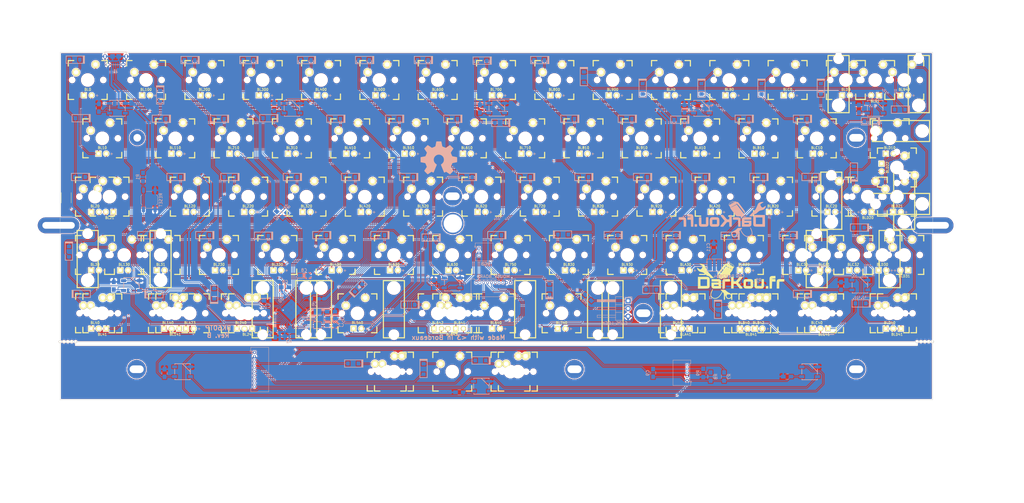
<source format=kicad_pcb>
(kicad_pcb (version 4) (host pcbnew 4.0.7+dfsg1-1)
  (title_block (title DK60TP) (date 2017-10-07) (rev B) (company DarKou))
  (layers (0 F.Cu signal) (31 B.Cu signal) (34 B.Paste user) (35 F.Paste user) (36 B.SilkS user) (37 F.SilkS user) (38 B.Mask user) (39 F.Mask user) (44 Edge.Cuts user))
  (net 0 "")
  (net 1 LED_CATH)
  (net 2 LED_AN)
  (net 3 XTAL1)
  (net 4 GND)
  (net 5 XTAL2)
  (net 6 VCC)
  (net 7 "Net-(C8-Pad1)")
  (net 8 "Net-(C9-Pad1)")
  (net 9 Col0)
  (net 10 "Net-(DK0-Pad1)")
  (net 11 "Net-(DK1-Pad1)")
  (net 12 "Net-(DK2-Pad1)")
  (net 13 "Net-(DK3-Pad1)")
  (net 14 "Net-(DK4-Pad1)")
  (net 15 Col6)
  (net 16 "Net-(DK6-Pad1)")
  (net 17 Col1)
  (net 18 "Net-(DK10-Pad1)")
  (net 19 "Net-(DK11-Pad1)")
  (net 20 "Net-(DK12-Pad1)")
  (net 21 "Net-(DK13-Pad1)")
  (net 22 "Net-(DK14-Pad1)")
  (net 23 Col2)
  (net 24 "Net-(DK20-Pad1)")
  (net 25 "Net-(DK21-Pad1)")
  (net 26 "Net-(DK22-Pad1)")
  (net 27 "Net-(DK23-Pad1)")
  (net 28 "Net-(DK24-Pad1)")
  (net 29 Col3)
  (net 30 "Net-(DK30-Pad1)")
  (net 31 "Net-(DK31-Pad1)")
  (net 32 "Net-(DK32-Pad1)")
  (net 33 "Net-(DK33-Pad1)")
  (net 34 /TRACKPOINT/Col3)
  (net 35 "Net-(DK34-Pad1)")
  (net 36 Col4)
  (net 37 "Net-(DK40-Pad1)")
  (net 38 "Net-(DK41-Pad1)")
  (net 39 "Net-(DK42-Pad1)")
  (net 40 "Net-(DK43-Pad1)")
  (net 41 /TRACKPOINT/Col4)
  (net 42 "Net-(DK44-Pad1)")
  (net 43 Col5)
  (net 44 "Net-(DK50-Pad1)")
  (net 45 "Net-(DK51-Pad1)")
  (net 46 "Net-(DK52-Pad1)")
  (net 47 "Net-(DK53-Pad1)")
  (net 48 "Net-(DK54-Pad1)")
  (net 49 "Net-(DK61-Pad1)")
  (net 50 "Net-(DK62-Pad1)")
  (net 51 "Net-(DK63-Pad1)")
  (net 52 "Net-(DK64-Pad1)")
  (net 53 Col7)
  (net 54 "Net-(DK70-Pad1)")
  (net 55 "Net-(DK71-Pad1)")
  (net 56 "Net-(DK72-Pad1)")
  (net 57 "Net-(DK73-Pad1)")
  (net 58 Col8)
  (net 59 "Net-(DK80-Pad1)")
  (net 60 "Net-(DK81-Pad1)")
  (net 61 "Net-(DK82-Pad1)")
  (net 62 "Net-(DK83-Pad1)")
  (net 63 Col9)
  (net 64 "Net-(DK90-Pad1)")
  (net 65 "Net-(DK91-Pad1)")
  (net 66 "Net-(DK92-Pad1)")
  (net 67 "Net-(DK93-Pad1)")
  (net 68 "Net-(DK94-Pad1)")
  (net 69 ColA)
  (net 70 "Net-(DKA0-Pad1)")
  (net 71 "Net-(DKA1-Pad1)")
  (net 72 "Net-(DKA2-Pad1)")
  (net 73 "Net-(DKA3-Pad1)")
  (net 74 "Net-(DKA4-Pad1)")
  (net 75 ColB)
  (net 76 "Net-(DKB0-Pad1)")
  (net 77 "Net-(DKB1-Pad1)")
  (net 78 "Net-(DKB2-Pad1)")
  (net 79 "Net-(DKB3-Pad1)")
  (net 80 "Net-(DKB4-Pad1)")
  (net 81 ColC)
  (net 82 "Net-(DKC1-Pad1)")
  (net 83 "Net-(DKC2-Pad1)")
  (net 84 "Net-(DKC3-Pad1)")
  (net 85 "Net-(DKC4-Pad1)")
  (net 86 ColD)
  (net 87 "Net-(DKD0-Pad1)")
  (net 88 "Net-(DKD1-Pad1)")
  (net 89 "Net-(DKD2-Pad1)")
  (net 90 "Net-(DKD3-Pad1)")
  (net 91 "Net-(DKD4-Pad1)")
  (net 92 "Net-(J1-Pad2)")
  (net 93 "Net-(J1-Pad3)")
  (net 94 DOUT)
  (net 95 Row0)
  (net 96 Row4)
  (net 97 Row1)
  (net 98 Row2)
  (net 99 Row3)
  (net 100 /TRACKPOINT/Row4)
  (net 101 "Net-(KC0-Pad1)")
  (net 102 "Net-(L1-Pad1)")
  (net 103 "Net-(J3-Pad2)")
  (net 104 D5)
  (net 105 D2)
  (net 106 /TRACKPOINT/D5)
  (net 107 /TRACKPOINT/D2)
  (net 108 /TRACKPOINT/RGB)
  (net 109 RESET)
  (net 110 "Net-(R2-Pad2)")
  (net 111 "Net-(R3-Pad1)")
  (net 112 CAPS_LED)
  (net 113 "Net-(J3-Pad1)")
  (net 114 RGB)
  (net 115 "Net-(RGB0-Pad2)")
  (net 116 "Net-(RGB1-Pad2)")
  (net 117 "Net-(RGB2-Pad2)")
  (net 118 "Net-(RGB3-Pad2)")
  (net 119 "Net-(RGB4-Pad2)")
  (net 120 "Net-(RGB5-Pad2)")
  (net 121 "Net-(RGB6-Pad2)")
  (net 122 "Net-(RGB8-Pad2)")
  (net 123 "Net-(RGB10-Pad4)")
  (net 124 BACKLIT)
  (net 125 "Net-(R4-Pad1)")
  (net 126 "Net-(DK74-Pad1)")
  (net 127 /TRACKPOINT/Col8)
  (net 128 "Net-(DK84-Pad1)")
  (module Footprint:Mx_100 (layer F.Cu) (at 192.00125 125.18125)
    (fp_text reference K643 hide)
    (fp_text value K46 hide)
    (pad HOLE np_thru_hole circle (at 0 0) (size 3.9878 3.9878) (drill 3.9878) (layers *.Cu))
    (pad HOLE np_thru_hole circle (at -5.08 0) (size 1.7018 1.7018) (drill 1.7018) (layers *.Cu))
    (pad HOLE np_thru_hole circle (at 5.08 0) (size 1.7018 1.7018) (drill 1.7018) (layers *.Cu))
    (pad 1 thru_hole circle (at -3.81 -2.54 330.95) (size 2.5 2.5) (drill 1.5) (layers *.Cu *.Mask F.SilkS) (net 96 Row4))
    (pad 2 thru_hole circle (at 2.54 -5.08 356.1) (size 2.5 2.5) (drill 1.5) (layers *.Cu *.Mask F.SilkS) (net 52 "Net-(DK64-Pad1)"))
  )
  (module Footprint:Mx_100 (layer F.Cu) (at 211.0425 144.23125)
    (fp_text reference K840 hide)
    (fp_text value RMB hide)
    (pad HOLE np_thru_hole circle (at 0 0) (size 3.9878 3.9878) (drill 3.9878) (layers *.Cu))
    (pad HOLE np_thru_hole circle (at -5.08 0) (size 1.7018 1.7018) (drill 1.7018) (layers *.Cu))
    (pad HOLE np_thru_hole circle (at 5.08 0) (size 1.7018 1.7018) (drill 1.7018) (layers *.Cu))
    (pad 1 thru_hole circle (at -3.81 -2.54 330.95) (size 2.5 2.5) (drill 1.5) (layers *.Cu *.Mask F.SilkS) (net 128 "Net-(DK84-Pad1)"))
    (pad 2 thru_hole circle (at 2.54 -5.08 356.1) (size 2.5 2.5) (drill 1.5) (layers *.Cu *.Mask F.SilkS) (net 100 /TRACKPOINT/Row4))
  )
  (module Footprint:Mx_100 (layer F.Cu) (at 339.65625 106.13125)
    (fp_text reference KD30 hide)
    (fp_text value K3D hide)
    (pad HOLE np_thru_hole circle (at 0 0) (size 3.9878 3.9878) (drill 3.9878) (layers *.Cu))
    (pad HOLE np_thru_hole circle (at -5.08 0) (size 1.7018 1.7018) (drill 1.7018) (layers *.Cu))
    (pad HOLE np_thru_hole circle (at 5.08 0) (size 1.7018 1.7018) (drill 1.7018) (layers *.Cu))
    (pad 1 thru_hole circle (at -3.81 -2.54 330.95) (size 2.5 2.5) (drill 1.5) (layers *.Cu *.Mask F.SilkS) (net 99 Row3))
    (pad 2 thru_hole circle (at 2.54 -5.08 356.1) (size 2.5 2.5) (drill 1.5) (layers *.Cu *.Mask F.SilkS) (net 90 "Net-(DKD3-Pad1)"))
  )
  (module Footprint:Mx_100 (layer F.Cu) (at 320.58 48.98125)
    (fp_text reference KD0 hide)
    (fp_text value K0D hide)
    (pad HOLE np_thru_hole circle (at 0 0) (size 3.9878 3.9878) (drill 3.9878) (layers *.Cu))
    (pad HOLE np_thru_hole circle (at -5.08 0) (size 1.7018 1.7018) (drill 1.7018) (layers *.Cu))
    (pad HOLE np_thru_hole circle (at 5.08 0) (size 1.7018 1.7018) (drill 1.7018) (layers *.Cu))
    (pad 1 thru_hole circle (at -3.81 -2.54 330.95) (size 2.5 2.5) (drill 1.5) (layers *.Cu *.Mask F.SilkS) (net 87 "Net-(DKD0-Pad1)"))
    (pad 2 thru_hole circle (at 2.54 -5.08 356.1) (size 2.5 2.5) (drill 1.5) (layers *.Cu *.Mask F.SilkS) (net 95 Row0))
  )
  (module Footprint:Mx_100 (layer F.Cu) (at 311.08125 125.18125)
    (fp_text reference KC40 hide)
    (fp_text value K4C hide)
    (pad HOLE np_thru_hole circle (at 0 0) (size 3.9878 3.9878) (drill 3.9878) (layers *.Cu))
    (pad HOLE np_thru_hole circle (at -5.08 0) (size 1.7018 1.7018) (drill 1.7018) (layers *.Cu))
    (pad HOLE np_thru_hole circle (at 5.08 0) (size 1.7018 1.7018) (drill 1.7018) (layers *.Cu))
    (pad 1 thru_hole circle (at -3.81 -2.54 330.95) (size 2.5 2.5) (drill 1.5) (layers *.Cu *.Mask F.SilkS) (net 85 "Net-(DKC4-Pad1)"))
    (pad 2 thru_hole circle (at 2.54 -5.08 356.1) (size 2.5 2.5) (drill 1.5) (layers *.Cu *.Mask F.SilkS) (net 96 Row4))
  )
  (module Footprint:Mx_100 (layer F.Cu) (at 306.31875 106.13125)
    (fp_text reference KC31 hide)
    (fp_text value K3C hide)
    (pad HOLE np_thru_hole circle (at 0 0) (size 3.9878 3.9878) (drill 3.9878) (layers *.Cu))
    (pad HOLE np_thru_hole circle (at -5.08 0) (size 1.7018 1.7018) (drill 1.7018) (layers *.Cu))
    (pad HOLE np_thru_hole circle (at 5.08 0) (size 1.7018 1.7018) (drill 1.7018) (layers *.Cu))
    (pad 1 thru_hole circle (at -3.81 -2.54 330.95) (size 2.5 2.5) (drill 1.5) (layers *.Cu *.Mask F.SilkS) (net 84 "Net-(DKC3-Pad1)"))
    (pad 2 thru_hole circle (at 2.54 -5.08 356.1) (size 2.5 2.5) (drill 1.5) (layers *.Cu *.Mask F.SilkS) (net 99 Row3))
  )
  (module Footprint:Mx_100 (layer F.Cu) (at 315.84375 87.08125)
    (fp_text reference KC20 hide)
    (fp_text value K2C hide)
    (pad HOLE np_thru_hole circle (at 0 0) (size 3.9878 3.9878) (drill 3.9878) (layers *.Cu))
    (pad HOLE np_thru_hole circle (at -5.08 0) (size 1.7018 1.7018) (drill 1.7018) (layers *.Cu))
    (pad HOLE np_thru_hole circle (at 5.08 0) (size 1.7018 1.7018) (drill 1.7018) (layers *.Cu))
    (pad 1 thru_hole circle (at -3.81 -2.54 330.95) (size 2.5 2.5) (drill 1.5) (layers *.Cu *.Mask F.SilkS) (net 83 "Net-(DKC2-Pad1)"))
    (pad 2 thru_hole circle (at 2.54 -5.08 356.1) (size 2.5 2.5) (drill 1.5) (layers *.Cu *.Mask F.SilkS) (net 98 Row2))
  )
  (module Footprint:Mx_100 (layer F.Cu) (at 311.08125 68.03125)
    (fp_text reference KC10 hide)
    (fp_text value K1C hide)
    (pad HOLE np_thru_hole circle (at 0 0) (size 3.9878 3.9878) (drill 3.9878) (layers *.Cu))
    (pad HOLE np_thru_hole circle (at -5.08 0) (size 1.7018 1.7018) (drill 1.7018) (layers *.Cu))
    (pad HOLE np_thru_hole circle (at 5.08 0) (size 1.7018 1.7018) (drill 1.7018) (layers *.Cu))
    (pad 1 thru_hole circle (at -3.81 -2.54 330.95) (size 2.5 2.5) (drill 1.5) (layers *.Cu *.Mask F.SilkS) (net 82 "Net-(DKC1-Pad1)"))
    (pad 2 thru_hole circle (at 2.54 -5.08 356.1) (size 2.5 2.5) (drill 1.5) (layers *.Cu *.Mask F.SilkS) (net 97 Row1))
  )
  (module Footprint:Mx_100 (layer F.Cu) (at 301.55625 48.98125)
    (fp_text reference KC0 hide)
    (fp_text value K0C hide)
    (pad HOLE np_thru_hole circle (at 0 0) (size 3.9878 3.9878) (drill 3.9878) (layers *.Cu))
    (pad HOLE np_thru_hole circle (at -5.08 0) (size 1.7018 1.7018) (drill 1.7018) (layers *.Cu))
    (pad HOLE np_thru_hole circle (at 5.08 0) (size 1.7018 1.7018) (drill 1.7018) (layers *.Cu))
    (pad 1 thru_hole circle (at -3.81 -2.54 330.95) (size 2.5 2.5) (drill 1.5) (layers *.Cu *.Mask F.SilkS) (net 101 "Net-(KC0-Pad1)"))
    (pad 2 thru_hole circle (at 2.54 -5.08 356.1) (size 2.5 2.5) (drill 1.5) (layers *.Cu *.Mask F.SilkS) (net 95 Row0))
  )
  (module Footprint:Mx_100 (layer F.Cu) (at 292.03125 125.18125)
    (fp_text reference KB40 hide)
    (fp_text value K4B hide)
    (pad HOLE np_thru_hole circle (at 0 0) (size 3.9878 3.9878) (drill 3.9878) (layers *.Cu))
    (pad HOLE np_thru_hole circle (at -5.08 0) (size 1.7018 1.7018) (drill 1.7018) (layers *.Cu))
    (pad HOLE np_thru_hole circle (at 5.08 0) (size 1.7018 1.7018) (drill 1.7018) (layers *.Cu))
    (pad 1 thru_hole circle (at -3.81 -2.54 330.95) (size 2.5 2.5) (drill 1.5) (layers *.Cu *.Mask F.SilkS) (net 80 "Net-(DKB4-Pad1)"))
    (pad 2 thru_hole circle (at 2.54 -5.08 356.1) (size 2.5 2.5) (drill 1.5) (layers *.Cu *.Mask F.SilkS) (net 96 Row4))
  )
  (module Footprint:Mx_100 (layer F.Cu) (at 287.26875 106.13125)
    (fp_text reference KB30 hide)
    (fp_text value K3B hide)
    (pad HOLE np_thru_hole circle (at 0 0) (size 3.9878 3.9878) (drill 3.9878) (layers *.Cu))
    (pad HOLE np_thru_hole circle (at -5.08 0) (size 1.7018 1.7018) (drill 1.7018) (layers *.Cu))
    (pad HOLE np_thru_hole circle (at 5.08 0) (size 1.7018 1.7018) (drill 1.7018) (layers *.Cu))
    (pad 1 thru_hole circle (at -3.81 -2.54 330.95) (size 2.5 2.5) (drill 1.5) (layers *.Cu *.Mask F.SilkS) (net 79 "Net-(DKB3-Pad1)"))
    (pad 2 thru_hole circle (at 2.54 -5.08 356.1) (size 2.5 2.5) (drill 1.5) (layers *.Cu *.Mask F.SilkS) (net 99 Row3))
  )
  (module Footprint:Mx_100 (layer F.Cu) (at 296.79375 87.08125)
    (fp_text reference KB20 hide)
    (fp_text value K2B hide)
    (pad HOLE np_thru_hole circle (at 0 0) (size 3.9878 3.9878) (drill 3.9878) (layers *.Cu))
    (pad HOLE np_thru_hole circle (at -5.08 0) (size 1.7018 1.7018) (drill 1.7018) (layers *.Cu))
    (pad HOLE np_thru_hole circle (at 5.08 0) (size 1.7018 1.7018) (drill 1.7018) (layers *.Cu))
    (pad 1 thru_hole circle (at -3.81 -2.54 330.95) (size 2.5 2.5) (drill 1.5) (layers *.Cu *.Mask F.SilkS) (net 78 "Net-(DKB2-Pad1)"))
    (pad 2 thru_hole circle (at 2.54 -5.08 356.1) (size 2.5 2.5) (drill 1.5) (layers *.Cu *.Mask F.SilkS) (net 98 Row2))
  )
  (module Footprint:Mx_100 (layer F.Cu) (at 292.03125 68.03125)
    (fp_text reference KB10 hide)
    (fp_text value K1B hide)
    (pad HOLE np_thru_hole circle (at 0 0) (size 3.9878 3.9878) (drill 3.9878) (layers *.Cu))
    (pad HOLE np_thru_hole circle (at -5.08 0) (size 1.7018 1.7018) (drill 1.7018) (layers *.Cu))
    (pad HOLE np_thru_hole circle (at 5.08 0) (size 1.7018 1.7018) (drill 1.7018) (layers *.Cu))
    (pad 1 thru_hole circle (at -3.81 -2.54 330.95) (size 2.5 2.5) (drill 1.5) (layers *.Cu *.Mask F.SilkS) (net 77 "Net-(DKB1-Pad1)"))
    (pad 2 thru_hole circle (at 2.54 -5.08 356.1) (size 2.5 2.5) (drill 1.5) (layers *.Cu *.Mask F.SilkS) (net 97 Row1))
  )
  (module Footprint:Mx_100 (layer F.Cu) (at 282.50625 48.98125)
    (fp_text reference KB0 hide)
    (fp_text value K0B hide)
    (pad HOLE np_thru_hole circle (at 0 0) (size 3.9878 3.9878) (drill 3.9878) (layers *.Cu))
    (pad HOLE np_thru_hole circle (at -5.08 0) (size 1.7018 1.7018) (drill 1.7018) (layers *.Cu))
    (pad HOLE np_thru_hole circle (at 5.08 0) (size 1.7018 1.7018) (drill 1.7018) (layers *.Cu))
    (pad 1 thru_hole circle (at -3.81 -2.54 330.95) (size 2.5 2.5) (drill 1.5) (layers *.Cu *.Mask F.SilkS) (net 76 "Net-(DKB0-Pad1)"))
    (pad 2 thru_hole circle (at 2.54 -5.08 356.1) (size 2.5 2.5) (drill 1.5) (layers *.Cu *.Mask F.SilkS) (net 95 Row0))
  )
  (module Footprint:Mx_100 (layer F.Cu) (at 268.21875 106.13125)
    (fp_text reference KA30 hide)
    (fp_text value K3A hide)
    (pad HOLE np_thru_hole circle (at 0 0) (size 3.9878 3.9878) (drill 3.9878) (layers *.Cu))
    (pad HOLE np_thru_hole circle (at -5.08 0) (size 1.7018 1.7018) (drill 1.7018) (layers *.Cu))
    (pad HOLE np_thru_hole circle (at 5.08 0) (size 1.7018 1.7018) (drill 1.7018) (layers *.Cu))
    (pad 1 thru_hole circle (at -3.81 -2.54 330.95) (size 2.5 2.5) (drill 1.5) (layers *.Cu *.Mask F.SilkS) (net 73 "Net-(DKA3-Pad1)"))
    (pad 2 thru_hole circle (at 2.54 -5.08 356.1) (size 2.5 2.5) (drill 1.5) (layers *.Cu *.Mask F.SilkS) (net 99 Row3))
  )
  (module Footprint:Mx_100 (layer F.Cu) (at 277.74375 87.08125)
    (fp_text reference KA20 hide)
    (fp_text value K2A hide)
    (pad HOLE np_thru_hole circle (at 0 0) (size 3.9878 3.9878) (drill 3.9878) (layers *.Cu))
    (pad HOLE np_thru_hole circle (at -5.08 0) (size 1.7018 1.7018) (drill 1.7018) (layers *.Cu))
    (pad HOLE np_thru_hole circle (at 5.08 0) (size 1.7018 1.7018) (drill 1.7018) (layers *.Cu))
    (pad 1 thru_hole circle (at -3.81 -2.54 330.95) (size 2.5 2.5) (drill 1.5) (layers *.Cu *.Mask F.SilkS) (net 72 "Net-(DKA2-Pad1)"))
    (pad 2 thru_hole circle (at 2.54 -5.08 356.1) (size 2.5 2.5) (drill 1.5) (layers *.Cu *.Mask F.SilkS) (net 98 Row2))
  )
  (module Footprint:Mx_100 (layer F.Cu) (at 272.98125 68.03125)
    (fp_text reference KA10 hide)
    (fp_text value K1A hide)
    (pad HOLE np_thru_hole circle (at 0 0) (size 3.9878 3.9878) (drill 3.9878) (layers *.Cu))
    (pad HOLE np_thru_hole circle (at -5.08 0) (size 1.7018 1.7018) (drill 1.7018) (layers *.Cu))
    (pad HOLE np_thru_hole circle (at 5.08 0) (size 1.7018 1.7018) (drill 1.7018) (layers *.Cu))
    (pad 1 thru_hole circle (at -3.81 -2.54 330.95) (size 2.5 2.5) (drill 1.5) (layers *.Cu *.Mask F.SilkS) (net 71 "Net-(DKA1-Pad1)"))
    (pad 2 thru_hole circle (at 2.54 -5.08 356.1) (size 2.5 2.5) (drill 1.5) (layers *.Cu *.Mask F.SilkS) (net 97 Row1))
  )
  (module Footprint:Mx_100 (layer F.Cu) (at 263.45625 48.98125)
    (fp_text reference KA0 hide)
    (fp_text value K0A hide)
    (pad HOLE np_thru_hole circle (at 0 0) (size 3.9878 3.9878) (drill 3.9878) (layers *.Cu))
    (pad HOLE np_thru_hole circle (at -5.08 0) (size 1.7018 1.7018) (drill 1.7018) (layers *.Cu))
    (pad HOLE np_thru_hole circle (at 5.08 0) (size 1.7018 1.7018) (drill 1.7018) (layers *.Cu))
    (pad 1 thru_hole circle (at -3.81 -2.54 330.95) (size 2.5 2.5) (drill 1.5) (layers *.Cu *.Mask F.SilkS) (net 70 "Net-(DKA0-Pad1)"))
    (pad 2 thru_hole circle (at 2.54 -5.08 356.1) (size 2.5 2.5) (drill 1.5) (layers *.Cu *.Mask F.SilkS) (net 95 Row0))
  )
  (module Footprint:Mx_100 (layer F.Cu) (at 339.65625 48.98125)
    (fp_text reference K940 hide)
    (fp_text value K49 hide)
    (pad HOLE np_thru_hole circle (at 0 0) (size 3.9878 3.9878) (drill 3.9878) (layers *.Cu))
    (pad HOLE np_thru_hole circle (at -5.08 0) (size 1.7018 1.7018) (drill 1.7018) (layers *.Cu))
    (pad HOLE np_thru_hole circle (at 5.08 0) (size 1.7018 1.7018) (drill 1.7018) (layers *.Cu))
    (pad 1 thru_hole circle (at -3.81 -2.54 330.95) (size 2.5 2.5) (drill 1.5) (layers *.Cu *.Mask F.SilkS) (net 68 "Net-(DK94-Pad1)"))
    (pad 2 thru_hole circle (at 2.54 -5.08 356.1) (size 2.5 2.5) (drill 1.5) (layers *.Cu *.Mask F.SilkS) (net 96 Row4))
  )
  (module Footprint:Mx_100 (layer F.Cu) (at 249.16875 106.13125)
    (fp_text reference K930 hide)
    (fp_text value K39 hide)
    (pad HOLE np_thru_hole circle (at 0 0) (size 3.9878 3.9878) (drill 3.9878) (layers *.Cu))
    (pad HOLE np_thru_hole circle (at -5.08 0) (size 1.7018 1.7018) (drill 1.7018) (layers *.Cu))
    (pad HOLE np_thru_hole circle (at 5.08 0) (size 1.7018 1.7018) (drill 1.7018) (layers *.Cu))
    (pad 1 thru_hole circle (at -3.81 -2.54 330.95) (size 2.5 2.5) (drill 1.5) (layers *.Cu *.Mask F.SilkS) (net 67 "Net-(DK93-Pad1)"))
    (pad 2 thru_hole circle (at 2.54 -5.08 356.1) (size 2.5 2.5) (drill 1.5) (layers *.Cu *.Mask F.SilkS) (net 99 Row3))
  )
  (module Footprint:Mx_100 (layer F.Cu) (at 258.69375 87.08125)
    (fp_text reference K920 hide)
    (fp_text value K29 hide)
    (pad HOLE np_thru_hole circle (at 0 0) (size 3.9878 3.9878) (drill 3.9878) (layers *.Cu))
    (pad HOLE np_thru_hole circle (at -5.08 0) (size 1.7018 1.7018) (drill 1.7018) (layers *.Cu))
    (pad HOLE np_thru_hole circle (at 5.08 0) (size 1.7018 1.7018) (drill 1.7018) (layers *.Cu))
    (pad 1 thru_hole circle (at -3.81 -2.54 330.95) (size 2.5 2.5) (drill 1.5) (layers *.Cu *.Mask F.SilkS) (net 66 "Net-(DK92-Pad1)"))
    (pad 2 thru_hole circle (at 2.54 -5.08 356.1) (size 2.5 2.5) (drill 1.5) (layers *.Cu *.Mask F.SilkS) (net 98 Row2))
  )
  (module Footprint:Mx_100 (layer F.Cu) (at 253.93125 68.03125)
    (fp_text reference K910 hide)
    (fp_text value K19 hide)
    (pad HOLE np_thru_hole circle (at 0 0) (size 3.9878 3.9878) (drill 3.9878) (layers *.Cu))
    (pad HOLE np_thru_hole circle (at -5.08 0) (size 1.7018 1.7018) (drill 1.7018) (layers *.Cu))
    (pad HOLE np_thru_hole circle (at 5.08 0) (size 1.7018 1.7018) (drill 1.7018) (layers *.Cu))
    (pad 1 thru_hole circle (at -3.81 -2.54 330.95) (size 2.5 2.5) (drill 1.5) (layers *.Cu *.Mask F.SilkS) (net 65 "Net-(DK91-Pad1)"))
    (pad 2 thru_hole circle (at 2.54 -5.08 356.1) (size 2.5 2.5) (drill 1.5) (layers *.Cu *.Mask F.SilkS) (net 97 Row1))
  )
  (module Footprint:Mx_100 (layer F.Cu) (at 244.40625 48.98125)
    (fp_text reference K900 hide)
    (fp_text value K09 hide)
    (pad HOLE np_thru_hole circle (at 0 0) (size 3.9878 3.9878) (drill 3.9878) (layers *.Cu))
    (pad HOLE np_thru_hole circle (at -5.08 0) (size 1.7018 1.7018) (drill 1.7018) (layers *.Cu))
    (pad HOLE np_thru_hole circle (at 5.08 0) (size 1.7018 1.7018) (drill 1.7018) (layers *.Cu))
    (pad 1 thru_hole circle (at -3.81 -2.54 330.95) (size 2.5 2.5) (drill 1.5) (layers *.Cu *.Mask F.SilkS) (net 64 "Net-(DK90-Pad1)"))
    (pad 2 thru_hole circle (at 2.54 -5.08 356.1) (size 2.5 2.5) (drill 1.5) (layers *.Cu *.Mask F.SilkS) (net 95 Row0))
  )
  (module Footprint:Mx_100 (layer F.Cu) (at 230.11875 106.13125)
    (fp_text reference K830 hide)
    (fp_text value K38 hide)
    (pad HOLE np_thru_hole circle (at 0 0) (size 3.9878 3.9878) (drill 3.9878) (layers *.Cu))
    (pad HOLE np_thru_hole circle (at -5.08 0) (size 1.7018 1.7018) (drill 1.7018) (layers *.Cu))
    (pad HOLE np_thru_hole circle (at 5.08 0) (size 1.7018 1.7018) (drill 1.7018) (layers *.Cu))
    (pad 1 thru_hole circle (at -3.81 -2.54 330.95) (size 2.5 2.5) (drill 1.5) (layers *.Cu *.Mask F.SilkS) (net 62 "Net-(DK83-Pad1)"))
    (pad 2 thru_hole circle (at 2.54 -5.08 356.1) (size 2.5 2.5) (drill 1.5) (layers *.Cu *.Mask F.SilkS) (net 99 Row3))
  )
  (module Footprint:Mx_100 (layer F.Cu) (at 239.64375 87.08125)
    (fp_text reference K820 hide)
    (fp_text value K28 hide)
    (pad HOLE np_thru_hole circle (at 0 0) (size 3.9878 3.9878) (drill 3.9878) (layers *.Cu))
    (pad HOLE np_thru_hole circle (at -5.08 0) (size 1.7018 1.7018) (drill 1.7018) (layers *.Cu))
    (pad HOLE np_thru_hole circle (at 5.08 0) (size 1.7018 1.7018) (drill 1.7018) (layers *.Cu))
    (pad 1 thru_hole circle (at -3.81 -2.54 330.95) (size 2.5 2.5) (drill 1.5) (layers *.Cu *.Mask F.SilkS) (net 61 "Net-(DK82-Pad1)"))
    (pad 2 thru_hole circle (at 2.54 -5.08 356.1) (size 2.5 2.5) (drill 1.5) (layers *.Cu *.Mask F.SilkS) (net 98 Row2))
  )
  (module Footprint:Mx_100 (layer F.Cu) (at 234.88125 68.03125)
    (fp_text reference K810 hide)
    (fp_text value K18 hide)
    (pad HOLE np_thru_hole circle (at 0 0) (size 3.9878 3.9878) (drill 3.9878) (layers *.Cu))
    (pad HOLE np_thru_hole circle (at -5.08 0) (size 1.7018 1.7018) (drill 1.7018) (layers *.Cu))
    (pad HOLE np_thru_hole circle (at 5.08 0) (size 1.7018 1.7018) (drill 1.7018) (layers *.Cu))
    (pad 1 thru_hole circle (at -3.81 -2.54 330.95) (size 2.5 2.5) (drill 1.5) (layers *.Cu *.Mask F.SilkS) (net 60 "Net-(DK81-Pad1)"))
    (pad 2 thru_hole circle (at 2.54 -5.08 356.1) (size 2.5 2.5) (drill 1.5) (layers *.Cu *.Mask F.SilkS) (net 97 Row1))
  )
  (module Footprint:Mx_100 (layer F.Cu) (at 225.35625 48.98125)
    (fp_text reference K800 hide)
    (fp_text value K08 hide)
    (pad HOLE np_thru_hole circle (at 0 0) (size 3.9878 3.9878) (drill 3.9878) (layers *.Cu))
    (pad HOLE np_thru_hole circle (at -5.08 0) (size 1.7018 1.7018) (drill 1.7018) (layers *.Cu))
    (pad HOLE np_thru_hole circle (at 5.08 0) (size 1.7018 1.7018) (drill 1.7018) (layers *.Cu))
    (pad 1 thru_hole circle (at -3.81 -2.54 330.95) (size 2.5 2.5) (drill 1.5) (layers *.Cu *.Mask F.SilkS) (net 59 "Net-(DK80-Pad1)"))
    (pad 2 thru_hole circle (at 2.54 -5.08 356.1) (size 2.5 2.5) (drill 1.5) (layers *.Cu *.Mask F.SilkS) (net 95 Row0))
  )
  (module Footprint:Mx_100 (layer F.Cu) (at 211.06875 106.13125)
    (fp_text reference K730 hide)
    (fp_text value K37 hide)
    (pad HOLE np_thru_hole circle (at 0 0) (size 3.9878 3.9878) (drill 3.9878) (layers *.Cu))
    (pad HOLE np_thru_hole circle (at -5.08 0) (size 1.7018 1.7018) (drill 1.7018) (layers *.Cu))
    (pad HOLE np_thru_hole circle (at 5.08 0) (size 1.7018 1.7018) (drill 1.7018) (layers *.Cu))
    (pad 1 thru_hole circle (at -3.81 -2.54 330.95) (size 2.5 2.5) (drill 1.5) (layers *.Cu *.Mask F.SilkS) (net 57 "Net-(DK73-Pad1)"))
    (pad 2 thru_hole circle (at 2.54 -5.08 356.1) (size 2.5 2.5) (drill 1.5) (layers *.Cu *.Mask F.SilkS) (net 99 Row3))
  )
  (module Footprint:Mx_100 (layer F.Cu) (at 220.59375 87.08125)
    (fp_text reference K720 hide)
    (fp_text value K27 hide)
    (pad HOLE np_thru_hole circle (at 0 0) (size 3.9878 3.9878) (drill 3.9878) (layers *.Cu))
    (pad HOLE np_thru_hole circle (at -5.08 0) (size 1.7018 1.7018) (drill 1.7018) (layers *.Cu))
    (pad HOLE np_thru_hole circle (at 5.08 0) (size 1.7018 1.7018) (drill 1.7018) (layers *.Cu))
    (pad 1 thru_hole circle (at -3.81 -2.54 330.95) (size 2.5 2.5) (drill 1.5) (layers *.Cu *.Mask F.SilkS) (net 56 "Net-(DK72-Pad1)"))
    (pad 2 thru_hole circle (at 2.54 -5.08 356.1) (size 2.5 2.5) (drill 1.5) (layers *.Cu *.Mask F.SilkS) (net 98 Row2))
  )
  (module Footprint:Mx_100 (layer F.Cu) (at 215.83125 68.03125)
    (fp_text reference K710 hide)
    (fp_text value K17 hide)
    (pad HOLE np_thru_hole circle (at 0 0) (size 3.9878 3.9878) (drill 3.9878) (layers *.Cu))
    (pad HOLE np_thru_hole circle (at -5.08 0) (size 1.7018 1.7018) (drill 1.7018) (layers *.Cu))
    (pad HOLE np_thru_hole circle (at 5.08 0) (size 1.7018 1.7018) (drill 1.7018) (layers *.Cu))
    (pad 1 thru_hole circle (at -3.81 -2.54 330.95) (size 2.5 2.5) (drill 1.5) (layers *.Cu *.Mask F.SilkS) (net 55 "Net-(DK71-Pad1)"))
    (pad 2 thru_hole circle (at 2.54 -5.08 356.1) (size 2.5 2.5) (drill 1.5) (layers *.Cu *.Mask F.SilkS) (net 97 Row1))
  )
  (module Footprint:Mx_100 (layer F.Cu) (at 206.30625 48.98125)
    (fp_text reference K700 hide)
    (fp_text value K07 hide)
    (pad HOLE np_thru_hole circle (at 0 0) (size 3.9878 3.9878) (drill 3.9878) (layers *.Cu))
    (pad HOLE np_thru_hole circle (at -5.08 0) (size 1.7018 1.7018) (drill 1.7018) (layers *.Cu))
    (pad HOLE np_thru_hole circle (at 5.08 0) (size 1.7018 1.7018) (drill 1.7018) (layers *.Cu))
    (pad 1 thru_hole circle (at -3.81 -2.54 330.95) (size 2.5 2.5) (drill 1.5) (layers *.Cu *.Mask F.SilkS) (net 54 "Net-(DK70-Pad1)"))
    (pad 2 thru_hole circle (at 2.54 -5.08 356.1) (size 2.5 2.5) (drill 1.5) (layers *.Cu *.Mask F.SilkS) (net 95 Row0))
  )
  (module Footprint:Mx_100 (layer F.Cu) (at 192.01875 106.13125)
    (fp_text reference K630 hide)
    (fp_text value K36 hide)
    (pad HOLE np_thru_hole circle (at 0 0) (size 3.9878 3.9878) (drill 3.9878) (layers *.Cu))
    (pad HOLE np_thru_hole circle (at -5.08 0) (size 1.7018 1.7018) (drill 1.7018) (layers *.Cu))
    (pad HOLE np_thru_hole circle (at 5.08 0) (size 1.7018 1.7018) (drill 1.7018) (layers *.Cu))
    (pad 1 thru_hole circle (at -3.81 -2.54 330.95) (size 2.5 2.5) (drill 1.5) (layers *.Cu *.Mask F.SilkS) (net 51 "Net-(DK63-Pad1)"))
    (pad 2 thru_hole circle (at 2.54 -5.08 356.1) (size 2.5 2.5) (drill 1.5) (layers *.Cu *.Mask F.SilkS) (net 99 Row3))
  )
  (module Footprint:Mx_100 (layer F.Cu) (at 201.54375 87.08125)
    (fp_text reference K620 hide)
    (fp_text value K26 hide)
    (pad HOLE np_thru_hole circle (at 0 0) (size 3.9878 3.9878) (drill 3.9878) (layers *.Cu))
    (pad HOLE np_thru_hole circle (at -5.08 0) (size 1.7018 1.7018) (drill 1.7018) (layers *.Cu))
    (pad HOLE np_thru_hole circle (at 5.08 0) (size 1.7018 1.7018) (drill 1.7018) (layers *.Cu))
    (pad 1 thru_hole circle (at -3.81 -2.54 330.95) (size 2.5 2.5) (drill 1.5) (layers *.Cu *.Mask F.SilkS) (net 50 "Net-(DK62-Pad1)"))
    (pad 2 thru_hole circle (at 2.54 -5.08 356.1) (size 2.5 2.5) (drill 1.5) (layers *.Cu *.Mask F.SilkS) (net 98 Row2))
  )
  (module Footprint:Mx_100 (layer F.Cu) (at 196.78125 68.03125)
    (fp_text reference K610 hide)
    (fp_text value K16 hide)
    (pad HOLE np_thru_hole circle (at 0 0) (size 3.9878 3.9878) (drill 3.9878) (layers *.Cu))
    (pad HOLE np_thru_hole circle (at -5.08 0) (size 1.7018 1.7018) (drill 1.7018) (layers *.Cu))
    (pad HOLE np_thru_hole circle (at 5.08 0) (size 1.7018 1.7018) (drill 1.7018) (layers *.Cu))
    (pad 1 thru_hole circle (at -3.81 -2.54 330.95) (size 2.5 2.5) (drill 1.5) (layers *.Cu *.Mask F.SilkS) (net 49 "Net-(DK61-Pad1)"))
    (pad 2 thru_hole circle (at 2.54 -5.08 356.1) (size 2.5 2.5) (drill 1.5) (layers *.Cu *.Mask F.SilkS) (net 97 Row1))
  )
  (module Footprint:Mx_100 (layer F.Cu) (at 187.25625 48.98125)
    (fp_text reference K600 hide)
    (fp_text value K06 hide)
    (pad HOLE np_thru_hole circle (at 0 0) (size 3.9878 3.9878) (drill 3.9878) (layers *.Cu))
    (pad HOLE np_thru_hole circle (at -5.08 0) (size 1.7018 1.7018) (drill 1.7018) (layers *.Cu))
    (pad HOLE np_thru_hole circle (at 5.08 0) (size 1.7018 1.7018) (drill 1.7018) (layers *.Cu))
    (pad 1 thru_hole circle (at -3.81 -2.54 330.95) (size 2.5 2.5) (drill 1.5) (layers *.Cu *.Mask F.SilkS) (net 16 "Net-(DK6-Pad1)"))
    (pad 2 thru_hole circle (at 2.54 -5.08 356.1) (size 2.5 2.5) (drill 1.5) (layers *.Cu *.Mask F.SilkS) (net 95 Row0))
  )
  (module Footprint:Mx_100 (layer F.Cu) (at 172.96875 106.13125)
    (fp_text reference K530 hide)
    (fp_text value K35 hide)
    (pad HOLE np_thru_hole circle (at 0 0) (size 3.9878 3.9878) (drill 3.9878) (layers *.Cu))
    (pad HOLE np_thru_hole circle (at -5.08 0) (size 1.7018 1.7018) (drill 1.7018) (layers *.Cu))
    (pad HOLE np_thru_hole circle (at 5.08 0) (size 1.7018 1.7018) (drill 1.7018) (layers *.Cu))
    (pad 1 thru_hole circle (at -3.81 -2.54 330.95) (size 2.5 2.5) (drill 1.5) (layers *.Cu *.Mask F.SilkS) (net 47 "Net-(DK53-Pad1)"))
    (pad 2 thru_hole circle (at 2.54 -5.08 356.1) (size 2.5 2.5) (drill 1.5) (layers *.Cu *.Mask F.SilkS) (net 99 Row3))
  )
  (module Footprint:Mx_100 (layer F.Cu) (at 182.49375 87.08125)
    (fp_text reference K520 hide)
    (fp_text value K25 hide)
    (pad HOLE np_thru_hole circle (at 0 0) (size 3.9878 3.9878) (drill 3.9878) (layers *.Cu))
    (pad HOLE np_thru_hole circle (at -5.08 0) (size 1.7018 1.7018) (drill 1.7018) (layers *.Cu))
    (pad HOLE np_thru_hole circle (at 5.08 0) (size 1.7018 1.7018) (drill 1.7018) (layers *.Cu))
    (pad 1 thru_hole circle (at -3.81 -2.54 330.95) (size 2.5 2.5) (drill 1.5) (layers *.Cu *.Mask F.SilkS) (net 46 "Net-(DK52-Pad1)"))
    (pad 2 thru_hole circle (at 2.54 -5.08 356.1) (size 2.5 2.5) (drill 1.5) (layers *.Cu *.Mask F.SilkS) (net 98 Row2))
  )
  (module Footprint:Mx_100 (layer F.Cu) (at 177.73125 68.03125)
    (fp_text reference K510 hide)
    (fp_text value K15 hide)
    (pad HOLE np_thru_hole circle (at 0 0) (size 3.9878 3.9878) (drill 3.9878) (layers *.Cu))
    (pad HOLE np_thru_hole circle (at -5.08 0) (size 1.7018 1.7018) (drill 1.7018) (layers *.Cu))
    (pad HOLE np_thru_hole circle (at 5.08 0) (size 1.7018 1.7018) (drill 1.7018) (layers *.Cu))
    (pad 1 thru_hole circle (at -3.81 -2.54 330.95) (size 2.5 2.5) (drill 1.5) (layers *.Cu *.Mask F.SilkS) (net 45 "Net-(DK51-Pad1)"))
    (pad 2 thru_hole circle (at 2.54 -5.08 356.1) (size 2.5 2.5) (drill 1.5) (layers *.Cu *.Mask F.SilkS) (net 97 Row1))
  )
  (module Footprint:Mx_100 (layer F.Cu) (at 168.20625 48.98125)
    (fp_text reference K500 hide)
    (fp_text value K05 hide)
    (pad HOLE np_thru_hole circle (at 0 0) (size 3.9878 3.9878) (drill 3.9878) (layers *.Cu))
    (pad HOLE np_thru_hole circle (at -5.08 0) (size 1.7018 1.7018) (drill 1.7018) (layers *.Cu))
    (pad HOLE np_thru_hole circle (at 5.08 0) (size 1.7018 1.7018) (drill 1.7018) (layers *.Cu))
    (pad 1 thru_hole circle (at -3.81 -2.54 330.95) (size 2.5 2.5) (drill 1.5) (layers *.Cu *.Mask F.SilkS) (net 44 "Net-(DK50-Pad1)"))
    (pad 2 thru_hole circle (at 2.54 -5.08 356.1) (size 2.5 2.5) (drill 1.5) (layers *.Cu *.Mask F.SilkS) (net 95 Row0))
  )
  (module Footprint:Mx_100 (layer F.Cu) (at 192.01875 144.23125)
    (fp_text reference K440 hide)
    (fp_text value MMB hide)
    (pad HOLE np_thru_hole circle (at 0 0) (size 3.9878 3.9878) (drill 3.9878) (layers *.Cu))
    (pad HOLE np_thru_hole circle (at -5.08 0) (size 1.7018 1.7018) (drill 1.7018) (layers *.Cu))
    (pad HOLE np_thru_hole circle (at 5.08 0) (size 1.7018 1.7018) (drill 1.7018) (layers *.Cu))
    (pad 1 thru_hole circle (at -3.81 -2.54 330.95) (size 2.5 2.5) (drill 1.5) (layers *.Cu *.Mask F.SilkS) (net 42 "Net-(DK44-Pad1)"))
    (pad 2 thru_hole circle (at 2.54 -5.08 356.1) (size 2.5 2.5) (drill 1.5) (layers *.Cu *.Mask F.SilkS) (net 100 /TRACKPOINT/Row4))
  )
  (module Footprint:Mx_100 (layer F.Cu) (at 153.91875 106.13125)
    (fp_text reference K430 hide)
    (fp_text value K34 hide)
    (pad HOLE np_thru_hole circle (at 0 0) (size 3.9878 3.9878) (drill 3.9878) (layers *.Cu))
    (pad HOLE np_thru_hole circle (at -5.08 0) (size 1.7018 1.7018) (drill 1.7018) (layers *.Cu))
    (pad HOLE np_thru_hole circle (at 5.08 0) (size 1.7018 1.7018) (drill 1.7018) (layers *.Cu))
    (pad 1 thru_hole circle (at -3.81 -2.54 330.95) (size 2.5 2.5) (drill 1.5) (layers *.Cu *.Mask F.SilkS) (net 40 "Net-(DK43-Pad1)"))
    (pad 2 thru_hole circle (at 2.54 -5.08 356.1) (size 2.5 2.5) (drill 1.5) (layers *.Cu *.Mask F.SilkS) (net 99 Row3))
  )
  (module Footprint:Mx_100 (layer F.Cu) (at 163.44375 87.08125)
    (fp_text reference K420 hide)
    (fp_text value K24 hide)
    (pad HOLE np_thru_hole circle (at 0 0) (size 3.9878 3.9878) (drill 3.9878) (layers *.Cu))
    (pad HOLE np_thru_hole circle (at -5.08 0) (size 1.7018 1.7018) (drill 1.7018) (layers *.Cu))
    (pad HOLE np_thru_hole circle (at 5.08 0) (size 1.7018 1.7018) (drill 1.7018) (layers *.Cu))
    (pad 1 thru_hole circle (at -3.81 -2.54 330.95) (size 2.5 2.5) (drill 1.5) (layers *.Cu *.Mask F.SilkS) (net 39 "Net-(DK42-Pad1)"))
    (pad 2 thru_hole circle (at 2.54 -5.08 356.1) (size 2.5 2.5) (drill 1.5) (layers *.Cu *.Mask F.SilkS) (net 98 Row2))
  )
  (module Footprint:Mx_100 (layer F.Cu) (at 158.68125 68.03125)
    (fp_text reference K410 hide)
    (fp_text value K14 hide)
    (pad HOLE np_thru_hole circle (at 0 0) (size 3.9878 3.9878) (drill 3.9878) (layers *.Cu))
    (pad HOLE np_thru_hole circle (at -5.08 0) (size 1.7018 1.7018) (drill 1.7018) (layers *.Cu))
    (pad HOLE np_thru_hole circle (at 5.08 0) (size 1.7018 1.7018) (drill 1.7018) (layers *.Cu))
    (pad 1 thru_hole circle (at -3.81 -2.54 330.95) (size 2.5 2.5) (drill 1.5) (layers *.Cu *.Mask F.SilkS) (net 38 "Net-(DK41-Pad1)"))
    (pad 2 thru_hole circle (at 2.54 -5.08 356.1) (size 2.5 2.5) (drill 1.5) (layers *.Cu *.Mask F.SilkS) (net 97 Row1))
  )
  (module Footprint:Mx_100 (layer F.Cu) (at 149.15625 48.98125)
    (fp_text reference K400 hide)
    (fp_text value K04 hide)
    (pad HOLE np_thru_hole circle (at 0 0) (size 3.9878 3.9878) (drill 3.9878) (layers *.Cu))
    (pad HOLE np_thru_hole circle (at -5.08 0) (size 1.7018 1.7018) (drill 1.7018) (layers *.Cu))
    (pad HOLE np_thru_hole circle (at 5.08 0) (size 1.7018 1.7018) (drill 1.7018) (layers *.Cu))
    (pad 1 thru_hole circle (at -3.81 -2.54 330.95) (size 2.5 2.5) (drill 1.5) (layers *.Cu *.Mask F.SilkS) (net 37 "Net-(DK40-Pad1)"))
    (pad 2 thru_hole circle (at 2.54 -5.08 356.1) (size 2.5 2.5) (drill 1.5) (layers *.Cu *.Mask F.SilkS) (net 95 Row0))
  )
  (module Footprint:Mx_100 (layer F.Cu) (at 172.96875 144.23125)
    (fp_text reference K340 hide)
    (fp_text value LMB hide)
    (pad HOLE np_thru_hole circle (at 0 0) (size 3.9878 3.9878) (drill 3.9878) (layers *.Cu))
    (pad HOLE np_thru_hole circle (at -5.08 0) (size 1.7018 1.7018) (drill 1.7018) (layers *.Cu))
    (pad HOLE np_thru_hole circle (at 5.08 0) (size 1.7018 1.7018) (drill 1.7018) (layers *.Cu))
    (pad 1 thru_hole circle (at -3.81 -2.54 330.95) (size 2.5 2.5) (drill 1.5) (layers *.Cu *.Mask F.SilkS) (net 35 "Net-(DK34-Pad1)"))
    (pad 2 thru_hole circle (at 2.54 -5.08 356.1) (size 2.5 2.5) (drill 1.5) (layers *.Cu *.Mask F.SilkS) (net 100 /TRACKPOINT/Row4))
  )
  (module Footprint:Mx_100 (layer F.Cu) (at 134.86875 106.13125)
    (fp_text reference K330 hide)
    (fp_text value K33 hide)
    (pad HOLE np_thru_hole circle (at 0 0) (size 3.9878 3.9878) (drill 3.9878) (layers *.Cu))
    (pad HOLE np_thru_hole circle (at -5.08 0) (size 1.7018 1.7018) (drill 1.7018) (layers *.Cu))
    (pad HOLE np_thru_hole circle (at 5.08 0) (size 1.7018 1.7018) (drill 1.7018) (layers *.Cu))
    (pad 1 thru_hole circle (at -3.81 -2.54 330.95) (size 2.5 2.5) (drill 1.5) (layers *.Cu *.Mask F.SilkS) (net 33 "Net-(DK33-Pad1)"))
    (pad 2 thru_hole circle (at 2.54 -5.08 356.1) (size 2.5 2.5) (drill 1.5) (layers *.Cu *.Mask F.SilkS) (net 99 Row3))
  )
  (module Footprint:Mx_100 (layer F.Cu) (at 144.39375 87.08125)
    (fp_text reference K320 hide)
    (fp_text value K23 hide)
    (pad HOLE np_thru_hole circle (at 0 0) (size 3.9878 3.9878) (drill 3.9878) (layers *.Cu))
    (pad HOLE np_thru_hole circle (at -5.08 0) (size 1.7018 1.7018) (drill 1.7018) (layers *.Cu))
    (pad HOLE np_thru_hole circle (at 5.08 0) (size 1.7018 1.7018) (drill 1.7018) (layers *.Cu))
    (pad 1 thru_hole circle (at -3.81 -2.54 330.95) (size 2.5 2.5) (drill 1.5) (layers *.Cu *.Mask F.SilkS) (net 32 "Net-(DK32-Pad1)"))
    (pad 2 thru_hole circle (at 2.54 -5.08 356.1) (size 2.5 2.5) (drill 1.5) (layers *.Cu *.Mask F.SilkS) (net 98 Row2))
  )
  (module Footprint:Mx_100 (layer F.Cu) (at 139.63125 68.03125)
    (fp_text reference K310 hide)
    (fp_text value K13 hide)
    (pad HOLE np_thru_hole circle (at 0 0) (size 3.9878 3.9878) (drill 3.9878) (layers *.Cu))
    (pad HOLE np_thru_hole circle (at -5.08 0) (size 1.7018 1.7018) (drill 1.7018) (layers *.Cu))
    (pad HOLE np_thru_hole circle (at 5.08 0) (size 1.7018 1.7018) (drill 1.7018) (layers *.Cu))
    (pad 1 thru_hole circle (at -3.81 -2.54 330.95) (size 2.5 2.5) (drill 1.5) (layers *.Cu *.Mask F.SilkS) (net 31 "Net-(DK31-Pad1)"))
    (pad 2 thru_hole circle (at 2.54 -5.08 356.1) (size 2.5 2.5) (drill 1.5) (layers *.Cu *.Mask F.SilkS) (net 97 Row1))
  )
  (module Footprint:Mx_100 (layer F.Cu) (at 130.10625 48.98125)
    (fp_text reference K300 hide)
    (fp_text value K03 hide)
    (pad HOLE np_thru_hole circle (at 0 0) (size 3.9878 3.9878) (drill 3.9878) (layers *.Cu))
    (pad HOLE np_thru_hole circle (at -5.08 0) (size 1.7018 1.7018) (drill 1.7018) (layers *.Cu))
    (pad HOLE np_thru_hole circle (at 5.08 0) (size 1.7018 1.7018) (drill 1.7018) (layers *.Cu))
    (pad 1 thru_hole circle (at -3.81 -2.54 330.95) (size 2.5 2.5) (drill 1.5) (layers *.Cu *.Mask F.SilkS) (net 30 "Net-(DK30-Pad1)"))
    (pad 2 thru_hole circle (at 2.54 -5.08 356.1) (size 2.5 2.5) (drill 1.5) (layers *.Cu *.Mask F.SilkS) (net 95 Row0))
  )
  (module Footprint:Mx_100 (layer F.Cu) (at 115.81875 106.13125)
    (fp_text reference K230 hide)
    (fp_text value K32 hide)
    (pad HOLE np_thru_hole circle (at 0 0) (size 3.9878 3.9878) (drill 3.9878) (layers *.Cu))
    (pad HOLE np_thru_hole circle (at -5.08 0) (size 1.7018 1.7018) (drill 1.7018) (layers *.Cu))
    (pad HOLE np_thru_hole circle (at 5.08 0) (size 1.7018 1.7018) (drill 1.7018) (layers *.Cu))
    (pad 1 thru_hole circle (at -3.81 -2.54 330.95) (size 2.5 2.5) (drill 1.5) (layers *.Cu *.Mask F.SilkS) (net 27 "Net-(DK23-Pad1)"))
    (pad 2 thru_hole circle (at 2.54 -5.08 356.1) (size 2.5 2.5) (drill 1.5) (layers *.Cu *.Mask F.SilkS) (net 99 Row3))
  )
  (module Footprint:Mx_100 (layer F.Cu) (at 125.34375 87.08125)
    (fp_text reference K220 hide)
    (fp_text value K22 hide)
    (pad HOLE np_thru_hole circle (at 0 0) (size 3.9878 3.9878) (drill 3.9878) (layers *.Cu))
    (pad HOLE np_thru_hole circle (at -5.08 0) (size 1.7018 1.7018) (drill 1.7018) (layers *.Cu))
    (pad HOLE np_thru_hole circle (at 5.08 0) (size 1.7018 1.7018) (drill 1.7018) (layers *.Cu))
    (pad 1 thru_hole circle (at -3.81 -2.54 330.95) (size 2.5 2.5) (drill 1.5) (layers *.Cu *.Mask F.SilkS) (net 26 "Net-(DK22-Pad1)"))
    (pad 2 thru_hole circle (at 2.54 -5.08 356.1) (size 2.5 2.5) (drill 1.5) (layers *.Cu *.Mask F.SilkS) (net 98 Row2))
  )
  (module Footprint:Mx_100 (layer F.Cu) (at 120.58125 68.03125)
    (fp_text reference K210 hide)
    (fp_text value K12 hide)
    (pad HOLE np_thru_hole circle (at 0 0) (size 3.9878 3.9878) (drill 3.9878) (layers *.Cu))
    (pad HOLE np_thru_hole circle (at -5.08 0) (size 1.7018 1.7018) (drill 1.7018) (layers *.Cu))
    (pad HOLE np_thru_hole circle (at 5.08 0) (size 1.7018 1.7018) (drill 1.7018) (layers *.Cu))
    (pad 1 thru_hole circle (at -3.81 -2.54 330.95) (size 2.5 2.5) (drill 1.5) (layers *.Cu *.Mask F.SilkS) (net 25 "Net-(DK21-Pad1)"))
    (pad 2 thru_hole circle (at 2.54 -5.08 356.1) (size 2.5 2.5) (drill 1.5) (layers *.Cu *.Mask F.SilkS) (net 97 Row1))
  )
  (module Footprint:Mx_100 (layer F.Cu) (at 111.05625 48.98125)
    (fp_text reference K200 hide)
    (fp_text value K02 hide)
    (pad HOLE np_thru_hole circle (at 0 0) (size 3.9878 3.9878) (drill 3.9878) (layers *.Cu))
    (pad HOLE np_thru_hole circle (at -5.08 0) (size 1.7018 1.7018) (drill 1.7018) (layers *.Cu))
    (pad HOLE np_thru_hole circle (at 5.08 0) (size 1.7018 1.7018) (drill 1.7018) (layers *.Cu))
    (pad 1 thru_hole circle (at -3.81 -2.54 330.95) (size 2.5 2.5) (drill 1.5) (layers *.Cu *.Mask F.SilkS) (net 24 "Net-(DK20-Pad1)"))
    (pad 2 thru_hole circle (at 2.54 -5.08 356.1) (size 2.5 2.5) (drill 1.5) (layers *.Cu *.Mask F.SilkS) (net 95 Row0))
  )
  (module Footprint:Mx_100 (layer F.Cu) (at 101.53125 125.18125)
    (fp_text reference K141 hide)
    (fp_text value K41 hide)
    (pad HOLE np_thru_hole circle (at 0 0) (size 3.9878 3.9878) (drill 3.9878) (layers *.Cu))
    (pad HOLE np_thru_hole circle (at -5.08 0) (size 1.7018 1.7018) (drill 1.7018) (layers *.Cu))
    (pad HOLE np_thru_hole circle (at 5.08 0) (size 1.7018 1.7018) (drill 1.7018) (layers *.Cu))
    (pad 1 thru_hole circle (at -3.81 -2.54 330.95) (size 2.5 2.5) (drill 1.5) (layers *.Cu *.Mask F.SilkS) (net 22 "Net-(DK14-Pad1)"))
    (pad 2 thru_hole circle (at 2.54 -5.08 356.1) (size 2.5 2.5) (drill 1.5) (layers *.Cu *.Mask F.SilkS) (net 96 Row4))
  )
  (module Footprint:Mx_100 (layer F.Cu) (at 96.76875 106.13125)
    (fp_text reference K130 hide)
    (fp_text value K31 hide)
    (pad HOLE np_thru_hole circle (at 0 0) (size 3.9878 3.9878) (drill 3.9878) (layers *.Cu))
    (pad HOLE np_thru_hole circle (at -5.08 0) (size 1.7018 1.7018) (drill 1.7018) (layers *.Cu))
    (pad HOLE np_thru_hole circle (at 5.08 0) (size 1.7018 1.7018) (drill 1.7018) (layers *.Cu))
    (pad 1 thru_hole circle (at -3.81 -2.54 330.95) (size 2.5 2.5) (drill 1.5) (layers *.Cu *.Mask F.SilkS) (net 21 "Net-(DK13-Pad1)"))
    (pad 2 thru_hole circle (at 2.54 -5.08 356.1) (size 2.5 2.5) (drill 1.5) (layers *.Cu *.Mask F.SilkS) (net 99 Row3))
  )
  (module Footprint:Mx_100 (layer F.Cu) (at 106.29375 87.08125)
    (fp_text reference K120 hide)
    (fp_text value K21 hide)
    (pad HOLE np_thru_hole circle (at 0 0) (size 3.9878 3.9878) (drill 3.9878) (layers *.Cu))
    (pad HOLE np_thru_hole circle (at -5.08 0) (size 1.7018 1.7018) (drill 1.7018) (layers *.Cu))
    (pad HOLE np_thru_hole circle (at 5.08 0) (size 1.7018 1.7018) (drill 1.7018) (layers *.Cu))
    (pad 1 thru_hole circle (at -3.81 -2.54 330.95) (size 2.5 2.5) (drill 1.5) (layers *.Cu *.Mask F.SilkS) (net 20 "Net-(DK12-Pad1)"))
    (pad 2 thru_hole circle (at 2.54 -5.08 356.1) (size 2.5 2.5) (drill 1.5) (layers *.Cu *.Mask F.SilkS) (net 98 Row2))
  )
  (module Footprint:Mx_100 (layer F.Cu) (at 101.53125 68.03125)
    (fp_text reference K110 hide)
    (fp_text value K11 hide)
    (pad HOLE np_thru_hole circle (at 0 0) (size 3.9878 3.9878) (drill 3.9878) (layers *.Cu))
    (pad HOLE np_thru_hole circle (at -5.08 0) (size 1.7018 1.7018) (drill 1.7018) (layers *.Cu))
    (pad HOLE np_thru_hole circle (at 5.08 0) (size 1.7018 1.7018) (drill 1.7018) (layers *.Cu))
    (pad 1 thru_hole circle (at -3.81 -2.54 330.95) (size 2.5 2.5) (drill 1.5) (layers *.Cu *.Mask F.SilkS) (net 19 "Net-(DK11-Pad1)"))
    (pad 2 thru_hole circle (at 2.54 -5.08 356.1) (size 2.5 2.5) (drill 1.5) (layers *.Cu *.Mask F.SilkS) (net 97 Row1))
  )
  (module Footprint:Mx_100 (layer F.Cu) (at 92.00625 48.98125)
    (fp_text reference K100 hide)
    (fp_text value K01 hide)
    (pad HOLE np_thru_hole circle (at 0 0) (size 3.9878 3.9878) (drill 3.9878) (layers *.Cu))
    (pad HOLE np_thru_hole circle (at -5.08 0) (size 1.7018 1.7018) (drill 1.7018) (layers *.Cu))
    (pad HOLE np_thru_hole circle (at 5.08 0) (size 1.7018 1.7018) (drill 1.7018) (layers *.Cu))
    (pad 1 thru_hole circle (at -3.81 -2.54 330.95) (size 2.5 2.5) (drill 1.5) (layers *.Cu *.Mask F.SilkS) (net 18 "Net-(DK10-Pad1)"))
    (pad 2 thru_hole circle (at 2.54 -5.08 356.1) (size 2.5 2.5) (drill 1.5) (layers *.Cu *.Mask F.SilkS) (net 95 Row0))
  )
  (module Footprint:Mx_100 (layer F.Cu) (at 72.94875 48.98125)
    (fp_text reference K0 hide)
    (fp_text value K00 hide)
    (pad HOLE np_thru_hole circle (at 0 0) (size 3.9878 3.9878) (drill 3.9878) (layers *.Cu))
    (pad HOLE np_thru_hole circle (at -5.08 0) (size 1.7018 1.7018) (drill 1.7018) (layers *.Cu))
    (pad HOLE np_thru_hole circle (at 5.08 0) (size 1.7018 1.7018) (drill 1.7018) (layers *.Cu))
    (pad 1 thru_hole circle (at -3.81 -2.54 330.95) (size 2.5 2.5) (drill 1.5) (layers *.Cu *.Mask F.SilkS) (net 10 "Net-(DK0-Pad1)"))
    (pad 2 thru_hole circle (at 2.54 -5.08 356.1) (size 2.5 2.5) (drill 1.5) (layers *.Cu *.Mask F.SilkS) (net 95 Row0))
  )
  (module Connectors_Molex:Molex_PicoBlade_53048-0310_03x1.25mm_Angled (layer B.Cu) (at 200.745 103.88125 270)
    (fp_text reference J2 hide)
    (fp_text value RGB (at 5.15 -2.15 360) (layer B.SilkS) (effects (justify mirror)))
    (pad 1 thru_hole rect (at 0 0 270) (size 0.85 0.85) (drill 0.5) (layers *.Cu *.Mask) (net 6 VCC))
    (pad 2 thru_hole circle (at 1.25 0 270) (size 0.85 0.85) (drill 0.5) (layers *.Cu *.Mask) (net 4 GND))
    (pad 3 thru_hole circle (at 2.5 0 270) (size 0.85 0.85) (drill 0.5) (layers *.Cu *.Mask) (net 94 DOUT))
  )
  (module Housings_DFN_QFN:QFN-44-1EP_7x7mm_Pitch0.5mm (layer B.Cu) (at 139.505 124.15625 225)
    (fp_text reference U0 (at 0 4.75 225) (layer B.SilkS) (effects (justify mirror)))
    (fp_text value ATMEGA32U4-MU)
    (pad 1 smd rect (at -3.4 2.5 225) (size 0.7 0.25) (layers B.Cu B.Paste B.Mask) (net 112 CAPS_LED))
    (pad 2 smd rect (at -3.4 2 225) (size 0.7 0.25) (layers B.Cu B.Paste B.Mask) (net 6 VCC))
    (pad 3 smd rect (at -3.4 1.5 225) (size 0.7 0.25) (layers B.Cu B.Paste B.Mask) (net 111 "Net-(R3-Pad1)"))
    (pad 4 smd rect (at -3.4 1 225) (size 0.7 0.25) (layers B.Cu B.Paste B.Mask) (net 125 "Net-(R4-Pad1)"))
    (pad 5 smd rect (at -3.4 0.5 225) (size 0.7 0.25) (layers B.Cu B.Paste B.Mask) (net 4 GND))
    (pad 6 smd rect (at -3.4 0 225) (size 0.7 0.25) (layers B.Cu B.Paste B.Mask) (net 7 "Net-(C8-Pad1)"))
    (pad 7 smd rect (at -3.4 -0.5 225) (size 0.7 0.25) (layers B.Cu B.Paste B.Mask) (net 6 VCC))
    (pad 8 smd rect (at -3.4 -1 225) (size 0.7 0.25) (layers B.Cu B.Paste B.Mask) (net 43 Col5))
    (pad 9 smd rect (at -3.4 -1.5 225) (size 0.7 0.25) (layers B.Cu B.Paste B.Mask) (net 99 Row3))
    (pad 10 smd rect (at -3.4 -2 225) (size 0.7 0.25) (layers B.Cu B.Paste B.Mask) (net 15 Col6))
    (pad 11 smd rect (at -3.4 -2.5 225) (size 0.7 0.25) (layers B.Cu B.Paste B.Mask) (net 53 Col7))
    (pad 12 smd rect (at -2.5 -3.4 135) (size 0.7 0.25) (layers B.Cu B.Paste B.Mask) (net 124 BACKLIT))
    (pad 13 smd rect (at -2 -3.4 135) (size 0.7 0.25) (layers B.Cu B.Paste B.Mask) (net 109 RESET))
    (pad 14 smd rect (at -1.5 -3.4 135) (size 0.7 0.25) (layers B.Cu B.Paste B.Mask) (net 6 VCC))
    (pad 15 smd rect (at -1 -3.4 135) (size 0.7 0.25) (layers B.Cu B.Paste B.Mask) (net 4 GND))
    (pad 16 smd rect (at -0.5 -3.4 135) (size 0.7 0.25) (layers B.Cu B.Paste B.Mask) (net 3 XTAL1))
    (pad 17 smd rect (at 0 -3.4 135) (size 0.7 0.25) (layers B.Cu B.Paste B.Mask) (net 5 XTAL2))
    (pad 18 smd rect (at 0.5 -3.4 135) (size 0.7 0.25) (layers B.Cu B.Paste B.Mask) (net 81 ColC))
    (pad 19 smd rect (at 1 -3.4 135) (size 0.7 0.25) (layers B.Cu B.Paste B.Mask) (net 75 ColB))
    (pad 20 smd rect (at 1.5 -3.4 135) (size 0.7 0.25) (layers B.Cu B.Paste B.Mask) (net 105 D2))
    (pad 21 smd rect (at 2 -3.4 135) (size 0.7 0.25) (layers B.Cu B.Paste B.Mask) (net 69 ColA))
    (pad 22 smd rect (at 2.5 -3.4 135) (size 0.7 0.25) (layers B.Cu B.Paste B.Mask) (net 104 D5))
    (pad 23 smd rect (at 3.4 -2.5 225) (size 0.7 0.25) (layers B.Cu B.Paste B.Mask) (net 4 GND))
    (pad 24 smd rect (at 3.4 -2 225) (size 0.7 0.25) (layers B.Cu B.Paste B.Mask) (net 6 VCC))
    (pad 25 smd rect (at 3.4 -1.5 225) (size 0.7 0.25) (layers B.Cu B.Paste B.Mask) (net 86 ColD))
    (pad 26 smd rect (at 3.4 -1 225) (size 0.7 0.25) (layers B.Cu B.Paste B.Mask) (net 114 RGB))
    (pad 27 smd rect (at 3.4 -0.5 225) (size 0.7 0.25) (layers B.Cu B.Paste B.Mask) (net 96 Row4))
    (pad 28 smd rect (at 3.4 0 225) (size 0.7 0.25) (layers B.Cu B.Paste B.Mask) (net 9 Col0))
    (pad 29 smd rect (at 3.4 0.5 225) (size 0.7 0.25) (layers B.Cu B.Paste B.Mask) (net 17 Col1))
    (pad 30 smd rect (at 3.4 1 225) (size 0.7 0.25) (layers B.Cu B.Paste B.Mask) (net 98 Row2))
    (pad 31 smd rect (at 3.4 1.5 225) (size 0.7 0.25) (layers B.Cu B.Paste B.Mask) (net 23 Col2))
    (pad 32 smd rect (at 3.4 2 225) (size 0.7 0.25) (layers B.Cu B.Paste B.Mask) (net 95 Row0))
    (pad 33 smd rect (at 3.4 2.5 225) (size 0.7 0.25) (layers B.Cu B.Paste B.Mask) (net 110 "Net-(R2-Pad2)"))
    (pad 34 smd rect (at 2.5 3.4 135) (size 0.7 0.25) (layers B.Cu B.Paste B.Mask) (net 6 VCC))
    (pad 35 smd rect (at 2 3.4 135) (size 0.7 0.25) (layers B.Cu B.Paste B.Mask) (net 4 GND))
    (pad 36 smd rect (at 1.5 3.4 135) (size 0.7 0.25) (layers B.Cu B.Paste B.Mask) (net 29 Col3))
    (pad 37 smd rect (at 1 3.4 135) (size 0.7 0.25) (layers B.Cu B.Paste B.Mask) (net 36 Col4))
    (pad 38 smd rect (at 0.5 3.4 135) (size 0.7 0.25) (layers B.Cu B.Paste B.Mask) (net 97 Row1))
    (pad 39 smd rect (at 0 3.4 135) (size 0.7 0.25) (layers B.Cu B.Paste B.Mask) (net 58 Col8))
    (pad 40 smd rect (at -0.5 3.4 135) (size 0.7 0.25) (layers B.Cu B.Paste B.Mask) (net 63 Col9))
    (pad 41 smd rect (at -1 3.4 135) (size 0.7 0.25) (layers B.Cu B.Paste B.Mask))
    (pad 42 smd rect (at -1.5 3.4 135) (size 0.7 0.25) (layers B.Cu B.Paste B.Mask))
    (pad 43 smd rect (at -2 3.4 135) (size 0.7 0.25) (layers B.Cu B.Paste B.Mask) (net 4 GND))
    (pad 44 smd rect (at -2.5 3.4 135) (size 0.7 0.25) (layers B.Cu B.Paste B.Mask) (net 6 VCC))
    (pad 45 smd rect (at 1.93125 -1.93125 225) (size 1.2875 1.2875) (layers B.Cu B.Paste B.Mask) (net 4 GND))
    (pad 45 smd rect (at 1.93125 -0.64375 225) (size 1.2875 1.2875) (layers B.Cu B.Paste B.Mask) (net 4 GND))
    (pad 45 smd rect (at 1.93125 0.64375 225) (size 1.2875 1.2875) (layers B.Cu B.Paste B.Mask) (net 4 GND))
    (pad 45 smd rect (at 1.93125 1.93125 225) (size 1.2875 1.2875) (layers B.Cu B.Paste B.Mask) (net 4 GND))
    (pad 45 smd rect (at 0.64375 -1.93125 225) (size 1.2875 1.2875) (layers B.Cu B.Paste B.Mask) (net 4 GND))
    (pad 45 smd rect (at 0.64375 -0.64375 225) (size 1.2875 1.2875) (layers B.Cu B.Paste B.Mask) (net 4 GND))
    (pad 45 smd rect (at 0.64375 0.64375 225) (size 1.2875 1.2875) (layers B.Cu B.Paste B.Mask) (net 4 GND))
    (pad 45 smd rect (at 0.64375 1.93125 225) (size 1.2875 1.2875) (layers B.Cu B.Paste B.Mask) (net 4 GND))
    (pad 45 smd rect (at -0.64375 -1.93125 225) (size 1.2875 1.2875) (layers B.Cu B.Paste B.Mask) (net 4 GND))
    (pad 45 smd rect (at -0.64375 -0.64375 225) (size 1.2875 1.2875) (layers B.Cu B.Paste B.Mask) (net 4 GND))
    (pad 45 smd rect (at -0.64375 0.64375 225) (size 1.2875 1.2875) (layers B.Cu B.Paste B.Mask) (net 4 GND))
    (pad 45 smd rect (at -0.64375 1.93125 225) (size 1.2875 1.2875) (layers B.Cu B.Paste B.Mask) (net 4 GND))
    (pad 45 smd rect (at -1.93125 -1.93125 225) (size 1.2875 1.2875) (layers B.Cu B.Paste B.Mask) (net 4 GND))
    (pad 45 smd rect (at -1.93125 -0.64375 225) (size 1.2875 1.2875) (layers B.Cu B.Paste B.Mask) (net 4 GND))
    (pad 45 smd rect (at -1.93125 0.64375 225) (size 1.2875 1.2875) (layers B.Cu B.Paste B.Mask) (net 4 GND))
    (pad 45 smd rect (at -1.93125 1.93125 225) (size 1.2875 1.2875) (layers B.Cu B.Paste B.Mask) (net 4 GND))
  )
  (module Footprint:MXST (layer F.Cu) (at 144.3675 125.18125 180)
    (fp_text reference 6.25U_0 hide)
    (fp_text value 6.25U hide)
    (pad "" np_thru_hole circle (at 0 -6.985 180) (size 3.048 3.048) (drill 3.048) (layers *.Cu *.Mask))
    (pad "" np_thru_hole circle (at 0 8.255 180) (size 3.9802 3.9802) (drill 3.9802) (layers *.Cu *.Mask))
  )
  (module Footprint:Mx_125 (layer F.Cu) (at 75.3375 125.18125)
    (fp_text reference K40 hide)
    (fp_text value K40 hide)
    (pad HOLE np_thru_hole circle (at 0 0) (size 3.9878 3.9878) (drill 3.9878) (layers *.Cu))
    (pad HOLE np_thru_hole circle (at -5.08 0) (size 1.7018 1.7018) (drill 1.7018) (layers *.Cu))
    (pad HOLE np_thru_hole circle (at 5.08 0) (size 1.7018 1.7018) (drill 1.7018) (layers *.Cu))
    (pad 1 thru_hole circle (at -3.81 -2.54 330.95) (size 2.5 2.5) (drill 1.5) (layers *.Cu *.Mask F.SilkS) (net 14 "Net-(DK4-Pad1)"))
    (pad 2 thru_hole circle (at 2.54 -5.08 356.1) (size 2.5 2.5) (drill 1.5) (layers *.Cu *.Mask F.SilkS) (net 96 Row4))
  )
  (module Capacitors_SMD:C_0805_HandSoldering (layer B.Cu) (at 152.41375 124.65625)
    (fp_text reference C1 (at 3.25 0) (layer B.SilkS) (effects (justify mirror)))
    (fp_text value 22p)
    (pad 1 smd rect (at -1.25 0) (size 1.5 1.25) (layers B.Cu B.Paste B.Mask) (net 3 XTAL1))
    (pad 2 smd rect (at 1.25 0) (size 1.5 1.25) (layers B.Cu B.Paste B.Mask) (net 4 GND))
  )
  (module Capacitors_SMD:C_0805_HandSoldering (layer B.Cu) (at 152.41375 129.05625)
    (fp_text reference C2 (at 3.25 0) (layer B.SilkS) (effects (justify mirror)))
    (fp_text value 22p)
    (pad 1 smd rect (at -1.25 0) (size 1.5 1.25) (layers B.Cu B.Paste B.Mask) (net 5 XTAL2))
    (pad 2 smd rect (at 1.25 0) (size 1.5 1.25) (layers B.Cu B.Paste B.Mask) (net 4 GND))
  )
  (module Capacitors_SMD:C_0805_HandSoldering (layer B.Cu) (at 137.41375 116.65625 180)
    (fp_text reference C3 (at 0 1.75 180) (layer B.SilkS) (effects (justify mirror)))
    (fp_text value 0.1u)
    (pad 1 smd rect (at -1.25 0 180) (size 1.5 1.25) (layers B.Cu B.Paste B.Mask) (net 6 VCC))
    (pad 2 smd rect (at 1.25 0 180) (size 1.5 1.25) (layers B.Cu B.Paste B.Mask) (net 4 GND))
  )
  (module Capacitors_SMD:C_0805_HandSoldering (layer B.Cu) (at 134.145 131.78125 270)
    (fp_text reference C4 (at 0 1.75 270) (layer B.SilkS) (effects (justify mirror)))
    (fp_text value 0.1u)
    (pad 1 smd rect (at -1.25 0 270) (size 1.5 1.25) (layers B.Cu B.Paste B.Mask) (net 6 VCC))
    (pad 2 smd rect (at 1.25 0 270) (size 1.5 1.25) (layers B.Cu B.Paste B.Mask) (net 4 GND))
  )
  (module Capacitors_SMD:C_0805_HandSoldering (layer B.Cu) (at 152.61375 126.85625 180)
    (fp_text reference C5 (at -3.25 0 180) (layer B.SilkS) (effects (justify mirror)))
    (fp_text value 0.1u)
    (pad 1 smd rect (at -1.25 0 180) (size 1.5 1.25) (layers B.Cu B.Paste B.Mask) (net 6 VCC))
    (pad 2 smd rect (at 1.25 0 180) (size 1.5 1.25) (layers B.Cu B.Paste B.Mask) (net 4 GND))
  )
  (module Capacitors_SMD:C_0805_HandSoldering (layer B.Cu) (at 147.045 120.48125)
    (fp_text reference C6 (at 0 1.75) (layer B.SilkS) (effects (justify mirror)))
    (fp_text value 0.1u)
    (pad 1 smd rect (at -1.25 0) (size 1.5 1.25) (layers B.Cu B.Paste B.Mask) (net 6 VCC))
    (pad 2 smd rect (at 1.25 0) (size 1.5 1.25) (layers B.Cu B.Paste B.Mask) (net 4 GND))
  )
  (module Capacitors_SMD:C_0805_HandSoldering (layer B.Cu) (at 131.745 121.08125)
    (fp_text reference C7 (at 0 1.75) (layer B.SilkS) (effects (justify mirror)))
    (fp_text value 4.7u)
    (pad 1 smd rect (at -1.25 0) (size 1.5 1.25) (layers B.Cu B.Paste B.Mask) (net 6 VCC))
    (pad 2 smd rect (at 1.25 0) (size 1.5 1.25) (layers B.Cu B.Paste B.Mask) (net 4 GND))
  )
  (module Capacitors_SMD:C_0805_HandSoldering (layer B.Cu) (at 143.61375 112.85625)
    (fp_text reference C8 (at 0 -1.75) (layer B.SilkS) (effects (justify mirror)))
    (fp_text value 1u)
    (pad 1 smd rect (at -1.25 0) (size 1.5 1.25) (layers B.Cu B.Paste B.Mask) (net 7 "Net-(C8-Pad1)"))
    (pad 2 smd rect (at 1.25 0) (size 1.5 1.25) (layers B.Cu B.Paste B.Mask) (net 4 GND))
  )
  (module Capacitors_SMD:C_0805_HandSoldering (layer B.Cu) (at 257.605 144.65625 270)
    (fp_text reference C9 (at 0 1.75 270) (layer B.SilkS) (effects (justify mirror)))
    (fp_text value 2.2u)
    (pad 1 smd rect (at -1.25 0 270) (size 1.5 1.25) (layers B.Cu B.Paste B.Mask) (net 8 "Net-(C9-Pad1)"))
    (pad 2 smd rect (at 1.25 0 270) (size 1.5 1.25) (layers B.Cu B.Paste B.Mask) (net 6 VCC))
  )
  (module Capacitors_SMD:C_0805_HandSoldering (layer B.Cu) (at 286.01375 114.65625 180)
    (fp_text reference C10 (at 0 1.75 180) (layer B.SilkS) (effects (justify mirror)))
    (fp_text value 10uF)
    (pad 1 smd rect (at -1.25 0 180) (size 1.5 1.25) (layers B.Cu B.Paste B.Mask) (net 4 GND))
    (pad 2 smd rect (at 1.25 0 180) (size 1.5 1.25) (layers B.Cu B.Paste B.Mask) (net 6 VCC))
  )
  (module Capacitors_SMD:C_0805_HandSoldering (layer B.Cu) (at 277.41375 103.65625 270)
    (fp_text reference C11 (at 0 1.75 270) (layer B.SilkS) (effects (justify mirror)))
    (fp_text value 10uF)
    (pad 1 smd rect (at -1.25 0 270) (size 1.5 1.25) (layers B.Cu B.Paste B.Mask) (net 4 GND))
    (pad 2 smd rect (at 1.25 0 270) (size 1.5 1.25) (layers B.Cu B.Paste B.Mask) (net 2 LED_AN))
  )
  (module Capacitors_SMD:C_0805_HandSoldering (layer B.Cu) (at 186.005 115.65625 90)
    (fp_text reference CRGB0 hide)
    (fp_text value 0.1u hide)
    (pad 1 smd rect (at -1.25 0 90) (size 1.5 1.25) (layers B.Cu B.Paste B.Mask) (net 6 VCC))
    (pad 2 smd rect (at 1.25 0 90) (size 1.5 1.25) (layers B.Cu B.Paste B.Mask) (net 4 GND))
  )
  (module Capacitors_SMD:C_0805_HandSoldering (layer B.Cu) (at 81.445 116.18125 90)
    (fp_text reference CRGB1 hide)
    (fp_text value 0.1u hide)
    (pad 1 smd rect (at -1.25 0 90) (size 1.5 1.25) (layers B.Cu B.Paste B.Mask) (net 6 VCC))
    (pad 2 smd rect (at 1.25 0 90) (size 1.5 1.25) (layers B.Cu B.Paste B.Mask) (net 4 GND))
  )
  (module Capacitors_SMD:C_0805_HandSoldering (layer B.Cu) (at 76.605 58.05625 90)
    (fp_text reference CRGB2 hide)
    (fp_text value 0.1u hide)
    (pad 1 smd rect (at -1.25 0 90) (size 1.5 1.25) (layers B.Cu B.Paste B.Mask) (net 6 VCC))
    (pad 2 smd rect (at 1.25 0 90) (size 1.5 1.25) (layers B.Cu B.Paste B.Mask) (net 4 GND))
  )
  (module Capacitors_SMD:C_0805_HandSoldering (layer B.Cu) (at 133.845 57.78125 90)
    (fp_text reference CRGB3 hide)
    (fp_text value 0.1u hide)
    (pad 1 smd rect (at -1.25 0 90) (size 1.5 1.25) (layers B.Cu B.Paste B.Mask) (net 6 VCC))
    (pad 2 smd rect (at 1.25 0 90) (size 1.5 1.25) (layers B.Cu B.Paste B.Mask) (net 4 GND))
  )
  (module Capacitors_SMD:C_0805_HandSoldering (layer B.Cu) (at 201.045 58.38125 90)
    (fp_text reference CRGB4 hide)
    (fp_text value 0.1u hide)
    (pad 1 smd rect (at -1.25 0 90) (size 1.5 1.25) (layers B.Cu B.Paste B.Mask) (net 6 VCC))
    (pad 2 smd rect (at 1.25 0 90) (size 1.5 1.25) (layers B.Cu B.Paste B.Mask) (net 4 GND))
  )
  (module Capacitors_SMD:C_0805_HandSoldering (layer B.Cu) (at 267.845 58.38125 90)
    (fp_text reference CRGB5 hide)
    (fp_text value 0.1u hide)
    (pad 1 smd rect (at -1.25 0 90) (size 1.5 1.25) (layers B.Cu B.Paste B.Mask) (net 6 VCC))
    (pad 2 smd rect (at 1.25 0 90) (size 1.5 1.25) (layers B.Cu B.Paste B.Mask) (net 4 GND))
  )
  (module Capacitors_SMD:C_0805_HandSoldering (layer B.Cu) (at 324.845 58.38125 90)
    (fp_text reference CRGB6 hide)
    (fp_text value 0.1u hide)
    (pad 1 smd rect (at -1.25 0 90) (size 1.5 1.25) (layers B.Cu B.Paste B.Mask) (net 6 VCC))
    (pad 2 smd rect (at 1.25 0 90) (size 1.5 1.25) (layers B.Cu B.Paste B.Mask) (net 4 GND))
  )
  (module Capacitors_SMD:C_0805_HandSoldering (layer B.Cu) (at 319.005 116.25625 90)
    (fp_text reference CRGB7 hide)
    (fp_text value 0.1u hide)
    (pad 1 smd rect (at -1.25 0 90) (size 1.5 1.25) (layers B.Cu B.Paste B.Mask) (net 6 VCC))
    (pad 2 smd rect (at 1.25 0 90) (size 1.5 1.25) (layers B.Cu B.Paste B.Mask) (net 4 GND))
  )
  (module Capacitors_SMD:C_0805_HandSoldering (layer B.Cu) (at 301.405 145.85625 180)
    (fp_text reference CRGB8 hide)
    (fp_text value 0.1u hide)
    (pad 1 smd rect (at -1.25 0 180) (size 1.5 1.25) (layers B.Cu B.Paste B.Mask) (net 6 VCC))
    (pad 2 smd rect (at 1.25 0 180) (size 1.5 1.25) (layers B.Cu B.Paste B.Mask) (net 4 GND))
  )
  (module Capacitors_SMD:C_0805_HandSoldering (layer B.Cu) (at 194.345 150.98125 180)
    (fp_text reference CRGB9 hide)
    (fp_text value 0.1u hide)
    (pad 1 smd rect (at -1.25 0 180) (size 1.5 1.25) (layers B.Cu B.Paste B.Mask) (net 6 VCC))
    (pad 2 smd rect (at 1.25 0 180) (size 1.5 1.25) (layers B.Cu B.Paste B.Mask) (net 4 GND))
  )
  (module Capacitors_SMD:C_0805_HandSoldering (layer B.Cu) (at 98.03 144.68125 90)
    (fp_text reference CRGB10 hide)
    (fp_text value 0.1u hide)
    (pad 1 smd rect (at -1.25 0 90) (size 1.5 1.25) (layers B.Cu B.Paste B.Mask) (net 6 VCC))
    (pad 2 smd rect (at 1.25 0 90) (size 1.5 1.25) (layers B.Cu B.Paste B.Mask) (net 4 GND))
  )
  (module Footprint:D_SOD123 (layer B.Cu) (at 68.69375 42.3375 180)
    (fp_text reference DK0 hide)
    (fp_text value D00 hide)
    (pad 2 smd rect (at 1.7 0 180) (size 1.2 1.4) (layers B.Cu B.Paste B.Mask) (net 9 Col0))
    (pad 1 smd rect (at -1.7 0 180) (size 1.2 1.4) (layers B.Cu B.Paste B.Mask) (net 10 "Net-(DK0-Pad1)"))
  )
  (module Footprint:D_SOD123 (layer B.Cu) (at 70.61375 61.45625 180)
    (fp_text reference DK1 hide)
    (fp_text value D10 hide)
    (pad 2 smd rect (at 1.7 0 180) (size 1.2 1.4) (layers B.Cu B.Paste B.Mask) (net 9 Col0))
    (pad 1 smd rect (at -1.7 0 180) (size 1.2 1.4) (layers B.Cu B.Paste B.Mask) (net 11 "Net-(DK1-Pad1)"))
  )
  (module Footprint:D_SOD123 (layer B.Cu) (at 70.405 80.65625 180)
    (fp_text reference DK2 hide)
    (fp_text value D20 hide)
    (pad 2 smd rect (at 1.7 0 180) (size 1.2 1.4) (layers B.Cu B.Paste B.Mask) (net 9 Col0))
    (pad 1 smd rect (at -1.7 0 180) (size 1.2 1.4) (layers B.Cu B.Paste B.Mask) (net 12 "Net-(DK2-Pad1)"))
  )
  (module Footprint:D_SOD123 (layer B.Cu) (at 66.805 105.05625 270)
    (fp_text reference DK3 hide)
    (fp_text value D30 hide)
    (pad 2 smd rect (at 1.7 0 270) (size 1.2 1.4) (layers B.Cu B.Paste B.Mask) (net 9 Col0))
    (pad 1 smd rect (at -1.7 0 270) (size 1.2 1.4) (layers B.Cu B.Paste B.Mask) (net 13 "Net-(DK3-Pad1)"))
  )
  (module Footprint:D_SOD123 (layer B.Cu) (at 71.005 118.85625)
    (fp_text reference DK4 hide)
    (fp_text value D40 hide)
    (pad 2 smd rect (at 1.7 0) (size 1.2 1.4) (layers B.Cu B.Paste B.Mask) (net 9 Col0))
    (pad 1 smd rect (at -1.7 0) (size 1.2 1.4) (layers B.Cu B.Paste B.Mask) (net 14 "Net-(DK4-Pad1)"))
  )
  (module Footprint:D_SOD123 (layer B.Cu) (at 182.405 42.45625 180)
    (fp_text reference DK6 hide)
    (fp_text value D60 hide)
    (pad 2 smd rect (at 1.7 0 180) (size 1.2 1.4) (layers B.Cu B.Paste B.Mask) (net 15 Col6))
    (pad 1 smd rect (at -1.7 0 180) (size 1.2 1.4) (layers B.Cu B.Paste B.Mask) (net 16 "Net-(DK6-Pad1)"))
  )
  (module Footprint:D_SOD123 (layer B.Cu) (at 96.61375 54.05625 270)
    (fp_text reference DK10 hide)
    (fp_text value D01 hide)
    (pad 2 smd rect (at 1.7 0 270) (size 1.2 1.4) (layers B.Cu B.Paste B.Mask) (net 17 Col1))
    (pad 1 smd rect (at -1.7 0 270) (size 1.2 1.4) (layers B.Cu B.Paste B.Mask) (net 18 "Net-(DK10-Pad1)"))
  )
  (module Footprint:D_SOD123 (layer B.Cu) (at 96.805 61.65625 180)
    (fp_text reference DK11 hide)
    (fp_text value D11 hide)
    (pad 2 smd rect (at 1.7 0 180) (size 1.2 1.4) (layers B.Cu B.Paste B.Mask) (net 17 Col1))
    (pad 1 smd rect (at -1.7 0 180) (size 1.2 1.4) (layers B.Cu B.Paste B.Mask) (net 19 "Net-(DK11-Pad1)"))
  )
  (module Footprint:D_SOD123 (layer B.Cu) (at 101.605 80.65625 180)
    (fp_text reference DK12 hide)
    (fp_text value D21 hide)
    (pad 2 smd rect (at 1.7 0 180) (size 1.2 1.4) (layers B.Cu B.Paste B.Mask) (net 17 Col1))
    (pad 1 smd rect (at -1.7 0 180) (size 1.2 1.4) (layers B.Cu B.Paste B.Mask) (net 20 "Net-(DK12-Pad1)"))
  )
  (module Footprint:D_SOD123 (layer B.Cu) (at 92.005 99.65625 180)
    (fp_text reference DK13 hide)
    (fp_text value D31 hide)
    (pad 2 smd rect (at 1.7 0 180) (size 1.2 1.4) (layers B.Cu B.Paste B.Mask) (net 17 Col1))
    (pad 1 smd rect (at -1.7 0 180) (size 1.2 1.4) (layers B.Cu B.Paste B.Mask) (net 21 "Net-(DK13-Pad1)"))
  )
  (module Footprint:D_SOD123 (layer B.Cu) (at 94.745 118.98125)
    (fp_text reference DK14 hide)
    (fp_text value D41 hide)
    (pad 2 smd rect (at 1.7 0) (size 1.2 1.4) (layers B.Cu B.Paste B.Mask) (net 17 Col1))
    (pad 1 smd rect (at -1.7 0) (size 1.2 1.4) (layers B.Cu B.Paste B.Mask) (net 22 "Net-(DK14-Pad1)"))
  )
  (module Footprint:D_SOD123 (layer B.Cu) (at 106.205 42.45625 180)
    (fp_text reference DK20 hide)
    (fp_text value D02 hide)
    (pad 2 smd rect (at 1.7 0 180) (size 1.2 1.4) (layers B.Cu B.Paste B.Mask) (net 23 Col2))
    (pad 1 smd rect (at -1.7 0 180) (size 1.2 1.4) (layers B.Cu B.Paste B.Mask) (net 24 "Net-(DK20-Pad1)"))
  )
  (module Footprint:D_SOD123 (layer B.Cu) (at 115.805 61.65625 180)
    (fp_text reference DK21 hide)
    (fp_text value D12 hide)
    (pad 2 smd rect (at 1.7 0 180) (size 1.2 1.4) (layers B.Cu B.Paste B.Mask) (net 23 Col2))
    (pad 1 smd rect (at -1.7 0 180) (size 1.2 1.4) (layers B.Cu B.Paste B.Mask) (net 25 "Net-(DK21-Pad1)"))
  )
  (module Footprint:D_SOD123 (layer B.Cu) (at 119.21375 80.65625 180)
    (fp_text reference DK22 hide)
    (fp_text value D22 hide)
    (pad 2 smd rect (at 1.7 0 180) (size 1.2 1.4) (layers B.Cu B.Paste B.Mask) (net 23 Col2))
    (pad 1 smd rect (at -1.7 0 180) (size 1.2 1.4) (layers B.Cu B.Paste B.Mask) (net 26 "Net-(DK22-Pad1)"))
  )
  (module Footprint:D_SOD123 (layer B.Cu) (at 111.005 99.65625 180)
    (fp_text reference DK23 hide)
    (fp_text value D32 hide)
    (pad 2 smd rect (at 1.7 0 180) (size 1.2 1.4) (layers B.Cu B.Paste B.Mask) (net 23 Col2))
    (pad 1 smd rect (at -1.7 0 180) (size 1.2 1.4) (layers B.Cu B.Paste B.Mask) (net 27 "Net-(DK23-Pad1)"))
  )
  (module Footprint:D_SOD123 (layer B.Cu) (at 114.245 118.78125 90)
    (fp_text reference DK24 hide)
    (fp_text value D42 hide)
    (pad 2 smd rect (at 1.7 0 90) (size 1.2 1.4) (layers B.Cu B.Paste B.Mask) (net 23 Col2))
    (pad 1 smd rect (at -1.7 0 90) (size 1.2 1.4) (layers B.Cu B.Paste B.Mask) (net 28 "Net-(DK24-Pad1)"))
  )
  (module Footprint:D_SOD123 (layer B.Cu) (at 125.405 42.45625 180)
    (fp_text reference DK30 hide)
    (fp_text value D03 hide)
    (pad 2 smd rect (at 1.7 0 180) (size 1.2 1.4) (layers B.Cu B.Paste B.Mask) (net 29 Col3))
    (pad 1 smd rect (at -1.7 0 180) (size 1.2 1.4) (layers B.Cu B.Paste B.Mask) (net 30 "Net-(DK30-Pad1)"))
  )
  (module Footprint:D_SOD123 (layer B.Cu) (at 131.905 61.45625 180)
    (fp_text reference DK31 hide)
    (fp_text value D13 hide)
    (pad 2 smd rect (at 1.7 0 180) (size 1.2 1.4) (layers B.Cu B.Paste B.Mask) (net 29 Col3))
    (pad 1 smd rect (at -1.7 0 180) (size 1.2 1.4) (layers B.Cu B.Paste B.Mask) (net 31 "Net-(DK31-Pad1)"))
  )
  (module Footprint:D_SOD123 (layer B.Cu) (at 139.605 80.65625 180)
    (fp_text reference DK32 hide)
    (fp_text value D23 hide)
    (pad 2 smd rect (at 1.7 0 180) (size 1.2 1.4) (layers B.Cu B.Paste B.Mask) (net 29 Col3))
    (pad 1 smd rect (at -1.7 0 180) (size 1.2 1.4) (layers B.Cu B.Paste B.Mask) (net 32 "Net-(DK32-Pad1)"))
  )
  (module Footprint:D_SOD123 (layer B.Cu) (at 130.205 99.85625 180)
    (fp_text reference DK33 hide)
    (fp_text value D33 hide)
    (pad 2 smd rect (at 1.7 0 180) (size 1.2 1.4) (layers B.Cu B.Paste B.Mask) (net 29 Col3))
    (pad 1 smd rect (at -1.7 0 180) (size 1.2 1.4) (layers B.Cu B.Paste B.Mask) (net 33 "Net-(DK33-Pad1)"))
  )
  (module Footprint:D_SOD123 (layer B.Cu) (at 159.645 141.58125 180)
    (fp_text reference DK34 hide)
    (fp_text value D43 hide)
    (pad 2 smd rect (at 1.7 0 180) (size 1.2 1.4) (layers B.Cu B.Paste B.Mask) (net 34 /TRACKPOINT/Col3))
    (pad 1 smd rect (at -1.7 0 180) (size 1.2 1.4) (layers B.Cu B.Paste B.Mask) (net 35 "Net-(DK34-Pad1)"))
  )
  (module Footprint:D_SOD123 (layer B.Cu) (at 144.205 42.45625 180)
    (fp_text reference DK40 hide)
    (fp_text value D04 hide)
    (pad 2 smd rect (at 1.7 0 180) (size 1.2 1.4) (layers B.Cu B.Paste B.Mask) (net 36 Col4))
    (pad 1 smd rect (at -1.7 0 180) (size 1.2 1.4) (layers B.Cu B.Paste B.Mask) (net 37 "Net-(DK40-Pad1)"))
  )
  (module Footprint:D_SOD123 (layer B.Cu) (at 153.805 61.65625 180)
    (fp_text reference DK41 hide)
    (fp_text value D14 hide)
    (pad 2 smd rect (at 1.7 0 180) (size 1.2 1.4) (layers B.Cu B.Paste B.Mask) (net 36 Col4))
    (pad 1 smd rect (at -1.7 0 180) (size 1.2 1.4) (layers B.Cu B.Paste B.Mask) (net 38 "Net-(DK41-Pad1)"))
  )
  (module Footprint:D_SOD123 (layer B.Cu) (at 158.605 80.65625 180)
    (fp_text reference DK42 hide)
    (fp_text value D24 hide)
    (pad 2 smd rect (at 1.7 0 180) (size 1.2 1.4) (layers B.Cu B.Paste B.Mask) (net 36 Col4))
    (pad 1 smd rect (at -1.7 0 180) (size 1.2 1.4) (layers B.Cu B.Paste B.Mask) (net 39 "Net-(DK42-Pad1)"))
  )
  (module Footprint:D_SOD123 (layer B.Cu) (at 149.205 99.65625 180)
    (fp_text reference DK43 hide)
    (fp_text value D34 hide)
    (pad 2 smd rect (at 1.7 0 180) (size 1.2 1.4) (layers B.Cu B.Paste B.Mask) (net 36 Col4))
    (pad 1 smd rect (at -1.7 0 180) (size 1.2 1.4) (layers B.Cu B.Paste B.Mask) (net 40 "Net-(DK43-Pad1)"))
  )
  (module Footprint:D_SOD123 (layer B.Cu) (at 182.645 143.38125 270)
    (fp_text reference DK44 hide)
    (fp_text value D44 hide)
    (pad 2 smd rect (at 1.7 0 270) (size 1.2 1.4) (layers B.Cu B.Paste B.Mask) (net 41 /TRACKPOINT/Col4))
    (pad 1 smd rect (at -1.7 0 270) (size 1.2 1.4) (layers B.Cu B.Paste B.Mask) (net 42 "Net-(DK44-Pad1)"))
  )
  (module Footprint:D_SOD123 (layer B.Cu) (at 163.205 42.45625 180)
    (fp_text reference DK50 hide)
    (fp_text value D05 hide)
    (pad 2 smd rect (at 1.7 0 180) (size 1.2 1.4) (layers B.Cu B.Paste B.Mask) (net 43 Col5))
    (pad 1 smd rect (at -1.7 0 180) (size 1.2 1.4) (layers B.Cu B.Paste B.Mask) (net 44 "Net-(DK50-Pad1)"))
  )
  (module Footprint:D_SOD123 (layer B.Cu) (at 173.005 61.65625 180)
    (fp_text reference DK51 hide)
    (fp_text value D15 hide)
    (pad 2 smd rect (at 1.7 0 180) (size 1.2 1.4) (layers B.Cu B.Paste B.Mask) (net 43 Col5))
    (pad 1 smd rect (at -1.7 0 180) (size 1.2 1.4) (layers B.Cu B.Paste B.Mask) (net 45 "Net-(DK51-Pad1)"))
  )
  (module Footprint:D_SOD123 (layer B.Cu) (at 177.605 80.65625 180)
    (fp_text reference DK52 hide)
    (fp_text value D25 hide)
    (pad 2 smd rect (at 1.7 0 180) (size 1.2 1.4) (layers B.Cu B.Paste B.Mask) (net 43 Col5))
    (pad 1 smd rect (at -1.7 0 180) (size 1.2 1.4) (layers B.Cu B.Paste B.Mask) (net 46 "Net-(DK52-Pad1)"))
  )
  (module Footprint:D_SOD123 (layer B.Cu) (at 168.205 99.65625 180)
    (fp_text reference DK53 hide)
    (fp_text value D35 hide)
    (pad 2 smd rect (at 1.7 0 180) (size 1.2 1.4) (layers B.Cu B.Paste B.Mask) (net 43 Col5))
    (pad 1 smd rect (at -1.7 0 180) (size 1.2 1.4) (layers B.Cu B.Paste B.Mask) (net 47 "Net-(DK53-Pad1)"))
  )
  (module Footprint:D_SOD123 (layer B.Cu) (at 161.41375 116.85625 45)
    (fp_text reference DK54 hide)
    (fp_text value D45 hide)
    (pad 2 smd rect (at 1.7 0 45) (size 1.2 1.4) (layers B.Cu B.Paste B.Mask) (net 43 Col5))
    (pad 1 smd rect (at -1.7 0 45) (size 1.2 1.4) (layers B.Cu B.Paste B.Mask) (net 48 "Net-(DK54-Pad1)"))
  )
  (module Footprint:D_SOD123 (layer B.Cu) (at 192.005 61.65625 180)
    (fp_text reference DK61 hide)
    (fp_text value D16 hide)
    (pad 2 smd rect (at 1.7 0 180) (size 1.2 1.4) (layers B.Cu B.Paste B.Mask) (net 15 Col6))
    (pad 1 smd rect (at -1.7 0 180) (size 1.2 1.4) (layers B.Cu B.Paste B.Mask) (net 49 "Net-(DK61-Pad1)"))
  )
  (module Footprint:D_SOD123 (layer B.Cu) (at 196.805 80.65625 180)
    (fp_text reference DK62 hide)
    (fp_text value D26 hide)
    (pad 2 smd rect (at 1.7 0 180) (size 1.2 1.4) (layers B.Cu B.Paste B.Mask) (net 15 Col6))
    (pad 1 smd rect (at -1.7 0 180) (size 1.2 1.4) (layers B.Cu B.Paste B.Mask) (net 50 "Net-(DK62-Pad1)"))
  )
  (module Footprint:D_SOD123 (layer B.Cu) (at 184.93 100.45625 180)
    (fp_text reference DK63 hide)
    (fp_text value D36 hide)
    (pad 2 smd rect (at 1.7 0 180) (size 1.2 1.4) (layers B.Cu B.Paste B.Mask) (net 15 Col6))
    (pad 1 smd rect (at -1.7 0 180) (size 1.2 1.4) (layers B.Cu B.Paste B.Mask) (net 51 "Net-(DK63-Pad1)"))
  )
  (module Footprint:D_SOD123 (layer B.Cu) (at 178.045 122.38125 180)
    (fp_text reference DK64 hide)
    (fp_text value D46 hide)
    (pad 2 smd rect (at 1.7 0 180) (size 1.2 1.4) (layers B.Cu B.Paste B.Mask) (net 15 Col6))
    (pad 1 smd rect (at -1.7 0 180) (size 1.2 1.4) (layers B.Cu B.Paste B.Mask) (net 52 "Net-(DK64-Pad1)"))
  )
  (module Footprint:D_SOD123 (layer B.Cu) (at 201.605 42.65625 180)
    (fp_text reference DK70 hide)
    (fp_text value D07 hide)
    (pad 2 smd rect (at 1.7 0 180) (size 1.2 1.4) (layers B.Cu B.Paste B.Mask) (net 53 Col7))
    (pad 1 smd rect (at -1.7 0 180) (size 1.2 1.4) (layers B.Cu B.Paste B.Mask) (net 54 "Net-(DK70-Pad1)"))
  )
  (module Footprint:D_SOD123 (layer B.Cu) (at 207.655 62.95625 180)
    (fp_text reference DK71 hide)
    (fp_text value D17 hide)
    (pad 2 smd rect (at 1.7 0 180) (size 1.2 1.4) (layers B.Cu B.Paste B.Mask) (net 53 Col7))
    (pad 1 smd rect (at -1.7 0 180) (size 1.2 1.4) (layers B.Cu B.Paste B.Mask) (net 55 "Net-(DK71-Pad1)"))
  )
  (module Footprint:D_SOD123 (layer B.Cu) (at 215.805 80.65625 180)
    (fp_text reference DK72 hide)
    (fp_text value D27 hide)
    (pad 2 smd rect (at 1.7 0 180) (size 1.2 1.4) (layers B.Cu B.Paste B.Mask) (net 53 Col7))
    (pad 1 smd rect (at -1.7 0 180) (size 1.2 1.4) (layers B.Cu B.Paste B.Mask) (net 56 "Net-(DK72-Pad1)"))
  )
  (module Footprint:D_SOD123 (layer B.Cu) (at 206.405 99.65625 180)
    (fp_text reference DK73 hide)
    (fp_text value D37 hide)
    (pad 2 smd rect (at 1.7 0 180) (size 1.2 1.4) (layers B.Cu B.Paste B.Mask) (net 53 Col7))
    (pad 1 smd rect (at -1.7 0 180) (size 1.2 1.4) (layers B.Cu B.Paste B.Mask) (net 57 "Net-(DK73-Pad1)"))
  )
  (module Footprint:D_SOD123 (layer B.Cu) (at 220.405 42.45625 180)
    (fp_text reference DK80 hide)
    (fp_text value D08 hide)
    (pad 2 smd rect (at 1.7 0 180) (size 1.2 1.4) (layers B.Cu B.Paste B.Mask) (net 58 Col8))
    (pad 1 smd rect (at -1.7 0 180) (size 1.2 1.4) (layers B.Cu B.Paste B.Mask) (net 59 "Net-(DK80-Pad1)"))
  )
  (module Footprint:D_SOD123 (layer B.Cu) (at 230.205 61.65625 180)
    (fp_text reference DK81 hide)
    (fp_text value D18 hide)
    (pad 2 smd rect (at 1.7 0 180) (size 1.2 1.4) (layers B.Cu B.Paste B.Mask) (net 58 Col8))
    (pad 1 smd rect (at -1.7 0 180) (size 1.2 1.4) (layers B.Cu B.Paste B.Mask) (net 60 "Net-(DK81-Pad1)"))
  )
  (module Footprint:D_SOD123 (layer B.Cu) (at 234.805 80.65625 180)
    (fp_text reference DK82 hide)
    (fp_text value D28 hide)
    (pad 2 smd rect (at 1.7 0 180) (size 1.2 1.4) (layers B.Cu B.Paste B.Mask) (net 58 Col8))
    (pad 1 smd rect (at -1.7 0 180) (size 1.2 1.4) (layers B.Cu B.Paste B.Mask) (net 61 "Net-(DK82-Pad1)"))
  )
  (module Footprint:D_SOD123 (layer B.Cu) (at 228.21375 99.45625)
    (fp_text reference DK83 hide)
    (fp_text value D38 hide)
    (pad 2 smd rect (at 1.7 0) (size 1.2 1.4) (layers B.Cu B.Paste B.Mask) (net 58 Col8))
    (pad 1 smd rect (at -1.7 0) (size 1.2 1.4) (layers B.Cu B.Paste B.Mask) (net 62 "Net-(DK83-Pad1)"))
  )
  (module Footprint:D_SOD123 (layer B.Cu) (at 235.005 48.05625 270)
    (fp_text reference DK90 hide)
    (fp_text value D09 hide)
    (pad 2 smd rect (at 1.7 0 270) (size 1.2 1.4) (layers B.Cu B.Paste B.Mask) (net 63 Col9))
    (pad 1 smd rect (at -1.7 0 270) (size 1.2 1.4) (layers B.Cu B.Paste B.Mask) (net 64 "Net-(DK90-Pad1)"))
  )
  (module Footprint:D_SOD123 (layer B.Cu) (at 249.005 61.65625 180)
    (fp_text reference DK91 hide)
    (fp_text value D19 hide)
    (pad 2 smd rect (at 1.7 0 180) (size 1.2 1.4) (layers B.Cu B.Paste B.Mask) (net 63 Col9))
    (pad 1 smd rect (at -1.7 0 180) (size 1.2 1.4) (layers B.Cu B.Paste B.Mask) (net 65 "Net-(DK91-Pad1)"))
  )
  (module Footprint:D_SOD123 (layer B.Cu) (at 254.005 80.65625 180)
    (fp_text reference DK92 hide)
    (fp_text value D29 hide)
    (pad 2 smd rect (at 1.7 0 180) (size 1.2 1.4) (layers B.Cu B.Paste B.Mask) (net 63 Col9))
    (pad 1 smd rect (at -1.7 0 180) (size 1.2 1.4) (layers B.Cu B.Paste B.Mask) (net 66 "Net-(DK92-Pad1)"))
  )
  (module Footprint:D_SOD123 (layer B.Cu) (at 244.405 99.65625 180)
    (fp_text reference DK93 hide)
    (fp_text value D39 hide)
    (pad 2 smd rect (at 1.7 0 180) (size 1.2 1.4) (layers B.Cu B.Paste B.Mask) (net 63 Col9))
    (pad 1 smd rect (at -1.7 0 180) (size 1.2 1.4) (layers B.Cu B.Paste B.Mask) (net 67 "Net-(DK93-Pad1)"))
  )
  (module Footprint:D_SOD123 (layer B.Cu) (at 338.205 58.65625 180)
    (fp_text reference DK94 hide)
    (fp_text value D49 hide)
    (pad 2 smd rect (at 1.7 0 180) (size 1.2 1.4) (layers B.Cu B.Paste B.Mask) (net 63 Col9))
    (pad 1 smd rect (at -1.7 0 180) (size 1.2 1.4) (layers B.Cu B.Paste B.Mask) (net 68 "Net-(DK94-Pad1)"))
  )
  (module Footprint:D_SOD123 (layer B.Cu) (at 254.205 51.85625 270)
    (fp_text reference DKA0 hide)
    (fp_text value D0A hide)
    (pad 2 smd rect (at 1.7 0 270) (size 1.2 1.4) (layers B.Cu B.Paste B.Mask) (net 69 ColA))
    (pad 1 smd rect (at -1.7 0 270) (size 1.2 1.4) (layers B.Cu B.Paste B.Mask) (net 70 "Net-(DKA0-Pad1)"))
  )
  (module Footprint:D_SOD123 (layer B.Cu) (at 266.155 61.95625 180)
    (fp_text reference DKA1 hide)
    (fp_text value DA1 hide)
    (pad 2 smd rect (at 1.7 0 180) (size 1.2 1.4) (layers B.Cu B.Paste B.Mask) (net 69 ColA))
    (pad 1 smd rect (at -1.7 0 180) (size 1.2 1.4) (layers B.Cu B.Paste B.Mask) (net 71 "Net-(DKA1-Pad1)"))
  )
  (module Footprint:D_SOD123 (layer B.Cu) (at 273.005 80.65625 180)
    (fp_text reference DKA2 hide)
    (fp_text value D2A hide)
    (pad 2 smd rect (at 1.7 0 180) (size 1.2 1.4) (layers B.Cu B.Paste B.Mask) (net 69 ColA))
    (pad 1 smd rect (at -1.7 0 180) (size 1.2 1.4) (layers B.Cu B.Paste B.Mask) (net 72 "Net-(DKA2-Pad1)"))
  )
  (module Footprint:D_SOD123 (layer B.Cu) (at 263.405 99.65625 180)
    (fp_text reference DKA3 hide)
    (fp_text value D3A hide)
    (pad 2 smd rect (at 1.7 0 180) (size 1.2 1.4) (layers B.Cu B.Paste B.Mask) (net 69 ColA))
    (pad 1 smd rect (at -1.7 0 180) (size 1.2 1.4) (layers B.Cu B.Paste B.Mask) (net 73 "Net-(DKA3-Pad1)"))
  )
  (module Footprint:D_SOD123 (layer B.Cu) (at 257.005 117.45625 180)
    (fp_text reference DKA4 hide)
    (fp_text value D4A hide)
    (pad 2 smd rect (at 1.7 0 180) (size 1.2 1.4) (layers B.Cu B.Paste B.Mask) (net 69 ColA))
    (pad 1 smd rect (at -1.7 0 180) (size 1.2 1.4) (layers B.Cu B.Paste B.Mask) (net 74 "Net-(DKA4-Pad1)"))
  )
  (module Footprint:D_SOD123 (layer B.Cu) (at 273.405 51.85625 270)
    (fp_text reference DKB0 hide)
    (fp_text value D0B hide)
    (pad 2 smd rect (at 1.7 0 270) (size 1.2 1.4) (layers B.Cu B.Paste B.Mask) (net 75 ColB))
    (pad 1 smd rect (at -1.7 0 270) (size 1.2 1.4) (layers B.Cu B.Paste B.Mask) (net 76 "Net-(DKB0-Pad1)"))
  )
  (module Footprint:D_SOD123 (layer B.Cu) (at 287.205 61.65625 180)
    (fp_text reference DKB1 hide)
    (fp_text value D1B hide)
    (pad 2 smd rect (at 1.7 0 180) (size 1.2 1.4) (layers B.Cu B.Paste B.Mask) (net 75 ColB))
    (pad 1 smd rect (at -1.7 0 180) (size 1.2 1.4) (layers B.Cu B.Paste B.Mask) (net 77 "Net-(DKB1-Pad1)"))
  )
  (module Footprint:D_SOD123 (layer B.Cu) (at 292.005 80.65625 180)
    (fp_text reference DKB2 hide)
    (fp_text value D2B hide)
    (pad 2 smd rect (at 1.7 0 180) (size 1.2 1.4) (layers B.Cu B.Paste B.Mask) (net 75 ColB))
    (pad 1 smd rect (at -1.7 0 180) (size 1.2 1.4) (layers B.Cu B.Paste B.Mask) (net 78 "Net-(DKB2-Pad1)"))
  )
  (module Footprint:D_SOD123 (layer B.Cu) (at 282.605 99.85625 180)
    (fp_text reference DKB3 hide)
    (fp_text value D3B hide)
    (pad 2 smd rect (at 1.7 0 180) (size 1.2 1.4) (layers B.Cu B.Paste B.Mask) (net 75 ColB))
    (pad 1 smd rect (at -1.7 0 180) (size 1.2 1.4) (layers B.Cu B.Paste B.Mask) (net 79 "Net-(DKB3-Pad1)"))
  )
  (module Footprint:D_SOD123 (layer B.Cu) (at 278.81375 124.05625 270)
    (fp_text reference DKB4 hide)
    (fp_text value D4B hide)
    (pad 2 smd rect (at 1.7 0 270) (size 1.2 1.4) (layers B.Cu B.Paste B.Mask) (net 75 ColB))
    (pad 1 smd rect (at -1.7 0 270) (size 1.2 1.4) (layers B.Cu B.Paste B.Mask) (net 80 "Net-(DKB4-Pad1)"))
  )
  (module Footprint:D_SOD123 (layer B.Cu) (at 306.205 61.65625 180)
    (fp_text reference DKC1 hide)
    (fp_text value D1C hide)
    (pad 2 smd rect (at 1.7 0 180) (size 1.2 1.4) (layers B.Cu B.Paste B.Mask) (net 81 ColC))
    (pad 1 smd rect (at -1.7 0 180) (size 1.2 1.4) (layers B.Cu B.Paste B.Mask) (net 82 "Net-(DKC1-Pad1)"))
  )
  (module Footprint:D_SOD123 (layer B.Cu) (at 309.01375 80.65625 180)
    (fp_text reference DKC2 hide)
    (fp_text value D2C hide)
    (pad 2 smd rect (at 1.7 0 180) (size 1.2 1.4) (layers B.Cu B.Paste B.Mask) (net 81 ColC))
    (pad 1 smd rect (at -1.7 0 180) (size 1.2 1.4) (layers B.Cu B.Paste B.Mask) (net 83 "Net-(DKC2-Pad1)"))
  )
  (module Footprint:D_SOD123 (layer B.Cu) (at 301.605 99.65625 180)
    (fp_text reference DKC3 hide)
    (fp_text value D3C hide)
    (pad 2 smd rect (at 1.7 0 180) (size 1.2 1.4) (layers B.Cu B.Paste B.Mask) (net 81 ColC))
    (pad 1 smd rect (at -1.7 0 180) (size 1.2 1.4) (layers B.Cu B.Paste B.Mask) (net 84 "Net-(DKC3-Pad1)"))
  )
  (module Footprint:D_SOD123 (layer B.Cu) (at 306.205 118.85625 180)
    (fp_text reference DKC4 hide)
    (fp_text value D4C hide)
    (pad 2 smd rect (at 1.7 0 180) (size 1.2 1.4) (layers B.Cu B.Paste B.Mask) (net 81 ColC))
    (pad 1 smd rect (at -1.7 0 180) (size 1.2 1.4) (layers B.Cu B.Paste B.Mask) (net 85 "Net-(DKC4-Pad1)"))
  )
  (module Footprint:D_SOD123 (layer B.Cu) (at 312.41375 51.85625 270)
    (fp_text reference DKD0 hide)
    (fp_text value DKD0 hide)
    (pad 2 smd rect (at 1.7 0 270) (size 1.2 1.4) (layers B.Cu B.Paste B.Mask) (net 86 ColD))
    (pad 1 smd rect (at -1.7 0 270) (size 1.2 1.4) (layers B.Cu B.Paste B.Mask) (net 87 "Net-(DKD0-Pad1)"))
  )
  (module Footprint:D_SOD123 (layer B.Cu) (at 328.405 62.45625 180)
    (fp_text reference DKD1 hide)
    (fp_text value D1D hide)
    (pad 2 smd rect (at 1.7 0 180) (size 1.2 1.4) (layers B.Cu B.Paste B.Mask) (net 86 ColD))
    (pad 1 smd rect (at -1.7 0 180) (size 1.2 1.4) (layers B.Cu B.Paste B.Mask) (net 88 "Net-(DKD1-Pad1)"))
  )
  (module Footprint:D_SOD123 (layer B.Cu) (at 323.21375 78.85625 90)
    (fp_text reference DKD2 hide)
    (fp_text value D2D hide)
    (pad 2 smd rect (at 1.7 0 90) (size 1.2 1.4) (layers B.Cu B.Paste B.Mask) (net 86 ColD))
    (pad 1 smd rect (at -1.7 0 90) (size 1.2 1.4) (layers B.Cu B.Paste B.Mask) (net 89 "Net-(DKD2-Pad1)"))
  )
  (module Footprint:D_SOD123 (layer B.Cu) (at 324.845 97.18125 180)
    (fp_text reference DKD3 hide)
    (fp_text value D3D hide)
    (pad 2 smd rect (at 1.7 0 180) (size 1.2 1.4) (layers B.Cu B.Paste B.Mask) (net 86 ColD))
    (pad 1 smd rect (at -1.7 0 180) (size 1.2 1.4) (layers B.Cu B.Paste B.Mask) (net 90 "Net-(DKD3-Pad1)"))
  )
  (module Footprint:D_SOD123 (layer B.Cu) (at 325.405 121.95625 180)
    (fp_text reference DKD4 hide)
    (fp_text value D4D hide)
    (pad 2 smd rect (at 1.7 0 180) (size 1.2 1.4) (layers B.Cu B.Paste B.Mask) (net 86 ColD))
    (pad 1 smd rect (at -1.7 0 180) (size 1.2 1.4) (layers B.Cu B.Paste B.Mask) (net 91 "Net-(DKD4-Pad1)"))
  )
  (module Footprint:Mx_125 (layer F.Cu) (at 313.4625 125.18125)
    (fp_text reference K4C1 hide)
    (fp_text value K4C hide)
    (pad HOLE np_thru_hole circle (at 0 0) (size 3.9878 3.9878) (drill 3.9878) (layers *.Cu))
    (pad HOLE np_thru_hole circle (at -5.08 0) (size 1.7018 1.7018) (drill 1.7018) (layers *.Cu))
    (pad HOLE np_thru_hole circle (at 5.08 0) (size 1.7018 1.7018) (drill 1.7018) (layers *.Cu))
    (pad 1 thru_hole circle (at -3.81 -2.54 330.95) (size 2.5 2.5) (drill 1.5) (layers *.Cu *.Mask F.SilkS) (net 85 "Net-(DKC4-Pad1)"))
    (pad 2 thru_hole circle (at 2.54 -5.08 356.1) (size 2.5 2.5) (drill 1.5) (layers *.Cu *.Mask F.SilkS) (net 96 Row4))
  )
  (module Footprint:Mx_150 (layer F.Cu) (at 77.71875 68.03125)
    (fp_text reference K10 hide)
    (fp_text value K10 hide)
    (pad HOLE np_thru_hole circle (at 0 0) (size 3.9878 3.9878) (drill 3.9878) (layers *.Cu))
    (pad HOLE np_thru_hole circle (at -5.08 0) (size 1.7018 1.7018) (drill 1.7018) (layers *.Cu))
    (pad HOLE np_thru_hole circle (at 5.08 0) (size 1.7018 1.7018) (drill 1.7018) (layers *.Cu))
    (pad 1 thru_hole circle (at -3.81 -2.54 330.95) (size 2.5 2.5) (drill 1.5) (layers *.Cu *.Mask F.SilkS) (net 11 "Net-(DK1-Pad1)"))
    (pad 2 thru_hole circle (at 2.54 -5.08 356.1) (size 2.5 2.5) (drill 1.5) (layers *.Cu *.Mask F.SilkS) (net 97 Row1))
  )
  (module Footprint:Mx_175 (layer F.Cu) (at 80.07375 87.08125)
    (fp_text reference K20 hide)
    (fp_text value K20 hide)
    (pad HOLE np_thru_hole circle (at 0 0) (size 3.9878 3.9878) (drill 3.9878) (layers *.Cu))
    (pad HOLE np_thru_hole circle (at -5.08 0) (size 1.7018 1.7018) (drill 1.7018) (layers *.Cu))
    (pad HOLE np_thru_hole circle (at 5.08 0) (size 1.7018 1.7018) (drill 1.7018) (layers *.Cu))
    (pad 1 thru_hole circle (at -3.81 -2.54 330.95) (size 2.5 2.5) (drill 1.5) (layers *.Cu *.Mask F.SilkS) (net 12 "Net-(DK2-Pad1)"))
    (pad 2 thru_hole circle (at 2.54 -5.08 356.1) (size 2.5 2.5) (drill 1.5) (layers *.Cu *.Mask F.SilkS) (net 98 Row2))
  )
  (module Footprint:Mx_175_STEPPED (layer F.Cu) (at 75.31125 87.08125)
    (fp_text reference K21 hide)
    (fp_text value K20 hide)
    (pad HOLE np_thru_hole circle (at 0 0) (size 3.9878 3.9878) (drill 3.9878) (layers *.Cu))
    (pad HOLE np_thru_hole circle (at -5.08 0) (size 1.7018 1.7018) (drill 1.7018) (layers *.Cu))
    (pad HOLE np_thru_hole circle (at 5.08 0) (size 1.7018 1.7018) (drill 1.7018) (layers *.Cu))
    (pad 1 thru_hole circle (at -3.81 -2.54 330.95) (size 2.5 2.5) (drill 1.5) (layers *.Cu *.Mask F.SilkS) (net 98 Row2))
    (pad 2 thru_hole circle (at 2.54 -5.08 356.1) (size 2.5 2.5) (drill 1.5) (layers *.Cu *.Mask F.SilkS) (net 12 "Net-(DK2-Pad1)"))
  )
  (module Footprint:Mx_150 (layer F.Cu) (at 77.71875 125.18125)
    (fp_text reference K41 hide)
    (fp_text value K40 hide)
    (pad HOLE np_thru_hole circle (at 0 0) (size 3.9878 3.9878) (drill 3.9878) (layers *.Cu))
    (pad HOLE np_thru_hole circle (at -5.08 0) (size 1.7018 1.7018) (drill 1.7018) (layers *.Cu))
    (pad HOLE np_thru_hole circle (at 5.08 0) (size 1.7018 1.7018) (drill 1.7018) (layers *.Cu))
    (pad 1 thru_hole circle (at -3.81 -2.54 330.95) (size 2.5 2.5) (drill 1.5) (layers *.Cu *.Mask F.SilkS) (net 14 "Net-(DK4-Pad1)"))
    (pad 2 thru_hole circle (at 2.54 -5.08 356.1) (size 2.5 2.5) (drill 1.5) (layers *.Cu *.Mask F.SilkS) (net 96 Row4))
  )
  (module Footprint:Mx_125 (layer F.Cu) (at 99.15 125.18125)
    (fp_text reference K140 hide)
    (fp_text value K41 hide)
    (pad HOLE np_thru_hole circle (at 0 0) (size 3.9878 3.9878) (drill 3.9878) (layers *.Cu))
    (pad HOLE np_thru_hole circle (at -5.08 0) (size 1.7018 1.7018) (drill 1.7018) (layers *.Cu))
    (pad HOLE np_thru_hole circle (at 5.08 0) (size 1.7018 1.7018) (drill 1.7018) (layers *.Cu))
    (pad 1 thru_hole circle (at -3.81 -2.54 330.95) (size 2.5 2.5) (drill 1.5) (layers *.Cu *.Mask F.SilkS) (net 22 "Net-(DK14-Pad1)"))
    (pad 2 thru_hole circle (at 2.54 -5.08 356.1) (size 2.5 2.5) (drill 1.5) (layers *.Cu *.Mask F.SilkS) (net 96 Row4))
  )
  (module Footprint:Mx_125 (layer F.Cu) (at 122.9625 125.18125)
    (fp_text reference K240 hide)
    (fp_text value K42 hide)
    (pad HOLE np_thru_hole circle (at 0 0) (size 3.9878 3.9878) (drill 3.9878) (layers *.Cu))
    (pad HOLE np_thru_hole circle (at -5.08 0) (size 1.7018 1.7018) (drill 1.7018) (layers *.Cu))
    (pad HOLE np_thru_hole circle (at 5.08 0) (size 1.7018 1.7018) (drill 1.7018) (layers *.Cu))
    (pad 1 thru_hole circle (at -3.81 -2.54 330.95) (size 2.5 2.5) (drill 1.5) (layers *.Cu *.Mask F.SilkS) (net 28 "Net-(DK24-Pad1)"))
    (pad 2 thru_hole circle (at 2.54 -5.08 356.1) (size 2.5 2.5) (drill 1.5) (layers *.Cu *.Mask F.SilkS) (net 96 Row4))
  )
  (module Footprint:Mx_150 (layer F.Cu) (at 125.34375 125.18125)
    (fp_text reference K241 hide)
    (fp_text value K42 hide)
    (pad HOLE np_thru_hole circle (at 0 0) (size 3.9878 3.9878) (drill 3.9878) (layers *.Cu))
    (pad HOLE np_thru_hole circle (at -5.08 0) (size 1.7018 1.7018) (drill 1.7018) (layers *.Cu))
    (pad HOLE np_thru_hole circle (at 5.08 0) (size 1.7018 1.7018) (drill 1.7018) (layers *.Cu))
    (pad 1 thru_hole circle (at -3.81 -2.54 330.95) (size 2.5 2.5) (drill 1.5) (layers *.Cu *.Mask F.SilkS) (net 28 "Net-(DK24-Pad1)"))
    (pad 2 thru_hole circle (at 2.54 -5.08 356.1) (size 2.5 2.5) (drill 1.5) (layers *.Cu *.Mask F.SilkS) (net 96 Row4))
  )
  (module Footprint:Mx_125 (layer F.Cu) (at 170.5875 144.23125)
    (fp_text reference K341 hide)
    (fp_text value LMB hide)
    (pad HOLE np_thru_hole circle (at 0 0) (size 3.9878 3.9878) (drill 3.9878) (layers *.Cu))
    (pad HOLE np_thru_hole circle (at -5.08 0) (size 1.7018 1.7018) (drill 1.7018) (layers *.Cu))
    (pad HOLE np_thru_hole circle (at 5.08 0) (size 1.7018 1.7018) (drill 1.7018) (layers *.Cu))
    (pad 1 thru_hole circle (at -3.81 -2.54 330.95) (size 2.5 2.5) (drill 1.5) (layers *.Cu *.Mask F.SilkS) (net 35 "Net-(DK34-Pad1)"))
    (pad 2 thru_hole circle (at 2.54 -5.08 356.1) (size 2.5 2.5) (drill 1.5) (layers *.Cu *.Mask F.SilkS) (net 100 /TRACKPOINT/Row4))
  )
  (module Footprint:Mx_125 (layer F.Cu) (at 265.8375 125.18125)
    (fp_text reference KA40 hide)
    (fp_text value K4A hide)
    (pad HOLE np_thru_hole circle (at 0 0) (size 3.9878 3.9878) (drill 3.9878) (layers *.Cu))
    (pad HOLE np_thru_hole circle (at -5.08 0) (size 1.7018 1.7018) (drill 1.7018) (layers *.Cu))
    (pad HOLE np_thru_hole circle (at 5.08 0) (size 1.7018 1.7018) (drill 1.7018) (layers *.Cu))
    (pad 1 thru_hole circle (at -3.81 -2.54 330.95) (size 2.5 2.5) (drill 1.5) (layers *.Cu *.Mask F.SilkS) (net 74 "Net-(DKA4-Pad1)"))
    (pad 2 thru_hole circle (at 2.54 -5.08 356.1) (size 2.5 2.5) (drill 1.5) (layers *.Cu *.Mask F.SilkS) (net 96 Row4))
  )
  (module Footprint:Mx_150 (layer F.Cu) (at 268.21875 125.18125)
    (fp_text reference KA41 hide)
    (fp_text value K4A hide)
    (pad HOLE np_thru_hole circle (at 0 0) (size 3.9878 3.9878) (drill 3.9878) (layers *.Cu))
    (pad HOLE np_thru_hole circle (at -5.08 0) (size 1.7018 1.7018) (drill 1.7018) (layers *.Cu))
    (pad HOLE np_thru_hole circle (at 5.08 0) (size 1.7018 1.7018) (drill 1.7018) (layers *.Cu))
    (pad 1 thru_hole circle (at -3.81 -2.54 330.95) (size 2.5 2.5) (drill 1.5) (layers *.Cu *.Mask F.SilkS) (net 74 "Net-(DKA4-Pad1)"))
    (pad 2 thru_hole circle (at 2.54 -5.08 356.1) (size 2.5 2.5) (drill 1.5) (layers *.Cu *.Mask F.SilkS) (net 96 Row4))
  )
  (module Footprint:Mx_125 (layer F.Cu) (at 289.65 125.18125)
    (fp_text reference KB41 hide)
    (fp_text value K4B hide)
    (pad HOLE np_thru_hole circle (at 0 0) (size 3.9878 3.9878) (drill 3.9878) (layers *.Cu))
    (pad HOLE np_thru_hole circle (at -5.08 0) (size 1.7018 1.7018) (drill 1.7018) (layers *.Cu))
    (pad HOLE np_thru_hole circle (at 5.08 0) (size 1.7018 1.7018) (drill 1.7018) (layers *.Cu))
    (pad 1 thru_hole circle (at -3.81 -2.54 330.95) (size 2.5 2.5) (drill 1.5) (layers *.Cu *.Mask F.SilkS) (net 80 "Net-(DKB4-Pad1)"))
    (pad 2 thru_hole circle (at 2.54 -5.08 356.1) (size 2.5 2.5) (drill 1.5) (layers *.Cu *.Mask F.SilkS) (net 96 Row4))
  )
  (module Footprint:Mx_150 (layer F.Cu) (at 287.26875 125.18125)
    (fp_text reference KB42 hide)
    (fp_text value K4B hide)
    (pad HOLE np_thru_hole circle (at 0 0) (size 3.9878 3.9878) (drill 3.9878) (layers *.Cu))
    (pad HOLE np_thru_hole circle (at -5.08 0) (size 1.7018 1.7018) (drill 1.7018) (layers *.Cu))
    (pad HOLE np_thru_hole circle (at 5.08 0) (size 1.7018 1.7018) (drill 1.7018) (layers *.Cu))
    (pad 1 thru_hole circle (at -3.81 -2.54 330.95) (size 2.5 2.5) (drill 1.5) (layers *.Cu *.Mask F.SilkS) (net 80 "Net-(DKB4-Pad1)"))
    (pad 2 thru_hole circle (at 2.54 -5.08 356.1) (size 2.5 2.5) (drill 1.5) (layers *.Cu *.Mask F.SilkS) (net 96 Row4))
  )
  (module Footprint:Mx_150 (layer F.Cu) (at 334.89375 68.03125)
    (fp_text reference KD10 hide)
    (fp_text value K1D hide)
    (pad HOLE np_thru_hole circle (at 0 0) (size 3.9878 3.9878) (drill 3.9878) (layers *.Cu))
    (pad HOLE np_thru_hole circle (at -5.08 0) (size 1.7018 1.7018) (drill 1.7018) (layers *.Cu))
    (pad HOLE np_thru_hole circle (at 5.08 0) (size 1.7018 1.7018) (drill 1.7018) (layers *.Cu))
    (pad 1 thru_hole circle (at -3.81 -2.54 330.95) (size 2.5 2.5) (drill 1.5) (layers *.Cu *.Mask F.SilkS) (net 88 "Net-(DKD1-Pad1)"))
    (pad 2 thru_hole circle (at 2.54 -5.08 356.1) (size 2.5 2.5) (drill 1.5) (layers *.Cu *.Mask F.SilkS) (net 97 Row1))
  )
  (module Footprint:Mx_125 (layer F.Cu) (at 337.275 87.08125)
    (fp_text reference KD20 hide)
    (fp_text value K2D hide)
    (pad HOLE np_thru_hole circle (at 0 0) (size 3.9878 3.9878) (drill 3.9878) (layers *.Cu))
    (pad HOLE np_thru_hole circle (at -5.08 0) (size 1.7018 1.7018) (drill 1.7018) (layers *.Cu))
    (pad HOLE np_thru_hole circle (at 5.08 0) (size 1.7018 1.7018) (drill 1.7018) (layers *.Cu))
    (pad 1 thru_hole circle (at -3.81 -2.54 330.95) (size 2.5 2.5) (drill 1.5) (layers *.Cu *.Mask F.SilkS) (net 89 "Net-(DKD2-Pad1)"))
    (pad 2 thru_hole circle (at 2.54 -5.08 356.1) (size 2.5 2.5) (drill 1.5) (layers *.Cu *.Mask F.SilkS) (net 98 Row2))
  )
  (module Footprint:Mx_200 (layer F.Cu) (at 337.24875 77.55625 270)
    (fp_text reference KD22 hide)
    (fp_text value K2D hide)
    (pad HOLE np_thru_hole circle (at 0 0 270) (size 3.9878 3.9878) (drill 3.9878) (layers *.Cu))
    (pad HOLE np_thru_hole circle (at -5.08 0 270) (size 1.7018 1.7018) (drill 1.7018) (layers *.Cu))
    (pad HOLE np_thru_hole circle (at 5.08 0 270) (size 1.7018 1.7018) (drill 1.7018) (layers *.Cu))
    (pad 1 thru_hole circle (at -3.81 -2.54 240.95) (size 2.5 2.5) (drill 1.5) (layers *.Cu *.Mask F.SilkS) (net 89 "Net-(DKD2-Pad1)"))
    (pad 2 thru_hole circle (at 2.54 -5.81 266.1) (size 2.5 2.5) (drill 1.5) (layers *.Cu *.Mask F.SilkS) (net 98 Row2))
  )
  (module Footprint:Mx_175 (layer F.Cu) (at 332.5125 106.13125)
    (fp_text reference KD31 hide)
    (fp_text value K3D hide)
    (pad HOLE np_thru_hole circle (at 0 0) (size 3.9878 3.9878) (drill 3.9878) (layers *.Cu))
    (pad HOLE np_thru_hole circle (at -5.08 0) (size 1.7018 1.7018) (drill 1.7018) (layers *.Cu))
    (pad HOLE np_thru_hole circle (at 5.08 0) (size 1.7018 1.7018) (drill 1.7018) (layers *.Cu))
    (pad 1 thru_hole circle (at -3.81 -2.54 330.95) (size 2.5 2.5) (drill 1.5) (layers *.Cu *.Mask F.SilkS) (net 90 "Net-(DKD3-Pad1)"))
    (pad 2 thru_hole circle (at 2.54 -5.08 356.1) (size 2.5 2.5) (drill 1.5) (layers *.Cu *.Mask F.SilkS) (net 99 Row3))
  )
  (module Footprint:Mx_125 (layer F.Cu) (at 337.275 125.18125)
    (fp_text reference KD40 hide)
    (fp_text value K4D hide)
    (pad HOLE np_thru_hole circle (at 0 0) (size 3.9878 3.9878) (drill 3.9878) (layers *.Cu))
    (pad HOLE np_thru_hole circle (at -5.08 0) (size 1.7018 1.7018) (drill 1.7018) (layers *.Cu))
    (pad HOLE np_thru_hole circle (at 5.08 0) (size 1.7018 1.7018) (drill 1.7018) (layers *.Cu))
    (pad 1 thru_hole circle (at -3.81 -2.54 330.95) (size 2.5 2.5) (drill 1.5) (layers *.Cu *.Mask F.SilkS) (net 91 "Net-(DKD4-Pad1)"))
    (pad 2 thru_hole circle (at 2.54 -5.08 356.1) (size 2.5 2.5) (drill 1.5) (layers *.Cu *.Mask F.SilkS) (net 96 Row4))
  )
  (module Footprint:Mx_150 (layer F.Cu) (at 334.89375 125.18125)
    (fp_text reference KD41 hide)
    (fp_text value K4D hide)
    (pad HOLE np_thru_hole circle (at 0 0) (size 3.9878 3.9878) (drill 3.9878) (layers *.Cu))
    (pad HOLE np_thru_hole circle (at -5.08 0) (size 1.7018 1.7018) (drill 1.7018) (layers *.Cu))
    (pad HOLE np_thru_hole circle (at 5.08 0) (size 1.7018 1.7018) (drill 1.7018) (layers *.Cu))
    (pad 1 thru_hole circle (at -3.81 -2.54 330.95) (size 2.5 2.5) (drill 1.5) (layers *.Cu *.Mask F.SilkS) (net 91 "Net-(DKD4-Pad1)"))
    (pad 2 thru_hole circle (at 2.54 -5.08 356.1) (size 2.5 2.5) (drill 1.5) (layers *.Cu *.Mask F.SilkS) (net 96 Row4))
  )
  (module Footprint:D_SOD123 (layer B.Cu) (at 293.01375 51.85625 270)
    (fp_text reference KDC0 hide)
    (fp_text value D0C hide)
    (pad 2 smd rect (at 1.7 0 270) (size 1.2 1.4) (layers B.Cu B.Paste B.Mask) (net 81 ColC))
    (pad 1 smd rect (at -1.7 0 270) (size 1.2 1.4) (layers B.Cu B.Paste B.Mask) (net 101 "Net-(KC0-Pad1)"))
  )
  (module Footprint:Inductor_Bourn_4mmx4mm (layer B.Cu) (at 277.61375 109.45625 180)
    (fp_text reference L1 hide)
    (fp_text value 4.7uH)
    (pad 1 smd rect (at -1.525 0 180) (size 1.5 3.6) (layers B.Cu B.Paste B.Mask) (net 102 "Net-(L1-Pad1)"))
    (pad 2 smd rect (at 1.525 0 180) (size 1.5 3.6) (layers B.Cu B.Paste B.Mask) (net 2 LED_AN))
  )
  (module LEDs:LED_PLCC_2835 (layer F.Cu) (at 65.93 87.95625 270)
    (fp_text reference LD1 hide)
    (fp_text value CAPS_LED)
    (pad 1 smd rect (at -1.13 0 90) (size 2.2 2.1) (layers F.Cu F.Paste F.Mask) (net 4 GND))
    (pad 2 smd rect (at 1.13 0 90) (size 1.3 2.1) (layers F.Cu F.Paste F.Mask) (net 103 "Net-(J3-Pad2)"))
  )
  (module Footprint:Poker_side_edge_long (layer F.Cu) (at 63.43125 96.45625)
    (fp_text reference MH1 hide)
    (fp_text value MIDDLE_LEFT hide)
    (pad "" thru_hole oval (at 0 0) (size 13.6 5.2) (drill oval 10.6 2.2) (layers *.Cu *.Mask))
  )
  (module Mounting_Holes:MountingHole_2.5mm_Pad (layer F.Cu) (at 89.13125 67.85625)
    (fp_text reference MH2 hide)
    (fp_text value TOP_LEFT)
    (pad 1 thru_hole circle (at 0 0) (size 5 5) (drill 2.5) (layers *.Cu *.Mask))
  )
  (module Footprint:Poker_oval_hole (layer F.Cu) (at 192.13125 86.95625)
    (fp_text reference MH3 hide)
    (fp_text value CENTER hide)
    (pad "" thru_hole circle (at 0 0) (size 6.1 6.1) (drill oval 4.6 2.5) (layers *.Cu *.Mask))
  )
  (module Footprint:Poker_oval_hole (layer F.Cu) (at 254.43125 125.15625)
    (fp_text reference MH4 hide)
    (fp_text value BOTTOM_RIGHT hide)
    (pad "" thru_hole circle (at 0 0) (size 6.1 6.1) (drill oval 4.6 2.5) (layers *.Cu *.Mask))
  )
  (module Footprint:Poker_oval_hole (layer F.Cu) (at 323.98125 67.85625)
    (fp_text reference MH5 hide)
    (fp_text value TOP_RIGHT hide)
    (pad "" thru_hole circle (at 0 0) (size 6.1 6.1) (drill oval 4.6 2.5) (layers *.Cu *.Mask))
  )
  (module Footprint:Poker_side_edge_long (layer F.Cu) (at 348.93125 96.45625)
    (fp_text reference MH6 hide)
    (fp_text value MIDDLE_RIGHT hide)
    (pad "" thru_hole oval (at 0 0) (size 13.6 5.2) (drill oval 10.6 2.2) (layers *.Cu *.Mask))
  )
  (module Mounting_Holes:MountingHole_6mm (layer F.Cu) (at 192.21375 95.85625)
    (fp_text reference MH7 hide)
    (fp_text value TRACKPOINT)
    (pad "" np_thru_hole circle (at 0 0) (size 7 7) (drill 6) (layers *.Cu *.Mask))
  )
  (module Footprint:darkou (layer B.Cu) (at 280.205 94.45625 180)
    (fp_text reference MH8 hide)
    (fp_text value DARKOU-FRONT hide)
  )
  (module Footprint:darkou (layer F.Cu) (at 286.21375 114.65625)
    (fp_text reference MH9 hide)
    (fp_text value DARKOU-BACK hide)
  )
  (module Footprint:OPEN-HARDWARE (layer B.Cu) (at 187.67 74.49625 180)
    (fp_text reference MH10 hide)
    (fp_text value OpenHardware hide)
  )
  (module Footprint:Poker_oval_hole (layer F.Cu) (at 88.93125 143.45625)
    (fp_text reference MH11 hide)
    (fp_text value MB_LEFT hide)
    (pad "" thru_hole circle (at 0 0) (size 6.1 6.1) (drill oval 4.6 2.5) (layers *.Cu *.Mask))
  )
  (module Footprint:Poker_oval_hole (layer F.Cu) (at 231.93125 143.45625)
    (fp_text reference MH12 hide)
    (fp_text value MB_CENTER hide)
    (pad "" thru_hole circle (at 0 0) (size 6.1 6.1) (drill oval 4.6 2.5) (layers *.Cu *.Mask))
  )
  (module Footprint:Poker_oval_hole (layer F.Cu) (at 323.93125 143.45625)
    (fp_text reference MH13 hide)
    (fp_text value MB_RIGHT hide)
    (pad "" thru_hole circle (at 0 0) (size 6.1 6.1) (drill oval 4.6 2.5) (layers *.Cu *.Mask))
  )
  (module Connectors_Molex:Molex_PicoBlade_53048-1010_10x1.25mm_Angled (layer B.Cu) (at 211.045 115.18125 180)
    (fp_text reference P1 hide)
    (fp_text value MOUSE_BOARD (at 5.625 2 180) (layer B.SilkS) (effects (justify mirror)))
    (pad 1 thru_hole rect (at 0 0 180) (size 0.85 0.85) (drill 0.5) (layers *.Cu *.Mask) (net 6 VCC))
    (pad 2 thru_hole circle (at 1.25 0 180) (size 0.85 0.85) (drill 0.5) (layers *.Cu *.Mask) (net 4 GND))
    (pad 3 thru_hole circle (at 2.5 0 180) (size 0.85 0.85) (drill 0.5) (layers *.Cu *.Mask) (net 29 Col3))
    (pad 4 thru_hole circle (at 3.75 0 180) (size 0.85 0.85) (drill 0.5) (layers *.Cu *.Mask) (net 36 Col4))
    (pad 5 thru_hole circle (at 5 0 180) (size 0.85 0.85) (drill 0.5) (layers *.Cu *.Mask) (net 58 Col8))
    (pad 6 thru_hole circle (at 6.25 0 180) (size 0.85 0.85) (drill 0.5) (layers *.Cu *.Mask) (net 104 D5))
    (pad 7 thru_hole circle (at 7.5 0 180) (size 0.85 0.85) (drill 0.5) (layers *.Cu *.Mask) (net 105 D2))
    (pad 8 thru_hole circle (at 8.75 0 180) (size 0.85 0.85) (drill 0.5) (layers *.Cu *.Mask) (net 96 Row4))
    (pad 9 thru_hole circle (at 10 0 180) (size 0.85 0.85) (drill 0.5) (layers *.Cu *.Mask))
    (pad 10 thru_hole circle (at 11.25 0 180) (size 0.85 0.85) (drill 0.5) (layers *.Cu *.Mask) (net 94 DOUT))
  )
  (module Connectors_Molex:Molex_PicoBlade_53048-1010_10x1.25mm_Angled (layer B.Cu) (at 127.43125 137.95625 270)
    (fp_text reference P2 hide)
    (fp_text value MAIN_BOARD)
    (pad 1 thru_hole rect (at 0 0 270) (size 0.85 0.85) (drill 0.5) (layers *.Cu *.Mask) (net 6 VCC))
    (pad 2 thru_hole circle (at 1.25 0 270) (size 0.85 0.85) (drill 0.5) (layers *.Cu *.Mask) (net 4 GND))
    (pad 3 thru_hole circle (at 2.5 0 270) (size 0.85 0.85) (drill 0.5) (layers *.Cu *.Mask) (net 34 /TRACKPOINT/Col3))
    (pad 4 thru_hole circle (at 3.75 0 270) (size 0.85 0.85) (drill 0.5) (layers *.Cu *.Mask) (net 41 /TRACKPOINT/Col4))
    (pad 5 thru_hole circle (at 5 0 270) (size 0.85 0.85) (drill 0.5) (layers *.Cu *.Mask) (net 127 /TRACKPOINT/Col8))
    (pad 6 thru_hole circle (at 6.25 0 270) (size 0.85 0.85) (drill 0.5) (layers *.Cu *.Mask) (net 106 /TRACKPOINT/D5))
    (pad 7 thru_hole circle (at 7.5 0 270) (size 0.85 0.85) (drill 0.5) (layers *.Cu *.Mask) (net 107 /TRACKPOINT/D2))
    (pad 8 thru_hole circle (at 8.75 0 270) (size 0.85 0.85) (drill 0.5) (layers *.Cu *.Mask) (net 100 /TRACKPOINT/Row4))
    (pad 9 thru_hole circle (at 10 0 270) (size 0.85 0.85) (drill 0.5) (layers *.Cu *.Mask))
    (pad 10 thru_hole circle (at 11.25 0 270) (size 0.85 0.85) (drill 0.5) (layers *.Cu *.Mask) (net 108 /TRACKPOINT/RGB))
  )
  (module Connectors_Molex:Molex_PicoBlade_53048-0510_05x1.25mm_Angled (layer B.Cu) (at 268.71875 147.1125 90)
    (fp_text reference P3 hide)
    (fp_text value TRACKPOINT)
    (pad 1 thru_hole rect (at 0 0 90) (size 0.85 0.85) (drill 0.5) (layers *.Cu *.Mask) (net 6 VCC))
    (pad 2 thru_hole circle (at 1.25 0 90) (size 0.85 0.85) (drill 0.5) (layers *.Cu *.Mask) (net 4 GND))
    (pad 3 thru_hole circle (at 2.5 0 90) (size 0.85 0.85) (drill 0.5) (layers *.Cu *.Mask) (net 107 /TRACKPOINT/D2))
    (pad 4 thru_hole circle (at 3.75 0 90) (size 0.85 0.85) (drill 0.5) (layers *.Cu *.Mask) (net 8 "Net-(C9-Pad1)"))
    (pad 5 thru_hole circle (at 5 0 90) (size 0.85 0.85) (drill 0.5) (layers *.Cu *.Mask) (net 106 /TRACKPOINT/D5))
  )
  (module Resistors_SMD:R_0805_HandSoldering (layer B.Cu) (at 91.005 80.65625 270)
    (fp_text reference R1 (at 0 1.7 270) (layer B.SilkS) (effects (justify mirror)))
    (fp_text value 10K)
    (pad 1 smd rect (at -1.35 0 270) (size 1.5 1.3) (layers B.Cu B.Paste B.Mask) (net 6 VCC))
    (pad 2 smd rect (at 1.35 0 270) (size 1.5 1.3) (layers B.Cu B.Paste B.Mask) (net 109 RESET))
  )
  (module Resistors_SMD:R_0805_HandSoldering (layer B.Cu) (at 138.645 132.68125)
    (fp_text reference R2 (at 0 1.7) (layer B.SilkS) (effects (justify mirror)))
    (fp_text value 10K)
    (pad 1 smd rect (at -1.35 0) (size 1.5 1.3) (layers B.Cu B.Paste B.Mask) (net 4 GND))
    (pad 2 smd rect (at 1.35 0) (size 1.5 1.3) (layers B.Cu B.Paste B.Mask) (net 110 "Net-(R2-Pad2)"))
  )
  (module Resistors_SMD:R_0805_HandSoldering (layer B.Cu) (at 135.61375 92.85625 135)
    (fp_text reference R3 (at 0 -1.7 135) (layer B.SilkS) (effects (justify mirror)))
    (fp_text value 22)
    (pad 1 smd rect (at -1.35 0 135) (size 1.5 1.3) (layers B.Cu B.Paste B.Mask) (net 111 "Net-(R3-Pad1)"))
    (pad 2 smd rect (at 1.35 0 135) (size 1.5 1.3) (layers B.Cu B.Paste B.Mask) (net 92 "Net-(J1-Pad2)"))
  )
  (module Resistors_SMD:R_0805_HandSoldering (layer B.Cu) (at 137.005 91.45625 135)
    (fp_text reference R4 (at 0 1.7 135) (layer B.SilkS) (effects (justify mirror)))
    (fp_text value 22)
    (pad 1 smd rect (at -1.35 0 135) (size 1.5 1.3) (layers B.Cu B.Paste B.Mask) (net 125 "Net-(R4-Pad1)"))
    (pad 2 smd rect (at 1.35 0 135) (size 1.5 1.3) (layers B.Cu B.Paste B.Mask) (net 93 "Net-(J1-Pad3)"))
  )
  (module Resistors_SMD:R_0805_HandSoldering (layer B.Cu) (at 292.01375 116.05625 180)
    (fp_text reference R5 (at 0 1.7 180) (layer B.SilkS) (effects (justify mirror)))
    (fp_text value 0.5)
    (pad 1 smd rect (at -1.35 0 180) (size 1.5 1.3) (layers B.Cu B.Paste B.Mask) (net 4 GND))
    (pad 2 smd rect (at 1.35 0 180) (size 1.5 1.3) (layers B.Cu B.Paste B.Mask) (net 1 LED_CATH))
  )
  (module Resistors_SMD:R_0805_HandSoldering (layer B.Cu) (at 236.445 120.08125 315)
    (fp_text reference R6 (at 0 1.7 315) (layer B.SilkS) (effects (justify mirror)))
    (fp_text value R)
    (pad 1 smd rect (at -1.35 0 315) (size 1.5 1.3) (layers B.Cu B.Paste B.Mask) (net 112 CAPS_LED))
    (pad 2 smd rect (at 1.35 0 315) (size 1.5 1.3) (layers B.Cu B.Paste B.Mask) (net 113 "Net-(J3-Pad1)"))
  )
  (module Resistors_SMD:R_0805_HandSoldering (layer B.Cu) (at 280.805 145.85625 90)
    (fp_text reference R7 (at 0 1.7 90) (layer B.SilkS) (effects (justify mirror)))
    (fp_text value 4.7K)
    (pad 1 smd rect (at -1.35 0 90) (size 1.5 1.3) (layers B.Cu B.Paste B.Mask) (net 6 VCC))
    (pad 2 smd rect (at 1.35 0 90) (size 1.5 1.3) (layers B.Cu B.Paste B.Mask) (net 106 /TRACKPOINT/D5))
  )
  (module Resistors_SMD:R_0805_HandSoldering (layer B.Cu) (at 276.405 145.85625 90)
    (fp_text reference R8 (at 0 1.7 90) (layer B.SilkS) (effects (justify mirror)))
    (fp_text value 4.7K)
    (pad 1 smd rect (at -1.35 0 90) (size 1.5 1.3) (layers B.Cu B.Paste B.Mask) (net 6 VCC))
    (pad 2 smd rect (at 1.35 0 90) (size 1.5 1.3) (layers B.Cu B.Paste B.Mask) (net 107 /TRACKPOINT/D2))
  )
  (module Resistors_SMD:R_0805_HandSoldering (layer B.Cu) (at 274.005 144.65625 270)
    (fp_text reference R9 (at 0 1.7 270) (layer B.SilkS) (effects (justify mirror)))
    (fp_text value 100K)
    (pad 1 smd rect (at -1.35 0 270) (size 1.5 1.3) (layers B.Cu B.Paste B.Mask) (net 8 "Net-(C9-Pad1)"))
    (pad 2 smd rect (at 1.35 0 270) (size 1.5 1.3) (layers B.Cu B.Paste B.Mask) (net 4 GND))
  )
  (module Footprint:WS2812B (layer B.Cu) (at 192.005 115.25625)
    (fp_text reference RGB0 hide)
    (fp_text value WS2812B hide)
    (pad 1 smd rect (at -2.577 1.6) (size 1.651 1) (layers B.Cu B.Paste B.Mask) (net 6 VCC))
    (pad 4 smd rect (at 2.577 1.6) (size 1.651 1) (layers B.Cu B.Paste B.Mask) (net 114 RGB))
    (pad 3 smd rect (at 2.577 -1.6) (size 1.651 1) (layers B.Cu B.Paste B.Mask) (net 4 GND))
    (pad 2 smd rect (at -2.577 -1.6) (size 1.651 1) (layers B.Cu B.Paste B.Mask) (net 115 "Net-(RGB0-Pad2)"))
  )
  (module Footprint:WS2812B (layer B.Cu) (at 87.24375 116.13125)
    (fp_text reference RGB1 hide)
    (fp_text value WS2812B hide)
    (pad 1 smd rect (at -2.577 1.6) (size 1.651 1) (layers B.Cu B.Paste B.Mask) (net 6 VCC))
    (pad 4 smd rect (at 2.577 1.6) (size 1.651 1) (layers B.Cu B.Paste B.Mask) (net 115 "Net-(RGB0-Pad2)"))
    (pad 3 smd rect (at 2.577 -1.6) (size 1.651 1) (layers B.Cu B.Paste B.Mask) (net 4 GND))
    (pad 2 smd rect (at -2.577 -1.6) (size 1.651 1) (layers B.Cu B.Paste B.Mask) (net 116 "Net-(RGB1-Pad2)"))
  )
  (module Footprint:WS2812B (layer B.Cu) (at 82.655 58.20625)
    (fp_text reference RGB2 hide)
    (fp_text value WS2812B hide)
    (pad 1 smd rect (at -2.577 1.6) (size 1.651 1) (layers B.Cu B.Paste B.Mask) (net 6 VCC))
    (pad 4 smd rect (at 2.577 1.6) (size 1.651 1) (layers B.Cu B.Paste B.Mask) (net 116 "Net-(RGB1-Pad2)"))
    (pad 3 smd rect (at 2.577 -1.6) (size 1.651 1) (layers B.Cu B.Paste B.Mask) (net 4 GND))
    (pad 2 smd rect (at -2.577 -1.6) (size 1.651 1) (layers B.Cu B.Paste B.Mask) (net 117 "Net-(RGB2-Pad2)"))
  )
  (module Footprint:WS2812B (layer B.Cu) (at 139.655 58.20625)
    (fp_text reference RGB3 hide)
    (fp_text value WS2812B hide)
    (pad 1 smd rect (at -2.577 1.6) (size 1.651 1) (layers B.Cu B.Paste B.Mask) (net 6 VCC))
    (pad 4 smd rect (at 2.577 1.6) (size 1.651 1) (layers B.Cu B.Paste B.Mask) (net 117 "Net-(RGB2-Pad2)"))
    (pad 3 smd rect (at 2.577 -1.6) (size 1.651 1) (layers B.Cu B.Paste B.Mask) (net 4 GND))
    (pad 2 smd rect (at -2.577 -1.6) (size 1.651 1) (layers B.Cu B.Paste B.Mask) (net 118 "Net-(RGB3-Pad2)"))
  )
  (module Footprint:WS2812B (layer B.Cu) (at 206.555 58.15625)
    (fp_text reference RGB4 hide)
    (fp_text value WS2812B hide)
    (pad 1 smd rect (at -2.577 1.6) (size 1.651 1) (layers B.Cu B.Paste B.Mask) (net 6 VCC))
    (pad 4 smd rect (at 2.577 1.6) (size 1.651 1) (layers B.Cu B.Paste B.Mask) (net 118 "Net-(RGB3-Pad2)"))
    (pad 3 smd rect (at 2.577 -1.6) (size 1.651 1) (layers B.Cu B.Paste B.Mask) (net 4 GND))
    (pad 2 smd rect (at -2.577 -1.6) (size 1.651 1) (layers B.Cu B.Paste B.Mask) (net 119 "Net-(RGB4-Pad2)"))
  )
  (module Footprint:WS2812B (layer B.Cu) (at 273.405 58.20625)
    (fp_text reference RGB5 hide)
    (fp_text value WS2812B)
    (pad 1 smd rect (at -2.577 1.6) (size 1.651 1) (layers B.Cu B.Paste B.Mask) (net 6 VCC))
    (pad 4 smd rect (at 2.577 1.6) (size 1.651 1) (layers B.Cu B.Paste B.Mask) (net 119 "Net-(RGB4-Pad2)"))
    (pad 3 smd rect (at 2.577 -1.6) (size 1.651 1) (layers B.Cu B.Paste B.Mask) (net 4 GND))
    (pad 2 smd rect (at -2.577 -1.6) (size 1.651 1) (layers B.Cu B.Paste B.Mask) (net 120 "Net-(RGB5-Pad2)"))
  )
  (module Footprint:WS2812B (layer B.Cu) (at 330.155 58.20625)
    (fp_text reference RGB6 hide)
    (fp_text value WS2812B)
    (pad 1 smd rect (at -2.577 1.6) (size 1.651 1) (layers B.Cu B.Paste B.Mask) (net 6 VCC))
    (pad 4 smd rect (at 2.577 1.6) (size 1.651 1) (layers B.Cu B.Paste B.Mask) (net 120 "Net-(RGB5-Pad2)"))
    (pad 3 smd rect (at 2.577 -1.6) (size 1.651 1) (layers B.Cu B.Paste B.Mask) (net 4 GND))
    (pad 2 smd rect (at -2.577 -1.6) (size 1.651 1) (layers B.Cu B.Paste B.Mask) (net 121 "Net-(RGB6-Pad2)"))
  )
  (module Footprint:WS2812B (layer B.Cu) (at 325.155 115.95625)
    (fp_text reference RGB7 hide)
    (fp_text value WS2812B hide)
    (pad 1 smd rect (at -2.577 1.6) (size 1.651 1) (layers B.Cu B.Paste B.Mask) (net 6 VCC))
    (pad 4 smd rect (at 2.577 1.6) (size 1.651 1) (layers B.Cu B.Paste B.Mask) (net 121 "Net-(RGB6-Pad2)"))
    (pad 3 smd rect (at 2.577 -1.6) (size 1.651 1) (layers B.Cu B.Paste B.Mask) (net 4 GND))
    (pad 2 smd rect (at -2.577 -1.6) (size 1.651 1) (layers B.Cu B.Paste B.Mask) (net 94 DOUT))
  )
  (module Footprint:WS2812B (layer B.Cu) (at 308.73 144.28125)
    (fp_text reference RGB8 hide)
    (fp_text value WS2812B hide)
    (pad 1 smd rect (at -2.577 1.6) (size 1.651 1) (layers B.Cu B.Paste B.Mask) (net 6 VCC))
    (pad 4 smd rect (at 2.577 1.6) (size 1.651 1) (layers B.Cu B.Paste B.Mask) (net 108 /TRACKPOINT/RGB))
    (pad 3 smd rect (at 2.577 -1.6) (size 1.651 1) (layers B.Cu B.Paste B.Mask) (net 4 GND))
    (pad 2 smd rect (at -2.577 -1.6) (size 1.651 1) (layers B.Cu B.Paste B.Mask) (net 122 "Net-(RGB8-Pad2)"))
  )
  (module Footprint:WS2812B (layer B.Cu) (at 201.54375 148.99375)
    (fp_text reference RGB9 hide)
    (fp_text value WS2812B hide)
    (pad 1 smd rect (at -2.577 1.6) (size 1.651 1) (layers B.Cu B.Paste B.Mask) (net 6 VCC))
    (pad 4 smd rect (at 2.577 1.6) (size 1.651 1) (layers B.Cu B.Paste B.Mask) (net 122 "Net-(RGB8-Pad2)"))
    (pad 3 smd rect (at 2.577 -1.6) (size 1.651 1) (layers B.Cu B.Paste B.Mask) (net 4 GND))
    (pad 2 smd rect (at -2.577 -1.6) (size 1.651 1) (layers B.Cu B.Paste B.Mask) (net 123 "Net-(RGB10-Pad4)"))
  )
  (module Footprint:WS2812B (layer B.Cu) (at 103.905 144.25625)
    (fp_text reference RGB10 hide)
    (fp_text value WS2812B hide)
    (pad 1 smd rect (at -2.577 1.6) (size 1.651 1) (layers B.Cu B.Paste B.Mask) (net 6 VCC))
    (pad 4 smd rect (at 2.577 1.6) (size 1.651 1) (layers B.Cu B.Paste B.Mask) (net 123 "Net-(RGB10-Pad4)"))
    (pad 3 smd rect (at 2.577 -1.6) (size 1.651 1) (layers B.Cu B.Paste B.Mask) (net 4 GND))
    (pad 2 smd rect (at -2.577 -1.6) (size 1.651 1) (layers B.Cu B.Paste B.Mask))
  )
  (module Buttons_Switches_SMD:SW_SPST_TL3342 (layer B.Cu) (at 93.05625 88.13125 90)
    (fp_text reference SW1 hide)
    (fp_text value RESET (at 0 3.75 90) (layer B.SilkS) (effects (justify mirror)))
    (pad 1 smd rect (at -3.15 1.9 90) (size 1.7 1) (layers B.Cu B.Paste B.Mask) (net 4 GND))
    (pad 1 smd rect (at 3.15 1.9 90) (size 1.7 1) (layers B.Cu B.Paste B.Mask) (net 4 GND))
    (pad 2 smd rect (at -3.15 -1.9 90) (size 1.7 1) (layers B.Cu B.Paste B.Mask) (net 109 RESET))
    (pad 2 smd rect (at 3.15 -1.9 90) (size 1.7 1) (layers B.Cu B.Paste B.Mask) (net 109 RESET))
  )
  (module Footprint:SOT-23-5 (layer B.Cu) (at 280.81375 115.45625)
    (fp_text reference U1 hide)
    (fp_text value PAM2804 (at -0.05 -2.35) (layer B.SilkS) (effects (justify mirror)))
    (pad 1 smd rect (at -1.1 0.95) (size 1.06 0.65) (layers B.Cu B.Paste B.Mask) (net 124 BACKLIT))
    (pad 2 smd rect (at -1.1 0) (size 1.06 0.65) (layers B.Cu B.Paste B.Mask) (net 4 GND))
    (pad 3 smd rect (at -1.1 -0.95) (size 1.06 0.65) (layers B.Cu B.Paste B.Mask) (net 102 "Net-(L1-Pad1)"))
    (pad 4 smd rect (at 1.1 -0.95) (size 1.06 0.65) (layers B.Cu B.Paste B.Mask) (net 6 VCC))
    (pad 5 smd rect (at 1.1 0.95) (size 1.06 0.65) (layers B.Cu B.Paste B.Mask) (net 1 LED_CATH))
  )
  (module Footprint:Mx_175 (layer F.Cu) (at 313.4625 106.13125)
    (fp_text reference KC32 hide)
    (fp_text value K3C hide)
    (pad HOLE np_thru_hole circle (at 0 0) (size 3.9878 3.9878) (drill 3.9878) (layers *.Cu))
    (pad HOLE np_thru_hole circle (at -5.08 0) (size 1.7018 1.7018) (drill 1.7018) (layers *.Cu))
    (pad HOLE np_thru_hole circle (at 5.08 0) (size 1.7018 1.7018) (drill 1.7018) (layers *.Cu))
    (pad 1 thru_hole circle (at -3.81 -2.54 330.95) (size 2.5 2.5) (drill 1.5) (layers *.Cu *.Mask F.SilkS) (net 84 "Net-(DKC3-Pad1)"))
    (pad 2 thru_hole circle (at 2.54 -5.08 356.1) (size 2.5 2.5) (drill 1.5) (layers *.Cu *.Mask F.SilkS) (net 99 Row3))
  )
  (module Pin_Headers:Pin_Header_Angled_1x03_Pitch2.54mm (layer B.Cu) (at 249.445 121.08125 180)
    (fp_text reference J3 hide)
    (fp_text value CAPS_LOCK (at 4.385 -7.35 180) (layer B.SilkS) (effects (justify mirror)))
    (pad 1 thru_hole rect (at 0 0 180) (size 1.7 1.7) (drill 1) (layers *.Cu *.Mask) (net 113 "Net-(J3-Pad1)"))
    (pad 2 thru_hole oval (at 0 -2.54 180) (size 1.7 1.7) (drill 1) (layers *.Cu *.Mask) (net 103 "Net-(J3-Pad2)"))
    (pad 3 thru_hole oval (at 0 -5.08 180) (size 1.7 1.7) (drill 1) (layers *.Cu *.Mask) (net 4 GND))
  )
  (module Footprint:Mx_200 (layer F.Cu) (at 330.13125 48.98125)
    (fp_text reference KD1 hide)
    (fp_text value K0D hide)
    (pad HOLE np_thru_hole circle (at 0 0) (size 3.9878 3.9878) (drill 3.9878) (layers *.Cu))
    (pad HOLE np_thru_hole circle (at -5.08 0) (size 1.7018 1.7018) (drill 1.7018) (layers *.Cu))
    (pad HOLE np_thru_hole circle (at 5.08 0) (size 1.7018 1.7018) (drill 1.7018) (layers *.Cu))
    (pad 1 thru_hole circle (at -3.81 -2.54 330.95) (size 2.5 2.5) (drill 1.5) (layers *.Cu *.Mask F.SilkS) (net 87 "Net-(DKD0-Pad1)"))
    (pad 2 thru_hole circle (at 2.54 -5.08 356.1) (size 2.5 2.5) (drill 1.5) (layers *.Cu *.Mask F.SilkS) (net 95 Row0))
  )
  (module Footprint:Mx_225 (layer F.Cu) (at 327.75 87.08125)
    (fp_text reference KD21 hide)
    (fp_text value K2D hide)
    (pad HOLE np_thru_hole circle (at 0 0) (size 3.9878 3.9878) (drill 3.9878) (layers *.Cu))
    (pad HOLE np_thru_hole circle (at -5.08 0) (size 1.7018 1.7018) (drill 1.7018) (layers *.Cu))
    (pad HOLE np_thru_hole circle (at 5.08 0) (size 1.7018 1.7018) (drill 1.7018) (layers *.Cu))
    (pad 1 thru_hole circle (at -3.81 -2.54 330.95) (size 2.5 2.5) (drill 1.5) (layers *.Cu *.Mask F.SilkS) (net 89 "Net-(DKD2-Pad1)"))
    (pad 2 thru_hole circle (at 2.54 -5.08 356.1) (size 2.5 2.5) (drill 1.5) (layers *.Cu *.Mask F.SilkS) (net 98 Row2))
  )
  (module Footprint:Mx_275 (layer F.Cu) (at 322.9875 106.13125)
    (fp_text reference KC30 hide)
    (fp_text value K3C hide)
    (pad HOLE np_thru_hole circle (at 0 0) (size 3.9878 3.9878) (drill 3.9878) (layers *.Cu))
    (pad HOLE np_thru_hole circle (at -5.08 0) (size 1.7018 1.7018) (drill 1.7018) (layers *.Cu))
    (pad HOLE np_thru_hole circle (at 5.08 0) (size 1.7018 1.7018) (drill 1.7018) (layers *.Cu))
    (pad 1 thru_hole circle (at -3.81 -2.54 330.95) (size 2.5 2.5) (drill 1.5) (layers *.Cu *.Mask F.SilkS) (net 84 "Net-(DKC3-Pad1)"))
    (pad 2 thru_hole circle (at 2.54 -5.08 356.1) (size 2.5 2.5) (drill 1.5) (layers *.Cu *.Mask F.SilkS) (net 99 Row3))
  )
  (module Footprint:Mx_600 (layer F.Cu) (at 187.25625 125.18125)
    (fp_text reference K640 hide)
    (fp_text value K46 hide)
    (pad HOLE np_thru_hole circle (at 0 0) (size 3.9878 3.9878) (drill 3.9878) (layers *.Cu))
    (pad HOLE np_thru_hole circle (at -5.08 0) (size 1.7018 1.7018) (drill 1.7018) (layers *.Cu))
    (pad HOLE np_thru_hole circle (at 5.08 0) (size 1.7018 1.7018) (drill 1.7018) (layers *.Cu))
    (pad 1 thru_hole circle (at -3.81 -2.54 330.95) (size 2.5 2.5) (drill 1.5) (layers *.Cu *.Mask F.SilkS) (net 52 "Net-(DK64-Pad1)"))
    (pad 2 thru_hole circle (at 2.54 -5.08 356.1) (size 2.5 2.5) (drill 1.5) (layers *.Cu *.Mask F.SilkS) (net 96 Row4))
  )
  (module Footprint:Mx_625 (layer F.Cu) (at 194.4 125.18125)
    (fp_text reference K641 hide)
    (fp_text value K46 hide)
    (pad HOLE np_thru_hole circle (at 0 0) (size 3.9878 3.9878) (drill 3.9878) (layers *.Cu))
    (pad HOLE np_thru_hole circle (at -5.08 0) (size 1.7018 1.7018) (drill 1.7018) (layers *.Cu))
    (pad HOLE np_thru_hole circle (at 5.08 0) (size 1.7018 1.7018) (drill 1.7018) (layers *.Cu))
    (pad 1 thru_hole circle (at -3.81 -2.54 330.95) (size 2.5 2.5) (drill 1.5) (layers *.Cu *.Mask F.SilkS) (net 96 Row4))
    (pad 2 thru_hole circle (at 2.54 -5.08 356.1) (size 2.5 2.5) (drill 1.5) (layers *.Cu *.Mask F.SilkS) (net 52 "Net-(DK64-Pad1)"))
  )
  (module Footprint:Mx_700 (layer F.Cu) (at 206.30625 125.18125)
    (fp_text reference K642 hide)
    (fp_text value K46 hide)
    (pad HOLE np_thru_hole circle (at 0 0) (size 3.9878 3.9878) (drill 3.9878) (layers *.Cu))
    (pad HOLE np_thru_hole circle (at -5.08 0) (size 1.7018 1.7018) (drill 1.7018) (layers *.Cu))
    (pad HOLE np_thru_hole circle (at 5.08 0) (size 1.7018 1.7018) (drill 1.7018) (layers *.Cu))
    (pad 1 thru_hole circle (at -3.81 -2.54 330.95) (size 2.5 2.5) (drill 1.5) (layers *.Cu *.Mask F.SilkS) (net 96 Row4))
    (pad 2 thru_hole circle (at 2.54 -5.08 356.1) (size 2.5 2.5) (drill 1.5) (layers *.Cu *.Mask F.SilkS) (net 52 "Net-(DK64-Pad1)"))
  )
  (module Footprint:Mx_225 (layer F.Cu) (at 84.83625 106.13125)
    (fp_text reference K30 hide)
    (fp_text value K30 hide)
    (pad HOLE np_thru_hole circle (at 0 0) (size 3.9878 3.9878) (drill 3.9878) (layers *.Cu))
    (pad HOLE np_thru_hole circle (at -5.08 0) (size 1.7018 1.7018) (drill 1.7018) (layers *.Cu))
    (pad HOLE np_thru_hole circle (at 5.08 0) (size 1.7018 1.7018) (drill 1.7018) (layers *.Cu))
    (pad 1 thru_hole circle (at -3.81 -2.54 330.95) (size 2.5 2.5) (drill 1.5) (layers *.Cu *.Mask F.SilkS) (net 13 "Net-(DK3-Pad1)"))
    (pad 2 thru_hole circle (at 2.54 -5.08 356.1) (size 2.5 2.5) (drill 1.5) (layers *.Cu *.Mask F.SilkS) (net 99 Row3))
  )
  (module Footprint:Mx_125 (layer F.Cu) (at 75.31125 106.13125)
    (fp_text reference K31 hide)
    (fp_text value K30 hide)
    (pad HOLE np_thru_hole circle (at 0 0) (size 3.9878 3.9878) (drill 3.9878) (layers *.Cu))
    (pad HOLE np_thru_hole circle (at -5.08 0) (size 1.7018 1.7018) (drill 1.7018) (layers *.Cu))
    (pad HOLE np_thru_hole circle (at 5.08 0) (size 1.7018 1.7018) (drill 1.7018) (layers *.Cu))
    (pad 1 thru_hole circle (at -3.81 -2.54 330.95) (size 2.5 2.5) (drill 1.5) (layers *.Cu *.Mask F.SilkS) (net 13 "Net-(DK3-Pad1)"))
    (pad 2 thru_hole circle (at 2.54 -5.08 356.1) (size 2.5 2.5) (drill 1.5) (layers *.Cu *.Mask F.SilkS) (net 99 Row3))
  )
  (module Footprint:MXST (layer F.Cu) (at 318.19875 48.98125)
    (fp_text reference BACKSPACE_0 hide)
    (fp_text value BACKSPACE hide)
    (pad "" np_thru_hole circle (at 0 -6.985) (size 3.048 3.048) (drill 3.048) (layers *.Cu *.Mask))
    (pad "" np_thru_hole circle (at 0 8.255) (size 3.9802 3.9802) (drill 3.9802) (layers *.Cu *.Mask))
  )
  (module Footprint:MXST (layer F.Cu) (at 344.3925 48.98125)
    (fp_text reference BACKSPACE_1 hide)
    (fp_text value BACKSPACE hide)
    (pad "" np_thru_hole circle (at 0 -6.985) (size 3.048 3.048) (drill 3.048) (layers *.Cu *.Mask))
    (pad "" np_thru_hole circle (at 0 8.255) (size 3.9802 3.9802) (drill 3.9802) (layers *.Cu *.Mask))
  )
  (module Footprint:MXST (layer F.Cu) (at 315.8175 87.08125)
    (fp_text reference ENTER_ANSI_0 hide)
    (fp_text value ENTER_ANSI hide)
    (pad "" np_thru_hole circle (at 0 -6.985) (size 3.048 3.048) (drill 3.048) (layers *.Cu *.Mask))
    (pad "" np_thru_hole circle (at 0 8.255) (size 3.9802 3.9802) (drill 3.9802) (layers *.Cu *.Mask))
  )
  (module Footprint:MXST (layer F.Cu) (at 339.63 87.08125)
    (fp_text reference ENTER_ANSI_1 hide)
    (fp_text value ENTER_ANSI hide)
    (pad "" np_thru_hole circle (at 0 -6.985) (size 3.048 3.048) (drill 3.048) (layers *.Cu *.Mask))
    (pad "" np_thru_hole circle (at 0 8.255) (size 3.9802 3.9802) (drill 3.9802) (layers *.Cu *.Mask))
  )
  (module Footprint:MXST (layer F.Cu) (at 337.24875 65.65 90)
    (fp_text reference ENTER_ISO_0 hide)
    (fp_text value ENTER_ISO hide)
    (pad "" np_thru_hole circle (at 0 -6.985 90) (size 3.048 3.048) (drill 3.048) (layers *.Cu *.Mask))
    (pad "" np_thru_hole circle (at 0 8.255 90) (size 3.9802 3.9802) (drill 3.9802) (layers *.Cu *.Mask))
  )
  (module Footprint:MXST (layer F.Cu) (at 337.24875 89.4625 90)
    (fp_text reference ENTER_ISO_1 hide)
    (fp_text value ENTER_ISO hide)
    (pad "" np_thru_hole circle (at 0 -6.985 90) (size 3.048 3.048) (drill 3.048) (layers *.Cu *.Mask))
    (pad "" np_thru_hole circle (at 0 8.255 90) (size 3.9802 3.9802) (drill 3.9802) (layers *.Cu *.Mask))
  )
  (module Footprint:MXST (layer F.Cu) (at 72.93 106.13125)
    (fp_text reference L_SHIFT_0 hide)
    (fp_text value L_SHIFT hide)
    (pad "" np_thru_hole circle (at 0 -6.985) (size 3.048 3.048) (drill 3.048) (layers *.Cu *.Mask))
    (pad "" np_thru_hole circle (at 0 8.255) (size 3.9802 3.9802) (drill 3.9802) (layers *.Cu *.Mask))
  )
  (module Footprint:MXST (layer F.Cu) (at 96.7425 106.13125)
    (fp_text reference L_SHIFT_1 hide)
    (fp_text value L_SHIFT hide)
    (pad "" np_thru_hole circle (at 0 -6.985) (size 3.048 3.048) (drill 3.048) (layers *.Cu *.Mask))
    (pad "" np_thru_hole circle (at 0 8.255) (size 3.9802 3.9802) (drill 3.9802) (layers *.Cu *.Mask))
  )
  (module Footprint:MXST (layer F.Cu) (at 311.055 106.13125)
    (fp_text reference R_SHIFT_0 hide)
    (fp_text value R_SHIFT hide)
    (pad "" np_thru_hole circle (at 0 -6.985) (size 3.048 3.048) (drill 3.048) (layers *.Cu *.Mask))
    (pad "" np_thru_hole circle (at 0 8.255) (size 3.9802 3.9802) (drill 3.9802) (layers *.Cu *.Mask))
  )
  (module Footprint:MXST (layer F.Cu) (at 334.8675 106.13125)
    (fp_text reference R_SHIFT_1 hide)
    (fp_text value R_SHIFT hide)
    (pad "" np_thru_hole circle (at 0 -6.985) (size 3.048 3.048) (drill 3.048) (layers *.Cu *.Mask))
    (pad "" np_thru_hole circle (at 0 8.255) (size 3.9802 3.9802) (drill 3.9802) (layers *.Cu *.Mask))
  )
  (module Footprint:MXST (layer F.Cu) (at 244.38 125.18125 180)
    (fp_text reference 6-6.25U_0 hide)
    (fp_text value 6U/6.25U hide)
    (pad "" np_thru_hole circle (at 0 -6.985 180) (size 3.048 3.048) (drill 3.048) (layers *.Cu *.Mask))
    (pad "" np_thru_hole circle (at 0 8.255 180) (size 3.9802 3.9802) (drill 3.9802) (layers *.Cu *.Mask))
  )
  (module Footprint:MXST (layer F.Cu) (at 149.13 125.18125 180)
    (fp_text reference 6-7U_0 hide)
    (fp_text value 6U/7U hide)
    (pad "" np_thru_hole circle (at 0 -6.985 180) (size 3.048 3.048) (drill 3.048) (layers *.Cu *.Mask))
    (pad "" np_thru_hole circle (at 0 8.255 180) (size 3.9802 3.9802) (drill 3.9802) (layers *.Cu *.Mask))
  )
  (module Footprint:MXST (layer F.Cu) (at 263.43 125.18125 180)
    (fp_text reference 7U_0 hide)
    (fp_text value 7U hide)
    (pad "" np_thru_hole circle (at 0 -6.985 180) (size 3.048 3.048) (drill 3.048) (layers *.Cu *.Mask))
    (pad "" np_thru_hole circle (at 0 8.255 180) (size 3.9802 3.9802) (drill 3.9802) (layers *.Cu *.Mask))
  )
  (module Footprint:D_SOD123 (layer B.Cu) (at 223.745 117.28125 90)
    (fp_text reference DK74 hide)
    (fp_text value D47 hide)
    (pad 2 smd rect (at 1.7 0 90) (size 1.2 1.4) (layers B.Cu B.Paste B.Mask) (net 53 Col7))
    (pad 1 smd rect (at -1.7 0 90) (size 1.2 1.4) (layers B.Cu B.Paste B.Mask) (net 126 "Net-(DK74-Pad1)"))
  )
  (module Footprint:D_SOD123 (layer B.Cu) (at 201.245 140.58125 180)
    (fp_text reference DK84 hide)
    (fp_text value D48 hide)
    (pad 2 smd rect (at 1.7 0 180) (size 1.2 1.4) (layers B.Cu B.Paste B.Mask) (net 127 /TRACKPOINT/Col8))
    (pad 1 smd rect (at -1.7 0 180) (size 1.2 1.4) (layers B.Cu B.Paste B.Mask) (net 128 "Net-(DK84-Pad1)"))
  )
  (module Footprint:Mx_125 (layer F.Cu) (at 213.42375 144.23125)
    (fp_text reference K841 hide)
    (fp_text value RMB hide)
    (pad HOLE np_thru_hole circle (at 0 0) (size 3.9878 3.9878) (drill 3.9878) (layers *.Cu))
    (pad HOLE np_thru_hole circle (at -5.08 0) (size 1.7018 1.7018) (drill 1.7018) (layers *.Cu))
    (pad HOLE np_thru_hole circle (at 5.08 0) (size 1.7018 1.7018) (drill 1.7018) (layers *.Cu))
    (pad 1 thru_hole circle (at -3.81 -2.54 330.95) (size 2.5 2.5) (drill 1.5) (layers *.Cu *.Mask F.SilkS) (net 128 "Net-(DK84-Pad1)"))
    (pad 2 thru_hole circle (at 2.54 -5.08 356.1) (size 2.5 2.5) (drill 1.5) (layers *.Cu *.Mask F.SilkS) (net 100 /TRACKPOINT/Row4))
  )
  (module Footprint:MXST (layer F.Cu) (at 215.81375 125.18125 180)
    (fp_text reference SPC_R_SPLIT_0 hide)
    (fp_text value SPC_275_0 hide)
    (pad "" np_thru_hole circle (at 0 -6.985 180) (size 3.048 3.048) (drill 3.048) (layers *.Cu *.Mask))
    (pad "" np_thru_hole circle (at 0 8.255 180) (size 3.9802 3.9802) (drill 3.9802) (layers *.Cu *.Mask))
  )
  (module Footprint:MXST (layer F.Cu) (at 172.95125 125.18125 180)
    (fp_text reference SPC_275_0 hide)
    (fp_text value SPC_275_0 hide)
    (pad "" np_thru_hole circle (at 0 -6.985 180) (size 3.048 3.048) (drill 3.048) (layers *.Cu *.Mask))
    (pad "" np_thru_hole circle (at 0 8.255 180) (size 3.9802 3.9802) (drill 3.9802) (layers *.Cu *.Mask))
  )
  (module Crystals:Crystal_SMD_0603-2pin_6.0x3.5mm (layer B.Cu) (at 148.01375 126.85625 270)
    (fp_text reference Y1 (at 0 2.95 270) (layer B.SilkS) (effects (justify mirror)))
    (fp_text value Crystal hide)
    (pad 1 smd rect (at -2.2 0 270) (size 1.9 2.5) (layers B.Cu B.Paste B.Mask) (net 3 XTAL1))
    (pad 2 smd rect (at 2.2 0 270) (size 1.9 2.5) (layers B.Cu B.Paste B.Mask) (net 5 XTAL2))
  )
  (module Footprint:Mx_225 (layer F.Cu) (at 161.045 125.18125)
    (fp_text reference K540 hide)
    (fp_text value K45 hide)
    (pad HOLE np_thru_hole circle (at 0 0) (size 3.9878 3.9878) (drill 3.9878) (layers *.Cu))
    (pad HOLE np_thru_hole circle (at -5.08 0) (size 1.7018 1.7018) (drill 1.7018) (layers *.Cu))
    (pad HOLE np_thru_hole circle (at 5.08 0) (size 1.7018 1.7018) (drill 1.7018) (layers *.Cu))
    (pad 1 thru_hole circle (at -3.81 -2.54 330.95) (size 2.5 2.5) (drill 1.5) (layers *.Cu *.Mask F.SilkS) (net 48 "Net-(DK54-Pad1)"))
    (pad 2 thru_hole circle (at 2.54 -5.08 356.1) (size 2.5 2.5) (drill 1.5) (layers *.Cu *.Mask F.SilkS) (net 96 Row4))
  )
  (module Footprint:Mx_275 (layer F.Cu) (at 227.72 125.18125)
    (fp_text reference K740 hide)
    (fp_text value K47 hide)
    (pad HOLE np_thru_hole circle (at 0 0) (size 3.9878 3.9878) (drill 3.9878) (layers *.Cu))
    (pad HOLE np_thru_hole circle (at -5.08 0) (size 1.7018 1.7018) (drill 1.7018) (layers *.Cu))
    (pad HOLE np_thru_hole circle (at 5.08 0) (size 1.7018 1.7018) (drill 1.7018) (layers *.Cu))
    (pad 1 thru_hole circle (at -3.81 -2.54 330.95) (size 2.5 2.5) (drill 1.5) (layers *.Cu *.Mask F.SilkS) (net 126 "Net-(DK74-Pad1)"))
    (pad 2 thru_hole circle (at 2.54 -5.08 356.1) (size 2.5 2.5) (drill 1.5) (layers *.Cu *.Mask F.SilkS) (net 96 Row4))
  )
  (module Footprint:MXST (layer F.Cu) (at 239.62625 125.18125 180)
    (fp_text reference SPC_R_SPLIT_1 hide)
    (fp_text value SPC_275_1 hide)
    (pad "" np_thru_hole circle (at 0 -6.985 180) (size 3.048 3.048) (drill 3.048) (layers *.Cu *.Mask))
    (pad "" np_thru_hole circle (at 0 8.255 180) (size 3.9802 3.9802) (drill 3.9802) (layers *.Cu *.Mask))
  )
  (module Footprint:Micro_USB_Hand (layer B.Cu) (at 82.045 43.98125 180)
    (fp_text reference J1 (at 0 -2.05 180) (layer B.SilkS) (effects (justify mirror)))
    (fp_text value USB_mini_micro_B)
    (pad 6 smd rect (at -1 2.7 180) (size 1.5 1.5) (layers B.Cu B.Paste B.Mask) (net 4 GND))
    (pad 6 thru_hole oval (at -3.45 2.7 180) (size 1 1.55) (drill oval 0.5 1.15) (layers *.Cu *.Mask) (net 4 GND))
    (pad 6 thru_hole oval (at -2.5 0.05 180) (size 1.25 0.95) (drill oval 0.85 0.55) (layers *.Cu *.Mask) (net 4 GND))
    (pad 3 smd rect (at 0 0 180) (size 0.4 1.35) (layers B.Cu B.Paste B.Mask) (net 93 "Net-(J1-Pad3)"))
    (pad 4 smd rect (at -0.65 0 180) (size 0.4 1.35) (layers B.Cu B.Paste B.Mask))
    (pad 5 smd rect (at -1.3 0 180) (size 0.4 1.35) (layers B.Cu B.Paste B.Mask) (net 4 GND))
    (pad 2 smd rect (at 0.65 0 180) (size 0.4 1.35) (layers B.Cu B.Paste B.Mask) (net 92 "Net-(J1-Pad2)"))
    (pad 1 smd rect (at 1.3 0 180) (size 0.4 1.35) (layers B.Cu B.Paste B.Mask) (net 6 VCC))
    (pad 6 thru_hole oval (at 2.5 0 180) (size 1.25 0.95) (drill oval 0.85 0.55) (layers *.Cu *.Mask) (net 4 GND))
    (pad 6 thru_hole oval (at 3.45 2.7 180) (size 1 1.55) (drill oval 0.5 1.15) (layers *.Cu *.Mask) (net 4 GND))
    (pad 6 smd rect (at 1 2.7 180) (size 1.5 1.5) (layers B.Cu B.Paste B.Mask) (net 4 GND))
  )
  (module Footprint:BreakHoles_small (layer F.Cu) (at 348.905 134.45625 270)
    (fp_text reference M2)
    (fp_text value MISC)
    (pad "" np_thru_hole circle (at 0 5.08 270) (size 0.8 0.8) (drill 0.7) (layers *.Cu *.Mask F.SilkS))
    (pad "" np_thru_hole circle (at 0 3.81 270) (size 0.8 0.8) (drill 0.7) (layers *.Cu *.Mask F.SilkS))
    (pad "" np_thru_hole circle (at 0 0 270) (size 0.8 0.8) (drill 0.7) (layers *.Cu *.Mask F.SilkS))
    (pad "" np_thru_hole circle (at 0 1.27 270) (size 0.8 0.8) (drill 0.7) (layers *.Cu *.Mask F.SilkS))
    (pad "" np_thru_hole circle (at 0 2.54 270) (size 0.8 0.8) (drill 0.7) (layers *.Cu *.Mask F.SilkS))
  )
  (module Footprint:BreakHoles_small (layer F.Cu) (at 63.905 134.45625 90)
    (fp_text reference M1)
    (fp_text value MISC)
    (pad "" np_thru_hole circle (at 0 5.08 90) (size 0.8 0.8) (drill 0.7) (layers *.Cu *.Mask F.SilkS))
    (pad "" np_thru_hole circle (at 0 3.81 90) (size 0.8 0.8) (drill 0.7) (layers *.Cu *.Mask F.SilkS))
    (pad "" np_thru_hole circle (at 0 0 90) (size 0.8 0.8) (drill 0.7) (layers *.Cu *.Mask F.SilkS))
    (pad "" np_thru_hole circle (at 0 1.27 90) (size 0.8 0.8) (drill 0.7) (layers *.Cu *.Mask F.SilkS))
    (pad "" np_thru_hole circle (at 0 2.54 90) (size 0.8 0.8) (drill 0.7) (layers *.Cu *.Mask F.SilkS))
  )
  (module Footprint:LED_TH_BIVAR (layer F.Cu) (at 158.68125 73.03125)
    (fp_text reference BL410 (at 0 -1.9) (layer F.SilkS) (effects (font (size 0.8 0.8))))
    (fp_text value LED hide)
    (fp_text user + (at 3.048 0) (layer B.SilkS) (effects (justify mirror)))
    (pad 1 thru_hole rect (at -1.27 0) (size 1.7 1.7) (drill 1) (layers *.Cu *.Mask F.SilkS) (net 1 LED_CATH))
    (pad 2 thru_hole circle (at 1.27 0) (size 1.7 1.7) (drill 1) (layers *.Cu *.Mask F.SilkS) (net 2 LED_AN))
  )
  (module Footprint:LED_TH_BIVAR (layer F.Cu) (at 191.845 130.18125 180)
    (fp_text reference BL643 (at 0 -1.9 180) (layer F.SilkS) (effects (font (size 0.8 0.8))))
    (fp_text value LED hide)
    (fp_text user + (at 3.048 0 180) (layer B.SilkS) (effects (justify mirror)))
    (pad 1 thru_hole rect (at -1.27 0 180) (size 1.7 1.7) (drill 1) (layers *.Cu *.Mask F.SilkS) (net 1 LED_CATH))
    (pad 2 thru_hole circle (at 1.27 0 180) (size 1.7 1.7) (drill 1) (layers *.Cu *.Mask F.SilkS) (net 2 LED_AN))
  )
  (module Footprint:LED_TH_BIVAR (layer F.Cu) (at 227.72 130.18125)
    (fp_text reference BL740 (at 0 -1.9) (layer F.SilkS) (effects (font (size 0.8 0.8))))
    (fp_text value LED hide)
    (fp_text user + (at 3.048 0) (layer B.SilkS) (effects (justify mirror)))
    (pad 1 thru_hole rect (at -1.27 0) (size 1.7 1.7) (drill 1) (layers *.Cu *.Mask F.SilkS) (net 1 LED_CATH))
    (pad 2 thru_hole circle (at 1.27 0) (size 1.7 1.7) (drill 1) (layers *.Cu *.Mask F.SilkS) (net 2 LED_AN))
  )
  (module Footprint:LED_TH_BIVAR (layer F.Cu) (at 161.045 130.18125)
    (fp_text reference BL540 (at 0 -1.9) (layer F.SilkS) (effects (font (size 0.8 0.8))))
    (fp_text value LED hide)
    (fp_text user + (at 3.048 0) (layer B.SilkS) (effects (justify mirror)))
    (pad 1 thru_hole rect (at -1.27 0) (size 1.7 1.7) (drill 1) (layers *.Cu *.Mask F.SilkS) (net 1 LED_CATH))
    (pad 2 thru_hole circle (at 1.27 0) (size 1.7 1.7) (drill 1) (layers *.Cu *.Mask F.SilkS) (net 2 LED_AN))
  )
  (module Footprint:LED_TH_BIVAR (layer F.Cu) (at 337.275 130.18125 180)
    (fp_text reference BLD41 (at 0 -1.9 180) (layer F.SilkS) (effects (font (size 0.8 0.8))))
    (fp_text value LED hide)
    (fp_text user + (at 3.048 0 180) (layer B.SilkS) (effects (justify mirror)))
    (pad 1 thru_hole rect (at -1.27 0 180) (size 1.7 1.7) (drill 1) (layers *.Cu *.Mask F.SilkS) (net 1 LED_CATH))
    (pad 2 thru_hole circle (at 1.27 0 180) (size 1.7 1.7) (drill 1) (layers *.Cu *.Mask F.SilkS) (net 2 LED_AN))
  )
  (module Footprint:LED_TH_BIVAR (layer F.Cu) (at 334.89375 130.18125)
    (fp_text reference BLD40 (at 0 -1.9) (layer F.SilkS) (effects (font (size 0.8 0.8))))
    (fp_text value LED hide)
    (fp_text user + (at 3.048 0) (layer B.SilkS) (effects (justify mirror)))
    (pad 1 thru_hole rect (at -1.27 0) (size 1.7 1.7) (drill 1) (layers *.Cu *.Mask F.SilkS) (net 1 LED_CATH))
    (pad 2 thru_hole circle (at 1.27 0) (size 1.7 1.7) (drill 1) (layers *.Cu *.Mask F.SilkS) (net 2 LED_AN))
  )
  (module Footprint:LED_TH_BIVAR (layer F.Cu) (at 339.65625 111.13125 180)
    (fp_text reference BLD31 (at 0 -1.9 180) (layer F.SilkS) (effects (font (size 0.8 0.8))))
    (fp_text value LED hide)
    (fp_text user + (at 3.048 0 180) (layer B.SilkS) (effects (justify mirror)))
    (pad 1 thru_hole rect (at -1.27 0 180) (size 1.7 1.7) (drill 1) (layers *.Cu *.Mask F.SilkS) (net 1 LED_CATH))
    (pad 2 thru_hole circle (at 1.27 0 180) (size 1.7 1.7) (drill 1) (layers *.Cu *.Mask F.SilkS) (net 2 LED_AN))
  )
  (module Footprint:LED_TH_BIVAR (layer F.Cu) (at 332.5125 111.13125)
    (fp_text reference BLD30 (at 0 -1.9) (layer F.SilkS) (effects (font (size 0.8 0.8))))
    (fp_text value LED hide)
    (fp_text user + (at 3.048 0) (layer B.SilkS) (effects (justify mirror)))
    (pad 1 thru_hole rect (at -1.27 0) (size 1.7 1.7) (drill 1) (layers *.Cu *.Mask F.SilkS) (net 1 LED_CATH))
    (pad 2 thru_hole circle (at 1.27 0) (size 1.7 1.7) (drill 1) (layers *.Cu *.Mask F.SilkS) (net 2 LED_AN))
  )
  (module Footprint:LED_TH_BIVAR (layer F.Cu) (at 332.24875 77.55625 270)
    (fp_text reference BLD22 (at 0 -1.9 270) (layer F.SilkS) (effects (font (size 0.8 0.8))))
    (fp_text value LED hide)
    (fp_text user + (at 3.048 0 270) (layer B.SilkS) (effects (justify mirror)))
    (pad 1 thru_hole rect (at -1.27 0 270) (size 1.7 1.7) (drill 1) (layers *.Cu *.Mask F.SilkS) (net 1 LED_CATH))
    (pad 2 thru_hole circle (at 1.27 0 270) (size 1.7 1.7) (drill 1) (layers *.Cu *.Mask F.SilkS) (net 2 LED_AN))
  )
  (module Footprint:LED_TH_BIVAR (layer F.Cu) (at 337.275 92.08125)
    (fp_text reference BLD21 (at 0 -1.9) (layer F.SilkS) (effects (font (size 0.8 0.8))))
    (fp_text value LED hide)
    (fp_text user + (at 3.048 0) (layer B.SilkS) (effects (justify mirror)))
    (pad 1 thru_hole rect (at -1.27 0) (size 1.7 1.7) (drill 1) (layers *.Cu *.Mask F.SilkS) (net 1 LED_CATH))
    (pad 2 thru_hole circle (at 1.27 0) (size 1.7 1.7) (drill 1) (layers *.Cu *.Mask F.SilkS) (net 2 LED_AN))
  )
  (module Footprint:LED_TH_BIVAR (layer F.Cu) (at 327.75 92.08125 180)
    (fp_text reference BLD20 (at 0 -1.9 180) (layer F.SilkS) (effects (font (size 0.8 0.8))))
    (fp_text value LED hide)
    (fp_text user + (at 3.048 0 180) (layer B.SilkS) (effects (justify mirror)))
    (pad 1 thru_hole rect (at -1.27 0 180) (size 1.7 1.7) (drill 1) (layers *.Cu *.Mask F.SilkS) (net 1 LED_CATH))
    (pad 2 thru_hole circle (at 1.27 0 180) (size 1.7 1.7) (drill 1) (layers *.Cu *.Mask F.SilkS) (net 2 LED_AN))
  )
  (module Footprint:LED_TH_BIVAR (layer F.Cu) (at 334.89375 73.03125)
    (fp_text reference BLD10 (at 0 -1.9) (layer F.SilkS) (effects (font (size 0.8 0.8))))
    (fp_text value LED hide)
    (fp_text user + (at 3.048 0) (layer B.SilkS) (effects (justify mirror)))
    (pad 1 thru_hole rect (at -1.27 0) (size 1.7 1.7) (drill 1) (layers *.Cu *.Mask F.SilkS) (net 1 LED_CATH))
    (pad 2 thru_hole circle (at 1.27 0) (size 1.7 1.7) (drill 1) (layers *.Cu *.Mask F.SilkS) (net 2 LED_AN))
  )
  (module Footprint:LED_TH_BIVAR (layer F.Cu) (at 330.13125 53.98125 180)
    (fp_text reference BLD1 (at 0 -1.9 180) (layer F.SilkS) (effects (font (size 0.8 0.8))))
    (fp_text value LED hide)
    (fp_text user + (at 3.048 0 180) (layer B.SilkS) (effects (justify mirror)))
    (pad 1 thru_hole rect (at -1.27 0 180) (size 1.7 1.7) (drill 1) (layers *.Cu *.Mask F.SilkS) (net 1 LED_CATH))
    (pad 2 thru_hole circle (at 1.27 0 180) (size 1.7 1.7) (drill 1) (layers *.Cu *.Mask F.SilkS) (net 2 LED_AN))
  )
  (module Footprint:LED_TH_BIVAR (layer F.Cu) (at 320.60625 53.98125)
    (fp_text reference BLD0 (at 0 -1.9) (layer F.SilkS) (effects (font (size 0.8 0.8))))
    (fp_text value LED hide)
    (fp_text user + (at 3.048 0) (layer B.SilkS) (effects (justify mirror)))
    (pad 1 thru_hole rect (at -1.27 0) (size 1.7 1.7) (drill 1) (layers *.Cu *.Mask F.SilkS) (net 1 LED_CATH))
    (pad 2 thru_hole circle (at 1.27 0) (size 1.7 1.7) (drill 1) (layers *.Cu *.Mask F.SilkS) (net 2 LED_AN))
  )
  (module Footprint:LED_TH_BIVAR (layer F.Cu) (at 313.4625 130.18125 180)
    (fp_text reference BLC41 (at 0 -1.9 180) (layer F.SilkS) (effects (font (size 0.8 0.8))))
    (fp_text value LED hide)
    (fp_text user + (at 3.048 0 180) (layer B.SilkS) (effects (justify mirror)))
    (pad 1 thru_hole rect (at -1.27 0 180) (size 1.7 1.7) (drill 1) (layers *.Cu *.Mask F.SilkS) (net 1 LED_CATH))
    (pad 2 thru_hole circle (at 1.27 0 180) (size 1.7 1.7) (drill 1) (layers *.Cu *.Mask F.SilkS) (net 2 LED_AN))
  )
  (module Footprint:LED_TH_BIVAR (layer F.Cu) (at 311.08125 130.18125)
    (fp_text reference BLC40 (at 0 -1.9) (layer F.SilkS) (effects (font (size 0.8 0.8))))
    (fp_text value LED hide)
    (fp_text user + (at 3.048 0) (layer B.SilkS) (effects (justify mirror)))
    (pad 1 thru_hole rect (at -1.27 0) (size 1.7 1.7) (drill 1) (layers *.Cu *.Mask F.SilkS) (net 1 LED_CATH))
    (pad 2 thru_hole circle (at 1.27 0) (size 1.7 1.7) (drill 1) (layers *.Cu *.Mask F.SilkS) (net 2 LED_AN))
  )
  (module Footprint:LED_TH_BIVAR (layer F.Cu) (at 322.9875 111.13125)
    (fp_text reference BLC32 (at 0 -1.9) (layer F.SilkS) (effects (font (size 0.8 0.8))))
    (fp_text value LED hide)
    (fp_text user + (at 3.048 0) (layer B.SilkS) (effects (justify mirror)))
    (pad 1 thru_hole rect (at -1.27 0) (size 1.7 1.7) (drill 1) (layers *.Cu *.Mask F.SilkS) (net 1 LED_CATH))
    (pad 2 thru_hole circle (at 1.27 0) (size 1.7 1.7) (drill 1) (layers *.Cu *.Mask F.SilkS) (net 2 LED_AN))
  )
  (module Footprint:LED_TH_BIVAR (layer F.Cu) (at 313.4625 111.13125)
    (fp_text reference BLC31 (at 0 -1.9) (layer F.SilkS) (effects (font (size 0.8 0.8))))
    (fp_text value LED hide)
    (fp_text user + (at 3.048 0) (layer B.SilkS) (effects (justify mirror)))
    (pad 1 thru_hole rect (at -1.27 0) (size 1.7 1.7) (drill 1) (layers *.Cu *.Mask F.SilkS) (net 1 LED_CATH))
    (pad 2 thru_hole circle (at 1.27 0) (size 1.7 1.7) (drill 1) (layers *.Cu *.Mask F.SilkS) (net 2 LED_AN))
  )
  (module Footprint:LED_TH_BIVAR (layer F.Cu) (at 306.31875 111.13125)
    (fp_text reference BLC30 (at 0 -1.9) (layer F.SilkS) (effects (font (size 0.8 0.8))))
    (fp_text value LED hide)
    (fp_text user + (at 3.048 0) (layer B.SilkS) (effects (justify mirror)))
    (pad 1 thru_hole rect (at -1.27 0) (size 1.7 1.7) (drill 1) (layers *.Cu *.Mask F.SilkS) (net 1 LED_CATH))
    (pad 2 thru_hole circle (at 1.27 0) (size 1.7 1.7) (drill 1) (layers *.Cu *.Mask F.SilkS) (net 2 LED_AN))
  )
  (module Footprint:LED_TH_BIVAR (layer F.Cu) (at 315.84375 92.08125)
    (fp_text reference BLC20 (at 0 -1.9) (layer F.SilkS) (effects (font (size 0.8 0.8))))
    (fp_text value LED hide)
    (fp_text user + (at 3.048 0) (layer B.SilkS) (effects (justify mirror)))
    (pad 1 thru_hole rect (at -1.27 0) (size 1.7 1.7) (drill 1) (layers *.Cu *.Mask F.SilkS) (net 1 LED_CATH))
    (pad 2 thru_hole circle (at 1.27 0) (size 1.7 1.7) (drill 1) (layers *.Cu *.Mask F.SilkS) (net 2 LED_AN))
  )
  (module Footprint:LED_TH_BIVAR (layer F.Cu) (at 311.08125 73.03125)
    (fp_text reference BLC10 (at 0 -1.9) (layer F.SilkS) (effects (font (size 0.8 0.8))))
    (fp_text value LED hide)
    (fp_text user + (at 3.048 0) (layer B.SilkS) (effects (justify mirror)))
    (pad 1 thru_hole rect (at -1.27 0) (size 1.7 1.7) (drill 1) (layers *.Cu *.Mask F.SilkS) (net 1 LED_CATH))
    (pad 2 thru_hole circle (at 1.27 0) (size 1.7 1.7) (drill 1) (layers *.Cu *.Mask F.SilkS) (net 2 LED_AN))
  )
  (module Footprint:LED_TH_BIVAR (layer F.Cu) (at 301.55625 53.98125)
    (fp_text reference BLC0 (at 0 -1.9) (layer F.SilkS) (effects (font (size 0.8 0.8))))
    (fp_text value LED hide)
    (fp_text user + (at 3.048 0) (layer B.SilkS) (effects (justify mirror)))
    (pad 1 thru_hole rect (at -1.27 0) (size 1.7 1.7) (drill 1) (layers *.Cu *.Mask F.SilkS) (net 1 LED_CATH))
    (pad 2 thru_hole circle (at 1.27 0) (size 1.7 1.7) (drill 1) (layers *.Cu *.Mask F.SilkS) (net 2 LED_AN))
  )
  (module Footprint:LED_TH_BIVAR (layer F.Cu) (at 292.03125 130.18125)
    (fp_text reference BLB42 (at 0 -1.9) (layer F.SilkS) (effects (font (size 0.8 0.8))))
    (fp_text value LED hide)
    (fp_text user + (at 3.048 0) (layer B.SilkS) (effects (justify mirror)))
    (pad 1 thru_hole rect (at -1.27 0) (size 1.7 1.7) (drill 1) (layers *.Cu *.Mask F.SilkS) (net 1 LED_CATH))
    (pad 2 thru_hole circle (at 1.27 0) (size 1.7 1.7) (drill 1) (layers *.Cu *.Mask F.SilkS) (net 2 LED_AN))
  )
  (module Footprint:LED_TH_BIVAR (layer F.Cu) (at 289.65 130.18125 180)
    (fp_text reference BLB41 (at 0 -1.9 180) (layer F.SilkS) (effects (font (size 0.8 0.8))))
    (fp_text value LED hide)
    (fp_text user + (at 3.048 0 180) (layer B.SilkS) (effects (justify mirror)))
    (pad 1 thru_hole rect (at -1.27 0 180) (size 1.7 1.7) (drill 1) (layers *.Cu *.Mask F.SilkS) (net 1 LED_CATH))
    (pad 2 thru_hole circle (at 1.27 0 180) (size 1.7 1.7) (drill 1) (layers *.Cu *.Mask F.SilkS) (net 2 LED_AN))
  )
  (module Footprint:LED_TH_BIVAR (layer F.Cu) (at 287.26875 130.18125)
    (fp_text reference BLB40 (at 0 -1.9) (layer F.SilkS) (effects (font (size 0.8 0.8))))
    (fp_text value LED hide)
    (fp_text user + (at 3.048 0) (layer B.SilkS) (effects (justify mirror)))
    (pad 1 thru_hole rect (at -1.27 0) (size 1.7 1.7) (drill 1) (layers *.Cu *.Mask F.SilkS) (net 1 LED_CATH))
    (pad 2 thru_hole circle (at 1.27 0) (size 1.7 1.7) (drill 1) (layers *.Cu *.Mask F.SilkS) (net 2 LED_AN))
  )
  (module Footprint:LED_TH_BIVAR (layer F.Cu) (at 287.26875 111.13125)
    (fp_text reference BLB30 (at 0 -1.9) (layer F.SilkS) (effects (font (size 0.8 0.8))))
    (fp_text value LED hide)
    (fp_text user + (at 3.048 0) (layer B.SilkS) (effects (justify mirror)))
    (pad 1 thru_hole rect (at -1.27 0) (size 1.7 1.7) (drill 1) (layers *.Cu *.Mask F.SilkS) (net 1 LED_CATH))
    (pad 2 thru_hole circle (at 1.27 0) (size 1.7 1.7) (drill 1) (layers *.Cu *.Mask F.SilkS) (net 2 LED_AN))
  )
  (module Footprint:LED_TH_BIVAR (layer F.Cu) (at 296.79375 92.08125)
    (fp_text reference BLB20 (at 0 -1.9) (layer F.SilkS) (effects (font (size 0.8 0.8))))
    (fp_text value LED hide)
    (fp_text user + (at 3.048 0) (layer B.SilkS) (effects (justify mirror)))
    (pad 1 thru_hole rect (at -1.27 0) (size 1.7 1.7) (drill 1) (layers *.Cu *.Mask F.SilkS) (net 1 LED_CATH))
    (pad 2 thru_hole circle (at 1.27 0) (size 1.7 1.7) (drill 1) (layers *.Cu *.Mask F.SilkS) (net 2 LED_AN))
  )
  (module Footprint:LED_TH_BIVAR (layer F.Cu) (at 292.03125 73.03125)
    (fp_text reference BLB10 (at 0 -1.9) (layer F.SilkS) (effects (font (size 0.8 0.8))))
    (fp_text value LED hide)
    (fp_text user + (at 3.048 0) (layer B.SilkS) (effects (justify mirror)))
    (pad 1 thru_hole rect (at -1.27 0) (size 1.7 1.7) (drill 1) (layers *.Cu *.Mask F.SilkS) (net 1 LED_CATH))
    (pad 2 thru_hole circle (at 1.27 0) (size 1.7 1.7) (drill 1) (layers *.Cu *.Mask F.SilkS) (net 2 LED_AN))
  )
  (module Footprint:LED_TH_BIVAR (layer F.Cu) (at 282.50625 53.98125)
    (fp_text reference BLB0 (at 0 -1.9) (layer F.SilkS) (effects (font (size 0.8 0.8))))
    (fp_text value LED hide)
    (fp_text user + (at 3.048 0) (layer B.SilkS) (effects (justify mirror)))
    (pad 1 thru_hole rect (at -1.27 0) (size 1.7 1.7) (drill 1) (layers *.Cu *.Mask F.SilkS) (net 1 LED_CATH))
    (pad 2 thru_hole circle (at 1.27 0) (size 1.7 1.7) (drill 1) (layers *.Cu *.Mask F.SilkS) (net 2 LED_AN))
  )
  (module Footprint:LED_TH_BIVAR (layer F.Cu) (at 268.21875 130.18125 180)
    (fp_text reference BLA41 (at 0 -1.9 180) (layer F.SilkS) (effects (font (size 0.8 0.8))))
    (fp_text value LED hide)
    (fp_text user + (at 3.048 0 180) (layer B.SilkS) (effects (justify mirror)))
    (pad 1 thru_hole rect (at -1.27 0 180) (size 1.7 1.7) (drill 1) (layers *.Cu *.Mask F.SilkS) (net 1 LED_CATH))
    (pad 2 thru_hole circle (at 1.27 0 180) (size 1.7 1.7) (drill 1) (layers *.Cu *.Mask F.SilkS) (net 2 LED_AN))
  )
  (module Footprint:LED_TH_BIVAR (layer F.Cu) (at 265.8375 130.18125)
    (fp_text reference BLA40 (at 0 -1.9) (layer F.SilkS) (effects (font (size 0.8 0.8))))
    (fp_text value LED hide)
    (fp_text user + (at 3.048 0) (layer B.SilkS) (effects (justify mirror)))
    (pad 1 thru_hole rect (at -1.27 0) (size 1.7 1.7) (drill 1) (layers *.Cu *.Mask F.SilkS) (net 1 LED_CATH))
    (pad 2 thru_hole circle (at 1.27 0) (size 1.7 1.7) (drill 1) (layers *.Cu *.Mask F.SilkS) (net 2 LED_AN))
  )
  (module Footprint:LED_TH_BIVAR (layer F.Cu) (at 268.21875 111.13125)
    (fp_text reference BLA30 (at 0 -1.9) (layer F.SilkS) (effects (font (size 0.8 0.8))))
    (fp_text value LED hide)
    (fp_text user + (at 3.048 0) (layer B.SilkS) (effects (justify mirror)))
    (pad 1 thru_hole rect (at -1.27 0) (size 1.7 1.7) (drill 1) (layers *.Cu *.Mask F.SilkS) (net 1 LED_CATH))
    (pad 2 thru_hole circle (at 1.27 0) (size 1.7 1.7) (drill 1) (layers *.Cu *.Mask F.SilkS) (net 2 LED_AN))
  )
  (module Footprint:LED_TH_BIVAR (layer F.Cu) (at 277.74375 92.08125)
    (fp_text reference BLA20 (at 0 -1.9) (layer F.SilkS) (effects (font (size 0.8 0.8))))
    (fp_text value LED hide)
    (fp_text user + (at 3.048 0) (layer B.SilkS) (effects (justify mirror)))
    (pad 1 thru_hole rect (at -1.27 0) (size 1.7 1.7) (drill 1) (layers *.Cu *.Mask F.SilkS) (net 1 LED_CATH))
    (pad 2 thru_hole circle (at 1.27 0) (size 1.7 1.7) (drill 1) (layers *.Cu *.Mask F.SilkS) (net 2 LED_AN))
  )
  (module Footprint:LED_TH_BIVAR (layer F.Cu) (at 272.98125 73.03125)
    (fp_text reference BLA10 (at 0 -1.9) (layer F.SilkS) (effects (font (size 0.8 0.8))))
    (fp_text value LED hide)
    (fp_text user + (at 3.048 0) (layer B.SilkS) (effects (justify mirror)))
    (pad 1 thru_hole rect (at -1.27 0) (size 1.7 1.7) (drill 1) (layers *.Cu *.Mask F.SilkS) (net 1 LED_CATH))
    (pad 2 thru_hole circle (at 1.27 0) (size 1.7 1.7) (drill 1) (layers *.Cu *.Mask F.SilkS) (net 2 LED_AN))
  )
  (module Footprint:LED_TH_BIVAR (layer F.Cu) (at 263.45625 53.98125)
    (fp_text reference BLA0 (at 0 -1.9) (layer F.SilkS) (effects (font (size 0.8 0.8))))
    (fp_text value LED hide)
    (fp_text user + (at 3.048 0) (layer B.SilkS) (effects (justify mirror)))
    (pad 1 thru_hole rect (at -1.27 0) (size 1.7 1.7) (drill 1) (layers *.Cu *.Mask F.SilkS) (net 1 LED_CATH))
    (pad 2 thru_hole circle (at 1.27 0) (size 1.7 1.7) (drill 1) (layers *.Cu *.Mask F.SilkS) (net 2 LED_AN))
  )
  (module Footprint:LED_TH_BIVAR (layer F.Cu) (at 339.65625 53.98125)
    (fp_text reference BL940 (at 0 -1.9) (layer F.SilkS) (effects (font (size 0.8 0.8))))
    (fp_text value LED hide)
    (fp_text user + (at 3.048 0) (layer B.SilkS) (effects (justify mirror)))
    (pad 1 thru_hole rect (at -1.27 0) (size 1.7 1.7) (drill 1) (layers *.Cu *.Mask F.SilkS) (net 1 LED_CATH))
    (pad 2 thru_hole circle (at 1.27 0) (size 1.7 1.7) (drill 1) (layers *.Cu *.Mask F.SilkS) (net 2 LED_AN))
  )
  (module Footprint:LED_TH_BIVAR (layer F.Cu) (at 249.16875 111.13125)
    (fp_text reference BL930 (at 0 -1.9) (layer F.SilkS) (effects (font (size 0.8 0.8))))
    (fp_text value LED hide)
    (fp_text user + (at 3.048 0) (layer B.SilkS) (effects (justify mirror)))
    (pad 1 thru_hole rect (at -1.27 0) (size 1.7 1.7) (drill 1) (layers *.Cu *.Mask F.SilkS) (net 1 LED_CATH))
    (pad 2 thru_hole circle (at 1.27 0) (size 1.7 1.7) (drill 1) (layers *.Cu *.Mask F.SilkS) (net 2 LED_AN))
  )
  (module Footprint:LED_TH_BIVAR (layer F.Cu) (at 258.69375 92.08125)
    (fp_text reference BL920 (at 0 -1.9) (layer F.SilkS) (effects (font (size 0.8 0.8))))
    (fp_text value LED hide)
    (fp_text user + (at 3.048 0) (layer B.SilkS) (effects (justify mirror)))
    (pad 1 thru_hole rect (at -1.27 0) (size 1.7 1.7) (drill 1) (layers *.Cu *.Mask F.SilkS) (net 1 LED_CATH))
    (pad 2 thru_hole circle (at 1.27 0) (size 1.7 1.7) (drill 1) (layers *.Cu *.Mask F.SilkS) (net 2 LED_AN))
  )
  (module Footprint:LED_TH_BIVAR (layer F.Cu) (at 253.93125 73.03125)
    (fp_text reference BL910 (at 0 -1.9) (layer F.SilkS) (effects (font (size 0.8 0.8))))
    (fp_text value LED hide)
    (fp_text user + (at 3.048 0) (layer B.SilkS) (effects (justify mirror)))
    (pad 1 thru_hole rect (at -1.27 0) (size 1.7 1.7) (drill 1) (layers *.Cu *.Mask F.SilkS) (net 1 LED_CATH))
    (pad 2 thru_hole circle (at 1.27 0) (size 1.7 1.7) (drill 1) (layers *.Cu *.Mask F.SilkS) (net 2 LED_AN))
  )
  (module Footprint:LED_TH_BIVAR (layer F.Cu) (at 244.40625 53.98125)
    (fp_text reference BL900 (at 0 -1.9) (layer F.SilkS) (effects (font (size 0.8 0.8))))
    (fp_text value LED hide)
    (fp_text user + (at 3.048 0) (layer B.SilkS) (effects (justify mirror)))
    (pad 1 thru_hole rect (at -1.27 0) (size 1.7 1.7) (drill 1) (layers *.Cu *.Mask F.SilkS) (net 1 LED_CATH))
    (pad 2 thru_hole circle (at 1.27 0) (size 1.7 1.7) (drill 1) (layers *.Cu *.Mask F.SilkS) (net 2 LED_AN))
  )
  (module Footprint:LED_TH_BIVAR (layer F.Cu) (at 230.11875 111.13125)
    (fp_text reference BL830 (at 0 -1.9) (layer F.SilkS) (effects (font (size 0.8 0.8))))
    (fp_text value LED hide)
    (fp_text user + (at 3.048 0) (layer B.SilkS) (effects (justify mirror)))
    (pad 1 thru_hole rect (at -1.27 0) (size 1.7 1.7) (drill 1) (layers *.Cu *.Mask F.SilkS) (net 1 LED_CATH))
    (pad 2 thru_hole circle (at 1.27 0) (size 1.7 1.7) (drill 1) (layers *.Cu *.Mask F.SilkS) (net 2 LED_AN))
  )
  (module Footprint:LED_TH_BIVAR (layer F.Cu) (at 239.64375 92.08125)
    (fp_text reference BL820 (at 0 -1.9) (layer F.SilkS) (effects (font (size 0.8 0.8))))
    (fp_text value LED hide)
    (fp_text user + (at 3.048 0) (layer B.SilkS) (effects (justify mirror)))
    (pad 1 thru_hole rect (at -1.27 0) (size 1.7 1.7) (drill 1) (layers *.Cu *.Mask F.SilkS) (net 1 LED_CATH))
    (pad 2 thru_hole circle (at 1.27 0) (size 1.7 1.7) (drill 1) (layers *.Cu *.Mask F.SilkS) (net 2 LED_AN))
  )
  (module Footprint:LED_TH_BIVAR (layer F.Cu) (at 234.88125 73.03125)
    (fp_text reference BL810 (at 0 -1.9) (layer F.SilkS) (effects (font (size 0.8 0.8))))
    (fp_text value LED hide)
    (fp_text user + (at 3.048 0) (layer B.SilkS) (effects (justify mirror)))
    (pad 1 thru_hole rect (at -1.27 0) (size 1.7 1.7) (drill 1) (layers *.Cu *.Mask F.SilkS) (net 1 LED_CATH))
    (pad 2 thru_hole circle (at 1.27 0) (size 1.7 1.7) (drill 1) (layers *.Cu *.Mask F.SilkS) (net 2 LED_AN))
  )
  (module Footprint:LED_TH_BIVAR (layer F.Cu) (at 225.35625 53.98125)
    (fp_text reference BL800 (at 0 -1.9) (layer F.SilkS) (effects (font (size 0.8 0.8))))
    (fp_text value LED hide)
    (fp_text user + (at 3.048 0) (layer B.SilkS) (effects (justify mirror)))
    (pad 1 thru_hole rect (at -1.27 0) (size 1.7 1.7) (drill 1) (layers *.Cu *.Mask F.SilkS) (net 1 LED_CATH))
    (pad 2 thru_hole circle (at 1.27 0) (size 1.7 1.7) (drill 1) (layers *.Cu *.Mask F.SilkS) (net 2 LED_AN))
  )
  (module Footprint:LED_TH_BIVAR (layer F.Cu) (at 211.06875 111.13125)
    (fp_text reference BL750 (at 0 -1.9) (layer F.SilkS) (effects (font (size 0.8 0.8))))
    (fp_text value LED hide)
    (fp_text user + (at 3.048 0) (layer B.SilkS) (effects (justify mirror)))
    (pad 1 thru_hole rect (at -1.27 0) (size 1.7 1.7) (drill 1) (layers *.Cu *.Mask F.SilkS) (net 1 LED_CATH))
    (pad 2 thru_hole circle (at 1.27 0) (size 1.7 1.7) (drill 1) (layers *.Cu *.Mask F.SilkS) (net 2 LED_AN))
  )
  (module Footprint:LED_TH_BIVAR (layer F.Cu) (at 220.59375 92.08125)
    (fp_text reference BL720 (at 0 -1.9) (layer F.SilkS) (effects (font (size 0.8 0.8))))
    (fp_text value LED hide)
    (fp_text user + (at 3.048 0) (layer B.SilkS) (effects (justify mirror)))
    (pad 1 thru_hole rect (at -1.27 0) (size 1.7 1.7) (drill 1) (layers *.Cu *.Mask F.SilkS) (net 1 LED_CATH))
    (pad 2 thru_hole circle (at 1.27 0) (size 1.7 1.7) (drill 1) (layers *.Cu *.Mask F.SilkS) (net 2 LED_AN))
  )
  (module Footprint:LED_TH_BIVAR (layer F.Cu) (at 215.83125 73.03125)
    (fp_text reference BL710 (at 0 -1.9) (layer F.SilkS) (effects (font (size 0.8 0.8))))
    (fp_text value LED hide)
    (fp_text user + (at 3.048 0) (layer B.SilkS) (effects (justify mirror)))
    (pad 1 thru_hole rect (at -1.27 0) (size 1.7 1.7) (drill 1) (layers *.Cu *.Mask F.SilkS) (net 1 LED_CATH))
    (pad 2 thru_hole circle (at 1.27 0) (size 1.7 1.7) (drill 1) (layers *.Cu *.Mask F.SilkS) (net 2 LED_AN))
  )
  (module Footprint:LED_TH_BIVAR (layer F.Cu) (at 206.30625 53.98125)
    (fp_text reference BL700 (at 0 -1.9) (layer F.SilkS) (effects (font (size 0.8 0.8))))
    (fp_text value LED hide)
    (fp_text user + (at 3.048 0) (layer B.SilkS) (effects (justify mirror)))
    (pad 1 thru_hole rect (at -1.27 0) (size 1.7 1.7) (drill 1) (layers *.Cu *.Mask F.SilkS) (net 1 LED_CATH))
    (pad 2 thru_hole circle (at 1.27 0) (size 1.7 1.7) (drill 1) (layers *.Cu *.Mask F.SilkS) (net 2 LED_AN))
  )
  (module Footprint:LED_TH_BIVAR (layer F.Cu) (at 187.25625 130.18125)
    (fp_text reference BL642 (at 0 -1.9) (layer F.SilkS) (effects (font (size 0.8 0.8))))
    (fp_text value LED hide)
    (fp_text user + (at 3.048 0) (layer B.SilkS) (effects (justify mirror)))
    (pad 1 thru_hole rect (at -1.27 0) (size 1.7 1.7) (drill 1) (layers *.Cu *.Mask F.SilkS) (net 1 LED_CATH))
    (pad 2 thru_hole circle (at 1.27 0) (size 1.7 1.7) (drill 1) (layers *.Cu *.Mask F.SilkS) (net 2 LED_AN))
  )
  (module Footprint:LED_TH_BIVAR (layer F.Cu) (at 194.4 130.18125)
    (fp_text reference BL641 (at 0 -1.9) (layer F.SilkS) (effects (font (size 0.8 0.8))))
    (fp_text value LED hide)
    (fp_text user + (at 3.048 0) (layer B.SilkS) (effects (justify mirror)))
    (pad 1 thru_hole rect (at -1.27 0) (size 1.7 1.7) (drill 1) (layers *.Cu *.Mask F.SilkS) (net 1 LED_CATH))
    (pad 2 thru_hole circle (at 1.27 0) (size 1.7 1.7) (drill 1) (layers *.Cu *.Mask F.SilkS) (net 2 LED_AN))
  )
  (module Footprint:LED_TH_BIVAR (layer F.Cu) (at 206.30625 130.18125)
    (fp_text reference BL640 (at 0 -1.9) (layer F.SilkS) (effects (font (size 0.8 0.8))))
    (fp_text value LED hide)
    (fp_text user + (at 3.048 0) (layer B.SilkS) (effects (justify mirror)))
    (pad 1 thru_hole rect (at -1.27 0) (size 1.7 1.7) (drill 1) (layers *.Cu *.Mask F.SilkS) (net 1 LED_CATH))
    (pad 2 thru_hole circle (at 1.27 0) (size 1.7 1.7) (drill 1) (layers *.Cu *.Mask F.SilkS) (net 2 LED_AN))
  )
  (module Footprint:LED_TH_BIVAR (layer F.Cu) (at 192.01875 111.13125)
    (fp_text reference BL630 (at 0 -1.9) (layer F.SilkS) (effects (font (size 0.8 0.8))))
    (fp_text value LED hide)
    (fp_text user + (at 3.048 0) (layer B.SilkS) (effects (justify mirror)))
    (pad 1 thru_hole rect (at -1.27 0) (size 1.7 1.7) (drill 1) (layers *.Cu *.Mask F.SilkS) (net 1 LED_CATH))
    (pad 2 thru_hole circle (at 1.27 0) (size 1.7 1.7) (drill 1) (layers *.Cu *.Mask F.SilkS) (net 2 LED_AN))
  )
  (module Footprint:LED_TH_BIVAR (layer F.Cu) (at 201.54375 92.08125)
    (fp_text reference BL620 (at 0 -1.9) (layer F.SilkS) (effects (font (size 0.8 0.8))))
    (fp_text value LED hide)
    (fp_text user + (at 3.048 0) (layer B.SilkS) (effects (justify mirror)))
    (pad 1 thru_hole rect (at -1.27 0) (size 1.7 1.7) (drill 1) (layers *.Cu *.Mask F.SilkS) (net 1 LED_CATH))
    (pad 2 thru_hole circle (at 1.27 0) (size 1.7 1.7) (drill 1) (layers *.Cu *.Mask F.SilkS) (net 2 LED_AN))
  )
  (module Footprint:LED_TH_BIVAR (layer F.Cu) (at 196.78125 73.03125)
    (fp_text reference BL610 (at 0 -1.9) (layer F.SilkS) (effects (font (size 0.8 0.8))))
    (fp_text value LED hide)
    (fp_text user + (at 3.048 0) (layer B.SilkS) (effects (justify mirror)))
    (pad 1 thru_hole rect (at -1.27 0) (size 1.7 1.7) (drill 1) (layers *.Cu *.Mask F.SilkS) (net 1 LED_CATH))
    (pad 2 thru_hole circle (at 1.27 0) (size 1.7 1.7) (drill 1) (layers *.Cu *.Mask F.SilkS) (net 2 LED_AN))
  )
  (module Footprint:LED_TH_BIVAR (layer F.Cu) (at 187.25625 53.98125)
    (fp_text reference BL600 (at 0 -1.9) (layer F.SilkS) (effects (font (size 0.8 0.8))))
    (fp_text value LED hide)
    (fp_text user + (at 3.048 0) (layer B.SilkS) (effects (justify mirror)))
    (pad 1 thru_hole rect (at -1.27 0) (size 1.7 1.7) (drill 1) (layers *.Cu *.Mask F.SilkS) (net 1 LED_CATH))
    (pad 2 thru_hole circle (at 1.27 0) (size 1.7 1.7) (drill 1) (layers *.Cu *.Mask F.SilkS) (net 2 LED_AN))
  )
  (module Footprint:LED_TH_BIVAR (layer F.Cu) (at 172.96875 111.13125)
    (fp_text reference BL530 (at 0 -1.9) (layer F.SilkS) (effects (font (size 0.8 0.8))))
    (fp_text value LED hide)
    (fp_text user + (at 3.048 0) (layer B.SilkS) (effects (justify mirror)))
    (pad 1 thru_hole rect (at -1.27 0) (size 1.7 1.7) (drill 1) (layers *.Cu *.Mask F.SilkS) (net 1 LED_CATH))
    (pad 2 thru_hole circle (at 1.27 0) (size 1.7 1.7) (drill 1) (layers *.Cu *.Mask F.SilkS) (net 2 LED_AN))
  )
  (module Footprint:LED_TH_BIVAR (layer F.Cu) (at 182.49375 92.08125)
    (fp_text reference BL520 (at 0 -1.9) (layer F.SilkS) (effects (font (size 0.8 0.8))))
    (fp_text value LED hide)
    (fp_text user + (at 3.048 0) (layer B.SilkS) (effects (justify mirror)))
    (pad 1 thru_hole rect (at -1.27 0) (size 1.7 1.7) (drill 1) (layers *.Cu *.Mask F.SilkS) (net 1 LED_CATH))
    (pad 2 thru_hole circle (at 1.27 0) (size 1.7 1.7) (drill 1) (layers *.Cu *.Mask F.SilkS) (net 2 LED_AN))
  )
  (module Footprint:LED_TH_BIVAR (layer F.Cu) (at 177.73125 73.03125)
    (fp_text reference BL510 (at 0 -1.9) (layer F.SilkS) (effects (font (size 0.8 0.8))))
    (fp_text value LED hide)
    (fp_text user + (at 3.048 0) (layer B.SilkS) (effects (justify mirror)))
    (pad 1 thru_hole rect (at -1.27 0) (size 1.7 1.7) (drill 1) (layers *.Cu *.Mask F.SilkS) (net 1 LED_CATH))
    (pad 2 thru_hole circle (at 1.27 0) (size 1.7 1.7) (drill 1) (layers *.Cu *.Mask F.SilkS) (net 2 LED_AN))
  )
  (module Footprint:LED_TH_BIVAR (layer F.Cu) (at 168.20625 53.98125)
    (fp_text reference BL500 (at 0 -1.9) (layer F.SilkS) (effects (font (size 0.8 0.8))))
    (fp_text value LED hide)
    (fp_text user + (at 3.048 0) (layer B.SilkS) (effects (justify mirror)))
    (pad 1 thru_hole rect (at -1.27 0) (size 1.7 1.7) (drill 1) (layers *.Cu *.Mask F.SilkS) (net 1 LED_CATH))
    (pad 2 thru_hole circle (at 1.27 0) (size 1.7 1.7) (drill 1) (layers *.Cu *.Mask F.SilkS) (net 2 LED_AN))
  )
  (module Footprint:LED_TH_BIVAR (layer F.Cu) (at 153.91875 111.13125)
    (fp_text reference BL430 (at 0 -1.9) (layer F.SilkS) (effects (font (size 0.8 0.8))))
    (fp_text value LED hide)
    (fp_text user + (at 3.048 0) (layer B.SilkS) (effects (justify mirror)))
    (pad 1 thru_hole rect (at -1.27 0) (size 1.7 1.7) (drill 1) (layers *.Cu *.Mask F.SilkS) (net 1 LED_CATH))
    (pad 2 thru_hole circle (at 1.27 0) (size 1.7 1.7) (drill 1) (layers *.Cu *.Mask F.SilkS) (net 2 LED_AN))
  )
  (module Footprint:LED_TH_BIVAR (layer F.Cu) (at 163.44375 92.08125)
    (fp_text reference BL420 (at 0 -1.9) (layer F.SilkS) (effects (font (size 0.8 0.8))))
    (fp_text value LED hide)
    (fp_text user + (at 3.048 0) (layer B.SilkS) (effects (justify mirror)))
    (pad 1 thru_hole rect (at -1.27 0) (size 1.7 1.7) (drill 1) (layers *.Cu *.Mask F.SilkS) (net 1 LED_CATH))
    (pad 2 thru_hole circle (at 1.27 0) (size 1.7 1.7) (drill 1) (layers *.Cu *.Mask F.SilkS) (net 2 LED_AN))
  )
  (module Footprint:LED_TH_BIVAR (layer F.Cu) (at 149.15625 53.98125)
    (fp_text reference BL400 (at 0 -1.9) (layer F.SilkS) (effects (font (size 0.8 0.8))))
    (fp_text value LED hide)
    (fp_text user + (at 3.048 0) (layer B.SilkS) (effects (justify mirror)))
    (pad 1 thru_hole rect (at -1.27 0) (size 1.7 1.7) (drill 1) (layers *.Cu *.Mask F.SilkS) (net 1 LED_CATH))
    (pad 2 thru_hole circle (at 1.27 0) (size 1.7 1.7) (drill 1) (layers *.Cu *.Mask F.SilkS) (net 2 LED_AN))
  )
  (module Footprint:LED_TH_BIVAR (layer F.Cu) (at 134.86875 111.13125)
    (fp_text reference BL330 (at 0 -1.9) (layer F.SilkS) (effects (font (size 0.8 0.8))))
    (fp_text value LED hide)
    (fp_text user + (at 3.048 0) (layer B.SilkS) (effects (justify mirror)))
    (pad 1 thru_hole rect (at -1.27 0) (size 1.7 1.7) (drill 1) (layers *.Cu *.Mask F.SilkS) (net 1 LED_CATH))
    (pad 2 thru_hole circle (at 1.27 0) (size 1.7 1.7) (drill 1) (layers *.Cu *.Mask F.SilkS) (net 2 LED_AN))
  )
  (module Footprint:LED_TH_BIVAR (layer F.Cu) (at 144.39375 92.08125)
    (fp_text reference BL320 (at 0 -1.9) (layer F.SilkS) (effects (font (size 0.8 0.8))))
    (fp_text value LED hide)
    (fp_text user + (at 3.048 0) (layer B.SilkS) (effects (justify mirror)))
    (pad 1 thru_hole rect (at -1.27 0) (size 1.7 1.7) (drill 1) (layers *.Cu *.Mask F.SilkS) (net 1 LED_CATH))
    (pad 2 thru_hole circle (at 1.27 0) (size 1.7 1.7) (drill 1) (layers *.Cu *.Mask F.SilkS) (net 2 LED_AN))
  )
  (module Footprint:LED_TH_BIVAR (layer F.Cu) (at 139.63125 73.03125)
    (fp_text reference BL310 (at 0 -1.9) (layer F.SilkS) (effects (font (size 0.8 0.8))))
    (fp_text value LED hide)
    (fp_text user + (at 3.048 0) (layer B.SilkS) (effects (justify mirror)))
    (pad 1 thru_hole rect (at -1.27 0) (size 1.7 1.7) (drill 1) (layers *.Cu *.Mask F.SilkS) (net 1 LED_CATH))
    (pad 2 thru_hole circle (at 1.27 0) (size 1.7 1.7) (drill 1) (layers *.Cu *.Mask F.SilkS) (net 2 LED_AN))
  )
  (module Footprint:LED_TH_BIVAR (layer F.Cu) (at 130.10625 53.98125)
    (fp_text reference BL300 (at 0 -1.9) (layer F.SilkS) (effects (font (size 0.8 0.8))))
    (fp_text value LED hide)
    (fp_text user + (at 3.048 0) (layer B.SilkS) (effects (justify mirror)))
    (pad 1 thru_hole rect (at -1.27 0) (size 1.7 1.7) (drill 1) (layers *.Cu *.Mask F.SilkS) (net 1 LED_CATH))
    (pad 2 thru_hole circle (at 1.27 0) (size 1.7 1.7) (drill 1) (layers *.Cu *.Mask F.SilkS) (net 2 LED_AN))
  )
  (module Footprint:LED_TH_BIVAR (layer F.Cu) (at 125.34375 130.18125 180)
    (fp_text reference BL241 (at 0 -1.9 180) (layer F.SilkS) (effects (font (size 0.8 0.8))))
    (fp_text value LED hide)
    (fp_text user + (at 3.048 0 180) (layer B.SilkS) (effects (justify mirror)))
    (pad 1 thru_hole rect (at -1.27 0 180) (size 1.7 1.7) (drill 1) (layers *.Cu *.Mask F.SilkS) (net 1 LED_CATH))
    (pad 2 thru_hole circle (at 1.27 0 180) (size 1.7 1.7) (drill 1) (layers *.Cu *.Mask F.SilkS) (net 2 LED_AN))
  )
  (module Footprint:LED_TH_BIVAR (layer F.Cu) (at 122.9625 130.18125)
    (fp_text reference BL240 (at 0 -1.9) (layer F.SilkS) (effects (font (size 0.8 0.8))))
    (fp_text value LED hide)
    (fp_text user + (at 3.048 0) (layer B.SilkS) (effects (justify mirror)))
    (pad 1 thru_hole rect (at -1.27 0) (size 1.7 1.7) (drill 1) (layers *.Cu *.Mask F.SilkS) (net 1 LED_CATH))
    (pad 2 thru_hole circle (at 1.27 0) (size 1.7 1.7) (drill 1) (layers *.Cu *.Mask F.SilkS) (net 2 LED_AN))
  )
  (module Footprint:LED_TH_BIVAR (layer F.Cu) (at 115.81875 111.13125)
    (fp_text reference BL230 (at 0 -1.9) (layer F.SilkS) (effects (font (size 0.8 0.8))))
    (fp_text value LED hide)
    (fp_text user + (at 3.048 0) (layer B.SilkS) (effects (justify mirror)))
    (pad 1 thru_hole rect (at -1.27 0) (size 1.7 1.7) (drill 1) (layers *.Cu *.Mask F.SilkS) (net 1 LED_CATH))
    (pad 2 thru_hole circle (at 1.27 0) (size 1.7 1.7) (drill 1) (layers *.Cu *.Mask F.SilkS) (net 2 LED_AN))
  )
  (module Footprint:LED_TH_BIVAR (layer F.Cu) (at 125.34375 92.08125)
    (fp_text reference BL220 (at 0 -1.9) (layer F.SilkS) (effects (font (size 0.8 0.8))))
    (fp_text value LED hide)
    (fp_text user + (at 3.048 0) (layer B.SilkS) (effects (justify mirror)))
    (pad 1 thru_hole rect (at -1.27 0) (size 1.7 1.7) (drill 1) (layers *.Cu *.Mask F.SilkS) (net 1 LED_CATH))
    (pad 2 thru_hole circle (at 1.27 0) (size 1.7 1.7) (drill 1) (layers *.Cu *.Mask F.SilkS) (net 2 LED_AN))
  )
  (module Footprint:LED_TH_BIVAR (layer F.Cu) (at 120.58125 73.03125)
    (fp_text reference BL210 (at 0 -1.9) (layer F.SilkS) (effects (font (size 0.8 0.8))))
    (fp_text value LED hide)
    (fp_text user + (at 3.048 0) (layer B.SilkS) (effects (justify mirror)))
    (pad 1 thru_hole rect (at -1.27 0) (size 1.7 1.7) (drill 1) (layers *.Cu *.Mask F.SilkS) (net 1 LED_CATH))
    (pad 2 thru_hole circle (at 1.27 0) (size 1.7 1.7) (drill 1) (layers *.Cu *.Mask F.SilkS) (net 2 LED_AN))
  )
  (module Footprint:LED_TH_BIVAR (layer F.Cu) (at 111.05625 53.98125)
    (fp_text reference BL200 (at 0 -1.9) (layer F.SilkS) (effects (font (size 0.8 0.8))))
    (fp_text value LED hide)
    (fp_text user + (at 3.048 0) (layer B.SilkS) (effects (justify mirror)))
    (pad 1 thru_hole rect (at -1.27 0) (size 1.7 1.7) (drill 1) (layers *.Cu *.Mask F.SilkS) (net 1 LED_CATH))
    (pad 2 thru_hole circle (at 1.27 0) (size 1.7 1.7) (drill 1) (layers *.Cu *.Mask F.SilkS) (net 2 LED_AN))
  )
  (module Footprint:LED_TH_BIVAR (layer F.Cu) (at 101.53125 130.18125 180)
    (fp_text reference BL141 (at 0 -1.9 180) (layer F.SilkS) (effects (font (size 0.8 0.8))))
    (fp_text value LED hide)
    (fp_text user + (at 3.048 0 180) (layer B.SilkS) (effects (justify mirror)))
    (pad 1 thru_hole rect (at -1.27 0 180) (size 1.7 1.7) (drill 1) (layers *.Cu *.Mask F.SilkS) (net 1 LED_CATH))
    (pad 2 thru_hole circle (at 1.27 0 180) (size 1.7 1.7) (drill 1) (layers *.Cu *.Mask F.SilkS) (net 2 LED_AN))
  )
  (module Footprint:LED_TH_BIVAR (layer F.Cu) (at 99.15 130.18125)
    (fp_text reference BL140 (at 0 -1.9) (layer F.SilkS) (effects (font (size 0.8 0.8))))
    (fp_text value LED hide)
    (fp_text user + (at 3.048 0) (layer B.SilkS) (effects (justify mirror)))
    (pad 1 thru_hole rect (at -1.27 0) (size 1.7 1.7) (drill 1) (layers *.Cu *.Mask F.SilkS) (net 1 LED_CATH))
    (pad 2 thru_hole circle (at 1.27 0) (size 1.7 1.7) (drill 1) (layers *.Cu *.Mask F.SilkS) (net 2 LED_AN))
  )
  (module Footprint:LED_TH_BIVAR (layer F.Cu) (at 84.8625 111.13125)
    (fp_text reference BL130 (at 0 -1.9) (layer F.SilkS) (effects (font (size 0.8 0.8))))
    (fp_text value LED hide)
    (fp_text user + (at 3.048 0) (layer B.SilkS) (effects (justify mirror)))
    (pad 1 thru_hole rect (at -1.27 0) (size 1.7 1.7) (drill 1) (layers *.Cu *.Mask F.SilkS) (net 1 LED_CATH))
    (pad 2 thru_hole circle (at 1.27 0) (size 1.7 1.7) (drill 1) (layers *.Cu *.Mask F.SilkS) (net 2 LED_AN))
  )
  (module Footprint:LED_TH_BIVAR (layer F.Cu) (at 106.29375 92.08125)
    (fp_text reference BL120 (at 0 -1.9) (layer F.SilkS) (effects (font (size 0.8 0.8))))
    (fp_text value LED hide)
    (fp_text user + (at 3.048 0) (layer B.SilkS) (effects (justify mirror)))
    (pad 1 thru_hole rect (at -1.27 0) (size 1.7 1.7) (drill 1) (layers *.Cu *.Mask F.SilkS) (net 1 LED_CATH))
    (pad 2 thru_hole circle (at 1.27 0) (size 1.7 1.7) (drill 1) (layers *.Cu *.Mask F.SilkS) (net 2 LED_AN))
  )
  (module Footprint:LED_TH_BIVAR (layer F.Cu) (at 101.53125 73.03125)
    (fp_text reference BL110 (at 0 -1.9) (layer F.SilkS) (effects (font (size 0.8 0.8))))
    (fp_text value LED hide)
    (fp_text user + (at 3.048 0) (layer B.SilkS) (effects (justify mirror)))
    (pad 1 thru_hole rect (at -1.27 0) (size 1.7 1.7) (drill 1) (layers *.Cu *.Mask F.SilkS) (net 1 LED_CATH))
    (pad 2 thru_hole circle (at 1.27 0) (size 1.7 1.7) (drill 1) (layers *.Cu *.Mask F.SilkS) (net 2 LED_AN))
  )
  (module Footprint:LED_TH_BIVAR (layer F.Cu) (at 92.00625 53.98125)
    (fp_text reference BL100 (at 0 -1.9) (layer F.SilkS) (effects (font (size 0.8 0.8))))
    (fp_text value LED hide)
    (fp_text user + (at 3.048 0) (layer B.SilkS) (effects (justify mirror)))
    (pad 1 thru_hole rect (at -1.27 0) (size 1.7 1.7) (drill 1) (layers *.Cu *.Mask F.SilkS) (net 1 LED_CATH))
    (pad 2 thru_hole circle (at 1.27 0) (size 1.7 1.7) (drill 1) (layers *.Cu *.Mask F.SilkS) (net 2 LED_AN))
  )
  (module Footprint:LED_TH_BIVAR (layer F.Cu) (at 77.71875 130.18125 180)
    (fp_text reference BL41 (at 0 -1.9 180) (layer F.SilkS) (effects (font (size 0.8 0.8))))
    (fp_text value LED hide)
    (fp_text user + (at 3.048 0 180) (layer B.SilkS) (effects (justify mirror)))
    (pad 1 thru_hole rect (at -1.27 0 180) (size 1.7 1.7) (drill 1) (layers *.Cu *.Mask F.SilkS) (net 1 LED_CATH))
    (pad 2 thru_hole circle (at 1.27 0 180) (size 1.7 1.7) (drill 1) (layers *.Cu *.Mask F.SilkS) (net 2 LED_AN))
  )
  (module Footprint:LED_TH_BIVAR (layer F.Cu) (at 75.3375 130.18125)
    (fp_text reference BL40 (at 0 -1.9) (layer F.SilkS) (effects (font (size 0.8 0.8))))
    (fp_text value LED hide)
    (fp_text user + (at 3.048 0) (layer B.SilkS) (effects (justify mirror)))
    (pad 1 thru_hole rect (at -1.27 0) (size 1.7 1.7) (drill 1) (layers *.Cu *.Mask F.SilkS) (net 1 LED_CATH))
    (pad 2 thru_hole circle (at 1.27 0) (size 1.7 1.7) (drill 1) (layers *.Cu *.Mask F.SilkS) (net 2 LED_AN))
  )
  (module Footprint:LED_TH_BIVAR (layer F.Cu) (at 96.76875 111.13125)
    (fp_text reference BL31 (at 0 -1.9) (layer F.SilkS) (effects (font (size 0.8 0.8))))
    (fp_text value LED hide)
    (fp_text user + (at 3.048 0) (layer B.SilkS) (effects (justify mirror)))
    (pad 1 thru_hole rect (at -1.27 0) (size 1.7 1.7) (drill 1) (layers *.Cu *.Mask F.SilkS) (net 1 LED_CATH))
    (pad 2 thru_hole circle (at 1.27 0) (size 1.7 1.7) (drill 1) (layers *.Cu *.Mask F.SilkS) (net 2 LED_AN))
  )
  (module Footprint:LED_TH_BIVAR (layer F.Cu) (at 75.3375 111.13125)
    (fp_text reference BL30 (at 0 -1.9) (layer F.SilkS) (effects (font (size 0.8 0.8))))
    (fp_text value LED hide)
    (fp_text user + (at 3.048 0) (layer B.SilkS) (effects (justify mirror)))
    (pad 1 thru_hole rect (at -1.27 0) (size 1.7 1.7) (drill 1) (layers *.Cu *.Mask F.SilkS) (net 1 LED_CATH))
    (pad 2 thru_hole circle (at 1.27 0) (size 1.7 1.7) (drill 1) (layers *.Cu *.Mask F.SilkS) (net 2 LED_AN))
  )
  (module Footprint:LED_TH_BIVAR (layer F.Cu) (at 80.1 92.08125 180)
    (fp_text reference BL21 (at 0 -1.9 180) (layer F.SilkS) (effects (font (size 0.8 0.8))))
    (fp_text value LED hide)
    (fp_text user + (at 3.048 0 180) (layer B.SilkS) (effects (justify mirror)))
    (pad 1 thru_hole rect (at -1.27 0 180) (size 1.7 1.7) (drill 1) (layers *.Cu *.Mask F.SilkS) (net 1 LED_CATH))
    (pad 2 thru_hole circle (at 1.27 0 180) (size 1.7 1.7) (drill 1) (layers *.Cu *.Mask F.SilkS) (net 2 LED_AN))
  )
  (module Footprint:LED_TH_BIVAR (layer F.Cu) (at 75.3375 92.08125)
    (fp_text reference BL20 (at 0 -1.9) (layer F.SilkS) (effects (font (size 0.8 0.8))))
    (fp_text value LED hide)
    (fp_text user + (at 3.048 0) (layer B.SilkS) (effects (justify mirror)))
    (pad 1 thru_hole rect (at -1.27 0) (size 1.7 1.7) (drill 1) (layers *.Cu *.Mask F.SilkS) (net 1 LED_CATH))
    (pad 2 thru_hole circle (at 1.27 0) (size 1.7 1.7) (drill 1) (layers *.Cu *.Mask F.SilkS) (net 2 LED_AN))
  )
  (module Footprint:LED_TH_BIVAR (layer F.Cu) (at 77.71875 73.03125)
    (fp_text reference BL10 (at 0 -1.9) (layer F.SilkS) (effects (font (size 0.8 0.8))))
    (fp_text value LED hide)
    (fp_text user + (at 3.048 0) (layer B.SilkS) (effects (justify mirror)))
    (pad 1 thru_hole rect (at -1.27 0) (size 1.7 1.7) (drill 1) (layers *.Cu *.Mask F.SilkS) (net 1 LED_CATH))
    (pad 2 thru_hole circle (at 1.27 0) (size 1.7 1.7) (drill 1) (layers *.Cu *.Mask F.SilkS) (net 2 LED_AN))
  )
  (module Footprint:LED_TH_BIVAR (layer F.Cu) (at 72.95625 53.98125)
    (fp_text reference BL0 (at 0 -1.9) (layer F.SilkS) (effects (font (size 0.8 0.8))))
    (fp_text value LED hide)
    (fp_text user + (at 3.048 0) (layer B.SilkS) (effects (justify mirror)))
    (pad 1 thru_hole rect (at -1.27 0) (size 1.7 1.7) (drill 1) (layers *.Cu *.Mask F.SilkS) (net 1 LED_CATH))
    (pad 2 thru_hole circle (at 1.27 0) (size 1.7 1.7) (drill 1) (layers *.Cu *.Mask F.SilkS) (net 2 LED_AN))
  )
  (module Footprint:Mx_150 (layer F.Cu) (at 106.27625 125.18125)
    (fp_text reference K142 hide)
    (fp_text value K41 hide)
    (pad HOLE np_thru_hole circle (at 0 0) (size 3.9878 3.9878) (drill 3.9878) (layers *.Cu))
    (pad HOLE np_thru_hole circle (at -5.08 0) (size 1.7018 1.7018) (drill 1.7018) (layers *.Cu))
    (pad HOLE np_thru_hole circle (at 5.08 0) (size 1.7018 1.7018) (drill 1.7018) (layers *.Cu))
    (pad 1 thru_hole circle (at -3.81 -2.54 330.95) (size 2.5 2.5) (drill 1.5) (layers *.Cu *.Mask F.SilkS) (net 96 Row4))
    (pad 2 thru_hole circle (at 2.54 -5.08 356.1) (size 2.5 2.5) (drill 1.5) (layers *.Cu *.Mask F.SilkS) (net 22 "Net-(DK14-Pad1)"))
  )
  (module Footprint:MXST (layer F.Cu) (at 130.08875 125.18125 180)
    (fp_text reference 7U_LEFT_0 hide)
    (fp_text value 7U_LEFT_0 hide)
    (pad "" np_thru_hole circle (at 0 -6.985 180) (size 3.048 3.048) (drill 3.048) (layers *.Cu *.Mask))
    (pad "" np_thru_hole circle (at 0 8.255 180) (size 3.9802 3.9802) (drill 3.9802) (layers *.Cu *.Mask))
  )
  (module Footprint:LED_TH_BIVAR (layer F.Cu) (at 106.295 130.18125)
    (fp_text reference BL423 (at 0 -1.9) (layer F.SilkS) (effects (font (size 0.8 0.8))))
    (fp_text value LED hide)
    (fp_text user + (at 3.048 0) (layer B.SilkS) (effects (justify mirror)))
    (pad 1 thru_hole rect (at -1.27 0) (size 1.7 1.7) (drill 1) (layers *.Cu *.Mask F.SilkS) (net 1 LED_CATH))
    (pad 2 thru_hole circle (at 1.27 0) (size 1.7 1.7) (drill 1) (layers *.Cu *.Mask F.SilkS) (net 2 LED_AN))
  )
  (gr_line (start 69.045 134.58125) (end 343.845 134.58125) (angle 90) (layer Edge.Cuts) (width 0.1))
  (gr_line (start 69.045 135.58125) (end 69.045 134.58125) (angle 90) (layer Edge.Cuts) (width 0.1))
  (gr_line (start 343.845 135.58125) (end 69.045 135.58125) (angle 90) (layer Edge.Cuts) (width 0.1))
  (gr_line (start 343.845 134.58125) (end 343.845 135.58125) (angle 90) (layer Edge.Cuts) (width 0.1))
  (gr_line (start 63.925 153.46125) (end 63.925 39.94125) (angle 90) (layer Edge.Cuts) (width 0.1))
  (gr_line (start 348.935 153.46125) (end 63.925 153.46125) (angle 90) (layer Edge.Cuts) (width 0.1))
  (gr_line (start 348.935 39.94125) (end 348.935 153.46125) (angle 90) (layer Edge.Cuts) (width 0.1))
  (gr_line (start 63.925 39.94125) (end 348.935 39.94125) (angle 90) (layer Edge.Cuts) (width 0.1))
  (gr_text "DK60TP\nRev. B" (at 115.545 131.18125) (layer B.SilkS) (effects (font (size 1.5 1.5) (thickness 0.3)) (justify mirror)))
  (gr_text "Made with <3 in Bordeaux" (at 194.045 133.08125) (layer B.SilkS) (effects (font (size 1.5 1.5) (thickness 0.3)) (justify mirror)))
  (segment (start 70.445 64.08125) (end 70.445 55.2225) (width 0.25) (layer B.Cu) (net 1))
  (segment (start 70.445 55.2225) (end 71.68625 53.98125) (width 0.25) (layer B.Cu) (net 1))
  (segment (start 73.295 73.03125) (end 76.44875 73.03125) (width 0.25) (layer B.Cu) (net 1))
  (segment (start 70.445 70.18125) (end 73.295 73.03125) (width 0.25) (layer B.Cu) (net 1))
  (segment (start 70.445 64.08125) (end 70.445 70.18125) (width 0.25) (layer B.Cu) (net 1))
  (segment (start 309.81125 73.03125) (end 309.81125 78.715) (width 0.25) (layer B.Cu) (net 1))
  (segment (start 311.845 92.08125) (end 314.57375 92.08125) (width 0.25) (layer B.Cu) (net 1))
  (segment (start 308.845 89.08125) (end 311.845 92.08125) (width 0.25) (layer B.Cu) (net 1))
  (segment (start 308.845 79.68125) (end 308.845 89.08125) (width 0.25) (layer B.Cu) (net 1))
  (segment (start 309.81125 78.715) (end 308.845 79.68125) (width 0.25) (layer B.Cu) (net 1))
  (segment (start 295.52375 92.08125) (end 295.52375 105.9025) (width 0.25) (layer B.Cu) (net 1))
  (segment (start 295.52375 105.9025) (end 292.345 109.08125) (width 0.25) (layer B.Cu) (net 1))
  (segment (start 292.345 109.08125) (end 286.545 109.08125) (width 0.25) (layer B.Cu) (net 1))
  (segment (start 285.99875 109.6275) (end 285.99875 111.13125) (width 0.25) (layer B.Cu) (net 1))
  (segment (start 286.545 109.08125) (end 285.99875 109.6275) (width 0.25) (layer B.Cu) (net 1))
  (segment (start 300.645 90.631244) (end 302.995006 90.631244) (width 0.25) (layer F.Cu) (net 1))
  (segment (start 302.995006 90.631244) (end 303.045 90.58125) (width 0.25) (layer F.Cu) (net 1))
  (segment (start 303.045 90.58125) (end 302.995006 90.631244) (width 0.25) (layer F.Cu) (net 1))
  (segment (start 295.545 90.631244) (end 295.545 92.06) (width 0.25) (layer F.Cu) (net 1))
  (segment (start 295.545 92.06) (end 295.52375 92.08125) (width 0.25) (layer F.Cu) (net 1))
  (segment (start 314.545 90.631244) (end 314.545 92.0525) (width 0.25) (layer F.Cu) (net 1))
  (segment (start 314.545 92.0525) (end 314.57375 92.08125) (width 0.25) (layer F.Cu) (net 1))
  (segment (start 282.345 90.631244) (end 282.945 90.631244) (width 0.25) (layer F.Cu) (net 1))
  (segment (start 282.945 90.631244) (end 285.045 90.631244) (width 0.25) (layer F.Cu) (net 1))
  (segment (start 285.045 90.631244) (end 285.345 90.631244) (width 0.25) (layer F.Cu) (net 1))
  (segment (start 285.345 90.631244) (end 291.745 90.631244) (width 0.25) (layer F.Cu) (net 1))
  (segment (start 291.745 90.631244) (end 292.245 90.631244) (width 0.25) (layer F.Cu) (net 1))
  (segment (start 292.245 90.631244) (end 294.645 90.631244) (width 0.25) (layer F.Cu) (net 1))
  (segment (start 294.645 90.631244) (end 295.545 90.631244) (width 0.25) (layer F.Cu) (net 1))
  (segment (start 295.545 90.631244) (end 300.645 90.631244) (width 0.25) (layer F.Cu) (net 1))
  (segment (start 300.645 90.631244) (end 302.345 90.631244) (width 0.25) (layer F.Cu) (net 1))
  (segment (start 302.345 90.631244) (end 314.545 90.631244) (width 0.25) (layer F.Cu) (net 1))
  (segment (start 314.545 90.631244) (end 327.569994 90.631244) (width 0.25) (layer F.Cu) (net 1))
  (segment (start 327.569994 90.631244) (end 329.02 92.08125) (width 0.25) (layer F.Cu) (net 1))
  (segment (start 200.245 90.631244) (end 200.245 92.0525) (width 0.25) (layer F.Cu) (net 1))
  (segment (start 200.245 92.0525) (end 200.27375 92.08125) (width 0.25) (layer F.Cu) (net 1))
  (segment (start 219.345 90.631244) (end 219.345 92.06) (width 0.25) (layer F.Cu) (net 1))
  (segment (start 219.345 92.06) (end 219.32375 92.08125) (width 0.25) (layer F.Cu) (net 1))
  (segment (start 238.345 90.631244) (end 238.345 92.0525) (width 0.25) (layer F.Cu) (net 1))
  (segment (start 238.345 92.0525) (end 238.37375 92.08125) (width 0.25) (layer F.Cu) (net 1))
  (segment (start 257.445 90.631244) (end 257.445 92.06) (width 0.25) (layer F.Cu) (net 1))
  (segment (start 257.445 92.06) (end 257.42375 92.08125) (width 0.25) (layer F.Cu) (net 1))
  (segment (start 276.445 90.631244) (end 276.445 92.0525) (width 0.25) (layer F.Cu) (net 1))
  (segment (start 276.445 92.0525) (end 276.47375 92.08125) (width 0.25) (layer F.Cu) (net 1))
  (segment (start 199.745 90.631244) (end 200.245 90.631244) (width 0.25) (layer F.Cu) (net 1))
  (segment (start 200.245 90.631244) (end 219.345 90.631244) (width 0.25) (layer F.Cu) (net 1))
  (segment (start 219.345 90.631244) (end 238.345 90.631244) (width 0.25) (layer F.Cu) (net 1))
  (segment (start 238.345 90.631244) (end 257.445 90.631244) (width 0.25) (layer F.Cu) (net 1))
  (segment (start 257.445 90.631244) (end 276.445 90.631244) (width 0.25) (layer F.Cu) (net 1))
  (segment (start 276.445 90.631244) (end 282.345 90.631244) (width 0.25) (layer F.Cu) (net 1))
  (segment (start 195.845 90.631244) (end 199.745 90.631244) (width 0.25) (layer F.Cu) (net 1))
  (segment (start 322.645 125.079852) (end 322.645 121.18125) (width 0.25) (layer B.Cu) (net 1))
  (segment (start 322.645 121.18125) (end 325.294998 118.531252) (width 0.25) (layer B.Cu) (net 1))
  (segment (start 325.294998 114.708748) (end 321.7175 111.13125) (width 0.25) (layer B.Cu) (net 1))
  (segment (start 325.294998 118.531252) (end 325.294998 114.708748) (width 0.25) (layer B.Cu) (net 1))
  (segment (start 314.7325 130.18125) (end 317.543602 130.18125) (width 0.25) (layer B.Cu) (net 1))
  (segment (start 317.543602 130.18125) (end 322.645 125.079852) (width 0.25) (layer B.Cu) (net 1))
  (segment (start 321.7175 111.13125) (end 321.795 111.13125) (width 0.25) (layer B.Cu) (net 1))
  (segment (start 285.99875 111.13125) (end 285.99875 111.435) (width 0.25) (layer B.Cu) (net 1))
  (segment (start 204.01375 128.65625) (end 218.756398 128.65625) (width 0.25) (layer F.Cu) (net 1))
  (segment (start 218.756398 128.65625) (end 220.281398 130.18125) (width 0.25) (layer F.Cu) (net 1))
  (segment (start 220.281398 130.18125) (end 226.45 130.18125) (width 0.25) (layer F.Cu) (net 1))
  (segment (start 264.4425 128.78125) (end 264.5675 128.65625) (width 0.25) (layer F.Cu) (net 1))
  (segment (start 105.045 128.88125) (end 105.045 130.16125) (width 0.25) (layer F.Cu) (net 1))
  (segment (start 105.045 130.16125) (end 105.025 130.18125) (width 0.25) (layer F.Cu) (net 1))
  (segment (start 102.745 128.88125) (end 102.745 130.125) (width 0.25) (layer F.Cu) (net 1))
  (segment (start 102.745 130.125) (end 102.80125 130.18125) (width 0.25) (layer F.Cu) (net 1))
  (segment (start 97.88 128.88125) (end 97.88 130.18125) (width 0.25) (layer F.Cu) (net 1))
  (segment (start 84.845 126.58125) (end 84.845 127.68125) (width 0.25) (layer B.Cu) (net 1))
  (segment (start 82.345 130.18125) (end 78.98875 130.18125) (width 0.25) (layer B.Cu) (net 1))
  (segment (start 84.845 127.68125) (end 82.345 130.18125) (width 0.25) (layer B.Cu) (net 1))
  (segment (start 79.045 128.88125) (end 79.045 130.125) (width 0.25) (layer F.Cu) (net 1))
  (segment (start 79.045 130.125) (end 78.98875 130.18125) (width 0.25) (layer F.Cu) (net 1))
  (segment (start 97.88 128.88125) (end 79.045 128.88125) (width 0.25) (layer F.Cu) (net 1))
  (segment (start 79.045 128.88125) (end 74.0675 128.88125) (width 0.25) (layer F.Cu) (net 1))
  (segment (start 102.745 128.88125) (end 97.88 128.88125) (width 0.25) (layer F.Cu) (net 1))
  (segment (start 121.645 128.88125) (end 105.045 128.88125) (width 0.25) (layer F.Cu) (net 1))
  (segment (start 105.045 128.88125) (end 102.745 128.88125) (width 0.25) (layer F.Cu) (net 1))
  (segment (start 126.61375 128.88125) (end 121.645 128.88125) (width 0.25) (layer F.Cu) (net 1))
  (segment (start 126.61375 128.88125) (end 126.61375 130.18125) (width 0.25) (layer F.Cu) (net 1))
  (segment (start 76.627354 122.506252) (end 83.427354 122.506252) (width 0.25) (layer F.Cu) (net 1))
  (segment (start 83.427354 122.506252) (end 84.845 123.923898) (width 0.25) (layer F.Cu) (net 1))
  (via (at 84.845 126.58125) (size 0.6) (drill 0.4) (layers F.Cu B.Cu) (net 1))
  (segment (start 84.845 123.923898) (end 84.845 126.58125) (width 0.25) (layer F.Cu) (net 1))
  (segment (start 291.61375 128.65625) (end 290.92 128.65625) (width 0.25) (layer F.Cu) (net 1))
  (segment (start 290.92 130.18125) (end 290.92 128.65625) (width 0.25) (layer F.Cu) (net 1))
  (segment (start 338.38625 53.98125) (end 338.38625 53.14) (width 0.25) (layer F.Cu) (net 1))
  (segment (start 338.38625 53.14) (end 338.177502 52.931252) (width 0.25) (layer F.Cu) (net 1))
  (segment (start 331.645 52.931252) (end 331.40125 53.175002) (width 0.25) (layer F.Cu) (net 1))
  (segment (start 338.177502 52.931252) (end 331.645 52.931252) (width 0.25) (layer F.Cu) (net 1))
  (segment (start 331.40125 53.175002) (end 331.40125 53.98125) (width 0.25) (layer F.Cu) (net 1))
  (segment (start 195.845 90.631244) (end 181.395006 90.631244) (width 0.25) (layer F.Cu) (net 1))
  (segment (start 219.345 92.06) (end 219.32375 92.08125) (width 0.25) (layer F.Cu) (net 1))
  (segment (start 238.345 92.0525) (end 238.37375 92.08125) (width 0.25) (layer F.Cu) (net 1))
  (segment (start 257.445 92.06) (end 257.42375 92.08125) (width 0.25) (layer F.Cu) (net 1))
  (segment (start 276.445 92.0525) (end 276.47375 92.08125) (width 0.25) (layer F.Cu) (net 1))
  (segment (start 295.445 92.0025) (end 295.52375 92.08125) (width 0.25) (layer F.Cu) (net 1))
  (segment (start 327.72 90.78125) (end 329.02 92.08125) (width 0.25) (layer F.Cu) (net 1))
  (segment (start 327.72 90.78125) (end 329.02 92.08125) (width 0.25) (layer F.Cu) (net 1))
  (segment (start 181.395006 90.631244) (end 181.245 90.78125) (width 0.25) (layer F.Cu) (net 1))
  (segment (start 105.045 90.78125) (end 105.045 92.06) (width 0.25) (layer F.Cu) (net 1))
  (segment (start 105.045 92.06) (end 105.02375 92.08125) (width 0.25) (layer F.Cu) (net 1))
  (segment (start 124.045 90.78125) (end 124.045 92.0525) (width 0.25) (layer F.Cu) (net 1))
  (segment (start 124.045 92.0525) (end 124.07375 92.08125) (width 0.25) (layer F.Cu) (net 1))
  (segment (start 143.145 90.78125) (end 143.145 92.06) (width 0.25) (layer F.Cu) (net 1))
  (segment (start 143.145 92.06) (end 143.12375 92.08125) (width 0.25) (layer F.Cu) (net 1))
  (segment (start 162.145 90.78125) (end 162.145 92.0525) (width 0.25) (layer F.Cu) (net 1))
  (segment (start 162.145 92.0525) (end 162.17375 92.08125) (width 0.25) (layer F.Cu) (net 1))
  (segment (start 181.245 90.78125) (end 181.245 92.06) (width 0.25) (layer F.Cu) (net 1))
  (segment (start 181.245 92.06) (end 181.22375 92.08125) (width 0.25) (layer F.Cu) (net 1))
  (segment (start 80.445 90.78125) (end 105.045 90.78125) (width 0.25) (layer F.Cu) (net 1))
  (segment (start 105.045 90.78125) (end 124.045 90.78125) (width 0.25) (layer F.Cu) (net 1))
  (segment (start 124.045 90.78125) (end 143.145 90.78125) (width 0.25) (layer F.Cu) (net 1))
  (segment (start 143.145 90.78125) (end 162.145 90.78125) (width 0.25) (layer F.Cu) (net 1))
  (segment (start 162.145 90.78125) (end 181.245 90.78125) (width 0.25) (layer F.Cu) (net 1))
  (segment (start 74.0675 90.78125) (end 80.445 90.78125) (width 0.25) (layer F.Cu) (net 1))
  (segment (start 80.445 90.78125) (end 81.345 90.78125) (width 0.25) (layer F.Cu) (net 1))
  (segment (start 100.245 71.78125) (end 100.245 73.015) (width 0.25) (layer F.Cu) (net 1))
  (segment (start 100.245 73.015) (end 100.26125 73.03125) (width 0.25) (layer F.Cu) (net 1))
  (segment (start 119.445 71.78125) (end 119.445 72.8975) (width 0.25) (layer F.Cu) (net 1))
  (segment (start 119.445 72.8975) (end 119.31125 73.03125) (width 0.25) (layer F.Cu) (net 1))
  (segment (start 138.445 71.78125) (end 138.445 72.9475) (width 0.25) (layer F.Cu) (net 1))
  (segment (start 138.445 72.9475) (end 138.36125 73.03125) (width 0.25) (layer F.Cu) (net 1))
  (segment (start 157.445 71.78125) (end 157.445 72.9975) (width 0.25) (layer F.Cu) (net 1))
  (segment (start 157.445 72.9975) (end 157.41125 73.03125) (width 0.25) (layer F.Cu) (net 1))
  (segment (start 176.445 71.78125) (end 176.445 73.015) (width 0.25) (layer F.Cu) (net 1))
  (segment (start 176.445 73.015) (end 176.46125 73.03125) (width 0.25) (layer F.Cu) (net 1))
  (segment (start 195.445 71.78125) (end 195.445 72.965) (width 0.25) (layer F.Cu) (net 1))
  (segment (start 195.445 72.965) (end 195.51125 73.03125) (width 0.25) (layer F.Cu) (net 1))
  (segment (start 214.545 71.78125) (end 214.545 73.015) (width 0.25) (layer F.Cu) (net 1))
  (segment (start 214.545 73.015) (end 214.56125 73.03125) (width 0.25) (layer F.Cu) (net 1))
  (segment (start 233.545 71.78125) (end 233.545 72.965) (width 0.25) (layer F.Cu) (net 1))
  (segment (start 233.545 72.965) (end 233.61125 73.03125) (width 0.25) (layer F.Cu) (net 1))
  (segment (start 252.645 71.78125) (end 252.645 73.015) (width 0.25) (layer F.Cu) (net 1))
  (segment (start 252.645 73.015) (end 252.66125 73.03125) (width 0.25) (layer F.Cu) (net 1))
  (segment (start 271.645 71.78125) (end 271.645 72.965) (width 0.25) (layer F.Cu) (net 1))
  (segment (start 271.645 72.965) (end 271.71125 73.03125) (width 0.25) (layer F.Cu) (net 1))
  (segment (start 290.745 71.78125) (end 290.745 73.015) (width 0.25) (layer F.Cu) (net 1))
  (segment (start 290.745 73.015) (end 290.76125 73.03125) (width 0.25) (layer F.Cu) (net 1))
  (segment (start 309.745 71.78125) (end 309.745 72.965) (width 0.25) (layer F.Cu) (net 1))
  (segment (start 309.745 72.965) (end 309.81125 73.03125) (width 0.25) (layer F.Cu) (net 1))
  (segment (start 333.62375 71.78125) (end 333.62375 73.03125) (width 0.25) (layer F.Cu) (net 1))
  (segment (start 76.44875 71.78125) (end 100.245 71.78125) (width 0.25) (layer F.Cu) (net 1))
  (segment (start 76.44875 73.03125) (end 76.44875 71.78125) (width 0.25) (layer F.Cu) (net 1))
  (segment (start 100.245 71.78125) (end 119.445 71.78125) (width 0.25) (layer F.Cu) (net 1))
  (segment (start 119.445 71.78125) (end 138.445 71.78125) (width 0.25) (layer F.Cu) (net 1))
  (segment (start 138.445 71.78125) (end 157.445 71.78125) (width 0.25) (layer F.Cu) (net 1))
  (segment (start 157.445 71.78125) (end 176.445 71.78125) (width 0.25) (layer F.Cu) (net 1))
  (segment (start 176.445 71.78125) (end 187.545 71.78125) (width 0.25) (layer F.Cu) (net 1))
  (segment (start 187.545 71.78125) (end 195.445 71.78125) (width 0.25) (layer F.Cu) (net 1))
  (segment (start 195.445 71.78125) (end 214.545 71.78125) (width 0.25) (layer F.Cu) (net 1))
  (segment (start 214.545 71.78125) (end 233.545 71.78125) (width 0.25) (layer F.Cu) (net 1))
  (segment (start 233.545 71.78125) (end 252.645 71.78125) (width 0.25) (layer F.Cu) (net 1))
  (segment (start 252.645 71.78125) (end 271.645 71.78125) (width 0.25) (layer F.Cu) (net 1))
  (segment (start 271.645 71.78125) (end 282.345 71.78125) (width 0.25) (layer F.Cu) (net 1))
  (segment (start 282.345 71.78125) (end 290.745 71.78125) (width 0.25) (layer F.Cu) (net 1))
  (segment (start 290.745 71.78125) (end 296.345 71.78125) (width 0.25) (layer F.Cu) (net 1))
  (segment (start 296.345 71.78125) (end 302.445 71.78125) (width 0.25) (layer F.Cu) (net 1))
  (segment (start 302.445 71.78125) (end 309.745 71.78125) (width 0.25) (layer F.Cu) (net 1))
  (segment (start 309.745 71.78125) (end 333.62375 71.78125) (width 0.25) (layer F.Cu) (net 1))
  (segment (start 90.745 52.68125) (end 90.745 53.9725) (width 0.25) (layer F.Cu) (net 1))
  (segment (start 90.745 53.9725) (end 90.73625 53.98125) (width 0.25) (layer F.Cu) (net 1))
  (segment (start 109.745 52.68125) (end 109.745 53.94) (width 0.25) (layer F.Cu) (net 1))
  (segment (start 109.745 53.94) (end 109.78625 53.98125) (width 0.25) (layer F.Cu) (net 1))
  (segment (start 128.745 52.68125) (end 128.745 53.89) (width 0.25) (layer F.Cu) (net 1))
  (segment (start 128.745 53.89) (end 128.83625 53.98125) (width 0.25) (layer F.Cu) (net 1))
  (segment (start 147.845 52.68125) (end 147.845 53.94) (width 0.25) (layer F.Cu) (net 1))
  (segment (start 147.845 53.94) (end 147.88625 53.98125) (width 0.25) (layer F.Cu) (net 1))
  (segment (start 167.045 52.68125) (end 167.045 53.8725) (width 0.25) (layer F.Cu) (net 1))
  (segment (start 167.045 53.8725) (end 166.93625 53.98125) (width 0.25) (layer F.Cu) (net 1))
  (segment (start 185.945 52.68125) (end 185.945 53.94) (width 0.25) (layer F.Cu) (net 1))
  (segment (start 185.945 53.94) (end 185.98625 53.98125) (width 0.25) (layer F.Cu) (net 1))
  (segment (start 204.945 52.68125) (end 204.945 53.89) (width 0.25) (layer F.Cu) (net 1))
  (segment (start 204.945 53.89) (end 205.03625 53.98125) (width 0.25) (layer F.Cu) (net 1))
  (segment (start 224.145 52.68125) (end 224.145 53.9225) (width 0.25) (layer F.Cu) (net 1))
  (segment (start 224.145 53.9225) (end 224.08625 53.98125) (width 0.25) (layer F.Cu) (net 1))
  (segment (start 243.145 52.68125) (end 243.145 53.9725) (width 0.25) (layer F.Cu) (net 1))
  (segment (start 243.145 53.9725) (end 243.13625 53.98125) (width 0.25) (layer F.Cu) (net 1))
  (segment (start 262.245 52.68125) (end 262.245 53.9225) (width 0.25) (layer F.Cu) (net 1))
  (segment (start 262.245 53.9225) (end 262.18625 53.98125) (width 0.25) (layer F.Cu) (net 1))
  (segment (start 281.145 52.68125) (end 281.145 53.89) (width 0.25) (layer F.Cu) (net 1))
  (segment (start 281.145 53.89) (end 281.23625 53.98125) (width 0.25) (layer F.Cu) (net 1))
  (segment (start 300.245 52.68125) (end 300.245 53.94) (width 0.25) (layer F.Cu) (net 1))
  (segment (start 300.245 53.94) (end 300.28625 53.98125) (width 0.25) (layer F.Cu) (net 1))
  (segment (start 71.61375 52.68125) (end 90.745 52.68125) (width 0.25) (layer F.Cu) (net 1))
  (segment (start 90.745 52.68125) (end 109.745 52.68125) (width 0.25) (layer F.Cu) (net 1))
  (segment (start 109.745 52.68125) (end 128.745 52.68125) (width 0.25) (layer F.Cu) (net 1))
  (segment (start 128.745 52.68125) (end 147.845 52.68125) (width 0.25) (layer F.Cu) (net 1))
  (segment (start 147.845 52.68125) (end 167.045 52.68125) (width 0.25) (layer F.Cu) (net 1))
  (segment (start 167.045 52.68125) (end 178.345 52.68125) (width 0.25) (layer F.Cu) (net 1))
  (segment (start 178.345 52.68125) (end 185.945 52.68125) (width 0.25) (layer F.Cu) (net 1))
  (segment (start 185.945 52.68125) (end 204.945 52.68125) (width 0.25) (layer F.Cu) (net 1))
  (segment (start 204.945 52.68125) (end 224.145 52.68125) (width 0.25) (layer F.Cu) (net 1))
  (segment (start 224.145 52.68125) (end 243.145 52.68125) (width 0.25) (layer F.Cu) (net 1))
  (segment (start 243.145 52.68125) (end 262.245 52.68125) (width 0.25) (layer F.Cu) (net 1))
  (segment (start 262.245 52.68125) (end 281.145 52.68125) (width 0.25) (layer F.Cu) (net 1))
  (segment (start 281.145 52.68125) (end 300.245 52.68125) (width 0.25) (layer F.Cu) (net 1))
  (segment (start 300.245 52.68125) (end 318.03625 52.68125) (width 0.25) (layer F.Cu) (net 1))
  (segment (start 318.03625 52.68125) (end 319.33625 53.98125) (width 0.25) (layer F.Cu) (net 1))
  (segment (start 281.245 53.9725) (end 281.23625 53.98125) (width 0.25) (layer F.Cu) (net 1))
  (segment (start 262.145 53.94) (end 262.18625 53.98125) (width 0.25) (layer F.Cu) (net 1))
  (segment (start 332.545 109.65625) (end 340.72 109.65625) (width 0.25) (layer F.Cu) (net 1))
  (segment (start 340.92625 109.8625) (end 340.92625 111.13125) (width 0.25) (layer F.Cu) (net 1))
  (segment (start 340.72 109.65625) (end 340.92625 109.8625) (width 0.25) (layer F.Cu) (net 1))
  (segment (start 304.645 128.68125) (end 304.645 128.65625) (width 0.25) (layer F.Cu) (net 1))
  (segment (start 304.645 128.65625) (end 304.645 128.68125) (width 0.25) (layer F.Cu) (net 1))
  (segment (start 304.645 128.68125) (end 304.645 128.65625) (width 0.25) (layer F.Cu) (net 1))
  (segment (start 254.21375 111.85625) (end 266.22375 111.85625) (width 0.25) (layer F.Cu) (net 1))
  (segment (start 266.22375 111.85625) (end 266.94875 111.13125) (width 0.25) (layer F.Cu) (net 1))
  (segment (start 121.645 128.88125) (end 121.645 130.13375) (width 0.25) (layer F.Cu) (net 1))
  (segment (start 121.645 130.13375) (end 121.6925 130.18125) (width 0.25) (layer F.Cu) (net 1))
  (segment (start 78.98875 130.18125) (end 78.98875 130.225) (width 0.25) (layer B.Cu) (net 1))
  (segment (start 319.445 53.8725) (end 319.33625 53.98125) (width 0.25) (layer F.Cu) (net 1))
  (segment (start 331.40125 53.98125) (end 331.40125 55.425) (width 0.25) (layer B.Cu) (net 1))
  (segment (start 319.33625 53.98125) (end 319.33625 54.0725) (width 0.25) (layer B.Cu) (net 1))
  (segment (start 319.33625 54.0725) (end 320.745 55.48125) (width 0.25) (layer B.Cu) (net 1))
  (segment (start 331.345 55.48125) (end 331.40125 55.425) (width 0.25) (layer B.Cu) (net 1))
  (segment (start 320.745 55.48125) (end 331.345 55.48125) (width 0.25) (layer B.Cu) (net 1))
  (segment (start 333.62375 73.03125) (end 333.62375 74.91125) (width 0.25) (layer B.Cu) (net 1))
  (segment (start 333.62375 74.91125) (end 332.24875 76.28625) (width 0.25) (layer B.Cu) (net 1))
  (segment (start 124.145 92.01) (end 124.07375 92.08125) (width 0.25) (layer F.Cu) (net 1))
  (segment (start 81.345 90.78125) (end 81.345 92.05625) (width 0.25) (layer F.Cu) (net 1))
  (segment (start 81.345 92.05625) (end 81.37 92.08125) (width 0.25) (layer F.Cu) (net 1))
  (segment (start 74.0675 90.78125) (end 74.0675 92.08125) (width 0.25) (layer F.Cu) (net 1))
  (segment (start 168.845 128.38125) (end 184.031396 128.38125) (width 0.25) (layer B.Cu) (net 1))
  (segment (start 184.031396 128.38125) (end 185.831396 130.18125) (width 0.25) (layer B.Cu) (net 1))
  (segment (start 185.831396 130.18125) (end 185.98625 130.18125) (width 0.25) (layer B.Cu) (net 1))
  (segment (start 264.4425 128.78125) (end 228.245 128.78125) (width 0.25) (layer F.Cu) (net 1))
  (segment (start 228.245 128.78125) (end 226.845 130.18125) (width 0.25) (layer F.Cu) (net 1))
  (segment (start 226.845 130.18125) (end 226.45 130.18125) (width 0.25) (layer F.Cu) (net 1))
  (segment (start 226.45 130.18125) (end 226.45 129.57625) (width 0.25) (layer F.Cu) (net 1))
  (segment (start 193.205 128.65625) (end 193.205 130.10625) (width 0.25) (layer F.Cu) (net 1))
  (segment (start 159.775 131.58125) (end 165.645 131.58125) (width 0.25) (layer B.Cu) (net 1))
  (segment (start 165.645 131.58125) (end 168.845 128.38125) (width 0.25) (layer B.Cu) (net 1))
  (segment (start 159.775 131.58125) (end 159.775 130.18125) (width 0.25) (layer B.Cu) (net 1))
  (segment (start 185.98625 130.18125) (end 185.445 130.18125) (width 0.25) (layer B.Cu) (net 1))
  (segment (start 269.81375 128.65625) (end 264.5675 128.65625) (width 0.25) (layer F.Cu) (net 1))
  (segment (start 264.5675 130.18125) (end 264.5675 128.65625) (width 0.25) (layer F.Cu) (net 1))
  (segment (start 287.61375 128.65625) (end 269.81375 128.65625) (width 0.25) (layer F.Cu) (net 1))
  (segment (start 269.81375 128.65625) (end 269.48875 128.65625) (width 0.25) (layer F.Cu) (net 1))
  (segment (start 291.61375 128.65625) (end 287.61375 128.65625) (width 0.25) (layer F.Cu) (net 1))
  (segment (start 287.61375 128.65625) (end 285.99875 128.65625) (width 0.25) (layer F.Cu) (net 1))
  (segment (start 309.81125 130.18125) (end 309.81125 128.65625) (width 0.25) (layer F.Cu) (net 1))
  (segment (start 309.81125 128.65625) (end 309.81375 128.65625) (width 0.25) (layer F.Cu) (net 1))
  (segment (start 315.61375 128.65625) (end 309.81375 128.65625) (width 0.25) (layer F.Cu) (net 1))
  (segment (start 309.81375 128.65625) (end 304.645 128.65625) (width 0.25) (layer F.Cu) (net 1))
  (segment (start 304.645 128.65625) (end 291.61375 128.65625) (width 0.25) (layer F.Cu) (net 1))
  (segment (start 338.545 130.18125) (end 338.545 128.65625) (width 0.25) (layer F.Cu) (net 1))
  (segment (start 338.545 128.65625) (end 333.41375 128.65625) (width 0.25) (layer F.Cu) (net 1))
  (segment (start 333.62375 128.65625) (end 333.41375 128.65625) (width 0.25) (layer F.Cu) (net 1))
  (segment (start 333.41375 128.65625) (end 315.61375 128.65625) (width 0.25) (layer F.Cu) (net 1))
  (segment (start 315.61375 128.65625) (end 314.7325 128.65625) (width 0.25) (layer F.Cu) (net 1))
  (segment (start 74.0675 92.08125) (end 74.0675 92.0025) (width 0.25) (layer F.Cu) (net 1))
  (segment (start 75.363748 121.242646) (end 76.627354 122.506252) (width 0.25) (layer F.Cu) (net 1))
  (segment (start 75.363748 119.069854) (end 75.363748 121.242646) (width 0.25) (layer F.Cu) (net 1))
  (segment (start 76.157498 118.276104) (end 75.363748 119.069854) (width 0.25) (layer F.Cu) (net 1))
  (segment (start 76.157498 113.399998) (end 76.157498 118.276104) (width 0.25) (layer F.Cu) (net 1))
  (segment (start 74.0675 111.31) (end 76.157498 113.399998) (width 0.25) (layer F.Cu) (net 1))
  (segment (start 74.0675 130.18125) (end 74.0675 128.88125) (width 0.25) (layer F.Cu) (net 1))
  (segment (start 74.0675 111.13125) (end 74.0675 111.31) (width 0.25) (layer F.Cu) (net 1))
  (segment (start 331.2425 111.13125) (end 331.2425 109.65625) (width 0.25) (layer F.Cu) (net 1))
  (segment (start 331.2425 109.65625) (end 331.205 109.65625) (width 0.25) (layer F.Cu) (net 1))
  (segment (start 330.41375 109.65625) (end 332.545 109.65625) (width 0.25) (layer F.Cu) (net 1))
  (segment (start 332.545 109.65625) (end 331.205 109.65625) (width 0.25) (layer F.Cu) (net 1))
  (segment (start 320.81375 109.65625) (end 330.41375 109.65625) (width 0.25) (layer F.Cu) (net 1))
  (segment (start 330.41375 109.65625) (end 331.205 109.65625) (width 0.25) (layer F.Cu) (net 1))
  (segment (start 311.81375 109.65625) (end 320.81375 109.65625) (width 0.25) (layer F.Cu) (net 1))
  (segment (start 320.81375 109.65625) (end 321.7175 109.65625) (width 0.25) (layer F.Cu) (net 1))
  (segment (start 321.7175 111.13125) (end 321.7175 109.65625) (width 0.25) (layer F.Cu) (net 1))
  (segment (start 305.04875 111.13125) (end 305.04875 109.65625) (width 0.25) (layer F.Cu) (net 1))
  (segment (start 305.04875 109.65625) (end 305.21375 109.65625) (width 0.25) (layer F.Cu) (net 1))
  (segment (start 285.01375 109.65625) (end 305.21375 109.65625) (width 0.25) (layer F.Cu) (net 1))
  (segment (start 305.21375 109.65625) (end 311.81375 109.65625) (width 0.25) (layer F.Cu) (net 1))
  (segment (start 311.81375 109.65625) (end 312.1925 109.65625) (width 0.25) (layer F.Cu) (net 1))
  (segment (start 171.69875 111.13125) (end 171.69875 109.65625) (width 0.25) (layer F.Cu) (net 1))
  (segment (start 171.69875 109.65625) (end 171.61375 109.65625) (width 0.25) (layer F.Cu) (net 1))
  (segment (start 133.59875 111.13125) (end 133.59875 109.65625) (width 0.25) (layer F.Cu) (net 1))
  (segment (start 133.59875 109.65625) (end 133.61375 109.65625) (width 0.25) (layer F.Cu) (net 1))
  (segment (start 114.54875 111.13125) (end 114.54875 109.65625) (width 0.25) (layer F.Cu) (net 1))
  (segment (start 114.54875 109.65625) (end 114.61375 109.65625) (width 0.25) (layer F.Cu) (net 1))
  (segment (start 83.5925 111.13125) (end 83.5925 109.65625) (width 0.25) (layer F.Cu) (net 1))
  (segment (start 83.5925 109.65625) (end 83.61375 109.65625) (width 0.25) (layer F.Cu) (net 1))
  (segment (start 266.94875 111.13125) (end 268.42375 109.65625) (width 0.25) (layer F.Cu) (net 1))
  (segment (start 268.42375 109.65625) (end 285.01375 109.65625) (width 0.25) (layer F.Cu) (net 1))
  (segment (start 285.01375 109.65625) (end 285.99875 109.65625) (width 0.25) (layer F.Cu) (net 1))
  (segment (start 285.99875 111.13125) (end 285.99875 109.65625) (width 0.25) (layer F.Cu) (net 1))
  (segment (start 245.61375 109.65625) (end 252.01375 109.65625) (width 0.25) (layer F.Cu) (net 1))
  (segment (start 252.01375 109.65625) (end 254.21375 111.85625) (width 0.25) (layer F.Cu) (net 1))
  (segment (start 227.81375 109.65625) (end 245.61375 109.65625) (width 0.25) (layer F.Cu) (net 1))
  (segment (start 245.61375 109.65625) (end 247.89875 109.65625) (width 0.25) (layer F.Cu) (net 1))
  (segment (start 206.81375 109.65625) (end 227.81375 109.65625) (width 0.25) (layer F.Cu) (net 1))
  (segment (start 227.81375 109.65625) (end 228.84875 109.65625) (width 0.25) (layer F.Cu) (net 1))
  (segment (start 188.21375 109.65625) (end 206.81375 109.65625) (width 0.25) (layer F.Cu) (net 1))
  (segment (start 206.81375 109.65625) (end 209.79875 109.65625) (width 0.25) (layer F.Cu) (net 1))
  (segment (start 151.01375 109.65625) (end 171.61375 109.65625) (width 0.25) (layer F.Cu) (net 1))
  (segment (start 171.61375 109.65625) (end 188.21375 109.65625) (width 0.25) (layer F.Cu) (net 1))
  (segment (start 188.21375 109.65625) (end 190.74875 109.65625) (width 0.25) (layer F.Cu) (net 1))
  (segment (start 114.61375 109.65625) (end 133.61375 109.65625) (width 0.25) (layer F.Cu) (net 1))
  (segment (start 133.61375 109.65625) (end 151.01375 109.65625) (width 0.25) (layer F.Cu) (net 1))
  (segment (start 151.01375 109.65625) (end 152.64875 109.65625) (width 0.25) (layer F.Cu) (net 1))
  (segment (start 94.01375 109.65625) (end 114.61375 109.65625) (width 0.25) (layer F.Cu) (net 1))
  (segment (start 74.12125 109.65625) (end 83.61375 109.65625) (width 0.25) (layer F.Cu) (net 1))
  (segment (start 83.61375 109.65625) (end 94.01375 109.65625) (width 0.25) (layer F.Cu) (net 1))
  (segment (start 94.01375 109.65625) (end 95.49875 109.65625) (width 0.25) (layer F.Cu) (net 1))
  (segment (start 74.0675 111.13125) (end 74.0675 109.71) (width 0.25) (layer F.Cu) (net 1))
  (segment (start 74.0675 109.71) (end 74.12125 109.65625) (width 0.25) (layer F.Cu) (net 1))
  (segment (start 71.61375 52.68125) (end 71.61375 53.90875) (width 0.25) (layer F.Cu) (net 1))
  (segment (start 71.61375 53.90875) (end 71.68625 53.98125) (width 0.25) (layer F.Cu) (net 1))
  (segment (start 281.91375 116.40625) (end 290.31375 116.40625) (width 0.5) (layer B.Cu) (net 1))
  (segment (start 290.31375 116.40625) (end 290.66375 116.05625) (width 0.5) (layer B.Cu) (net 1))
  (segment (start 285.99875 111.13125) (end 285.99875 115.64125) (width 0.5) (layer B.Cu) (net 1))
  (segment (start 285.23375 116.40625) (end 281.91375 116.40625) (width 0.5) (layer B.Cu) (net 1))
  (segment (start 285.99875 115.64125) (end 285.23375 116.40625) (width 0.5) (layer B.Cu) (net 1))
  (segment (start 329.02 92.08125) (end 336.005 92.08125) (width 0.25) (layer F.Cu) (net 1))
  (segment (start 193.205 130.10625) (end 193.13 130.18125) (width 0.25) (layer F.Cu) (net 1))
  (segment (start 185.98625 130.18125) (end 185.98625 129.275) (width 0.25) (layer F.Cu) (net 1))
  (segment (start 185.98625 129.275) (end 186.605 128.65625) (width 0.25) (layer F.Cu) (net 1))
  (segment (start 186.605 128.65625) (end 193.205 128.65625) (width 0.25) (layer F.Cu) (net 1))
  (segment (start 193.205 128.65625) (end 204.01375 128.65625) (width 0.25) (layer F.Cu) (net 1))
  (segment (start 204.01375 128.65625) (end 205.03625 128.65625) (width 0.25) (layer F.Cu) (net 1))
  (segment (start 228.84875 111.13125) (end 228.84875 109.65625) (width 0.25) (layer F.Cu) (net 1))
  (segment (start 73.68 111.13125) (end 74.0675 111.13125) (width 0.5) (layer B.Cu) (net 1))
  (segment (start 314.7325 130.18125) (end 314.7325 128.65625) (width 0.25) (layer F.Cu) (net 1))
  (segment (start 285.99875 130.18125) (end 285.99875 128.65625) (width 0.25) (layer F.Cu) (net 1))
  (segment (start 269.48875 130.18125) (end 269.48875 128.65625) (width 0.25) (layer F.Cu) (net 1))
  (segment (start 205.03625 130.18125) (end 205.03625 128.65625) (width 0.25) (layer F.Cu) (net 1))
  (segment (start 185.98625 130.18125) (end 185.904998 130.18125) (width 0.5) (layer F.Cu) (net 1))
  (segment (start 333.62375 130.18125) (end 333.62375 128.65625) (width 0.25) (layer F.Cu) (net 1))
  (segment (start 95.49875 111.13125) (end 95.49875 109.65625) (width 0.25) (layer F.Cu) (net 1))
  (segment (start 152.64875 111.13125) (end 152.64875 109.65625) (width 0.25) (layer F.Cu) (net 1))
  (segment (start 190.74875 111.13125) (end 190.74875 109.65625) (width 0.25) (layer F.Cu) (net 1))
  (segment (start 209.79875 111.13125) (end 209.79875 109.65625) (width 0.25) (layer F.Cu) (net 1))
  (segment (start 247.89875 111.13125) (end 247.89875 109.65625) (width 0.25) (layer F.Cu) (net 1))
  (segment (start 312.1925 111.13125) (end 312.1925 109.65625) (width 0.25) (layer F.Cu) (net 1))
  (segment (start 333.62375 73.03125) (end 333.58 73.03125) (width 0.25) (layer F.Cu) (net 1))
  (segment (start 185.98625 130.18125) (end 185.98625 129.875) (width 0.25) (layer F.Cu) (net 1))
  (segment (start 74.0675 130.18125) (end 74.0675 129.79375) (width 0.25) (layer F.Cu) (net 1))
  (segment (start 76.44875 73.03125) (end 76.44875 72.2125) (width 0.25) (layer F.Cu) (net 1))
  (segment (start 121.85125 73.03125) (end 122.995 73.03125) (width 0.25) (layer B.Cu) (net 2))
  (segment (start 122.995 73.03125) (end 132.445 82.48125) (width 0.25) (layer B.Cu) (net 2))
  (segment (start 129.245 92.08125) (end 126.61375 92.08125) (width 0.25) (layer B.Cu) (net 2))
  (segment (start 132.445 88.88125) (end 129.245 92.08125) (width 0.25) (layer B.Cu) (net 2))
  (segment (start 132.445 82.48125) (end 132.445 88.88125) (width 0.25) (layer B.Cu) (net 2))
  (segment (start 307.845 92.08125) (end 308.045 92.08125) (width 0.25) (layer F.Cu) (net 2))
  (segment (start 322.445 93.38125) (end 326.48 93.38125) (width 0.25) (layer F.Cu) (net 2))
  (segment (start 317.845 97.98125) (end 322.445 93.38125) (width 0.25) (layer F.Cu) (net 2))
  (segment (start 313.945 97.98125) (end 317.845 97.98125) (width 0.25) (layer F.Cu) (net 2))
  (segment (start 308.045 92.08125) (end 313.945 97.98125) (width 0.25) (layer F.Cu) (net 2))
  (via (at 126.645 112.85625) (size 0.6) (drill 0.4) (layers F.Cu B.Cu) (net 2))
  (segment (start 126.61375 112.825) (end 126.645 112.85625) (width 0.25) (layer B.Cu) (net 2))
  (segment (start 126.61375 92.08125) (end 126.61375 112.825) (width 0.25) (layer B.Cu) (net 2))
  (segment (start 338.38625 111.13125) (end 338.38625 115.34) (width 0.25) (layer B.Cu) (net 2))
  (segment (start 334.345 119.38125) (end 327.045 119.38125) (width 0.25) (layer B.Cu) (net 2))
  (segment (start 338.38625 115.34) (end 334.345 119.38125) (width 0.25) (layer B.Cu) (net 2))
  (segment (start 333.7825 111.13125) (end 333.7825 111.24375) (width 0.25) (layer B.Cu) (net 2))
  (segment (start 325.445 125.58125) (end 325.445 120.98125) (width 0.25) (layer B.Cu) (net 2))
  (segment (start 325.445 125.58125) (end 328.045 128.18125) (width 0.25) (layer B.Cu) (net 2))
  (segment (start 328.045 128.18125) (end 335.545 128.18125) (width 0.25) (layer B.Cu) (net 2))
  (segment (start 335.545 128.18125) (end 336.005 128.64125) (width 0.25) (layer B.Cu) (net 2))
  (segment (start 336.005 128.64125) (end 336.005 130.18125) (width 0.25) (layer B.Cu) (net 2))
  (segment (start 327.045 119.38125) (end 325.445 120.98125) (width 0.25) (layer B.Cu) (net 2))
  (segment (start 336.145 131.85625) (end 312.35125 131.85625) (width 0.25) (layer F.Cu) (net 2))
  (segment (start 207.645 129.106252) (end 218.570002 129.106252) (width 0.25) (layer F.Cu) (net 2))
  (segment (start 218.570002 129.106252) (end 221.045 131.58125) (width 0.25) (layer F.Cu) (net 2))
  (segment (start 221.045 131.58125) (end 228.99 131.58125) (width 0.25) (layer F.Cu) (net 2))
  (segment (start 207.57625 129.175002) (end 207.57625 130.18125) (width 0.25) (layer F.Cu) (net 2))
  (segment (start 207.645 129.106252) (end 207.57625 129.175002) (width 0.25) (layer F.Cu) (net 2))
  (segment (start 228.99 130.18125) (end 228.99 131.58125) (width 0.25) (layer F.Cu) (net 2))
  (segment (start 86.245 125.98125) (end 86.245 131.78125) (width 0.25) (layer B.Cu) (net 2))
  (segment (start 76.81375 122.05625) (end 83.61375 122.05625) (width 0.25) (layer F.Cu) (net 2))
  (segment (start 83.61375 122.05625) (end 86.245 124.6875) (width 0.25) (layer F.Cu) (net 2))
  (via (at 86.245 125.98125) (size 0.6) (drill 0.4) (layers F.Cu B.Cu) (net 2))
  (segment (start 86.245 124.6875) (end 86.245 125.98125) (width 0.25) (layer F.Cu) (net 2))
  (segment (start 136.13875 112.85625) (end 137.07 112.85625) (width 0.25) (layer F.Cu) (net 2))
  (segment (start 137.79501 112.13124) (end 145.158612 112.13124) (width 0.25) (layer F.Cu) (net 2))
  (segment (start 137.07 112.85625) (end 137.79501 112.13124) (width 0.25) (layer F.Cu) (net 2))
  (segment (start 149.445 110.38125) (end 146.908602 110.38125) (width 0.25) (layer F.Cu) (net 2))
  (segment (start 155.145 112.48125) (end 151.545 112.48125) (width 0.25) (layer F.Cu) (net 2))
  (segment (start 151.545 112.48125) (end 149.445 110.38125) (width 0.25) (layer F.Cu) (net 2))
  (segment (start 146.908602 110.38125) (end 145.158612 112.13124) (width 0.25) (layer F.Cu) (net 2))
  (segment (start 155.145 112.48125) (end 155.145 111.175) (width 0.25) (layer F.Cu) (net 2))
  (segment (start 155.145 111.175) (end 155.18875 111.13125) (width 0.25) (layer F.Cu) (net 2))
  (segment (start 193.245 112.48125) (end 193.245 111.175) (width 0.25) (layer F.Cu) (net 2))
  (segment (start 193.245 111.175) (end 193.28875 111.13125) (width 0.25) (layer F.Cu) (net 2))
  (segment (start 212.245 112.48125) (end 212.245 111.225) (width 0.25) (layer F.Cu) (net 2))
  (segment (start 212.245 111.225) (end 212.33875 111.13125) (width 0.25) (layer F.Cu) (net 2))
  (segment (start 231.345 112.48125) (end 231.345 111.175) (width 0.25) (layer F.Cu) (net 2))
  (segment (start 231.345 111.175) (end 231.38875 111.13125) (width 0.25) (layer F.Cu) (net 2))
  (segment (start 193.245 112.48125) (end 212.245 112.48125) (width 0.25) (layer F.Cu) (net 2))
  (segment (start 212.245 112.48125) (end 231.345 112.48125) (width 0.25) (layer F.Cu) (net 2))
  (segment (start 231.345 112.48125) (end 250.045 112.48125) (width 0.25) (layer F.Cu) (net 2))
  (segment (start 250.43875 112.0875) (end 250.43875 111.13125) (width 0.25) (layer F.Cu) (net 2))
  (segment (start 250.045 112.48125) (end 250.43875 112.0875) (width 0.25) (layer F.Cu) (net 2))
  (segment (start 86.245 131.78125) (end 100.295 131.78125) (width 0.25) (layer B.Cu) (net 2))
  (segment (start 76.6075 131.44375) (end 76.945 131.78125) (width 0.25) (layer B.Cu) (net 2))
  (segment (start 76.6075 130.18125) (end 76.6075 131.44375) (width 0.25) (layer B.Cu) (net 2))
  (segment (start 76.945 131.78125) (end 86.245 131.78125) (width 0.25) (layer B.Cu) (net 2))
  (segment (start 100.295 131.78125) (end 100.295 130.215) (width 0.25) (layer B.Cu) (net 2))
  (segment (start 107.445 131.78125) (end 107.565 131.66125) (width 0.25) (layer B.Cu) (net 2))
  (segment (start 107.565 131.66125) (end 107.565 130.18125) (width 0.25) (layer B.Cu) (net 2))
  (segment (start 100.295 131.78125) (end 107.445 131.78125) (width 0.25) (layer B.Cu) (net 2))
  (segment (start 292.21375 131.85625) (end 293.30125 131.85625) (width 0.25) (layer F.Cu) (net 2))
  (segment (start 293.30125 130.18125) (end 293.30125 131.85625) (width 0.25) (layer F.Cu) (net 2))
  (segment (start 70.745 72.38125) (end 70.745 58.68125) (width 0.25) (layer F.Cu) (net 2))
  (segment (start 70.745 58.68125) (end 74.245 55.18125) (width 0.25) (layer F.Cu) (net 2))
  (segment (start 302.82625 53.325002) (end 304.045 52.106252) (width 0.25) (layer B.Cu) (net 2))
  (segment (start 321.87625 52.9125) (end 321.87625 53.98125) (width 0.25) (layer B.Cu) (net 2))
  (segment (start 321.070002 52.106252) (end 321.87625 52.9125) (width 0.25) (layer B.Cu) (net 2))
  (segment (start 304.045 52.106252) (end 321.070002 52.106252) (width 0.25) (layer B.Cu) (net 2))
  (segment (start 302.82625 53.98125) (end 302.82625 53.325002) (width 0.25) (layer B.Cu) (net 2))
  (segment (start 100.295 130.215) (end 100.26125 130.18125) (width 0.25) (layer B.Cu) (net 2))
  (segment (start 107.545 131.85625) (end 107.545 130.20125) (width 0.25) (layer F.Cu) (net 2))
  (segment (start 107.545 130.20125) (end 107.565 130.18125) (width 0.25) (layer F.Cu) (net 2))
  (segment (start 326.48 93.38125) (end 337.245 93.38125) (width 0.25) (layer F.Cu) (net 2))
  (segment (start 337.245 93.38125) (end 338.545 92.08125) (width 0.25) (layer F.Cu) (net 2))
  (segment (start 202.945 93.28125) (end 198.545 93.28125) (width 0.25) (layer F.Cu) (net 2))
  (segment (start 198.545 93.28125) (end 196.344996 91.081246) (width 0.25) (layer F.Cu) (net 2))
  (segment (start 221.845 93.28125) (end 221.845 92.1) (width 0.25) (layer F.Cu) (net 2))
  (segment (start 221.845 92.1) (end 221.86375 92.08125) (width 0.25) (layer F.Cu) (net 2))
  (segment (start 240.845 93.28125) (end 240.845 92.15) (width 0.25) (layer F.Cu) (net 2))
  (segment (start 240.845 92.15) (end 240.91375 92.08125) (width 0.25) (layer F.Cu) (net 2))
  (segment (start 259.945 93.28125) (end 259.945 92.1) (width 0.25) (layer F.Cu) (net 2))
  (segment (start 259.945 92.1) (end 259.96375 92.08125) (width 0.25) (layer F.Cu) (net 2))
  (segment (start 279.045 93.28125) (end 279.045 92.1125) (width 0.25) (layer F.Cu) (net 2))
  (segment (start 279.045 92.1125) (end 279.01375 92.08125) (width 0.25) (layer F.Cu) (net 2))
  (segment (start 202.81375 93.28125) (end 202.945 93.28125) (width 0.25) (layer F.Cu) (net 2))
  (segment (start 202.945 93.28125) (end 221.845 93.28125) (width 0.25) (layer F.Cu) (net 2))
  (segment (start 221.845 93.28125) (end 240.845 93.28125) (width 0.25) (layer F.Cu) (net 2))
  (segment (start 240.845 93.28125) (end 259.945 93.28125) (width 0.25) (layer F.Cu) (net 2))
  (segment (start 259.945 93.28125) (end 279.045 93.28125) (width 0.25) (layer F.Cu) (net 2))
  (segment (start 279.045 93.28125) (end 298.06375 93.28125) (width 0.25) (layer F.Cu) (net 2))
  (segment (start 164.745 93.28125) (end 164.745 92.1125) (width 0.25) (layer F.Cu) (net 2))
  (segment (start 164.745 92.1125) (end 164.71375 92.08125) (width 0.25) (layer F.Cu) (net 2))
  (segment (start 145.645 93.28125) (end 145.645 92.1) (width 0.25) (layer F.Cu) (net 2))
  (segment (start 145.645 92.1) (end 145.66375 92.08125) (width 0.25) (layer F.Cu) (net 2))
  (segment (start 126.645 93.28125) (end 126.645 92.1125) (width 0.25) (layer F.Cu) (net 2))
  (segment (start 126.645 92.1125) (end 126.61375 92.08125) (width 0.25) (layer F.Cu) (net 2))
  (segment (start 107.545 93.28125) (end 107.545 92.1) (width 0.25) (layer F.Cu) (net 2))
  (segment (start 107.545 92.1) (end 107.56375 92.08125) (width 0.25) (layer F.Cu) (net 2))
  (segment (start 78.845 93.28125) (end 76.6075 93.28125) (width 0.25) (layer F.Cu) (net 2))
  (segment (start 78.845 92.09625) (end 78.845 93.28125) (width 0.25) (layer F.Cu) (net 2))
  (segment (start 78.845 93.28125) (end 88.445 93.28125) (width 0.25) (layer F.Cu) (net 2))
  (segment (start 88.445 93.28125) (end 107.545 93.28125) (width 0.25) (layer F.Cu) (net 2))
  (segment (start 107.545 93.28125) (end 126.645 93.28125) (width 0.25) (layer F.Cu) (net 2))
  (segment (start 126.645 93.28125) (end 145.645 93.28125) (width 0.25) (layer F.Cu) (net 2))
  (segment (start 145.645 93.28125) (end 164.745 93.28125) (width 0.25) (layer F.Cu) (net 2))
  (segment (start 164.745 93.28125) (end 183.76375 93.28125) (width 0.25) (layer F.Cu) (net 2))
  (segment (start 78.845 92.09625) (end 78.83 92.08125) (width 0.25) (layer F.Cu) (net 2))
  (segment (start 79.045 74.28125) (end 79.045 73.0875) (width 0.25) (layer F.Cu) (net 2))
  (segment (start 79.045 73.0875) (end 78.98875 73.03125) (width 0.25) (layer F.Cu) (net 2))
  (segment (start 102.845 74.28125) (end 102.845 73.075) (width 0.25) (layer F.Cu) (net 2))
  (segment (start 102.845 73.075) (end 102.80125 73.03125) (width 0.25) (layer F.Cu) (net 2))
  (segment (start 121.945 74.28125) (end 121.945 73.125) (width 0.25) (layer F.Cu) (net 2))
  (segment (start 121.945 73.125) (end 121.85125 73.03125) (width 0.25) (layer F.Cu) (net 2))
  (segment (start 140.845 74.28125) (end 140.845 73.0875) (width 0.25) (layer F.Cu) (net 2))
  (segment (start 140.845 73.0875) (end 140.90125 73.03125) (width 0.25) (layer F.Cu) (net 2))
  (segment (start 159.945 74.28125) (end 159.945 73.0375) (width 0.25) (layer F.Cu) (net 2))
  (segment (start 159.945 73.0375) (end 159.95125 73.03125) (width 0.25) (layer F.Cu) (net 2))
  (segment (start 178.945 74.28125) (end 178.945 73.0875) (width 0.25) (layer F.Cu) (net 2))
  (segment (start 178.945 73.0875) (end 179.00125 73.03125) (width 0.25) (layer F.Cu) (net 2))
  (segment (start 198.045 74.28125) (end 198.045 73.0375) (width 0.25) (layer F.Cu) (net 2))
  (segment (start 198.045 73.0375) (end 198.05125 73.03125) (width 0.25) (layer F.Cu) (net 2))
  (segment (start 217.045 74.28125) (end 217.045 73.0875) (width 0.25) (layer F.Cu) (net 2))
  (segment (start 217.045 73.0875) (end 217.10125 73.03125) (width 0.25) (layer F.Cu) (net 2))
  (segment (start 236.145 74.28125) (end 236.145 73.0375) (width 0.25) (layer F.Cu) (net 2))
  (segment (start 236.145 73.0375) (end 236.15125 73.03125) (width 0.25) (layer F.Cu) (net 2))
  (segment (start 255.245 74.28125) (end 255.245 73.075) (width 0.25) (layer F.Cu) (net 2))
  (segment (start 255.245 73.075) (end 255.20125 73.03125) (width 0.25) (layer F.Cu) (net 2))
  (segment (start 274.245 74.28125) (end 274.245 73.0375) (width 0.25) (layer F.Cu) (net 2))
  (segment (start 274.245 73.0375) (end 274.25125 73.03125) (width 0.25) (layer F.Cu) (net 2))
  (segment (start 293.245 74.28125) (end 293.245 73.0875) (width 0.25) (layer F.Cu) (net 2))
  (segment (start 293.245 73.0875) (end 293.30125 73.03125) (width 0.25) (layer F.Cu) (net 2))
  (segment (start 312.345 74.28125) (end 312.345 73.0375) (width 0.25) (layer F.Cu) (net 2))
  (segment (start 312.345 73.0375) (end 312.35125 73.03125) (width 0.25) (layer F.Cu) (net 2))
  (segment (start 72.645 74.28125) (end 79.045 74.28125) (width 0.25) (layer F.Cu) (net 2))
  (segment (start 79.045 74.28125) (end 88.445 74.28125) (width 0.25) (layer F.Cu) (net 2))
  (segment (start 88.445 74.28125) (end 102.845 74.28125) (width 0.25) (layer F.Cu) (net 2))
  (segment (start 102.845 74.28125) (end 121.945 74.28125) (width 0.25) (layer F.Cu) (net 2))
  (segment (start 121.945 74.28125) (end 140.845 74.28125) (width 0.25) (layer F.Cu) (net 2))
  (segment (start 140.845 74.28125) (end 159.945 74.28125) (width 0.25) (layer F.Cu) (net 2))
  (segment (start 159.945 74.28125) (end 178.945 74.28125) (width 0.25) (layer F.Cu) (net 2))
  (segment (start 178.945 74.28125) (end 198.045 74.28125) (width 0.25) (layer F.Cu) (net 2))
  (segment (start 198.045 74.28125) (end 217.045 74.28125) (width 0.25) (layer F.Cu) (net 2))
  (segment (start 217.045 74.28125) (end 236.145 74.28125) (width 0.25) (layer F.Cu) (net 2))
  (segment (start 236.145 74.28125) (end 255.245 74.28125) (width 0.25) (layer F.Cu) (net 2))
  (segment (start 255.245 74.28125) (end 274.245 74.28125) (width 0.25) (layer F.Cu) (net 2))
  (segment (start 274.245 74.28125) (end 293.245 74.28125) (width 0.25) (layer F.Cu) (net 2))
  (segment (start 293.245 74.28125) (end 312.345 74.28125) (width 0.25) (layer F.Cu) (net 2))
  (segment (start 312.345 74.28125) (end 330.145 74.28125) (width 0.25) (layer F.Cu) (net 2))
  (segment (start 330.145 74.28125) (end 330.745 74.88125) (width 0.25) (layer F.Cu) (net 2))
  (segment (start 70.745 72.38125) (end 72.645 74.28125) (width 0.25) (layer F.Cu) (net 2))
  (segment (start 93.345 55.18125) (end 93.345 54.05) (width 0.25) (layer F.Cu) (net 2))
  (segment (start 93.345 54.05) (end 93.27625 53.98125) (width 0.25) (layer F.Cu) (net 2))
  (segment (start 112.245 55.18125) (end 112.245 54.0625) (width 0.25) (layer F.Cu) (net 2))
  (segment (start 112.245 54.0625) (end 112.32625 53.98125) (width 0.25) (layer F.Cu) (net 2))
  (segment (start 131.345 55.18125) (end 131.345 54.0125) (width 0.25) (layer F.Cu) (net 2))
  (segment (start 131.345 54.0125) (end 131.37625 53.98125) (width 0.25) (layer F.Cu) (net 2))
  (segment (start 150.445 55.18125) (end 150.445 54) (width 0.25) (layer F.Cu) (net 2))
  (segment (start 150.445 54) (end 150.42625 53.98125) (width 0.25) (layer F.Cu) (net 2))
  (segment (start 169.445 55.18125) (end 169.445 54.0125) (width 0.25) (layer F.Cu) (net 2))
  (segment (start 169.445 54.0125) (end 169.47625 53.98125) (width 0.25) (layer F.Cu) (net 2))
  (segment (start 188.545 55.18125) (end 188.545 54) (width 0.25) (layer F.Cu) (net 2))
  (segment (start 188.545 54) (end 188.52625 53.98125) (width 0.25) (layer F.Cu) (net 2))
  (segment (start 207.545 55.18125) (end 207.545 54.0125) (width 0.25) (layer F.Cu) (net 2))
  (segment (start 207.545 54.0125) (end 207.57625 53.98125) (width 0.25) (layer F.Cu) (net 2))
  (segment (start 226.545 55.18125) (end 226.545 54.0625) (width 0.25) (layer F.Cu) (net 2))
  (segment (start 226.545 54.0625) (end 226.62625 53.98125) (width 0.25) (layer F.Cu) (net 2))
  (segment (start 245.645 55.18125) (end 245.645 54.0125) (width 0.25) (layer F.Cu) (net 2))
  (segment (start 245.645 54.0125) (end 245.67625 53.98125) (width 0.25) (layer F.Cu) (net 2))
  (segment (start 264.745 55.18125) (end 264.745 54) (width 0.25) (layer F.Cu) (net 2))
  (segment (start 264.745 54) (end 264.72625 53.98125) (width 0.25) (layer F.Cu) (net 2))
  (segment (start 283.745 55.18125) (end 283.745 54.0125) (width 0.25) (layer F.Cu) (net 2))
  (segment (start 283.745 54.0125) (end 283.77625 53.98125) (width 0.25) (layer F.Cu) (net 2))
  (segment (start 74.245 55.18125) (end 93.345 55.18125) (width 0.25) (layer F.Cu) (net 2))
  (segment (start 93.345 55.18125) (end 112.245 55.18125) (width 0.25) (layer F.Cu) (net 2))
  (segment (start 112.245 55.18125) (end 131.345 55.18125) (width 0.25) (layer F.Cu) (net 2))
  (segment (start 131.345 55.18125) (end 150.445 55.18125) (width 0.25) (layer F.Cu) (net 2))
  (segment (start 150.445 55.18125) (end 169.445 55.18125) (width 0.25) (layer F.Cu) (net 2))
  (segment (start 169.445 55.18125) (end 188.545 55.18125) (width 0.25) (layer F.Cu) (net 2))
  (segment (start 188.545 55.18125) (end 207.545 55.18125) (width 0.25) (layer F.Cu) (net 2))
  (segment (start 207.545 55.18125) (end 226.545 55.18125) (width 0.25) (layer F.Cu) (net 2))
  (segment (start 226.545 55.18125) (end 245.645 55.18125) (width 0.25) (layer F.Cu) (net 2))
  (segment (start 245.645 55.18125) (end 264.745 55.18125) (width 0.25) (layer F.Cu) (net 2))
  (segment (start 264.745 55.18125) (end 283.745 55.18125) (width 0.25) (layer F.Cu) (net 2))
  (segment (start 283.745 55.18125) (end 302.82625 55.18125) (width 0.25) (layer F.Cu) (net 2))
  (segment (start 302.82625 55.18125) (end 302.82625 53.98125) (width 0.25) (layer F.Cu) (net 2))
  (segment (start 74.245 55.18125) (end 74.245 54) (width 0.25) (layer F.Cu) (net 2))
  (segment (start 74.245 54) (end 74.22625 53.98125) (width 0.25) (layer F.Cu) (net 2))
  (segment (start 333.7825 111.13125) (end 333.7825 110.668752) (width 0.25) (layer F.Cu) (net 2))
  (segment (start 333.7825 110.668752) (end 334.345 110.106252) (width 0.25) (layer F.Cu) (net 2))
  (segment (start 338.38625 110.147502) (end 338.38625 111.13125) (width 0.25) (layer F.Cu) (net 2))
  (segment (start 338.345 110.106252) (end 338.38625 110.147502) (width 0.25) (layer F.Cu) (net 2))
  (segment (start 334.345 110.106252) (end 338.345 110.106252) (width 0.25) (layer F.Cu) (net 2))
  (segment (start 323.81375 112.65625) (end 332.57 112.65625) (width 0.25) (layer F.Cu) (net 2))
  (segment (start 332.57 112.65625) (end 333.7825 111.44375) (width 0.25) (layer F.Cu) (net 2))
  (segment (start 333.7825 111.44375) (end 333.7825 111.13125) (width 0.25) (layer F.Cu) (net 2))
  (segment (start 100.445 130.20625) (end 100.42 130.18125) (width 0.25) (layer F.Cu) (net 2))
  (segment (start 107.545 131.85625) (end 124.21375 131.85625) (width 0.25) (layer F.Cu) (net 2))
  (segment (start 124.21375 131.85625) (end 124.2325 131.8375) (width 0.25) (layer F.Cu) (net 2))
  (segment (start 124.2325 131.8375) (end 124.2325 130.18125) (width 0.25) (layer F.Cu) (net 2))
  (segment (start 75.81375 121.05625) (end 76.81375 122.05625) (width 0.25) (layer F.Cu) (net 2))
  (segment (start 75.81375 119.25625) (end 75.81375 121.05625) (width 0.25) (layer F.Cu) (net 2))
  (segment (start 76.6075 118.4625) (end 75.81375 119.25625) (width 0.25) (layer F.Cu) (net 2))
  (segment (start 76.6075 111.13125) (end 76.6075 118.4625) (width 0.25) (layer F.Cu) (net 2))
  (segment (start 322.045 55.031248) (end 328.745 55.031248) (width 0.25) (layer B.Cu) (net 2))
  (segment (start 321.87625 54.862498) (end 321.87625 53.98125) (width 0.25) (layer B.Cu) (net 2))
  (segment (start 322.045 55.031248) (end 321.87625 54.862498) (width 0.25) (layer B.Cu) (net 2))
  (segment (start 328.86125 54.914998) (end 328.86125 53.98125) (width 0.25) (layer B.Cu) (net 2))
  (segment (start 328.745 55.031248) (end 328.86125 54.914998) (width 0.25) (layer B.Cu) (net 2))
  (segment (start 328.86125 53.98125) (end 328.86125 54.114998) (width 0.25) (layer B.Cu) (net 2))
  (segment (start 328.86125 53.98125) (end 328.86125 52.665) (width 0.25) (layer F.Cu) (net 2))
  (segment (start 340.92625 52.5625) (end 340.92625 53.98125) (width 0.25) (layer F.Cu) (net 2))
  (segment (start 340.845 52.48125) (end 340.92625 52.5625) (width 0.25) (layer F.Cu) (net 2))
  (segment (start 329.045 52.48125) (end 340.845 52.48125) (width 0.25) (layer F.Cu) (net 2))
  (segment (start 328.86125 52.665) (end 329.045 52.48125) (width 0.25) (layer F.Cu) (net 2))
  (segment (start 321.87625 53.98125) (end 321.87625 54.3275) (width 0.25) (layer F.Cu) (net 2))
  (segment (start 333.745 78.58125) (end 333.745 75.426398) (width 0.25) (layer B.Cu) (net 2))
  (segment (start 333.745 75.426398) (end 334.690148 74.48125) (width 0.25) (layer B.Cu) (net 2))
  (segment (start 334.690148 74.48125) (end 335.345 74.48125) (width 0.25) (layer B.Cu) (net 2))
  (segment (start 335.345 74.48125) (end 336.16375 73.6625) (width 0.25) (layer B.Cu) (net 2))
  (segment (start 336.16375 73.6625) (end 336.16375 73.03125) (width 0.25) (layer B.Cu) (net 2))
  (segment (start 332.24875 78.82625) (end 333.5 78.82625) (width 0.25) (layer B.Cu) (net 2))
  (segment (start 333.745 75.426398) (end 334.690148 74.48125) (width 0.25) (layer B.Cu) (net 2))
  (segment (start 333.5 78.82625) (end 333.745 78.58125) (width 0.25) (layer B.Cu) (net 2))
  (segment (start 330.745 74.88125) (end 330.745 78.48125) (width 0.25) (layer F.Cu) (net 2))
  (segment (start 331.09 78.82625) (end 332.24875 78.82625) (width 0.25) (layer F.Cu) (net 2))
  (segment (start 330.745 78.48125) (end 331.09 78.82625) (width 0.25) (layer F.Cu) (net 2))
  (segment (start 184.763754 91.081246) (end 183.76375 92.08125) (width 0.25) (layer F.Cu) (net 2))
  (segment (start 196.344996 91.081246) (end 184.763754 91.081246) (width 0.25) (layer F.Cu) (net 2))
  (segment (start 86.1325 111.13125) (end 86.1325 113.08125) (width 0.25) (layer F.Cu) (net 2))
  (segment (start 86.1325 113.08125) (end 86.145 113.08125) (width 0.25) (layer F.Cu) (net 2))
  (segment (start 86.145 113.08125) (end 76.6075 113.08125) (width 0.25) (layer F.Cu) (net 2))
  (segment (start 97.81375 117.05625) (end 90.12 117.05625) (width 0.25) (layer F.Cu) (net 2))
  (segment (start 90.12 117.05625) (end 86.145 113.08125) (width 0.25) (layer F.Cu) (net 2))
  (segment (start 174.23875 111.13125) (end 174.23875 112.48125) (width 0.25) (layer F.Cu) (net 2))
  (segment (start 174.23875 112.48125) (end 174.245 112.48125) (width 0.25) (layer F.Cu) (net 2))
  (segment (start 174.245 112.48125) (end 193.245 112.48125) (width 0.25) (layer F.Cu) (net 2))
  (segment (start 174.245 112.48125) (end 155.145 112.48125) (width 0.25) (layer F.Cu) (net 2))
  (segment (start 163.445 129.331252) (end 167.04059 129.331252) (width 0.25) (layer F.Cu) (net 2))
  (segment (start 167.04059 129.331252) (end 169.990588 126.381254) (width 0.25) (layer F.Cu) (net 2))
  (segment (start 184.345 131.28125) (end 184.72 131.65625) (width 0.25) (layer F.Cu) (net 2))
  (segment (start 184.345 129.38125) (end 184.345 131.28125) (width 0.25) (layer F.Cu) (net 2))
  (segment (start 183.520004 128.556254) (end 184.345 129.38125) (width 0.25) (layer F.Cu) (net 2))
  (segment (start 178.620004 128.556254) (end 183.520004 128.556254) (width 0.25) (layer F.Cu) (net 2))
  (segment (start 176.445004 126.381254) (end 178.620004 128.556254) (width 0.25) (layer F.Cu) (net 2))
  (segment (start 169.990588 126.381254) (end 176.445004 126.381254) (width 0.25) (layer F.Cu) (net 2))
  (segment (start 184.72 131.65625) (end 188.52625 131.65625) (width 0.25) (layer F.Cu) (net 2))
  (segment (start 162.315 130.18125) (end 162.595002 130.18125) (width 0.25) (layer F.Cu) (net 2))
  (segment (start 162.595002 130.18125) (end 163.445 129.331252) (width 0.25) (layer F.Cu) (net 2))
  (segment (start 162.315 130.18125) (end 162.315 130.11125) (width 0.25) (layer F.Cu) (net 2))
  (segment (start 162.315 130.11125) (end 162.845 129.58125) (width 0.25) (layer F.Cu) (net 2))
  (segment (start 162.315 130.18125) (end 162.315 129.51125) (width 0.25) (layer F.Cu) (net 2))
  (segment (start 228.99 130.18125) (end 228.99 130.83625) (width 0.25) (layer B.Cu) (net 2))
  (segment (start 266.81375 128.65625) (end 261.206398 128.65625) (width 0.25) (layer B.Cu) (net 2))
  (segment (start 261.206398 128.65625) (end 260.731392 129.131256) (width 0.25) (layer B.Cu) (net 2))
  (segment (start 230.039994 129.131256) (end 228.99 130.18125) (width 0.25) (layer B.Cu) (net 2))
  (segment (start 260.731392 129.131256) (end 230.039994 129.131256) (width 0.25) (layer B.Cu) (net 2))
  (segment (start 266.81375 128.65625) (end 267.1075 128.95) (width 0.25) (layer B.Cu) (net 2))
  (segment (start 267.1075 128.95) (end 267.1075 130.18125) (width 0.25) (layer B.Cu) (net 2))
  (segment (start 229.59 129.58125) (end 228.99 130.18125) (width 0.25) (layer B.Cu) (net 2))
  (segment (start 269.445 112.58125) (end 265.445 112.58125) (width 0.25) (layer F.Cu) (net 2))
  (segment (start 265.445 112.58125) (end 265.170002 112.306252) (width 0.25) (layer F.Cu) (net 2))
  (segment (start 265.170002 112.306252) (end 252.970002 112.306252) (width 0.25) (layer F.Cu) (net 2))
  (segment (start 252.970002 112.306252) (end 251.795 111.13125) (width 0.25) (layer F.Cu) (net 2))
  (segment (start 251.795 111.13125) (end 250.43875 111.13125) (width 0.25) (layer F.Cu) (net 2))
  (segment (start 307.58875 111.13125) (end 307.58875 112.58125) (width 0.25) (layer F.Cu) (net 2))
  (segment (start 307.58875 112.58125) (end 307.445 112.58125) (width 0.25) (layer F.Cu) (net 2))
  (segment (start 288.245 112.58125) (end 307.445 112.58125) (width 0.25) (layer F.Cu) (net 2))
  (segment (start 307.445 112.58125) (end 307.58875 112.58125) (width 0.25) (layer F.Cu) (net 2))
  (segment (start 269.445 112.58125) (end 288.245 112.58125) (width 0.25) (layer F.Cu) (net 2))
  (segment (start 288.245 112.58125) (end 288.53875 112.58125) (width 0.25) (layer F.Cu) (net 2))
  (segment (start 269.48875 112.58125) (end 269.445 112.58125) (width 0.25) (layer F.Cu) (net 2))
  (segment (start 298.06375 92.08125) (end 298.06375 93.28125) (width 0.25) (layer F.Cu) (net 2))
  (segment (start 317.11375 92.08125) (end 326.48 92.08125) (width 0.25) (layer F.Cu) (net 2))
  (segment (start 298.06375 92.08125) (end 307.845 92.08125) (width 0.25) (layer F.Cu) (net 2))
  (segment (start 190.575 130.18125) (end 190.575 131.65625) (width 0.25) (layer F.Cu) (net 2))
  (segment (start 190.645 131.58625) (end 190.645 131.65625) (width 0.25) (layer F.Cu) (net 2))
  (segment (start 190.575 131.65625) (end 190.645 131.58625) (width 0.25) (layer F.Cu) (net 2))
  (segment (start 188.52625 130.18125) (end 188.52625 131.65625) (width 0.25) (layer F.Cu) (net 2))
  (segment (start 188.52625 131.65625) (end 190.645 131.65625) (width 0.25) (layer F.Cu) (net 2))
  (segment (start 190.645 131.65625) (end 194.41375 131.65625) (width 0.25) (layer F.Cu) (net 2))
  (segment (start 162.645 130.18125) (end 162.315 130.18125) (width 0.25) (layer F.Cu) (net 2))
  (segment (start 162.715 129.78125) (end 162.315 130.18125) (width 0.25) (layer F.Cu) (net 2))
  (segment (start 312.01375 131.85625) (end 336.145 131.85625) (width 0.25) (layer F.Cu) (net 2))
  (segment (start 336.145 131.85625) (end 336.16375 131.85625) (width 0.25) (layer F.Cu) (net 2))
  (segment (start 292.21375 131.85625) (end 312.01375 131.85625) (width 0.25) (layer F.Cu) (net 2))
  (segment (start 312.01375 131.85625) (end 312.35125 131.85625) (width 0.25) (layer F.Cu) (net 2))
  (segment (start 288.01375 131.85625) (end 292.21375 131.85625) (width 0.25) (layer F.Cu) (net 2))
  (segment (start 267.1075 130.18125) (end 267.1075 131.35875) (width 0.25) (layer F.Cu) (net 2))
  (segment (start 267.1075 131.35875) (end 267.605 131.85625) (width 0.25) (layer F.Cu) (net 2))
  (segment (start 267.605 131.85625) (end 288.01375 131.85625) (width 0.25) (layer F.Cu) (net 2))
  (segment (start 288.01375 131.85625) (end 288.53875 131.85625) (width 0.25) (layer F.Cu) (net 2))
  (segment (start 194.41375 131.65625) (end 207.57625 131.65625) (width 0.25) (layer F.Cu) (net 2))
  (segment (start 194.41375 131.65625) (end 195.67 131.65625) (width 0.25) (layer F.Cu) (net 2))
  (segment (start 288.53875 111.13125) (end 288.53875 112.58125) (width 0.25) (layer F.Cu) (net 2))
  (segment (start 202.81375 92.08125) (end 202.81375 93.28125) (width 0.25) (layer F.Cu) (net 2))
  (segment (start 314.7325 111.13125) (end 314.7325 112.575) (width 0.25) (layer F.Cu) (net 2))
  (segment (start 324.2575 112.65625) (end 324.2575 111.13125) (width 0.25) (layer F.Cu) (net 2))
  (segment (start 314.81375 112.65625) (end 323.81375 112.65625) (width 0.25) (layer F.Cu) (net 2))
  (segment (start 323.81375 112.65625) (end 324.2575 112.65625) (width 0.25) (layer F.Cu) (net 2))
  (segment (start 314.7325 112.575) (end 314.81375 112.65625) (width 0.25) (layer F.Cu) (net 2))
  (segment (start 307.58875 111.13125) (end 307.58875 110.48125) (width 0.25) (layer B.Cu) (net 2))
  (segment (start 307.58875 110.48125) (end 308.41375 109.65625) (width 0.25) (layer B.Cu) (net 2))
  (segment (start 314.7325 110.175) (end 314.7325 111.13125) (width 0.25) (layer B.Cu) (net 2))
  (segment (start 314.21375 109.65625) (end 314.7325 110.175) (width 0.25) (layer B.Cu) (net 2))
  (segment (start 308.41375 109.65625) (end 314.21375 109.65625) (width 0.25) (layer B.Cu) (net 2))
  (segment (start 269.48875 111.13125) (end 269.48875 112.58125) (width 0.25) (layer F.Cu) (net 2))
  (segment (start 136.13875 111.13125) (end 136.13875 112.85625) (width 0.25) (layer F.Cu) (net 2))
  (segment (start 136.13875 112.85625) (end 126.645 112.85625) (width 0.25) (layer F.Cu) (net 2))
  (segment (start 116.01375 112.85625) (end 126.645 112.85625) (width 0.25) (layer F.Cu) (net 2))
  (segment (start 99.61375 112.85625) (end 116.01375 112.85625) (width 0.25) (layer F.Cu) (net 2))
  (segment (start 116.01375 112.85625) (end 117.21375 112.85625) (width 0.25) (layer F.Cu) (net 2))
  (segment (start 117.08875 112.73125) (end 117.08875 111.13125) (width 0.25) (layer F.Cu) (net 2))
  (segment (start 117.21375 112.85625) (end 117.08875 112.73125) (width 0.25) (layer F.Cu) (net 2))
  (segment (start 98.03875 111.13125) (end 98.03875 111.28125) (width 0.25) (layer F.Cu) (net 2))
  (segment (start 98.03875 111.28125) (end 99.61375 112.85625) (width 0.25) (layer F.Cu) (net 2))
  (segment (start 99.61375 112.85625) (end 99.61375 115.25625) (width 0.25) (layer F.Cu) (net 2))
  (segment (start 97.81375 117.05625) (end 99.61375 115.25625) (width 0.25) (layer F.Cu) (net 2))
  (segment (start 76.6075 111.13125) (end 76.6075 113.08125) (width 0.25) (layer F.Cu) (net 2))
  (segment (start 183.76375 93.28125) (end 183.76375 92.08125) (width 0.25) (layer F.Cu) (net 2))
  (segment (start 76.6075 92.08125) (end 76.6075 93.28125) (width 0.25) (layer F.Cu) (net 2))
  (segment (start 277.41375 104.90625) (end 277.66375 104.90625) (width 0.5) (layer B.Cu) (net 2))
  (segment (start 277.66375 104.90625) (end 276.08875 106.48125) (width 0.5) (layer B.Cu) (net 2))
  (segment (start 276.08875 106.48125) (end 276.08875 109.45625) (width 0.5) (layer B.Cu) (net 2))
  (segment (start 276.08875 109.45625) (end 271.16375 109.45625) (width 0.5) (layer B.Cu) (net 2))
  (segment (start 271.16375 109.45625) (end 269.48875 111.13125) (width 0.5) (layer B.Cu) (net 2))
  (segment (start 269.68875 111.33125) (end 269.48875 111.13125) (width 0.5) (layer B.Cu) (net 2))
  (segment (start 326.48 92.08125) (end 326.48 93.38125) (width 0.25) (layer F.Cu) (net 2))
  (segment (start 195.67 130.18125) (end 195.67 131.65625) (width 0.25) (layer F.Cu) (net 2))
  (segment (start 207.57625 130.18125) (end 207.57625 131.65625) (width 0.25) (layer F.Cu) (net 2))
  (segment (start 288.53875 130.18125) (end 288.53875 131.85625) (width 0.25) (layer F.Cu) (net 2))
  (segment (start 312.35125 130.18125) (end 312.35125 131.85625) (width 0.25) (layer F.Cu) (net 2))
  (segment (start 336.16375 130.18125) (end 336.16375 131.85625) (width 0.25) (layer F.Cu) (net 2))
  (segment (start 98.03875 111.13125) (end 98.28 111.13125) (width 0.25) (layer F.Cu) (net 2))
  (segment (start 317.11375 92.08125) (end 317.11375 92.165) (width 0.25) (layer F.Cu) (net 2))
  (segment (start 338.545 92.08125) (end 338.545 92.51625) (width 0.25) (layer F.Cu) (net 2))
  (segment (start 267.1075 129.35875) (end 267.1075 130.18125) (width 0.25) (layer B.Cu) (net 2))
  (segment (start 312.35125 73.2025) (end 312.35125 73.03125) (width 0.25) (layer F.Cu) (net 2))
  (segment (start 142.81375 126.806248) (end 147.020002 126.806248) (width 0.25) (layer B.Cu) (net 3))
  (segment (start 148.01375 125.8125) (end 148.01375 124.65625) (width 0.25) (layer B.Cu) (net 3))
  (segment (start 147.020002 126.806248) (end 148.01375 125.8125) (width 0.25) (layer B.Cu) (net 3))
  (segment (start 148.01375 124.65625) (end 151.16375 124.65625) (width 0.25) (layer B.Cu) (net 3))
  (segment (start 142.262716 126.20686) (end 142.262716 126.255214) (width 0.25) (layer B.Cu) (net 3))
  (segment (start 142.262716 126.255214) (end 142.81375 126.806248) (width 0.25) (layer B.Cu) (net 3))
  (segment (start 148.21375 124.65625) (end 149.21375 124.65625) (width 0.25) (layer B.Cu) (net 3))
  (segment (start 149.21375 125.45625) (end 149.21375 124.65625) (width 0.25) (layer B.Cu) (net 3))
  (segment (start 142.262716 126.20686) (end 142.262716 126.213966) (width 0.25) (layer B.Cu) (net 3))
  (segment (start 132.995 121.08125) (end 132.995 121.994852) (width 0.25) (layer B.Cu) (net 4))
  (segment (start 133.606396 122.606248) (end 135.12657 122.606248) (width 0.25) (layer B.Cu) (net 4))
  (segment (start 135.12657 122.606248) (end 135.686623 123.166301) (width 0.25) (layer B.Cu) (net 4))
  (segment (start 132.995 121.994852) (end 133.606396 122.606248) (width 0.25) (layer B.Cu) (net 4))
  (segment (start 324.845 57.13125) (end 322.795 57.13125) (width 0.25) (layer B.Cu) (net 4))
  (segment (start 322.445 56.38125) (end 322.945 56.38125) (width 0.25) (layer F.Cu) (net 4))
  (segment (start 322.245 56.58125) (end 322.445 56.38125) (width 0.25) (layer F.Cu) (net 4))
  (via (at 322.245 56.58125) (size 0.6) (drill 0.4) (layers F.Cu B.Cu) (net 4))
  (segment (start 322.795 57.13125) (end 322.245 56.58125) (width 0.25) (layer B.Cu) (net 4))
  (segment (start 142.198292 120.685142) (end 141.55561 121.327824) (width 0.25) (layer B.Cu) (net 4))
  (segment (start 142.198292 119.125348) (end 142.198292 120.685142) (width 0.25) (layer B.Cu) (net 4))
  (segment (start 140.745004 117.67206) (end 142.198292 119.125348) (width 0.25) (layer B.Cu) (net 4))
  (segment (start 144.61375 111.65625) (end 141.570004 111.65625) (width 0.25) (layer B.Cu) (net 4))
  (segment (start 140.745004 112.48125) (end 140.745004 117.67206) (width 0.25) (layer B.Cu) (net 4))
  (segment (start 141.570004 111.65625) (end 140.745004 112.48125) (width 0.25) (layer B.Cu) (net 4))
  (segment (start 138.515051 120.337873) (end 138.515051 120.267165) (width 0.25) (layer B.Cu) (net 4))
  (segment (start 138.515051 120.267165) (end 136.16375 117.915864) (width 0.25) (layer B.Cu) (net 4))
  (segment (start 136.16375 117.915864) (end 136.16375 116.65625) (width 0.25) (layer B.Cu) (net 4))
  (segment (start 268.71875 145.8625) (end 273.86125 145.8625) (width 0.25) (layer B.Cu) (net 4))
  (segment (start 273.86125 145.8625) (end 274.005 146.00625) (width 0.25) (layer B.Cu) (net 4))
  (segment (start 84.295 43.98125) (end 84.345 43.93125) (width 0.25) (layer B.Cu) (net 4))
  (segment (start 140.4154 122.33545) (end 140.618694 122.33545) (width 0.25) (layer B.Cu) (net 4))
  (segment (start 140.618694 122.33545) (end 141.55561 121.398534) (width 0.25) (layer B.Cu) (net 4))
  (segment (start 151.36375 126.85625) (end 151.46375 126.85625) (width 0.25) (layer B.Cu) (net 4))
  (segment (start 151.46375 126.85625) (end 153.66375 129.05625) (width 0.25) (layer B.Cu) (net 4))
  (segment (start 151.36375 126.85625) (end 151.41375 126.85625) (width 0.25) (layer B.Cu) (net 4))
  (segment (start 151.41375 126.85625) (end 153.61375 124.65625) (width 0.25) (layer B.Cu) (net 4))
  (segment (start 153.61375 124.65625) (end 153.66375 124.65625) (width 0.25) (layer B.Cu) (net 4))
  (segment (start 135.723801 123.166301) (end 136.71375 124.15625) (width 0.25) (layer B.Cu) (net 4))
  (segment (start 136.71375 124.15625) (end 136.7738 124.15625) (width 0.25) (layer B.Cu) (net 4))
  (via (at 136.7738 124.15625) (size 0.6) (drill 0.4) (layers F.Cu B.Cu) (net 4))
  (segment (start 136.7738 124.15625) (end 136.81375 124.1163) (width 0.25) (layer F.Cu) (net 4))
  (segment (start 136.81375 124.1163) (end 136.81375 124.05625) (width 0.25) (layer F.Cu) (net 4))
  (segment (start 144.86375 112.85625) (end 144.86375 111.90625) (width 0.25) (layer B.Cu) (net 4))
  (segment (start 144.86375 111.90625) (end 144.61375 111.65625) (width 0.25) (layer B.Cu) (net 4))
  (segment (start 145.555 113.25625) (end 145.555 112.7975) (width 0.25) (layer B.Cu) (net 4))
  (segment (start 89.82075 114.53125) (end 89.53875 114.53125) (width 0.25) (layer B.Cu) (net 4))
  (segment (start 142.61627 125.853306) (end 142.610806 125.853306) (width 0.25) (layer B.Cu) (net 4))
  (segment (start 142.610806 125.853306) (end 141.82415 125.06665) (width 0.25) (layer B.Cu) (net 4))
  (segment (start 141.82415 125.06665) (end 141.3258 125.06665) (width 0.25) (layer B.Cu) (net 4))
  (segment (start 148.46375 120.45625) (end 148.26375 120.25625) (width 0.25) (layer B.Cu) (net 4))
  (segment (start 148.81375 120.25625) (end 148.26375 120.25625) (width 0.25) (layer B.Cu) (net 4))
  (segment (start 141.55561 121.398534) (end 141.55561 121.327824) (width 0.25) (layer B.Cu) (net 4))
  (segment (start 293.41375 116.00625) (end 293.36375 116.05625) (width 0.5) (layer B.Cu) (net 4))
  (segment (start 66.01375 86.7425) (end 65.93 86.82625) (width 0.75) (layer F.Cu) (net 4))
  (segment (start 136.555 116.55625) (end 136.555 116.9975) (width 0.25) (layer B.Cu) (net 4))
  (segment (start 136.7738 124.15625) (end 139.505 126.88745) (width 0.25) (layer B.Cu) (net 4))
  (segment (start 142.61627 125.853306) (end 142.602056 125.853306) (width 0.25) (layer B.Cu) (net 4))
  (segment (start 142.61627 125.853306) (end 142.61627 125.86752) (width 0.25) (layer B.Cu) (net 4))
  (segment (start 142.61627 125.86752) (end 142.805 126.05625) (width 0.25) (layer B.Cu) (net 4))
  (segment (start 142.805 126.05625) (end 142.61627 125.853306) (width 0.25) (layer B.Cu) (net 4))
  (segment (start 136.555 116.55625) (end 136.405 116.55625) (width 0.25) (layer B.Cu) (net 4))
  (segment (start 138.868604 128.32818) (end 138.868604 128.292646) (width 0.25) (layer B.Cu) (net 4))
  (segment (start 138.868604 128.292646) (end 139.505 127.65625) (width 0.25) (layer B.Cu) (net 4))
  (segment (start 139.505 127.65625) (end 139.505 126.88745) (width 0.25) (layer B.Cu) (net 4))
  (segment (start 135.686623 123.166301) (end 135.715051 123.166301) (width 0.25) (layer B.Cu) (net 4))
  (segment (start 135.715051 123.166301) (end 136.705 124.15625) (width 0.25) (layer B.Cu) (net 4))
  (segment (start 136.705 124.15625) (end 136.7738 124.15625) (width 0.25) (layer B.Cu) (net 4))
  (segment (start 140.4154 122.33545) (end 140.4154 122.167514) (width 0.25) (layer B.Cu) (net 4))
  (segment (start 140.4154 122.167514) (end 138.550405 120.302519) (width 0.25) (layer B.Cu) (net 4))
  (segment (start 138.550405 120.302519) (end 138.515051 120.337873) (width 0.25) (layer B.Cu) (net 4))
  (segment (start 89.82075 114.53125) (end 89.82075 114.6405) (width 0.25) (layer B.Cu) (net 4))
  (segment (start 327.305 114.35625) (end 327.732 114.35625) (width 0.25) (layer B.Cu) (net 4))
  (segment (start 203.7925 147.39375) (end 204.12075 147.39375) (width 0.25) (layer B.Cu) (net 4))
  (segment (start 89.82075 114.53125) (end 89.82075 114.872) (width 0.25) (layer B.Cu) (net 4))
  (segment (start 268.8625 146.00625) (end 268.71875 145.8625) (width 0.25) (layer B.Cu) (net 4))
  (segment (start 274.155 145.85625) (end 274.005 146.00625) (width 0.25) (layer B.Cu) (net 4))
  (segment (start 300.14875 145.8625) (end 300.155 145.85625) (width 0.25) (layer B.Cu) (net 4))
  (segment (start 204.12075 147.39375) (end 203.8675 147.39375) (width 0.25) (layer B.Cu) (net 4))
  (segment (start 142.627354 127.25625) (end 147.12 127.25625) (width 0.25) (layer B.Cu) (net 5))
  (segment (start 147.12 127.25625) (end 148.01375 128.15) (width 0.25) (layer B.Cu) (net 5))
  (segment (start 148.01375 128.15) (end 148.01375 129.05625) (width 0.25) (layer B.Cu) (net 5))
  (segment (start 148.01375 129.05625) (end 151.16375 129.05625) (width 0.25) (layer B.Cu) (net 5))
  (segment (start 141.909163 126.560413) (end 141.931517 126.560413) (width 0.25) (layer B.Cu) (net 5))
  (segment (start 141.931517 126.560413) (end 142.627354 127.25625) (width 0.25) (layer B.Cu) (net 5))
  (segment (start 141.909163 126.560413) (end 141.917913 126.560413) (width 0.25) (layer B.Cu) (net 5))
  (segment (start 211.045 114.38125) (end 211.045 115.18125) (width 0.25) (layer F.Cu) (net 6))
  (segment (start 211.944996 113.481254) (end 211.045 114.38125) (width 0.25) (layer F.Cu) (net 6))
  (segment (start 191.003 115.28125) (end 196.245 115.28125) (width 0.25) (layer B.Cu) (net 6))
  (segment (start 196.245 115.28125) (end 198.945 112.58125) (width 0.25) (layer B.Cu) (net 6))
  (segment (start 198.945 112.58125) (end 198.945 105.48125) (width 0.25) (layer B.Cu) (net 6))
  (segment (start 191.003 115.28125) (end 189.428 116.85625) (width 0.25) (layer B.Cu) (net 6))
  (segment (start 200.545 103.88125) (end 198.945 105.48125) (width 0.25) (layer B.Cu) (net 6))
  (segment (start 257.31375 108.1125) (end 257.31375 108.15625) (width 0.5) (layer B.Cu) (net 6))
  (segment (start 258.205 107.265) (end 258.205 98.665) (width 0.75) (layer B.Cu) (net 6))
  (segment (start 266.61375 90.25625) (end 266.61375 79.45625) (width 0.75) (layer B.Cu) (net 6))
  (segment (start 258.205 98.665) (end 266.61375 90.25625) (width 0.75) (layer B.Cu) (net 6))
  (segment (start 258.205 107.265) (end 257.31375 108.15625) (width 0.75) (layer B.Cu) (net 6))
  (segment (start 257.545 107.88125) (end 257.31375 108.1125) (width 0.5) (layer B.Cu) (net 6))
  (segment (start 251.745 113.68125) (end 257.545 107.88125) (width 0.25) (layer B.Cu) (net 6))
  (segment (start 251.745 113.68125) (end 257.545 107.88125) (width 0.25) (layer B.Cu) (net 6))
  (segment (start 211.944996 113.481254) (end 236.345004 113.481254) (width 0.25) (layer F.Cu) (net 6))
  (segment (start 236.345004 113.481254) (end 236.545 113.68125) (width 0.25) (layer F.Cu) (net 6))
  (segment (start 236.545 113.68125) (end 251.745 113.68125) (width 0.25) (layer B.Cu) (net 6))
  (via (at 236.545 113.68125) (size 0.6) (drill 0.4) (layers F.Cu B.Cu) (net 6))
  (segment (start 138.515051 127.974627) (end 138.515051 128.011199) (width 0.25) (layer B.Cu) (net 6))
  (segment (start 138.515051 128.011199) (end 138.045 128.48125) (width 0.25) (layer B.Cu) (net 6))
  (segment (start 137.195 130.53125) (end 134.145 130.53125) (width 0.25) (layer B.Cu) (net 6))
  (segment (start 138.045 129.68125) (end 137.195 130.53125) (width 0.25) (layer B.Cu) (net 6))
  (segment (start 138.045 128.48125) (end 138.045 129.68125) (width 0.25) (layer B.Cu) (net 6))
  (segment (start 145.345008 112.581242) (end 137.981406 112.581242) (width 0.25) (layer F.Cu) (net 6))
  (segment (start 136.881398 113.68125) (end 135.445 113.68125) (width 0.25) (layer F.Cu) (net 6))
  (segment (start 137.981406 112.581242) (end 136.881398 113.68125) (width 0.25) (layer F.Cu) (net 6))
  (segment (start 149.258604 110.831252) (end 147.094998 110.831252) (width 0.25) (layer F.Cu) (net 6))
  (segment (start 147.094998 110.831252) (end 145.345008 112.581242) (width 0.25) (layer F.Cu) (net 6))
  (segment (start 151.358604 112.931252) (end 151.145 112.717648) (width 0.25) (layer F.Cu) (net 6))
  (segment (start 151.145 112.717648) (end 151.145 113.28125) (width 0.25) (layer F.Cu) (net 6))
  (segment (start 178.945 112.931252) (end 151.358604 112.931252) (width 0.25) (layer F.Cu) (net 6))
  (segment (start 151.145 112.717648) (end 149.258604 110.831252) (width 0.25) (layer F.Cu) (net 6))
  (segment (start 178.945 112.931252) (end 183.795002 112.931252) (width 0.25) (layer F.Cu) (net 6))
  (segment (start 183.795002 112.931252) (end 184.045 113.18125) (width 0.25) (layer F.Cu) (net 6))
  (via (at 184.045 113.18125) (size 0.6) (drill 0.4) (layers F.Cu B.Cu) (net 6))
  (segment (start 184.045 113.18125) (end 184.045 115.18125) (width 0.25) (layer B.Cu) (net 6))
  (segment (start 184.045 115.18125) (end 184.345 115.48125) (width 0.25) (layer B.Cu) (net 6))
  (segment (start 184.045 113.18125) (end 184.045 115.18125) (width 0.25) (layer B.Cu) (net 6))
  (segment (start 184.045 115.18125) (end 184.345 115.48125) (width 0.25) (layer B.Cu) (net 6))
  (segment (start 184.345 115.48125) (end 184.645 115.78125) (width 0.25) (layer B.Cu) (net 6))
  (segment (start 184.645 115.78125) (end 187.645 115.78125) (width 0.25) (layer B.Cu) (net 6))
  (segment (start 165.97 128.25625) (end 178.945 115.28125) (width 0.25) (layer B.Cu) (net 6))
  (segment (start 178.945 115.28125) (end 178.945 113.28125) (width 0.25) (layer B.Cu) (net 6))
  (segment (start 178.945 112.931252) (end 178.945 113.28125) (width 0.25) (layer F.Cu) (net 6))
  (via (at 178.945 113.28125) (size 0.6) (drill 0.4) (layers F.Cu B.Cu) (net 6))
  (segment (start 152.945 116.88125) (end 152.945 115.08125) (width 0.25) (layer B.Cu) (net 6))
  (segment (start 152.945 115.08125) (end 151.145 113.28125) (width 0.25) (layer B.Cu) (net 6))
  (via (at 151.145 113.28125) (size 0.6) (drill 0.4) (layers F.Cu B.Cu) (net 6))
  (segment (start 93.558602 128.73125) (end 131.095 128.73125) (width 0.25) (layer B.Cu) (net 6))
  (segment (start 87.394998 118.10625) (end 87.394998 122.567646) (width 0.25) (layer B.Cu) (net 6))
  (segment (start 87.394998 122.567646) (end 93.558602 128.73125) (width 0.25) (layer B.Cu) (net 6))
  (segment (start 131.095 128.73125) (end 132.895 130.53125) (width 0.25) (layer B.Cu) (net 6))
  (segment (start 132.895 130.53125) (end 134.145 130.53125) (width 0.25) (layer B.Cu) (net 6))
  (segment (start 119.845 116.88125) (end 124.645 121.68125) (width 0.25) (layer B.Cu) (net 6))
  (segment (start 128.845 121.68125) (end 129.445 121.08125) (width 0.25) (layer B.Cu) (net 6))
  (segment (start 124.645 121.68125) (end 128.845 121.68125) (width 0.25) (layer B.Cu) (net 6))
  (segment (start 130.495 121.08125) (end 129.445 121.08125) (width 0.25) (layer B.Cu) (net 6))
  (segment (start 130.517796 121.08125) (end 131.617796 122.18125) (width 0.25) (layer B.Cu) (net 6))
  (segment (start 131.617796 122.18125) (end 132.545 122.18125) (width 0.25) (layer B.Cu) (net 6))
  (segment (start 269.245 58.78125) (end 314.172204 58.78125) (width 0.25) (layer F.Cu) (net 6))
  (segment (start 314.172204 58.78125) (end 316.072208 60.681254) (width 0.25) (layer F.Cu) (net 6))
  (segment (start 258.845 58.78125) (end 269.245 58.78125) (width 0.5) (layer F.Cu) (net 6))
  (segment (start 202.445 58.78125) (end 258.845 58.78125) (width 0.75) (layer F.Cu) (net 6))
  (segment (start 138.645 58.08125) (end 200.345 58.08125) (width 0.75) (layer F.Cu) (net 6))
  (segment (start 200.345 58.08125) (end 201.045 58.78125) (width 0.75) (layer F.Cu) (net 6))
  (segment (start 78.445 59.30625) (end 78.445 58.98125) (width 0.25) (layer B.Cu) (net 6))
  (segment (start 79.350024 58.076226) (end 83.139976 58.076226) (width 0.25) (layer B.Cu) (net 6))
  (segment (start 78.445 58.98125) (end 79.350024 58.076226) (width 0.25) (layer B.Cu) (net 6))
  (segment (start 138.645 58.08125) (end 138.645 58.076226) (width 0.75) (layer F.Cu) (net 6))
  (segment (start 146.595 119.43125) (end 150.395 119.43125) (width 0.25) (layer B.Cu) (net 6))
  (segment (start 150.395 119.43125) (end 152.945 116.88125) (width 0.25) (layer B.Cu) (net 6))
  (segment (start 145.795 120.48125) (end 145.795 120.23125) (width 0.25) (layer B.Cu) (net 6))
  (segment (start 145.795 120.23125) (end 146.595 119.43125) (width 0.25) (layer B.Cu) (net 6))
  (segment (start 140.848286 119.984536) (end 140.848286 119.684536) (width 0.25) (layer B.Cu) (net 6))
  (segment (start 139.245 118.08125) (end 139.245 117.2375) (width 0.25) (layer B.Cu) (net 6))
  (segment (start 140.848286 119.684536) (end 139.245 118.08125) (width 0.25) (layer B.Cu) (net 6))
  (segment (start 139.245 117.2375) (end 138.66375 116.65625) (width 0.25) (layer B.Cu) (net 6))
  (segment (start 135.445 113.68125) (end 135.845 113.68125) (width 0.25) (layer B.Cu) (net 6))
  (segment (start 135.845 113.68125) (end 138.145 115.98125) (width 0.25) (layer B.Cu) (net 6))
  (segment (start 119.87 113.65625) (end 135.42 113.65625) (width 0.5) (layer F.Cu) (net 6))
  (segment (start 135.42 113.65625) (end 135.445 113.68125) (width 0.5) (layer F.Cu) (net 6))
  (segment (start 119.87 113.65625) (end 119.845 113.68125) (width 0.5) (layer F.Cu) (net 6))
  (via (at 135.445 113.68125) (size 0.6) (drill 0.4) (layers F.Cu B.Cu) (net 6))
  (segment (start 138.145 115.9875) (end 138.145 115.98125) (width 0.25) (layer B.Cu) (net 6))
  (segment (start 138.66375 116.50625) (end 138.145 115.9875) (width 0.25) (layer B.Cu) (net 6))
  (segment (start 138.17 116.65625) (end 137.245 117.58125) (width 0.25) (layer B.Cu) (net 6))
  (segment (start 137.245 118.360716) (end 138.868604 119.98432) (width 0.25) (layer B.Cu) (net 6))
  (segment (start 137.245 117.58125) (end 137.245 118.360716) (width 0.25) (layer B.Cu) (net 6))
  (segment (start 130.495 121.08125) (end 130.517796 121.08125) (width 0.25) (layer B.Cu) (net 6))
  (segment (start 132.545 122.18125) (end 133.42 123.05625) (width 0.25) (layer B.Cu) (net 6))
  (segment (start 119.845 113.68125) (end 119.845 116.88125) (width 0.25) (layer B.Cu) (net 6))
  (via (at 119.845 113.68125) (size 0.6) (drill 0.4) (layers F.Cu B.Cu) (net 6))
  (segment (start 119.845 113.68125) (end 119.845 113.65625) (width 0.25) (layer F.Cu) (net 6))
  (segment (start 119.845 113.65625) (end 119.845 113.68125) (width 0.25) (layer F.Cu) (net 6))
  (segment (start 119.845 113.68125) (end 119.845 113.65625) (width 0.25) (layer F.Cu) (net 6))
  (segment (start 133.42 123.05625) (end 134.81375 123.05625) (width 0.25) (layer B.Cu) (net 6))
  (segment (start 133.895 130.53125) (end 134.145 130.53125) (width 0.25) (layer B.Cu) (net 6))
  (segment (start 326.245 59.98125) (end 320.317796 59.98125) (width 0.25) (layer F.Cu) (net 6))
  (segment (start 320.317796 59.98125) (end 319.617792 60.681254) (width 0.25) (layer F.Cu) (net 6))
  (segment (start 319.617792 60.681254) (end 316.072208 60.681254) (width 0.25) (layer F.Cu) (net 6))
  (segment (start 326.245 59.63125) (end 326.245 59.98125) (width 0.25) (layer B.Cu) (net 6))
  (via (at 326.245 59.98125) (size 0.6) (drill 0.4) (layers F.Cu B.Cu) (net 6))
  (segment (start 195.595 150.98125) (end 195.595 152.006248) (width 0.25) (layer B.Cu) (net 6))
  (segment (start 195.545 151.98125) (end 195.545 152.006248) (width 0.25) (layer B.Cu) (net 6))
  (segment (start 195.570002 151.98125) (end 195.545 151.98125) (width 0.25) (layer B.Cu) (net 6))
  (segment (start 195.595 152.006248) (end 195.570002 151.98125) (width 0.25) (layer B.Cu) (net 6))
  (segment (start 107.905 137.95625) (end 104.205 141.65625) (width 0.25) (layer B.Cu) (net 6))
  (segment (start 112.205 137.95625) (end 107.905 137.95625) (width 0.25) (layer B.Cu) (net 6))
  (segment (start 104.205 149.811102) (end 106.400146 152.006248) (width 0.25) (layer B.Cu) (net 6))
  (segment (start 106.400146 152.006248) (end 195.545 152.006248) (width 0.25) (layer B.Cu) (net 6))
  (segment (start 104.205 141.65625) (end 104.205 149.811102) (width 0.25) (layer B.Cu) (net 6))
  (segment (start 195.545 152.006248) (end 265.420002 152.006248) (width 0.25) (layer B.Cu) (net 6))
  (segment (start 265.445 151.98125) (end 268.71875 148.7075) (width 0.25) (layer F.Cu) (net 6))
  (via (at 265.445 151.98125) (size 0.6) (drill 0.4) (layers F.Cu B.Cu) (net 6))
  (segment (start 268.71875 148.7075) (end 268.71875 147.1125) (width 0.25) (layer F.Cu) (net 6))
  (segment (start 265.420002 152.006248) (end 265.445 151.98125) (width 0.25) (layer B.Cu) (net 6))
  (segment (start 198.96675 150.59375) (end 195.9825 150.59375) (width 0.25) (layer B.Cu) (net 6))
  (segment (start 195.9825 150.59375) (end 195.595 150.98125) (width 0.25) (layer B.Cu) (net 6))
  (segment (start 258.52 108.85625) (end 257.545 107.88125) (width 0.5) (layer F.Cu) (net 6))
  (segment (start 282.11375 108.85625) (end 282.21375 108.75625) (width 0.5) (layer F.Cu) (net 6))
  (segment (start 258.52 108.85625) (end 282.11375 108.85625) (width 0.5) (layer F.Cu) (net 6))
  (via (at 257.545 107.88125) (size 0.6) (drill 0.4) (layers F.Cu B.Cu) (net 6))
  (segment (start 319.005 117.50625) (end 305.77 117.50625) (width 0.25) (layer B.Cu) (net 6))
  (segment (start 302.41375 114.15) (end 302.41375 108.85625) (width 0.25) (layer B.Cu) (net 6))
  (segment (start 305.77 117.50625) (end 302.41375 114.15) (width 0.25) (layer B.Cu) (net 6))
  (segment (start 157.01375 128.25625) (end 165.97 128.25625) (width 0.25) (layer B.Cu) (net 6))
  (segment (start 157.01375 128.25625) (end 155.21375 126.45625) (width 0.25) (layer B.Cu) (net 6))
  (segment (start 135.445 59.03125) (end 135.445 58.18125) (width 0.25) (layer B.Cu) (net 6))
  (via (at 135.445 58.18125) (size 0.6) (drill 0.4) (layers F.Cu B.Cu) (net 6))
  (segment (start 135.445 58.18125) (end 135.445 58.076226) (width 0.25) (layer F.Cu) (net 6))
  (segment (start 135.445 58.076226) (end 135.445 58.18125) (width 0.25) (layer F.Cu) (net 6))
  (segment (start 135.445 58.18125) (end 135.445 58.076226) (width 0.25) (layer F.Cu) (net 6))
  (segment (start 88.150024 58.076226) (end 83.139976 58.076226) (width 0.75) (layer B.Cu) (net 6))
  (segment (start 83.139976 58.076226) (end 83.045 57.98125) (width 0.75) (layer B.Cu) (net 6))
  (segment (start 88.150024 58.076226) (end 135.445 58.076226) (width 0.75) (layer F.Cu) (net 6))
  (segment (start 135.445 58.076226) (end 138.645 58.076226) (width 0.75) (layer F.Cu) (net 6))
  (segment (start 92.845 62.771202) (end 88.150024 58.076226) (width 0.75) (layer B.Cu) (net 6))
  (segment (start 92.845 76.78125) (end 92.845 62.771202) (width 0.75) (layer B.Cu) (net 6))
  (segment (start 92.845 62.771202) (end 88.150024 58.076226) (width 0.75) (layer B.Cu) (net 6))
  (via (at 88.150024 58.076226) (size 0.6) (drill 0.4) (layers F.Cu B.Cu) (net 6))
  (segment (start 92.845 76.78125) (end 92.845 77.46625) (width 0.25) (layer B.Cu) (net 6))
  (segment (start 92.845 77.46625) (end 91.005 79.30625) (width 0.25) (layer B.Cu) (net 6))
  (via (at 92.845 76.78125) (size 0.6) (drill 0.4) (layers F.Cu B.Cu) (net 6))
  (segment (start 92.845 76.78125) (end 92.845 76.85625) (width 0.75) (layer F.Cu) (net 6))
  (segment (start 92.845 76.85625) (end 92.845 76.78125) (width 0.75) (layer F.Cu) (net 6))
  (segment (start 92.845 76.78125) (end 92.845 76.85625) (width 0.75) (layer F.Cu) (net 6))
  (segment (start 262.21375 62.15) (end 262.21375 75.05625) (width 0.75) (layer B.Cu) (net 6))
  (via (at 258.845 58.78125) (size 0.6) (drill 0.4) (layers F.Cu B.Cu) (net 6))
  (segment (start 258.845 58.78125) (end 262.21375 62.15) (width 0.75) (layer B.Cu) (net 6))
  (segment (start 262.21375 75.05625) (end 266.61375 79.45625) (width 0.75) (layer B.Cu) (net 6))
  (via (at 269.245 58.78125) (size 0.6) (drill 0.4) (layers F.Cu B.Cu) (net 6))
  (segment (start 269.245 58.78125) (end 269.245 59.63125) (width 0.25) (layer B.Cu) (net 6))
  (segment (start 202.445 59.63125) (end 202.445 58.78125) (width 0.25) (layer B.Cu) (net 6))
  (via (at 202.445 58.78125) (size 0.6) (drill 0.4) (layers F.Cu B.Cu) (net 6))
  (segment (start 202.445 58.78125) (end 201.045 58.78125) (width 0.75) (layer F.Cu) (net 6))
  (segment (start 83.045 57.98125) (end 83.045 52.971202) (width 0.75) (layer B.Cu) (net 6))
  (segment (start 81.045 50.98125) (end 80.694998 50.631248) (width 0.75) (layer B.Cu) (net 6))
  (segment (start 81.045 50.98125) (end 81.055048 50.98125) (width 0.75) (layer B.Cu) (net 6))
  (segment (start 80.694998 50.631248) (end 80.694998 45.38125) (width 0.75) (layer B.Cu) (net 6))
  (segment (start 80.694998 45.38125) (end 80.694998 44.831248) (width 0.5) (layer B.Cu) (net 6))
  (segment (start 80.694998 44.831248) (end 80.694998 44.031252) (width 0.25) (layer B.Cu) (net 6))
  (segment (start 83.045 52.971202) (end 81.055048 50.98125) (width 0.75) (layer B.Cu) (net 6))
  (segment (start 86.658604 116.631252) (end 82.994998 116.631252) (width 0.25) (layer B.Cu) (net 6))
  (segment (start 82.845 116.78125) (end 82.845 117.45625) (width 0.25) (layer B.Cu) (net 6))
  (segment (start 82.994998 116.631252) (end 82.845 116.78125) (width 0.25) (layer B.Cu) (net 6))
  (segment (start 87.394998 117.367646) (end 87.394998 118.10625) (width 0.25) (layer B.Cu) (net 6))
  (segment (start 86.658604 116.631252) (end 87.394998 117.367646) (width 0.25) (layer B.Cu) (net 6))
  (via (at 87.045 117.756252) (size 0.6) (drill 0.4) (layers F.Cu B.Cu) (net 6))
  (segment (start 87.394998 118.10625) (end 87.045 117.756252) (width 0.25) (layer B.Cu) (net 6))
  (segment (start 98.09495 117.756252) (end 87.045 117.756252) (width 0.5) (layer F.Cu) (net 6))
  (segment (start 102.194952 113.65625) (end 98.09495 117.756252) (width 0.5) (layer F.Cu) (net 6))
  (segment (start 106.01375 113.65625) (end 102.194952 113.65625) (width 0.5) (layer F.Cu) (net 6))
  (segment (start 80.694998 44.031252) (end 80.745 43.98125) (width 0.25) (layer B.Cu) (net 6))
  (segment (start 80.745 43.98125) (end 80.745 44.48125) (width 0.25) (layer B.Cu) (net 6))
  (segment (start 76.605 59.30625) (end 78.445 59.30625) (width 0.25) (layer B.Cu) (net 6))
  (segment (start 78.445 59.30625) (end 79.578 59.30625) (width 0.25) (layer B.Cu) (net 6))
  (segment (start 79.578 59.30625) (end 80.078 59.80625) (width 0.25) (layer B.Cu) (net 6))
  (segment (start 92.845 76.85625) (end 107.21375 76.85625) (width 0.75) (layer F.Cu) (net 6))
  (segment (start 134.81375 123.05625) (end 134.845 123.0875) (width 0.25) (layer B.Cu) (net 6))
  (segment (start 84.39175 117.45625) (end 82.845 117.45625) (width 0.25) (layer B.Cu) (net 6))
  (segment (start 82.845 117.45625) (end 81.47 117.45625) (width 0.25) (layer B.Cu) (net 6))
  (segment (start 81.47 117.45625) (end 81.445 117.43125) (width 0.25) (layer B.Cu) (net 6))
  (segment (start 187.645 115.78125) (end 187.645 116.90625) (width 0.25) (layer B.Cu) (net 6))
  (segment (start 187.645 115.78125) (end 187.645 116.90625) (width 0.25) (layer B.Cu) (net 6))
  (segment (start 186.005 116.90625) (end 187.645 116.90625) (width 0.25) (layer B.Cu) (net 6))
  (segment (start 187.645 116.90625) (end 189.378 116.90625) (width 0.25) (layer B.Cu) (net 6))
  (segment (start 189.378 116.90625) (end 189.428 116.85625) (width 0.25) (layer B.Cu) (net 6))
  (segment (start 324.845 59.63125) (end 326.245 59.63125) (width 0.25) (layer B.Cu) (net 6))
  (segment (start 326.245 59.63125) (end 327.403 59.63125) (width 0.25) (layer B.Cu) (net 6))
  (segment (start 327.403 59.63125) (end 327.578 59.80625) (width 0.25) (layer B.Cu) (net 6))
  (segment (start 267.845 59.63125) (end 269.245 59.63125) (width 0.25) (layer B.Cu) (net 6))
  (segment (start 269.245 59.63125) (end 270.653 59.63125) (width 0.25) (layer B.Cu) (net 6))
  (segment (start 270.653 59.63125) (end 270.828 59.80625) (width 0.25) (layer B.Cu) (net 6))
  (segment (start 79.853 59.58125) (end 80.078 59.80625) (width 0.25) (layer B.Cu) (net 6))
  (segment (start 76.88 59.58125) (end 76.605 59.30625) (width 0.25) (layer B.Cu) (net 6))
  (segment (start 133.845 59.03125) (end 135.445 59.03125) (width 0.25) (layer B.Cu) (net 6))
  (segment (start 135.445 59.03125) (end 136.303 59.03125) (width 0.25) (layer B.Cu) (net 6))
  (segment (start 136.303 59.03125) (end 137.078 59.80625) (width 0.25) (layer B.Cu) (net 6))
  (segment (start 201.045 59.63125) (end 202.445 59.63125) (width 0.25) (layer B.Cu) (net 6))
  (segment (start 202.445 59.63125) (end 203.853 59.63125) (width 0.25) (layer B.Cu) (net 6))
  (segment (start 203.853 59.63125) (end 203.978 59.75625) (width 0.25) (layer B.Cu) (net 6))
  (segment (start 154.81375 126.05625) (end 145.12 126.05625) (width 0.25) (layer F.Cu) (net 6))
  (segment (start 144.845 126.18125) (end 143.645 126.18125) (width 0.25) (layer B.Cu) (net 6))
  (segment (start 145.045 125.98125) (end 144.845 126.18125) (width 0.25) (layer B.Cu) (net 6))
  (via (at 145.045 125.98125) (size 0.6) (drill 0.4) (layers F.Cu B.Cu) (net 6))
  (segment (start 145.12 126.05625) (end 145.045 125.98125) (width 0.25) (layer F.Cu) (net 6))
  (segment (start 143.445 125.98125) (end 143.445 125.97493) (width 0.25) (layer B.Cu) (net 6))
  (segment (start 143.645 126.18125) (end 143.445 125.98125) (width 0.25) (layer B.Cu) (net 6))
  (segment (start 142.969823 125.499753) (end 143.445 125.97493) (width 0.25) (layer B.Cu) (net 6))
  (segment (start 154.81375 126.05625) (end 155.21375 126.45625) (width 0.25) (layer F.Cu) (net 6))
  (segment (start 154.81375 126.85625) (end 153.86375 126.85625) (width 0.25) (layer B.Cu) (net 6))
  (segment (start 155.21375 126.45625) (end 154.81375 126.85625) (width 0.25) (layer B.Cu) (net 6))
  (via (at 155.21375 126.45625) (size 0.6) (drill 0.4) (layers F.Cu B.Cu) (net 6))
  (segment (start 138.66375 116.65625) (end 138.66375 116.50625) (width 0.25) (layer B.Cu) (net 6))
  (segment (start 113.21375 91.45625) (end 106.01375 98.65625) (width 0.75) (layer B.Cu) (net 6))
  (segment (start 113.21375 82.85625) (end 113.21375 91.45625) (width 0.75) (layer B.Cu) (net 6))
  (segment (start 110.41375 80.05625) (end 113.21375 82.85625) (width 0.75) (layer B.Cu) (net 6))
  (segment (start 106.01375 113.65625) (end 106.01375 98.65625) (width 0.75) (layer B.Cu) (net 6))
  (via (at 106.01375 113.65625) (size 0.6) (drill 0.4) (layers F.Cu B.Cu) (net 6))
  (segment (start 257.605 145.90625) (end 266.66375 145.90625) (width 0.25) (layer B.Cu) (net 6))
  (segment (start 266.66375 145.90625) (end 267.87 147.1125) (width 0.25) (layer B.Cu) (net 6))
  (segment (start 267.87 147.1125) (end 268.71875 147.1125) (width 0.25) (layer B.Cu) (net 6))
  (segment (start 107.21375 76.85625) (end 110.41375 80.05625) (width 0.75) (layer F.Cu) (net 6))
  (via (at 110.41375 80.05625) (size 0.6) (drill 0.4) (layers F.Cu B.Cu) (net 6))
  (via (at 302.41375 108.85625) (size 0.6) (drill 0.4) (layers F.Cu B.Cu) (net 6))
  (segment (start 302.41375 108.85625) (end 302.41375 108.75625) (width 0.25) (layer F.Cu) (net 6))
  (segment (start 302.41375 108.75625) (end 302.41375 108.85625) (width 0.25) (layer F.Cu) (net 6))
  (segment (start 302.41375 108.85625) (end 302.41375 108.75625) (width 0.25) (layer F.Cu) (net 6))
  (segment (start 84.39175 117.45625) (end 84.66675 117.73125) (width 0.25) (layer B.Cu) (net 6))
  (segment (start 134.81375 123.05625) (end 134.845 123.0875) (width 0.25) (layer B.Cu) (net 6))
  (segment (start 134.845 123.0875) (end 135.277354 123.519854) (width 0.25) (layer B.Cu) (net 6))
  (segment (start 135.277354 123.519854) (end 135.33307 123.519854) (width 0.25) (layer B.Cu) (net 6))
  (segment (start 138.61375 116.65625) (end 138.66375 116.65625) (width 0.25) (layer B.Cu) (net 6))
  (segment (start 106.01375 113.65625) (end 119.845 113.65625) (width 0.75) (layer F.Cu) (net 6))
  (segment (start 145.76375 120.25625) (end 144.112106 120.25625) (width 0.25) (layer B.Cu) (net 6))
  (segment (start 144.112106 120.25625) (end 142.262716 122.10564) (width 0.25) (layer B.Cu) (net 6))
  (segment (start 266.61375 79.45625) (end 262.21375 75.05625) (width 0.75) (layer B.Cu) (net 6))
  (segment (start 282.21375 108.75625) (end 302.41375 108.75625) (width 0.25) (layer F.Cu) (net 6))
  (segment (start 140.848286 119.984536) (end 140.494949 120.337873) (width 0.25) (layer B.Cu) (net 6))
  (segment (start 281.91375 114.50625) (end 284.61375 114.50625) (width 0.5) (layer B.Cu) (net 6))
  (segment (start 284.61375 114.50625) (end 284.76375 114.65625) (width 0.5) (layer B.Cu) (net 6))
  (via (at 282.21375 108.75625) (size 0.6) (drill 0.4) (layers F.Cu B.Cu) (net 6))
  (segment (start 282.21375 114.05625) (end 282.21375 108.75625) (width 0.5) (layer B.Cu) (net 6))
  (segment (start 281.91375 114.35625) (end 282.21375 114.05625) (width 0.5) (layer B.Cu) (net 6))
  (segment (start 281.91375 114.35625) (end 281.91375 114.50625) (width 0.5) (layer B.Cu) (net 6))
  (segment (start 139.055 116.55625) (end 138.91375 116.55625) (width 0.25) (layer B.Cu) (net 6))
  (segment (start 189.378 116.90625) (end 189.428 116.85625) (width 0.5) (layer B.Cu) (net 6))
  (segment (start 189.378 116.90625) (end 189.428 116.85625) (width 0.5) (layer B.Cu) (net 6))
  (segment (start 139.055 116.55625) (end 138.905 116.55625) (width 0.25) (layer B.Cu) (net 6))
  (segment (start 268.71875 147.1125) (end 268.71875 147.4925) (width 0.25) (layer F.Cu) (net 6))
  (segment (start 189.378 116.90625) (end 189.428 116.85625) (width 0.25) (layer B.Cu) (net 6))
  (segment (start 327.578 59.80625) (end 327.578 60.22925) (width 0.25) (layer B.Cu) (net 6))
  (segment (start 186.255 116.90625) (end 186.055 116.90625) (width 0.25) (layer B.Cu) (net 6))
  (segment (start 280.805 147.20625) (end 301.305 147.20625) (width 0.25) (layer B.Cu) (net 6))
  (segment (start 301.305 147.20625) (end 302.655 145.85625) (width 0.25) (layer B.Cu) (net 6))
  (segment (start 276.405 147.20625) (end 280.805 147.20625) (width 0.25) (layer B.Cu) (net 6))
  (segment (start 268.71875 147.1125) (end 276.31125 147.1125) (width 0.25) (layer B.Cu) (net 6))
  (segment (start 276.31125 147.1125) (end 276.405 147.20625) (width 0.25) (layer B.Cu) (net 6))
  (segment (start 302.655 145.85625) (end 306.098 145.85625) (width 0.25) (layer B.Cu) (net 6))
  (segment (start 306.098 145.85625) (end 306.123 145.83125) (width 0.25) (layer B.Cu) (net 6))
  (segment (start 198.90425 150.65625) (end 198.96675 150.59375) (width 0.25) (layer B.Cu) (net 6))
  (segment (start 127.43125 137.95625) (end 112.205 137.95625) (width 0.25) (layer B.Cu) (net 6))
  (segment (start 112.205 137.95625) (end 98.905 137.95625) (width 0.25) (layer B.Cu) (net 6))
  (segment (start 97.055 145.90625) (end 98.005 145.90625) (width 0.25) (layer B.Cu) (net 6))
  (segment (start 95.605 144.45625) (end 97.055 145.90625) (width 0.25) (layer B.Cu) (net 6))
  (segment (start 95.605 141.25625) (end 95.605 144.45625) (width 0.25) (layer B.Cu) (net 6))
  (segment (start 98.905 137.95625) (end 95.605 141.25625) (width 0.25) (layer B.Cu) (net 6))
  (segment (start 98.005 145.90625) (end 101.2605 145.90625) (width 0.25) (layer B.Cu) (net 6))
  (segment (start 101.2605 145.90625) (end 101.3355 145.83125) (width 0.25) (layer B.Cu) (net 6))
  (segment (start 319.005 117.50625) (end 322.528 117.50625) (width 0.25) (layer B.Cu) (net 6))
  (segment (start 322.528 117.50625) (end 322.578 117.55625) (width 0.25) (layer B.Cu) (net 6))
  (segment (start 327.528 59.75625) (end 327.578 59.80625) (width 0.25) (layer B.Cu) (net 6))
  (segment (start 77.105 59.80625) (end 76.605 59.30625) (width 0.25) (layer B.Cu) (net 6))
  (segment (start 142.341791 121.178041) (end 142.341791 121.248751) (width 0.25) (layer B.Cu) (net 7))
  (segment (start 141.195006 117.485664) (end 142.648294 118.938952) (width 0.25) (layer B.Cu) (net 7))
  (segment (start 142.648294 118.938952) (end 142.648294 120.871538) (width 0.25) (layer B.Cu) (net 7))
  (segment (start 142.648294 120.871538) (end 142.341791 121.178041) (width 0.25) (layer B.Cu) (net 7))
  (segment (start 141.195006 117.485664) (end 142.648294 118.938952) (width 0.25) (layer B.Cu) (net 7))
  (segment (start 142.36375 112.85625) (end 141.820006 112.85625) (width 0.25) (layer B.Cu) (net 7))
  (segment (start 141.820006 112.85625) (end 141.195006 113.48125) (width 0.25) (layer B.Cu) (net 7))
  (segment (start 141.195006 113.48125) (end 141.195006 117.485664) (width 0.25) (layer B.Cu) (net 7))
  (segment (start 142.341791 121.248751) (end 141.873809 121.716733) (width 0.25) (layer B.Cu) (net 7))
  (segment (start 141.873809 121.716733) (end 141.909163 121.752087) (width 0.25) (layer B.Cu) (net 7))
  (segment (start 141.944517 121.716733) (end 141.909163 121.752087) (width 0.25) (layer B.Cu) (net 7))
  (segment (start 257.605 143.40625) (end 268.675 143.40625) (width 0.25) (layer B.Cu) (net 8))
  (segment (start 268.675 143.40625) (end 268.71875 143.3625) (width 0.25) (layer B.Cu) (net 8))
  (segment (start 274.005 143.30625) (end 268.775 143.30625) (width 0.25) (layer B.Cu) (net 8))
  (segment (start 268.775 143.30625) (end 268.71875 143.3625) (width 0.25) (layer B.Cu) (net 8))
  (segment (start 93.745858 128.281248) (end 132.745002 128.281248) (width 0.25) (layer B.Cu) (net 9))
  (segment (start 133.295002 127.731248) (end 135.993604 127.731248) (width 0.25) (layer B.Cu) (net 9))
  (segment (start 132.745002 128.281248) (end 133.295002 127.731248) (width 0.25) (layer B.Cu) (net 9))
  (segment (start 88.845 123.38125) (end 88.845 123.38039) (width 0.25) (layer B.Cu) (net 9))
  (segment (start 93.745858 128.281248) (end 88.845 123.38039) (width 0.25) (layer B.Cu) (net 9))
  (segment (start 87.845 122.38125) (end 88.845 123.38125) (width 0.25) (layer B.Cu) (net 9))
  (segment (start 66.21375 101.45625) (end 75.01375 101.45625) (width 0.25) (layer B.Cu) (net 9))
  (segment (start 75.01375 101.45625) (end 75.81375 100.65625) (width 0.25) (layer B.Cu) (net 9))
  (segment (start 75.81375 100.65625) (end 75.81375 97.05) (width 0.25) (layer B.Cu) (net 9))
  (segment (start 75.81375 97.05) (end 74.345 95.58125) (width 0.25) (layer B.Cu) (net 9))
  (segment (start 68.705 89.94125) (end 74.345 95.58125) (width 0.25) (layer B.Cu) (net 9))
  (segment (start 74.345 95.58125) (end 75.81375 97.05) (width 0.25) (layer B.Cu) (net 9))
  (segment (start 76.845 116.18125) (end 86.845 116.18125) (width 0.25) (layer B.Cu) (net 9))
  (segment (start 87.845 117.18125) (end 87.845 122.38125) (width 0.25) (layer B.Cu) (net 9))
  (segment (start 86.845 116.18125) (end 87.845 117.18125) (width 0.25) (layer B.Cu) (net 9))
  (segment (start 66.21375 101.45625) (end 65.605 102.065) (width 0.25) (layer B.Cu) (net 9))
  (segment (start 65.605 102.065) (end 65.605 105.55625) (width 0.25) (layer B.Cu) (net 9))
  (segment (start 75.81375 100.65625) (end 75.01375 101.45625) (width 0.25) (layer B.Cu) (net 9))
  (segment (start 65.605 105.55625) (end 66.805 106.75625) (width 0.25) (layer B.Cu) (net 9))
  (segment (start 65.605 105.55625) (end 66.805 106.75625) (width 0.25) (layer B.Cu) (net 9))
  (segment (start 135.993604 127.731248) (end 137.100837 126.624015) (width 0.25) (layer B.Cu) (net 9))
  (segment (start 137.100837 126.624015) (end 137.100837 126.560413) (width 0.25) (layer B.Cu) (net 9))
  (segment (start 74.17 118.85625) (end 72.705 118.85625) (width 0.25) (layer B.Cu) (net 9))
  (segment (start 76.845 116.18125) (end 74.17 118.85625) (width 0.25) (layer B.Cu) (net 9))
  (segment (start 68.705 80.65625) (end 68.705 89.94125) (width 0.25) (layer B.Cu) (net 9))
  (segment (start 68.705 80.65625) (end 68.705 80.765) (width 0.25) (layer B.Cu) (net 9))
  (segment (start 68.91375 61.45625) (end 68.91375 80.4475) (width 0.25) (layer B.Cu) (net 9))
  (segment (start 68.91375 80.4475) (end 68.705 80.65625) (width 0.25) (layer B.Cu) (net 9))
  (segment (start 66.405 42.92625) (end 66.405 58.9475) (width 0.25) (layer B.Cu) (net 9))
  (segment (start 66.405 58.9475) (end 68.91375 61.45625) (width 0.25) (layer B.Cu) (net 9))
  (segment (start 66.405 42.92625) (end 66.99375 42.3375) (width 0.25) (layer B.Cu) (net 9))
  (segment (start 66.805 106.75625) (end 66.805 112.95625) (width 0.25) (layer B.Cu) (net 9))
  (segment (start 66.805 112.95625) (end 72.705 118.85625) (width 0.25) (layer B.Cu) (net 9))
  (segment (start 70.39375 42.3375) (end 70.39375 45.19375) (width 0.25) (layer B.Cu) (net 10))
  (segment (start 70.39375 45.19375) (end 69.14625 46.44125) (width 0.25) (layer B.Cu) (net 10))
  (segment (start 73.90875 65.49125) (end 73.90875 63.05125) (width 0.25) (layer B.Cu) (net 11))
  (segment (start 73.90875 63.05125) (end 72.31375 61.45625) (width 0.25) (layer B.Cu) (net 11))
  (segment (start 74.505 64.895) (end 73.90875 65.49125) (width 0.25) (layer B.Cu) (net 11))
  (segment (start 77.85125 82.00125) (end 77.85125 82.95375) (width 0.25) (layer B.Cu) (net 12))
  (segment (start 77.85125 82.95375) (end 76.26375 84.54125) (width 0.25) (layer B.Cu) (net 12))
  (segment (start 72.105 80.65625) (end 76.50625 80.65625) (width 0.25) (layer B.Cu) (net 12))
  (segment (start 76.50625 80.65625) (end 77.85125 82.00125) (width 0.25) (layer B.Cu) (net 12))
  (segment (start 71.50125 103.59125) (end 81.02625 103.59125) (width 0.25) (layer B.Cu) (net 13))
  (segment (start 66.805 103.35625) (end 66.805 102.646252) (width 0.25) (layer B.Cu) (net 13))
  (segment (start 70.970002 101.906252) (end 71.50125 102.4375) (width 0.25) (layer B.Cu) (net 13))
  (segment (start 67.545 101.906252) (end 70.970002 101.906252) (width 0.25) (layer B.Cu) (net 13))
  (segment (start 66.805 102.646252) (end 67.545 101.906252) (width 0.25) (layer B.Cu) (net 13))
  (segment (start 71.50125 102.4375) (end 71.50125 103.59125) (width 0.25) (layer B.Cu) (net 13))
  (segment (start 71.26625 103.35625) (end 71.50125 103.59125) (width 0.25) (layer B.Cu) (net 13))
  (segment (start 71.5275 122.64125) (end 73.90875 122.64125) (width 0.25) (layer B.Cu) (net 14))
  (segment (start 69.305 118.85625) (end 69.305 120.41875) (width 0.25) (layer B.Cu) (net 14))
  (segment (start 69.305 120.41875) (end 71.5275 122.64125) (width 0.25) (layer B.Cu) (net 14))
  (segment (start 175.645 107.58125) (end 179.105 107.58125) (width 0.25) (layer F.Cu) (net 15))
  (segment (start 182.445 104.24125) (end 179.105 107.58125) (width 0.25) (layer F.Cu) (net 15))
  (segment (start 175.445 107.78125) (end 175.645 107.58125) (width 0.25) (layer F.Cu) (net 15))
  (segment (start 151.200333 122.353121) (end 144.136557 122.353121) (width 0.25) (layer B.Cu) (net 15))
  (segment (start 144.136557 122.353121) (end 143.323377 123.166301) (width 0.25) (layer B.Cu) (net 15))
  (segment (start 164.897204 108.65625) (end 174.57 108.65625) (width 0.25) (layer B.Cu) (net 15))
  (via (at 175.445 107.78125) (size 0.6) (drill 0.4) (layers F.Cu B.Cu) (net 15))
  (segment (start 174.57 108.65625) (end 175.445 107.78125) (width 0.25) (layer B.Cu) (net 15))
  (via (at 182.445 104.24125) (size 0.6) (drill 0.4) (layers F.Cu B.Cu) (net 15))
  (segment (start 151.200333 122.353121) (end 164.897204 108.65625) (width 0.25) (layer B.Cu) (net 15))
  (segment (start 186.005 85.45625) (end 186.005 95.52125) (width 0.25) (layer B.Cu) (net 15))
  (segment (start 183.23 98.29625) (end 183.23 100.45625) (width 0.25) (layer B.Cu) (net 15))
  (segment (start 186.005 95.52125) (end 183.23 98.29625) (width 0.25) (layer B.Cu) (net 15))
  (segment (start 182.445 104.24125) (end 182.445 115.48125) (width 0.25) (layer B.Cu) (net 15))
  (segment (start 176.345 121.58125) (end 176.345 122.38125) (width 0.25) (layer B.Cu) (net 15))
  (segment (start 182.445 115.48125) (end 176.345 121.58125) (width 0.25) (layer B.Cu) (net 15))
  (segment (start 182.445 104.24125) (end 183.23 103.45625) (width 0.25) (layer B.Cu) (net 15))
  (segment (start 183.23 100.45625) (end 183.23 103.45625) (width 0.25) (layer B.Cu) (net 15))
  (segment (start 143.323377 123.166301) (end 143.323377 123.146623) (width 0.25) (layer B.Cu) (net 15))
  (segment (start 183.23 101.03125) (end 183.23 100.45625) (width 0.25) (layer B.Cu) (net 15))
  (segment (start 195.105 80.65625) (end 190.805 80.65625) (width 0.25) (layer B.Cu) (net 15))
  (segment (start 190.805 80.65625) (end 186.005 85.45625) (width 0.25) (layer B.Cu) (net 15))
  (segment (start 190.305 61.65625) (end 190.305 75.85625) (width 0.25) (layer B.Cu) (net 15))
  (segment (start 190.305 75.85625) (end 195.105 80.65625) (width 0.25) (layer B.Cu) (net 15))
  (segment (start 180.705 42.45625) (end 180.705 52.05625) (width 0.25) (layer B.Cu) (net 15))
  (segment (start 180.705 52.05625) (end 190.305 61.65625) (width 0.25) (layer B.Cu) (net 15))
  (segment (start 184.105 42.45625) (end 184.105 45.7825) (width 0.25) (layer B.Cu) (net 16))
  (segment (start 184.105 45.7825) (end 183.44625 46.44125) (width 0.25) (layer B.Cu) (net 16))
  (segment (start 96.445 118.98125) (end 97.508602 118.98125) (width 0.25) (layer B.Cu) (net 17))
  (segment (start 99.308602 117.18125) (end 109.345 117.18125) (width 0.25) (layer B.Cu) (net 17))
  (segment (start 97.508602 118.98125) (end 99.308602 117.18125) (width 0.25) (layer B.Cu) (net 17))
  (segment (start 96.445 118.98125) (end 96.445 118.38125) (width 0.25) (layer B.Cu) (net 17))
  (segment (start 109.345 117.18125) (end 112.245 120.08125) (width 0.25) (layer B.Cu) (net 17))
  (segment (start 135.672898 127.281246) (end 136.747284 126.20686) (width 0.25) (layer B.Cu) (net 17))
  (segment (start 112.245 120.08125) (end 112.245 123.28125) (width 0.25) (layer B.Cu) (net 17))
  (segment (start 112.245 123.28125) (end 116.794996 127.831246) (width 0.25) (layer B.Cu) (net 17))
  (segment (start 133.108606 127.281246) (end 135.672898 127.281246) (width 0.25) (layer B.Cu) (net 17))
  (segment (start 132.558606 127.831246) (end 133.108606 127.281246) (width 0.25) (layer B.Cu) (net 17))
  (segment (start 116.794996 127.831246) (end 132.558606 127.831246) (width 0.25) (layer B.Cu) (net 17))
  (segment (start 93.055002 115.591252) (end 96.445 118.98125) (width 0.25) (layer B.Cu) (net 17))
  (segment (start 90.305 100.965) (end 88.405 102.865) (width 0.25) (layer B.Cu) (net 17))
  (segment (start 90.305 99.65625) (end 90.305 100.965) (width 0.25) (layer B.Cu) (net 17))
  (segment (start 88.405 108.819852) (end 93.055002 113.469854) (width 0.25) (layer B.Cu) (net 17))
  (segment (start 88.405 102.865) (end 88.405 108.819852) (width 0.25) (layer B.Cu) (net 17))
  (segment (start 93.055002 113.469854) (end 93.055002 115.591252) (width 0.25) (layer B.Cu) (net 17))
  (segment (start 96.61375 55.75625) (end 96.61375 60.1475) (width 0.25) (layer B.Cu) (net 17))
  (segment (start 96.61375 60.1475) (end 95.105 61.65625) (width 0.25) (layer B.Cu) (net 17))
  (segment (start 136.747284 126.20686) (end 136.747284 126.213966) (width 0.25) (layer B.Cu) (net 17))
  (segment (start 136.782638 126.242214) (end 136.747284 126.20686) (width 0.25) (layer B.Cu) (net 17))
  (segment (start 94.605 61.15625) (end 95.105 61.65625) (width 0.25) (layer B.Cu) (net 17))
  (segment (start 99.905 80.65625) (end 99.905 80.55625) (width 0.25) (layer B.Cu) (net 17))
  (segment (start 99.905 80.65625) (end 99.905 90.05625) (width 0.25) (layer B.Cu) (net 17))
  (segment (start 99.905 90.05625) (end 90.305 99.65625) (width 0.25) (layer B.Cu) (net 17))
  (segment (start 95.105 61.65625) (end 95.105 75.85625) (width 0.25) (layer B.Cu) (net 17))
  (segment (start 95.105 75.85625) (end 99.905 80.65625) (width 0.25) (layer B.Cu) (net 17))
  (segment (start 95.005 61.55625) (end 95.105 61.65625) (width 0.25) (layer B.Cu) (net 17))
  (segment (start 88.19625 46.44125) (end 93.39875 46.44125) (width 0.25) (layer B.Cu) (net 18))
  (segment (start 95.21375 50.95625) (end 96.61375 52.35625) (width 0.25) (layer B.Cu) (net 18))
  (segment (start 95.21375 48.25625) (end 95.21375 50.95625) (width 0.25) (layer B.Cu) (net 18))
  (segment (start 93.39875 46.44125) (end 95.21375 48.25625) (width 0.25) (layer B.Cu) (net 18))
  (segment (start 98.505 61.65625) (end 98.505 64.7075) (width 0.25) (layer B.Cu) (net 19))
  (segment (start 98.505 64.7075) (end 97.72125 65.49125) (width 0.25) (layer B.Cu) (net 19))
  (segment (start 103.305 80.65625) (end 103.305 83.72) (width 0.25) (layer B.Cu) (net 20))
  (segment (start 103.305 83.72) (end 102.48375 84.54125) (width 0.25) (layer B.Cu) (net 20))
  (segment (start 93.705 99.65625) (end 93.705 102.845) (width 0.25) (layer B.Cu) (net 21))
  (segment (start 93.705 102.845) (end 92.95875 103.59125) (width 0.25) (layer B.Cu) (net 21))
  (segment (start 97.72125 122.64125) (end 97.72125 119.405) (width 0.25) (layer B.Cu) (net 22))
  (segment (start 107.595002 117.631252) (end 108.81625 118.8525) (width 0.25) (layer B.Cu) (net 22))
  (segment (start 99.494998 117.631252) (end 107.595002 117.631252) (width 0.25) (layer B.Cu) (net 22))
  (segment (start 97.72125 119.405) (end 99.494998 117.631252) (width 0.25) (layer B.Cu) (net 22))
  (segment (start 108.81625 118.8525) (end 108.81625 120.10125) (width 0.25) (layer B.Cu) (net 22))
  (segment (start 98.785 122.64125) (end 97.72125 122.64125) (width 0.25) (layer B.Cu) (net 22))
  (segment (start 95.34 122.64125) (end 97.72125 122.64125) (width 0.25) (layer B.Cu) (net 22))
  (segment (start 95.34 122.64125) (end 94.99875 122.64125) (width 0.25) (layer B.Cu) (net 22))
  (segment (start 94.99875 122.64125) (end 93.11375 120.75625) (width 0.25) (layer B.Cu) (net 22))
  (segment (start 93.11375 120.75625) (end 93.11375 119.65625) (width 0.25) (layer B.Cu) (net 22))
  (segment (start 129.745 123.28125) (end 132.372204 123.28125) (width 0.25) (layer B.Cu) (net 23))
  (segment (start 132.994998 123.904044) (end 132.994998 125.582646) (width 0.25) (layer B.Cu) (net 23))
  (segment (start 132.372204 123.28125) (end 132.994998 123.904044) (width 0.25) (layer B.Cu) (net 23))
  (segment (start 124.145 122.68125) (end 128.945 122.68125) (width 0.25) (layer F.Cu) (net 23))
  (segment (start 129.645 123.38125) (end 129.745 123.28125) (width 0.25) (layer B.Cu) (net 23))
  (via (at 129.645 123.38125) (size 0.6) (drill 0.4) (layers F.Cu B.Cu) (net 23))
  (segment (start 128.945 122.68125) (end 129.645 123.38125) (width 0.25) (layer F.Cu) (net 23))
  (segment (start 114.245 117.08125) (end 115.445 117.08125) (width 0.25) (layer B.Cu) (net 23))
  (segment (start 118.845 120.48125) (end 121.945 120.48125) (width 0.25) (layer F.Cu) (net 23))
  (segment (start 118.745 120.38125) (end 118.845 120.48125) (width 0.25) (layer F.Cu) (net 23))
  (via (at 118.745 120.38125) (size 0.6) (drill 0.4) (layers F.Cu B.Cu) (net 23))
  (segment (start 115.445 117.08125) (end 118.745 120.38125) (width 0.25) (layer B.Cu) (net 23))
  (segment (start 121.945 120.48125) (end 124.145 122.68125) (width 0.25) (layer F.Cu) (net 23))
  (segment (start 114.245 117.08125) (end 114.245 115.58125) (width 0.25) (layer B.Cu) (net 23))
  (segment (start 114.245 115.58125) (end 109.305 110.64125) (width 0.25) (layer B.Cu) (net 23))
  (segment (start 132.994998 125.582646) (end 133.718604 126.306252) (width 0.25) (layer B.Cu) (net 23))
  (segment (start 114.81375 89.45625) (end 114.81375 94.1475) (width 0.25) (layer B.Cu) (net 23))
  (segment (start 114.81375 94.1475) (end 109.305 99.65625) (width 0.25) (layer B.Cu) (net 23))
  (segment (start 117.61375 86.25625) (end 117.61375 86.65625) (width 0.25) (layer F.Cu) (net 23))
  (via (at 114.81375 89.45625) (size 0.6) (drill 0.4) (layers F.Cu B.Cu) (net 23))
  (segment (start 117.61375 86.65625) (end 114.81375 89.45625) (width 0.25) (layer F.Cu) (net 23))
  (segment (start 114.105 61.65625) (end 114.105 77.2475) (width 0.25) (layer B.Cu) (net 23))
  (segment (start 114.105 77.2475) (end 117.51375 80.65625) (width 0.25) (layer B.Cu) (net 23))
  (segment (start 117.51375 80.65625) (end 117.51375 86.15625) (width 0.25) (layer B.Cu) (net 23))
  (segment (start 117.51375 86.15625) (end 117.61375 86.25625) (width 0.25) (layer B.Cu) (net 23))
  (via (at 117.61375 86.25625) (size 0.6) (drill 0.4) (layers F.Cu B.Cu) (net 23))
  (segment (start 133.718604 126.306252) (end 134.805 126.306252) (width 0.25) (layer B.Cu) (net 23))
  (segment (start 135.233678 126.306252) (end 136.040177 125.499753) (width 0.25) (layer B.Cu) (net 23))
  (segment (start 133.718604 126.306252) (end 134.805 126.306252) (width 0.25) (layer B.Cu) (net 23))
  (segment (start 134.805 126.306252) (end 135.233678 126.306252) (width 0.25) (layer B.Cu) (net 23))
  (segment (start 109.305 99.65625) (end 109.305 99.55625) (width 0.25) (layer B.Cu) (net 23))
  (segment (start 109.305 110.64125) (end 109.305 99.65625) (width 0.25) (layer B.Cu) (net 23))
  (segment (start 104.505 42.45625) (end 104.505 52.05625) (width 0.25) (layer B.Cu) (net 23))
  (segment (start 104.505 52.05625) (end 114.105 61.65625) (width 0.25) (layer B.Cu) (net 23))
  (segment (start 107.905 42.45625) (end 107.905 45.7825) (width 0.25) (layer B.Cu) (net 24))
  (segment (start 107.905 45.7825) (end 107.24625 46.44125) (width 0.25) (layer B.Cu) (net 24))
  (segment (start 117.505 61.65625) (end 117.505 64.7575) (width 0.25) (layer B.Cu) (net 25))
  (segment (start 117.505 64.7575) (end 116.77125 65.49125) (width 0.25) (layer B.Cu) (net 25))
  (segment (start 120.91375 80.65625) (end 120.91375 83.92125) (width 0.25) (layer B.Cu) (net 26))
  (segment (start 120.91375 83.92125) (end 121.53375 84.54125) (width 0.25) (layer B.Cu) (net 26))
  (segment (start 122.305 83.77) (end 121.53375 84.54125) (width 0.25) (layer B.Cu) (net 26))
  (segment (start 112.705 99.65625) (end 112.705 102.895) (width 0.25) (layer B.Cu) (net 27))
  (segment (start 112.705 102.895) (end 112.00875 103.59125) (width 0.25) (layer B.Cu) (net 27))
  (segment (start 114.245 120.48125) (end 116.9925 120.48125) (width 0.25) (layer B.Cu) (net 28))
  (segment (start 116.9925 120.48125) (end 119.1525 122.64125) (width 0.25) (layer B.Cu) (net 28))
  (segment (start 121.53375 122.64125) (end 119.1525 122.64125) (width 0.25) (layer B.Cu) (net 28))
  (segment (start 204.145 76.18125) (end 141.48875 76.18125) (width 0.25) (layer F.Cu) (net 29))
  (segment (start 141.48875 76.18125) (end 138.81375 78.85625) (width 0.25) (layer F.Cu) (net 29))
  (segment (start 208.795002 90.68125) (end 208.795002 92.567646) (width 0.25) (layer B.Cu) (net 29))
  (segment (start 202.845 108.88125) (end 203.995 110.03125) (width 0.25) (layer B.Cu) (net 29))
  (segment (start 202.845 98.517648) (end 202.845 108.88125) (width 0.25) (layer B.Cu) (net 29))
  (segment (start 208.795002 92.567646) (end 202.845 98.517648) (width 0.25) (layer B.Cu) (net 29))
  (segment (start 208.545 114.58125) (end 208.545 115.18125) (width 0.25) (layer B.Cu) (net 29))
  (segment (start 203.995 110.03125) (end 208.545 114.58125) (width 0.25) (layer B.Cu) (net 29))
  (segment (start 208.795002 79.431252) (end 208.795002 90.68125) (width 0.25) (layer B.Cu) (net 29))
  (segment (start 205.545 76.18125) (end 208.795002 79.431252) (width 0.25) (layer B.Cu) (net 29))
  (segment (start 204.145 76.18125) (end 205.545 76.18125) (width 0.25) (layer B.Cu) (net 29))
  (via (at 204.145 76.18125) (size 0.6) (drill 0.4) (layers F.Cu B.Cu) (net 29))
  (segment (start 134.105 119.48125) (end 134.105 116.55625) (width 0.25) (layer B.Cu) (net 29))
  (segment (start 134.105 116.55625) (end 127.063752 109.515002) (width 0.25) (layer B.Cu) (net 29))
  (segment (start 127.063752 101.297498) (end 128.505 99.85625) (width 0.25) (layer B.Cu) (net 29))
  (segment (start 127.063752 109.515002) (end 127.063752 101.297498) (width 0.25) (layer B.Cu) (net 29))
  (segment (start 137.905 79.765) (end 138.81375 78.85625) (width 0.25) (layer B.Cu) (net 29))
  (segment (start 137.905 80.65625) (end 137.905 79.765) (width 0.25) (layer B.Cu) (net 29))
  (via (at 138.81375 78.85625) (size 0.6) (drill 0.4) (layers F.Cu B.Cu) (net 29))
  (segment (start 128.505 99.85625) (end 128.505 99.965) (width 0.25) (layer B.Cu) (net 29))
  (segment (start 134.105 116.55625) (end 134.105 117.65625) (width 0.25) (layer B.Cu) (net 29))
  (segment (start 134.105 116.55625) (end 134.105 117.65625) (width 0.25) (layer B.Cu) (net 29))
  (segment (start 134.105 117.65625) (end 134.105 119.48125) (width 0.25) (layer B.Cu) (net 29))
  (segment (start 134.105 119.48125) (end 134.105 120.87757) (width 0.25) (layer B.Cu) (net 29))
  (segment (start 134.105 120.87757) (end 136.040177 122.812747) (width 0.25) (layer B.Cu) (net 29))
  (segment (start 128.405 99.95625) (end 128.505 99.85625) (width 0.25) (layer B.Cu) (net 29))
  (segment (start 130.205 61.45625) (end 130.205 72.95625) (width 0.25) (layer B.Cu) (net 29))
  (segment (start 130.205 72.95625) (end 137.905 80.65625) (width 0.25) (layer B.Cu) (net 29))
  (segment (start 123.705 42.45625) (end 123.705 54.95625) (width 0.25) (layer B.Cu) (net 29))
  (segment (start 123.705 54.95625) (end 130.205 61.45625) (width 0.25) (layer B.Cu) (net 29))
  (segment (start 137.905 80.65625) (end 137.905 90.45625) (width 0.25) (layer B.Cu) (net 29))
  (segment (start 137.905 90.45625) (end 128.505 99.85625) (width 0.25) (layer B.Cu) (net 29))
  (segment (start 127.105 42.45625) (end 127.105 45.6325) (width 0.25) (layer B.Cu) (net 30))
  (segment (start 127.105 45.6325) (end 126.29625 46.44125) (width 0.25) (layer B.Cu) (net 30))
  (segment (start 133.605 61.45625) (end 133.605 63.275) (width 0.25) (layer B.Cu) (net 31))
  (segment (start 133.605 63.275) (end 135.82125 65.49125) (width 0.25) (layer B.Cu) (net 31))
  (segment (start 136.505 64.8075) (end 135.82125 65.49125) (width 0.25) (layer B.Cu) (net 31))
  (segment (start 141.305 80.65625) (end 141.305 83.82) (width 0.25) (layer B.Cu) (net 32))
  (segment (start 141.305 83.82) (end 140.58375 84.54125) (width 0.25) (layer B.Cu) (net 32))
  (segment (start 131.905 99.85625) (end 131.905 102.745) (width 0.25) (layer B.Cu) (net 33))
  (segment (start 131.905 102.745) (end 131.05875 103.59125) (width 0.25) (layer B.Cu) (net 33))
  (segment (start 157.945 141.58125) (end 129.081398 141.58125) (width 0.25) (layer B.Cu) (net 34))
  (segment (start 127.956398 140.45625) (end 127.43125 140.45625) (width 0.25) (layer B.Cu) (net 34))
  (segment (start 129.081398 141.58125) (end 127.956398 140.45625) (width 0.25) (layer B.Cu) (net 34))
  (segment (start 166.7775 141.69125) (end 161.455 141.69125) (width 0.25) (layer B.Cu) (net 35))
  (segment (start 161.455 141.69125) (end 161.345 141.58125) (width 0.25) (layer B.Cu) (net 35))
  (segment (start 166.7775 141.69125) (end 169.15875 141.69125) (width 0.25) (layer B.Cu) (net 35))
  (segment (start 201.645 77.58125) (end 205.245 77.58125) (width 0.25) (layer F.Cu) (net 36))
  (segment (start 205.245 77.58125) (end 206.045 77.58125) (width 0.25) (layer B.Cu) (net 36))
  (via (at 205.245 77.58125) (size 0.6) (drill 0.4) (layers F.Cu B.Cu) (net 36))
  (segment (start 159.445 77.58125) (end 158.045 78.98125) (width 0.25) (layer F.Cu) (net 36))
  (segment (start 201.645 77.58125) (end 159.445 77.58125) (width 0.25) (layer F.Cu) (net 36))
  (segment (start 208.345 90.58125) (end 208.345 92.38125) (width 0.25) (layer B.Cu) (net 36))
  (segment (start 208.345 92.38125) (end 202.394998 98.331252) (width 0.25) (layer B.Cu) (net 36))
  (segment (start 202.394998 109.067646) (end 203.576801 110.249449) (width 0.25) (layer B.Cu) (net 36))
  (segment (start 202.394998 98.331252) (end 202.394998 109.067646) (width 0.25) (layer B.Cu) (net 36))
  (segment (start 208.345 89.38125) (end 208.345 90.58125) (width 0.25) (layer B.Cu) (net 36))
  (segment (start 207.295 113.967648) (end 207.295 115.18125) (width 0.25) (layer B.Cu) (net 36))
  (segment (start 203.576801 110.249449) (end 207.295 113.967648) (width 0.25) (layer B.Cu) (net 36))
  (segment (start 208.345 79.88125) (end 208.345 89.38125) (width 0.25) (layer B.Cu) (net 36))
  (segment (start 206.045 77.58125) (end 208.345 79.88125) (width 0.25) (layer B.Cu) (net 36))
  (segment (start 207.295 114.93125) (end 207.295 115.18125) (width 0.25) (layer B.Cu) (net 36))
  (segment (start 137.205 108.25625) (end 137.205 108.271248) (width 0.25) (layer B.Cu) (net 36))
  (segment (start 131.895002 108.931248) (end 131.045 109.78125) (width 0.25) (layer B.Cu) (net 36))
  (segment (start 136.545 108.931248) (end 131.895002 108.931248) (width 0.25) (layer B.Cu) (net 36))
  (segment (start 137.205 108.271248) (end 136.545 108.931248) (width 0.25) (layer B.Cu) (net 36))
  (segment (start 131.045 112.859852) (end 134.555002 116.369854) (width 0.25) (layer B.Cu) (net 36))
  (segment (start 131.045 109.78125) (end 131.045 112.859852) (width 0.25) (layer B.Cu) (net 36))
  (segment (start 156.905 80.12125) (end 158.045 78.98125) (width 0.25) (layer B.Cu) (net 36))
  (via (at 158.045 78.98125) (size 0.6) (drill 0.4) (layers F.Cu B.Cu) (net 36))
  (segment (start 156.905 80.65625) (end 156.905 80.12125) (width 0.25) (layer B.Cu) (net 36))
  (segment (start 137.605 107.85625) (end 142.81375 107.85625) (width 0.25) (layer F.Cu) (net 36))
  (segment (start 147.505 103.165) (end 147.505 99.65625) (width 0.25) (layer B.Cu) (net 36))
  (segment (start 147.41375 103.25625) (end 147.505 103.165) (width 0.25) (layer B.Cu) (net 36))
  (via (at 147.41375 103.25625) (size 0.6) (drill 0.4) (layers F.Cu B.Cu) (net 36))
  (segment (start 142.81375 107.85625) (end 147.41375 103.25625) (width 0.25) (layer F.Cu) (net 36))
  (segment (start 156.905 80.65625) (end 156.905 80.165) (width 0.25) (layer B.Cu) (net 36))
  (via (at 137.205 108.25625) (size 0.6) (drill 0.4) (layers F.Cu B.Cu) (net 36))
  (segment (start 137.605 107.85625) (end 137.205 108.25625) (width 0.25) (layer F.Cu) (net 36))
  (segment (start 134.555002 116.369854) (end 134.555002 120.691174) (width 0.25) (layer B.Cu) (net 36))
  (segment (start 134.555002 120.691174) (end 136.323022 122.459194) (width 0.25) (layer B.Cu) (net 36))
  (segment (start 136.323022 122.459194) (end 136.39373 122.459194) (width 0.25) (layer B.Cu) (net 36))
  (segment (start 156.905 80.65625) (end 156.905 90.25625) (width 0.25) (layer B.Cu) (net 36))
  (segment (start 156.905 90.25625) (end 147.505 99.65625) (width 0.25) (layer B.Cu) (net 36))
  (segment (start 152.105 61.65625) (end 152.105 75.85625) (width 0.25) (layer B.Cu) (net 36))
  (segment (start 152.105 75.85625) (end 156.905 80.65625) (width 0.25) (layer B.Cu) (net 36))
  (segment (start 142.505 42.45625) (end 142.505 52.05625) (width 0.25) (layer B.Cu) (net 36))
  (segment (start 142.505 52.05625) (end 152.105 61.65625) (width 0.25) (layer B.Cu) (net 36))
  (segment (start 145.905 42.45625) (end 145.905 45.8825) (width 0.25) (layer B.Cu) (net 37))
  (segment (start 145.905 45.8825) (end 145.34625 46.44125) (width 0.25) (layer B.Cu) (net 37))
  (segment (start 155.505 61.65625) (end 155.505 64.8575) (width 0.25) (layer B.Cu) (net 38))
  (segment (start 155.505 64.8575) (end 154.87125 65.49125) (width 0.25) (layer B.Cu) (net 38))
  (segment (start 160.305 80.65625) (end 160.305 83.87) (width 0.25) (layer B.Cu) (net 39))
  (segment (start 160.305 83.87) (end 159.63375 84.54125) (width 0.25) (layer B.Cu) (net 39))
  (segment (start 150.905 99.65625) (end 150.905 102.795) (width 0.25) (layer B.Cu) (net 40))
  (segment (start 150.905 102.795) (end 150.10875 103.59125) (width 0.25) (layer B.Cu) (net 40))
  (segment (start 182.645 145.08125) (end 182.145 145.08125) (width 0.25) (layer B.Cu) (net 41))
  (segment (start 182.145 145.08125) (end 179.645 147.58125) (width 0.25) (layer B.Cu) (net 41))
  (segment (start 134.445 147.58125) (end 128.57 141.70625) (width 0.25) (layer B.Cu) (net 41))
  (segment (start 179.645 147.58125) (end 134.445 147.58125) (width 0.25) (layer B.Cu) (net 41))
  (segment (start 128.57 141.70625) (end 127.43125 141.70625) (width 0.25) (layer B.Cu) (net 41))
  (segment (start 188.20875 141.69125) (end 182.655 141.69125) (width 0.25) (layer B.Cu) (net 42))
  (segment (start 182.655 141.69125) (end 182.645 141.68125) (width 0.25) (layer B.Cu) (net 42))
  (segment (start 171.305 66.28125) (end 171.305 70.54125) (width 0.25) (layer B.Cu) (net 43))
  (segment (start 174.545 79.29625) (end 175.905 80.65625) (width 0.25) (layer B.Cu) (net 43))
  (segment (start 174.545 73.78125) (end 174.545 79.29625) (width 0.25) (layer B.Cu) (net 43))
  (segment (start 171.305 70.54125) (end 174.545 73.78125) (width 0.25) (layer B.Cu) (net 43))
  (segment (start 161.645 116.58125) (end 154.945 116.58125) (width 0.25) (layer F.Cu) (net 43))
  (segment (start 154.945 116.58125) (end 155.322204 116.958454) (width 0.25) (layer B.Cu) (net 43))
  (via (at 154.945 116.58125) (size 0.6) (drill 0.4) (layers F.Cu B.Cu) (net 43))
  (segment (start 150.827541 121.453117) (end 143.622347 121.453117) (width 0.25) (layer B.Cu) (net 43))
  (segment (start 150.827541 121.453117) (end 155.322204 116.958454) (width 0.25) (layer B.Cu) (net 43))
  (segment (start 143.622347 121.453117) (end 142.61627 122.459194) (width 0.25) (layer B.Cu) (net 43))
  (segment (start 164.663752 107.616906) (end 164.663752 101.094854) (width 0.25) (layer B.Cu) (net 43))
  (segment (start 164.663752 101.094854) (end 166.102356 99.65625) (width 0.25) (layer B.Cu) (net 43))
  (segment (start 166.102356 99.65625) (end 166.505 99.65625) (width 0.25) (layer B.Cu) (net 43))
  (segment (start 175.905 80.65625) (end 175.905 85.02125) (width 0.25) (layer B.Cu) (net 43))
  (segment (start 173.945 92.21625) (end 166.505 99.65625) (width 0.25) (layer B.Cu) (net 43))
  (segment (start 175.905 85.02125) (end 173.945 86.98125) (width 0.25) (layer B.Cu) (net 43))
  (segment (start 173.945 86.98125) (end 173.945 92.21625) (width 0.25) (layer B.Cu) (net 43))
  (segment (start 162.615832 115.654168) (end 162.572082 115.654168) (width 0.25) (layer B.Cu) (net 43))
  (segment (start 162.572082 115.654168) (end 161.645 116.58125) (width 0.25) (layer B.Cu) (net 43))
  (via (at 161.645 116.58125) (size 0.6) (drill 0.4) (layers F.Cu B.Cu) (net 43))
  (segment (start 155.322204 116.958454) (end 164.663752 107.616906) (width 0.25) (layer B.Cu) (net 43))
  (segment (start 142.61627 122.459194) (end 142.61627 122.45373) (width 0.25) (layer B.Cu) (net 43))
  (segment (start 171.305 61.65625) (end 171.305 66.28125) (width 0.25) (layer B.Cu) (net 43))
  (segment (start 166.405 99.75625) (end 166.505 99.65625) (width 0.25) (layer B.Cu) (net 43))
  (segment (start 171.305 61.65625) (end 171.305 61.35625) (width 0.25) (layer B.Cu) (net 43))
  (segment (start 161.505 42.45625) (end 161.505 51.85625) (width 0.25) (layer B.Cu) (net 43))
  (segment (start 161.505 51.85625) (end 171.305 61.65625) (width 0.25) (layer B.Cu) (net 43))
  (segment (start 164.905 42.45625) (end 164.905 45.9325) (width 0.25) (layer B.Cu) (net 44))
  (segment (start 164.905 45.9325) (end 164.39625 46.44125) (width 0.25) (layer B.Cu) (net 44))
  (segment (start 174.705 61.65625) (end 174.705 64.7075) (width 0.25) (layer B.Cu) (net 45))
  (segment (start 174.705 64.7075) (end 173.92125 65.49125) (width 0.25) (layer B.Cu) (net 45))
  (segment (start 179.305 80.65625) (end 179.305 83.92) (width 0.25) (layer B.Cu) (net 46))
  (segment (start 179.305 83.92) (end 178.68375 84.54125) (width 0.25) (layer B.Cu) (net 46))
  (segment (start 169.905 99.65625) (end 169.905 102.845) (width 0.25) (layer B.Cu) (net 47))
  (segment (start 169.905 102.845) (end 169.15875 103.59125) (width 0.25) (layer B.Cu) (net 47))
  (segment (start 157.235 122.64125) (end 157.235 121.035) (width 0.25) (layer B.Cu) (net 48))
  (segment (start 157.235 121.035) (end 160.211668 118.058332) (width 0.25) (layer B.Cu) (net 48))
  (segment (start 193.705 61.65625) (end 193.705 64.7575) (width 0.25) (layer B.Cu) (net 49))
  (segment (start 193.705 64.7575) (end 192.97125 65.49125) (width 0.25) (layer B.Cu) (net 49))
  (segment (start 198.505 80.65625) (end 198.505 83.77) (width 0.25) (layer B.Cu) (net 50))
  (segment (start 198.505 83.77) (end 197.73375 84.54125) (width 0.25) (layer B.Cu) (net 50))
  (segment (start 186.63 100.45625) (end 186.63 102.0125) (width 0.25) (layer B.Cu) (net 51))
  (segment (start 186.63 102.0125) (end 188.20875 103.59125) (width 0.25) (layer B.Cu) (net 51))
  (segment (start 208.84625 120.10125) (end 196.94 120.10125) (width 0.25) (layer F.Cu) (net 52))
  (segment (start 208.84625 118.88) (end 208.84625 120.10125) (width 0.25) (layer F.Cu) (net 52))
  (segment (start 208.84625 120.10125) (end 208.84625 119.3825) (width 0.25) (layer F.Cu) (net 52))
  (segment (start 196.94 118.88625) (end 196.94 120.10125) (width 0.25) (layer F.Cu) (net 52))
  (segment (start 194.54125 120.10125) (end 193.365 120.10125) (width 0.25) (layer B.Cu) (net 52))
  (segment (start 193.365 120.10125) (end 191.495002 118.231252) (width 0.25) (layer B.Cu) (net 52))
  (segment (start 179.745 120.517648) (end 179.745 122.38125) (width 0.25) (layer B.Cu) (net 52))
  (segment (start 181.631396 118.631252) (end 179.745 120.517648) (width 0.25) (layer B.Cu) (net 52))
  (segment (start 187.231396 118.631252) (end 181.631396 118.631252) (width 0.25) (layer B.Cu) (net 52))
  (segment (start 187.631396 118.231252) (end 187.231396 118.631252) (width 0.25) (layer B.Cu) (net 52))
  (segment (start 191.495002 118.231252) (end 187.631396 118.231252) (width 0.25) (layer B.Cu) (net 52))
  (segment (start 179.745 122.38125) (end 183.18625 122.38125) (width 0.25) (layer B.Cu) (net 52))
  (segment (start 183.18625 122.38125) (end 183.44625 122.64125) (width 0.25) (layer B.Cu) (net 52))
  (segment (start 182.945 122.14) (end 183.44625 122.64125) (width 0.25) (layer B.Cu) (net 52))
  (segment (start 194.54125 120.10125) (end 194.365 120.10125) (width 0.25) (layer F.Cu) (net 52))
  (segment (start 196.94 120.10125) (end 194.54125 120.10125) (width 0.25) (layer B.Cu) (net 52))
  (segment (start 196.94 120.10125) (end 196.94 119.32125) (width 0.25) (layer B.Cu) (net 52))
  (segment (start 204.545 108.28125) (end 204.545 109.944852) (width 0.25) (layer B.Cu) (net 53))
  (segment (start 204.545 109.944852) (end 205.413199 110.813051) (width 0.25) (layer B.Cu) (net 53))
  (segment (start 204.545 108.28125) (end 204.545 99.81625) (width 0.25) (layer B.Cu) (net 53))
  (segment (start 204.545 99.81625) (end 204.705 99.65625) (width 0.25) (layer B.Cu) (net 53))
  (segment (start 204.070004 108.756246) (end 203.645 108.756246) (width 0.25) (layer F.Cu) (net 53))
  (segment (start 204.545 108.28125) (end 204.070004 108.756246) (width 0.25) (layer F.Cu) (net 53))
  (via (at 204.545 108.28125) (size 0.6) (drill 0.4) (layers F.Cu B.Cu) (net 53))
  (segment (start 221.445 113.28125) (end 223.745 115.58125) (width 0.25) (layer B.Cu) (net 53))
  (segment (start 205.413199 110.813051) (end 207.881398 113.28125) (width 0.25) (layer B.Cu) (net 53))
  (segment (start 207.881398 113.28125) (end 221.445 113.28125) (width 0.25) (layer B.Cu) (net 53))
  (segment (start 214.105 80.65625) (end 214.105 90.25625) (width 0.25) (layer B.Cu) (net 53))
  (segment (start 214.105 90.25625) (end 204.705 99.65625) (width 0.25) (layer B.Cu) (net 53))
  (segment (start 179.845 108.756246) (end 203.645 108.756246) (width 0.25) (layer F.Cu) (net 53))
  (segment (start 175.319998 109.106252) (end 176.145 108.28125) (width 0.25) (layer B.Cu) (net 53))
  (via (at 176.145 108.28125) (size 0.6) (drill 0.4) (layers F.Cu B.Cu) (net 53))
  (segment (start 179.370004 108.28125) (end 179.845 108.756246) (width 0.25) (layer F.Cu) (net 53))
  (segment (start 176.145 108.28125) (end 179.370004 108.28125) (width 0.25) (layer F.Cu) (net 53))
  (segment (start 144.393661 122.803123) (end 143.67693 123.519854) (width 0.25) (layer B.Cu) (net 53))
  (segment (start 151.386729 122.803123) (end 165.0836 109.106252) (width 0.25) (layer B.Cu) (net 53))
  (segment (start 144.393661 122.803123) (end 151.386729 122.803123) (width 0.25) (layer B.Cu) (net 53))
  (segment (start 165.0836 109.106252) (end 175.319998 109.106252) (width 0.25) (layer B.Cu) (net 53))
  (segment (start 204.705 100.14125) (end 204.705 99.65625) (width 0.25) (layer B.Cu) (net 53))
  (segment (start 205.955 62.95625) (end 202.02 62.95625) (width 0.25) (layer B.Cu) (net 53))
  (segment (start 199.645 60.58125) (end 199.645 42.91625) (width 0.25) (layer B.Cu) (net 53))
  (segment (start 202.02 62.95625) (end 199.645 60.58125) (width 0.25) (layer B.Cu) (net 53))
  (segment (start 199.645 42.91625) (end 199.905 42.65625) (width 0.25) (layer B.Cu) (net 53))
  (segment (start 143.67693 123.519854) (end 143.750146 123.519854) (width 0.25) (layer B.Cu) (net 53))
  (segment (start 205.955 62.95625) (end 205.955 72.50625) (width 0.25) (layer B.Cu) (net 53))
  (segment (start 205.955 72.50625) (end 214.105 80.65625) (width 0.25) (layer B.Cu) (net 53))
  (segment (start 203.305 42.65625) (end 203.305 45.6325) (width 0.25) (layer B.Cu) (net 54))
  (segment (start 203.305 45.6325) (end 202.49625 46.44125) (width 0.25) (layer B.Cu) (net 54))
  (segment (start 209.355 62.95625) (end 209.48625 62.95625) (width 0.25) (layer B.Cu) (net 55))
  (segment (start 209.48625 62.95625) (end 212.02125 65.49125) (width 0.25) (layer B.Cu) (net 55))
  (segment (start 212.705 64.8075) (end 212.02125 65.49125) (width 0.25) (layer B.Cu) (net 55))
  (segment (start 217.505 80.65625) (end 217.505 83.82) (width 0.25) (layer B.Cu) (net 56))
  (segment (start 217.505 83.82) (end 216.78375 84.54125) (width 0.25) (layer B.Cu) (net 56))
  (segment (start 208.105 99.65625) (end 208.105 102.745) (width 0.25) (layer B.Cu) (net 57))
  (segment (start 208.105 102.745) (end 207.25875 103.59125) (width 0.25) (layer B.Cu) (net 57))
  (segment (start 206.045 115.18125) (end 206.045 116.18125) (width 0.25) (layer F.Cu) (net 58))
  (segment (start 211.481398 119.48125) (end 217.145 119.48125) (width 0.25) (layer F.Cu) (net 58))
  (segment (start 209.631396 117.631248) (end 211.481398 119.48125) (width 0.25) (layer F.Cu) (net 58))
  (segment (start 207.494998 117.631248) (end 209.631396 117.631248) (width 0.25) (layer F.Cu) (net 58))
  (segment (start 206.045 116.18125) (end 207.494998 117.631248) (width 0.25) (layer F.Cu) (net 58))
  (segment (start 234.145 114.88125) (end 221.745 114.88125) (width 0.25) (layer F.Cu) (net 58))
  (segment (start 221.745 114.88125) (end 217.145 119.48125) (width 0.25) (layer F.Cu) (net 58))
  (segment (start 234.145 114.88125) (end 238.045 110.98125) (width 0.25) (layer B.Cu) (net 58))
  (via (at 234.145 114.88125) (size 0.6) (drill 0.4) (layers F.Cu B.Cu) (net 58))
  (segment (start 135.645 115.554046) (end 135.645 118.38125) (width 0.25) (layer F.Cu) (net 58))
  (segment (start 138.167802 113.031244) (end 135.645 115.554046) (width 0.25) (layer F.Cu) (net 58))
  (segment (start 147.345 111.78125) (end 150.019998 109.106252) (width 0.25) (layer B.Cu) (net 58))
  (via (at 147.345 111.78125) (size 0.6) (drill 0.4) (layers F.Cu B.Cu) (net 58))
  (segment (start 146.095006 113.031244) (end 147.345 111.78125) (width 0.25) (layer F.Cu) (net 58))
  (segment (start 138.167802 113.031244) (end 146.095006 113.031244) (width 0.25) (layer F.Cu) (net 58))
  (segment (start 135.645 118.38125) (end 135.645 120.29625) (width 0.25) (layer B.Cu) (net 58))
  (via (at 135.645 118.38125) (size 0.6) (drill 0.4) (layers F.Cu B.Cu) (net 58))
  (segment (start 135.645 120.29625) (end 137.100837 121.752087) (width 0.25) (layer B.Cu) (net 58))
  (segment (start 135.645 120.29625) (end 135.705 120.35625) (width 0.25) (layer B.Cu) (net 58))
  (segment (start 171.863752 75.762498) (end 171.863752 90.498896) (width 0.25) (layer B.Cu) (net 58))
  (segment (start 225.245 75.38125) (end 228.505 75.38125) (width 0.25) (layer B.Cu) (net 58))
  (via (at 225.245 75.38125) (size 0.6) (drill 0.4) (layers F.Cu B.Cu) (net 58))
  (segment (start 171.863752 75.762498) (end 172.245 75.38125) (width 0.25) (layer B.Cu) (net 58))
  (segment (start 172.245 75.38125) (end 225.245 75.38125) (width 0.25) (layer F.Cu) (net 58))
  (via (at 172.245 75.38125) (size 0.6) (drill 0.4) (layers F.Cu B.Cu) (net 58))
  (segment (start 163.763748 107.244114) (end 163.763748 98.5989) (width 0.25) (layer B.Cu) (net 58))
  (segment (start 161.90161 109.106252) (end 163.763748 107.244114) (width 0.25) (layer B.Cu) (net 58))
  (segment (start 150.019998 109.106252) (end 161.90161 109.106252) (width 0.25) (layer B.Cu) (net 58))
  (segment (start 171.863752 90.498896) (end 163.763748 98.5989) (width 0.25) (layer B.Cu) (net 58))
  (segment (start 238.045 98.68125) (end 230.68875 98.68125) (width 0.25) (layer B.Cu) (net 58))
  (segment (start 230.68875 98.68125) (end 229.91375 99.45625) (width 0.25) (layer B.Cu) (net 58))
  (segment (start 238.045 110.98125) (end 238.045 98.68125) (width 0.25) (layer B.Cu) (net 58))
  (segment (start 238.045 98.68125) (end 238.045 96.09625) (width 0.25) (layer B.Cu) (net 58))
  (segment (start 233.105 80.65625) (end 233.105 91.15625) (width 0.25) (layer B.Cu) (net 58))
  (segment (start 238.045 96.09625) (end 233.105 91.15625) (width 0.25) (layer B.Cu) (net 58))
  (segment (start 135.705 120.35625) (end 135.805 120.45625) (width 0.25) (layer B.Cu) (net 58))
  (segment (start 135.805 120.45625) (end 135.81375 120.45625) (width 0.25) (layer B.Cu) (net 58))
  (segment (start 135.81375 120.45625) (end 135.81375 120.465) (width 0.25) (layer B.Cu) (net 58))
  (segment (start 137.100837 121.752087) (end 135.81375 120.465) (width 0.25) (layer B.Cu) (net 58))
  (segment (start 135.81375 120.465) (end 135.705 120.35625) (width 0.25) (layer B.Cu) (net 58))
  (segment (start 233.105 80.65625) (end 233.105 80.75625) (width 0.25) (layer B.Cu) (net 58))
  (segment (start 228.505 61.65625) (end 228.505 75.38125) (width 0.25) (layer B.Cu) (net 58))
  (segment (start 228.505 75.38125) (end 228.505 76.05625) (width 0.25) (layer B.Cu) (net 58))
  (segment (start 228.505 76.05625) (end 233.105 80.65625) (width 0.25) (layer B.Cu) (net 58))
  (segment (start 218.705 42.45625) (end 218.705 51.85625) (width 0.25) (layer B.Cu) (net 58))
  (segment (start 218.705 51.85625) (end 228.505 61.65625) (width 0.25) (layer B.Cu) (net 58))
  (segment (start 222.105 42.45625) (end 222.105 45.8825) (width 0.25) (layer B.Cu) (net 59))
  (segment (start 222.105 45.8825) (end 221.54625 46.44125) (width 0.25) (layer B.Cu) (net 59))
  (segment (start 231.905 61.65625) (end 231.905 64.6575) (width 0.25) (layer B.Cu) (net 60))
  (segment (start 231.905 64.6575) (end 231.07125 65.49125) (width 0.25) (layer B.Cu) (net 60))
  (segment (start 236.505 80.65625) (end 236.505 83.87) (width 0.25) (layer B.Cu) (net 61))
  (segment (start 236.505 83.87) (end 235.83375 84.54125) (width 0.25) (layer B.Cu) (net 61))
  (segment (start 226.51375 99.45625) (end 226.51375 103.38625) (width 0.25) (layer B.Cu) (net 62))
  (segment (start 226.51375 103.38625) (end 226.30875 103.59125) (width 0.25) (layer B.Cu) (net 62))
  (segment (start 227.105 102.795) (end 226.30875 103.59125) (width 0.25) (layer B.Cu) (net 62))
  (segment (start 148.245 112.38125) (end 151.069996 109.556254) (width 0.25) (layer B.Cu) (net 63))
  (segment (start 151.069996 109.556254) (end 162.088006 109.556254) (width 0.25) (layer B.Cu) (net 63))
  (segment (start 147.145004 113.481246) (end 138.354198 113.481246) (width 0.25) (layer F.Cu) (net 63))
  (segment (start 136.405 115.430444) (end 136.405 119.25625) (width 0.25) (layer F.Cu) (net 63))
  (segment (start 138.354198 113.481246) (end 136.405 115.430444) (width 0.25) (layer F.Cu) (net 63))
  (via (at 148.245 112.38125) (size 0.6) (drill 0.4) (layers F.Cu B.Cu) (net 63))
  (segment (start 147.145004 113.481246) (end 148.245 112.38125) (width 0.25) (layer F.Cu) (net 63))
  (segment (start 332.41375 51.65625) (end 237.405 51.65625) (width 0.25) (layer B.Cu) (net 63))
  (segment (start 336.505 55.7475) (end 332.41375 51.65625) (width 0.25) (layer B.Cu) (net 63))
  (segment (start 172.313754 80.956246) (end 172.313754 90.685292) (width 0.25) (layer B.Cu) (net 63))
  (segment (start 164.21375 98.785296) (end 164.21375 107.43051) (width 0.25) (layer B.Cu) (net 63))
  (segment (start 172.313754 90.685292) (end 164.21375 98.785296) (width 0.25) (layer B.Cu) (net 63))
  (segment (start 162.088006 109.556254) (end 164.21375 107.43051) (width 0.25) (layer B.Cu) (net 63))
  (segment (start 162.088006 109.556254) (end 164.21375 107.43051) (width 0.25) (layer B.Cu) (net 63))
  (segment (start 246.045 78.98125) (end 174.28875 78.98125) (width 0.25) (layer F.Cu) (net 63))
  (segment (start 174.28875 78.98125) (end 172.61375 80.65625) (width 0.25) (layer F.Cu) (net 63))
  (segment (start 247.305 78.44125) (end 246.585 78.44125) (width 0.25) (layer F.Cu) (net 63))
  (segment (start 246.585 78.44125) (end 246.045 78.98125) (width 0.25) (layer F.Cu) (net 63))
  (segment (start 247.305 61.65625) (end 247.305 78.44125) (width 0.25) (layer B.Cu) (net 63))
  (via (at 247.305 78.44125) (size 0.6) (drill 0.4) (layers F.Cu B.Cu) (net 63))
  (segment (start 247.305 78.44125) (end 249.52 80.65625) (width 0.25) (layer B.Cu) (net 63))
  (segment (start 137.383682 121.398534) (end 136.405 120.419852) (width 0.25) (layer B.Cu) (net 63))
  (via (at 136.405 119.25625) (size 0.6) (drill 0.4) (layers F.Cu B.Cu) (net 63))
  (segment (start 136.405 120.419852) (end 136.405 119.25625) (width 0.25) (layer B.Cu) (net 63))
  (segment (start 172.61375 80.65625) (end 172.313754 80.956246) (width 0.25) (layer B.Cu) (net 63))
  (via (at 172.61375 80.65625) (size 0.6) (drill 0.4) (layers F.Cu B.Cu) (net 63))
  (segment (start 249.52 80.65625) (end 252.305 80.65625) (width 0.25) (layer B.Cu) (net 63))
  (segment (start 336.505 58.65625) (end 336.505 55.7475) (width 0.25) (layer B.Cu) (net 63))
  (segment (start 137.45439 121.398534) (end 137.383682 121.398534) (width 0.25) (layer B.Cu) (net 63))
  (segment (start 235.005 49.75625) (end 235.505 49.75625) (width 0.25) (layer B.Cu) (net 63))
  (segment (start 235.505 49.75625) (end 237.405 51.65625) (width 0.25) (layer B.Cu) (net 63))
  (segment (start 235.005 49.75625) (end 235.005 49.45625) (width 0.25) (layer B.Cu) (net 63))
  (segment (start 235.005 49.75625) (end 235.405 49.75625) (width 0.25) (layer B.Cu) (net 63))
  (segment (start 235.405 49.75625) (end 247.305 61.65625) (width 0.25) (layer B.Cu) (net 63))
  (segment (start 252.305 80.65625) (end 252.305 90.05625) (width 0.25) (layer B.Cu) (net 63))
  (segment (start 252.305 90.05625) (end 242.705 99.65625) (width 0.25) (layer B.Cu) (net 63))
  (segment (start 240.59625 46.44125) (end 235.09 46.44125) (width 0.25) (layer B.Cu) (net 64))
  (segment (start 235.09 46.44125) (end 235.005 46.35625) (width 0.25) (layer B.Cu) (net 64))
  (segment (start 241.305 45.7325) (end 240.59625 46.44125) (width 0.25) (layer B.Cu) (net 64))
  (segment (start 250.705 61.65625) (end 250.705 64.9075) (width 0.25) (layer B.Cu) (net 65))
  (segment (start 250.705 64.9075) (end 250.12125 65.49125) (width 0.25) (layer B.Cu) (net 65))
  (segment (start 255.705 80.65625) (end 255.705 83.72) (width 0.25) (layer B.Cu) (net 66))
  (segment (start 255.705 83.72) (end 254.88375 84.54125) (width 0.25) (layer B.Cu) (net 66))
  (segment (start 246.105 99.65625) (end 246.105 102.845) (width 0.25) (layer B.Cu) (net 67))
  (segment (start 246.105 102.845) (end 245.35875 103.59125) (width 0.25) (layer B.Cu) (net 67))
  (segment (start 335.84625 46.44125) (end 335.84625 47.0975) (width 0.25) (layer B.Cu) (net 68))
  (segment (start 335.84625 47.0975) (end 336.805 48.05625) (width 0.25) (layer B.Cu) (net 68))
  (segment (start 336.805 55.25625) (end 339.905 58.35625) (width 0.25) (layer B.Cu) (net 68))
  (segment (start 336.805 48.05625) (end 336.805 55.25625) (width 0.25) (layer B.Cu) (net 68))
  (segment (start 339.905 58.35625) (end 339.905 58.65625) (width 0.25) (layer B.Cu) (net 68))
  (segment (start 208.97 127.65625) (end 180.156398 127.65625) (width 0.25) (layer F.Cu) (net 69))
  (segment (start 209.945 126.68125) (end 208.97 127.65625) (width 0.25) (layer F.Cu) (net 69))
  (segment (start 219.581398 126.68125) (end 209.945 126.68125) (width 0.25) (layer F.Cu) (net 69))
  (segment (start 221.231396 128.331248) (end 219.581398 126.68125) (width 0.25) (layer F.Cu) (net 69))
  (segment (start 234.095002 128.331248) (end 242.345 120.08125) (width 0.25) (layer F.Cu) (net 69))
  (segment (start 221.231396 128.331248) (end 234.095002 128.331248) (width 0.25) (layer F.Cu) (net 69))
  (segment (start 154.045 126.68125) (end 142.945 126.68125) (width 0.25) (layer F.Cu) (net 69))
  (segment (start 166.295006 127.531244) (end 154.894994 127.531244) (width 0.25) (layer F.Cu) (net 69))
  (segment (start 140.905 128.72125) (end 140.905 129.15625) (width 0.25) (layer F.Cu) (net 69))
  (segment (start 142.945 126.68125) (end 140.905 128.72125) (width 0.25) (layer F.Cu) (net 69))
  (segment (start 169.845 123.98125) (end 166.295006 127.531244) (width 0.25) (layer F.Cu) (net 69))
  (segment (start 176.481398 123.98125) (end 169.845 123.98125) (width 0.25) (layer F.Cu) (net 69))
  (segment (start 180.156398 127.65625) (end 176.481398 123.98125) (width 0.25) (layer F.Cu) (net 69))
  (segment (start 140.905 128.35625) (end 140.905 129.15625) (width 0.25) (layer B.Cu) (net 69))
  (segment (start 140.523377 127.974627) (end 140.905 128.35625) (width 0.25) (layer B.Cu) (net 69))
  (via (at 140.905 129.15625) (size 0.6) (drill 0.4) (layers F.Cu B.Cu) (net 69))
  (segment (start 154.894994 127.531244) (end 154.045 126.68125) (width 0.25) (layer F.Cu) (net 69))
  (via (at 255.305 115.48125) (size 0.6) (drill 0.4) (layers F.Cu B.Cu) (net 69))
  (segment (start 245.945 120.08125) (end 247.845 118.18125) (width 0.25) (layer F.Cu) (net 69))
  (segment (start 252.605 118.18125) (end 247.845 118.18125) (width 0.25) (layer F.Cu) (net 69))
  (segment (start 252.605 118.18125) (end 255.305 115.48125) (width 0.25) (layer F.Cu) (net 69))
  (segment (start 242.345 120.08125) (end 245.945 120.08125) (width 0.25) (layer F.Cu) (net 69))
  (segment (start 255.305 115.48125) (end 255.305 117.45625) (width 0.25) (layer B.Cu) (net 69))
  (segment (start 255.305 117.45625) (end 255.305 114.12125) (width 0.25) (layer B.Cu) (net 69))
  (segment (start 255.305 114.12125) (end 261.245 108.18125) (width 0.25) (layer B.Cu) (net 69))
  (segment (start 261.245 108.18125) (end 261.245 100.11625) (width 0.25) (layer B.Cu) (net 69))
  (segment (start 261.245 100.11625) (end 261.705 99.65625) (width 0.25) (layer B.Cu) (net 69))
  (segment (start 254.97 117.45625) (end 255.305 117.45625) (width 0.25) (layer B.Cu) (net 69))
  (segment (start 254.81375 117.45625) (end 255.305 117.45625) (width 0.25) (layer B.Cu) (net 69))
  (segment (start 255.305 117.45625) (end 255.305 117.765) (width 0.25) (layer B.Cu) (net 69))
  (segment (start 140.494949 127.974627) (end 140.523377 127.974627) (width 0.25) (layer B.Cu) (net 69))
  (segment (start 254.205 53.55625) (end 256.055 53.55625) (width 0.25) (layer B.Cu) (net 69))
  (segment (start 256.055 53.55625) (end 264.455 61.95625) (width 0.25) (layer B.Cu) (net 69))
  (segment (start 264.455 61.95625) (end 264.455 73.80625) (width 0.25) (layer B.Cu) (net 69))
  (segment (start 264.455 73.80625) (end 271.305 80.65625) (width 0.25) (layer B.Cu) (net 69))
  (segment (start 271.305 80.65625) (end 271.305 90.05625) (width 0.25) (layer B.Cu) (net 69))
  (segment (start 271.305 90.05625) (end 261.705 99.65625) (width 0.25) (layer B.Cu) (net 69))
  (segment (start 259.64625 46.44125) (end 257.92 46.44125) (width 0.25) (layer B.Cu) (net 70))
  (segment (start 257.92 46.44125) (end 254.205 50.15625) (width 0.25) (layer B.Cu) (net 70))
  (segment (start 260.305 45.7825) (end 259.64625 46.44125) (width 0.25) (layer B.Cu) (net 70))
  (segment (start 267.855 61.95625) (end 267.855 64.175) (width 0.25) (layer B.Cu) (net 71))
  (segment (start 267.855 64.175) (end 269.17125 65.49125) (width 0.25) (layer B.Cu) (net 71))
  (segment (start 269.905 64.7575) (end 269.17125 65.49125) (width 0.25) (layer B.Cu) (net 71))
  (segment (start 274.705 80.65625) (end 274.705 83.77) (width 0.25) (layer B.Cu) (net 72))
  (segment (start 274.705 83.77) (end 273.93375 84.54125) (width 0.25) (layer B.Cu) (net 72))
  (segment (start 265.105 99.65625) (end 265.105 102.895) (width 0.25) (layer B.Cu) (net 73))
  (segment (start 265.105 102.895) (end 264.40875 103.59125) (width 0.25) (layer B.Cu) (net 73))
  (segment (start 258.705 117.45625) (end 258.705 121.35625) (width 0.25) (layer B.Cu) (net 74))
  (segment (start 259.99 122.64125) (end 262.0275 122.64125) (width 0.25) (layer B.Cu) (net 74))
  (segment (start 258.705 121.35625) (end 259.99 122.64125) (width 0.25) (layer B.Cu) (net 74))
  (segment (start 262.0275 122.64125) (end 260.99 122.64125) (width 0.25) (layer F.Cu) (net 74))
  (segment (start 262.0275 122.64125) (end 264.40875 122.64125) (width 0.25) (layer B.Cu) (net 74))
  (segment (start 250.845 121.88125) (end 252.945 119.78125) (width 0.25) (layer B.Cu) (net 75))
  (segment (start 250.845 127.68125) (end 250.845 121.88125) (width 0.25) (layer B.Cu) (net 75))
  (segment (start 250.294998 128.231252) (end 250.845 127.68125) (width 0.25) (layer B.Cu) (net 75))
  (segment (start 179.970002 128.106252) (end 218.842798 128.106252) (width 0.25) (layer F.Cu) (net 75))
  (segment (start 224.394998 128.231252) (end 250.294998 128.231252) (width 0.25) (layer B.Cu) (net 75))
  (segment (start 223.345 129.28125) (end 224.394998 128.231252) (width 0.25) (layer B.Cu) (net 75))
  (segment (start 220.645 129.28125) (end 223.345 129.28125) (width 0.25) (layer B.Cu) (net 75))
  (via (at 220.645 129.28125) (size 0.6) (drill 0.4) (layers F.Cu B.Cu) (net 75))
  (segment (start 220.017796 129.28125) (end 220.645 129.28125) (width 0.25) (layer F.Cu) (net 75))
  (segment (start 218.842798 128.106252) (end 220.017796 129.28125) (width 0.25) (layer F.Cu) (net 75))
  (segment (start 256.945 114.88125) (end 256.945 118.78125) (width 0.25) (layer B.Cu) (net 75))
  (segment (start 268.32 117.25625) (end 276.345 117.25625) (width 0.25) (layer B.Cu) (net 75))
  (segment (start 264.32 113.25625) (end 268.32 117.25625) (width 0.25) (layer B.Cu) (net 75))
  (segment (start 258.57 113.25625) (end 264.32 113.25625) (width 0.25) (layer B.Cu) (net 75))
  (segment (start 256.945 114.88125) (end 258.57 113.25625) (width 0.25) (layer B.Cu) (net 75))
  (segment (start 256.945 118.78125) (end 255.945 119.78125) (width 0.25) (layer B.Cu) (net 75))
  (segment (start 255.945 119.78125) (end 252.945 119.78125) (width 0.25) (layer B.Cu) (net 75))
  (segment (start 166.667798 128.431248) (end 154.522202 128.431248) (width 0.25) (layer F.Cu) (net 75))
  (segment (start 144.444996 127.581254) (end 143.37 128.65625) (width 0.25) (layer F.Cu) (net 75))
  (segment (start 153.672208 127.581254) (end 144.444996 127.581254) (width 0.25) (layer F.Cu) (net 75))
  (segment (start 154.522202 128.431248) (end 153.672208 127.581254) (width 0.25) (layer F.Cu) (net 75))
  (segment (start 166.667798 128.431248) (end 169.617796 125.48125) (width 0.25) (layer F.Cu) (net 75))
  (segment (start 177.345 125.48125) (end 179.970002 128.106252) (width 0.25) (layer F.Cu) (net 75))
  (segment (start 169.617796 125.48125) (end 177.345 125.48125) (width 0.25) (layer F.Cu) (net 75))
  (segment (start 143.37 128.65625) (end 142.41375 128.65625) (width 0.25) (layer F.Cu) (net 75))
  (segment (start 142.41375 128.65625) (end 142.41375 128.479214) (width 0.25) (layer B.Cu) (net 75))
  (via (at 142.41375 128.65625) (size 0.6) (drill 0.4) (layers F.Cu B.Cu) (net 75))
  (segment (start 142.41375 128.479214) (end 141.202056 127.26752) (width 0.25) (layer B.Cu) (net 75))
  (segment (start 276.345 117.25625) (end 276.345 123.2875) (width 0.25) (layer B.Cu) (net 75))
  (segment (start 276.345 123.2875) (end 278.81375 125.75625) (width 0.25) (layer B.Cu) (net 75))
  (segment (start 276.345 117.25625) (end 280.81375 117.25625) (width 0.25) (layer B.Cu) (net 75))
  (segment (start 285.505 61.65625) (end 285.505 71.14125) (width 0.25) (layer B.Cu) (net 75))
  (segment (start 290.305 75.94125) (end 290.305 80.65625) (width 0.25) (layer B.Cu) (net 75))
  (segment (start 285.505 71.14125) (end 290.305 75.94125) (width 0.25) (layer B.Cu) (net 75))
  (segment (start 290.305 80.65625) (end 290.305 90.45625) (width 0.25) (layer B.Cu) (net 75))
  (segment (start 290.305 90.45625) (end 280.905 99.85625) (width 0.25) (layer B.Cu) (net 75))
  (segment (start 280.905 117.165) (end 280.81375 117.25625) (width 0.25) (layer B.Cu) (net 75))
  (segment (start 280.905 99.85625) (end 280.905 117.165) (width 0.25) (layer B.Cu) (net 75))
  (segment (start 273.405 53.55625) (end 275.11375 53.55625) (width 0.25) (layer B.Cu) (net 75))
  (segment (start 283.21375 61.65625) (end 285.505 61.65625) (width 0.25) (layer B.Cu) (net 75))
  (segment (start 275.11375 53.55625) (end 283.21375 61.65625) (width 0.25) (layer B.Cu) (net 75))
  (segment (start 141.202056 127.26752) (end 141.21627 127.26752) (width 0.25) (layer B.Cu) (net 75))
  (segment (start 278.69625 46.44125) (end 277.12 46.44125) (width 0.25) (layer B.Cu) (net 76))
  (segment (start 277.12 46.44125) (end 273.405 50.15625) (width 0.25) (layer B.Cu) (net 76))
  (segment (start 278.61125 46.35625) (end 278.69625 46.44125) (width 0.25) (layer B.Cu) (net 76))
  (segment (start 279.305 45.8325) (end 278.69625 46.44125) (width 0.25) (layer B.Cu) (net 76))
  (segment (start 288.905 61.65625) (end 288.905 64.8075) (width 0.25) (layer B.Cu) (net 77))
  (segment (start 288.905 64.8075) (end 288.22125 65.49125) (width 0.25) (layer B.Cu) (net 77))
  (segment (start 293.705 80.65625) (end 293.705 83.82) (width 0.25) (layer B.Cu) (net 78))
  (segment (start 293.705 83.82) (end 292.98375 84.54125) (width 0.25) (layer B.Cu) (net 78))
  (segment (start 284.305 99.85625) (end 284.305 102.745) (width 0.25) (layer B.Cu) (net 79))
  (segment (start 284.305 102.745) (end 283.45875 103.59125) (width 0.25) (layer B.Cu) (net 79))
  (segment (start 278.81375 122.35625) (end 283.17375 122.35625) (width 0.25) (layer B.Cu) (net 80))
  (segment (start 283.17375 122.35625) (end 283.45875 122.64125) (width 0.25) (layer B.Cu) (net 80))
  (segment (start 284.105 121.995) (end 283.45875 122.64125) (width 0.25) (layer B.Cu) (net 80))
  (segment (start 285.84 122.64125) (end 283.45875 122.64125) (width 0.25) (layer B.Cu) (net 80))
  (segment (start 288.22125 122.64125) (end 285.84 122.64125) (width 0.25) (layer B.Cu) (net 80))
  (segment (start 289.745 93.731252) (end 295.895002 93.731252) (width 0.25) (layer F.Cu) (net 81))
  (segment (start 299.905 97.82125) (end 299.905 99.65625) (width 0.25) (layer B.Cu) (net 81))
  (segment (start 299.945 97.78125) (end 299.905 97.82125) (width 0.25) (layer B.Cu) (net 81))
  (via (at 299.945 97.78125) (size 0.6) (drill 0.4) (layers F.Cu B.Cu) (net 81))
  (segment (start 295.895002 93.731252) (end 299.945 97.78125) (width 0.25) (layer F.Cu) (net 81))
  (segment (start 198.358604 93.731252) (end 289.745 93.731252) (width 0.25) (layer F.Cu) (net 81))
  (segment (start 198.358604 93.731252) (end 196.1586 91.531248) (width 0.25) (layer F.Cu) (net 81))
  (segment (start 166.481402 127.981246) (end 154.708598 127.981246) (width 0.25) (layer F.Cu) (net 81))
  (segment (start 143.894998 127.131252) (end 143.045 127.98125) (width 0.25) (layer F.Cu) (net 81))
  (segment (start 153.858604 127.131252) (end 143.894998 127.131252) (width 0.25) (layer F.Cu) (net 81))
  (segment (start 154.708598 127.981246) (end 153.858604 127.131252) (width 0.25) (layer F.Cu) (net 81))
  (segment (start 181.063752 114.962498) (end 181.063752 98.562498) (width 0.25) (layer B.Cu) (net 81))
  (segment (start 188.095002 91.531248) (end 196.1586 91.531248) (width 0.25) (layer F.Cu) (net 81))
  (segment (start 184.345 95.28125) (end 188.095002 91.531248) (width 0.25) (layer F.Cu) (net 81))
  (via (at 184.345 95.28125) (size 0.6) (drill 0.4) (layers F.Cu B.Cu) (net 81))
  (segment (start 181.063752 98.562498) (end 184.345 95.28125) (width 0.25) (layer B.Cu) (net 81))
  (segment (start 181.063752 114.962498) (end 171.245 124.78125) (width 0.25) (layer B.Cu) (net 81))
  (via (at 171.245 124.78125) (size 0.6) (drill 0.4) (layers F.Cu B.Cu) (net 81))
  (segment (start 169.681398 124.78125) (end 171.245 124.78125) (width 0.25) (layer F.Cu) (net 81))
  (segment (start 166.481402 127.981246) (end 169.681398 124.78125) (width 0.25) (layer F.Cu) (net 81))
  (segment (start 142.97 128.05625) (end 142.768602 128.05625) (width 0.25) (layer B.Cu) (net 81))
  (segment (start 142.768602 128.05625) (end 141.590964 126.878612) (width 0.25) (layer B.Cu) (net 81))
  (via (at 143.045 127.98125) (size 0.6) (drill 0.4) (layers F.Cu B.Cu) (net 81))
  (segment (start 143.045 127.98125) (end 142.97 128.05625) (width 0.25) (layer B.Cu) (net 81))
  (segment (start 304.505 76.25625) (end 304.505 95.05625) (width 0.25) (layer B.Cu) (net 81))
  (segment (start 304.505 95.05625) (end 299.905 99.65625) (width 0.25) (layer B.Cu) (net 81))
  (segment (start 304.505 61.65625) (end 304.505 76.25625) (width 0.25) (layer B.Cu) (net 81))
  (segment (start 304.505 76.25625) (end 304.505 77.8475) (width 0.25) (layer B.Cu) (net 81))
  (segment (start 304.505 77.8475) (end 307.31375 80.65625) (width 0.25) (layer B.Cu) (net 81))
  (segment (start 293.01375 53.55625) (end 293.01375 54.05625) (width 0.25) (layer B.Cu) (net 81))
  (segment (start 293.01375 54.05625) (end 300.61375 61.65625) (width 0.25) (layer B.Cu) (net 81))
  (segment (start 300.61375 61.65625) (end 304.505 61.65625) (width 0.25) (layer B.Cu) (net 81))
  (segment (start 141.590964 126.878612) (end 141.55561 126.913966) (width 0.25) (layer B.Cu) (net 81))
  (segment (start 141.55561 126.913966) (end 141.562716 126.913966) (width 0.25) (layer B.Cu) (net 81))
  (segment (start 299.905 99.15625) (end 299.905 99.65625) (width 0.25) (layer B.Cu) (net 81))
  (segment (start 299.905 99.65625) (end 299.905 114.25625) (width 0.25) (layer B.Cu) (net 81))
  (segment (start 299.905 114.25625) (end 304.505 118.85625) (width 0.25) (layer B.Cu) (net 81))
  (segment (start 307.905 61.65625) (end 307.905 64.8575) (width 0.25) (layer B.Cu) (net 82))
  (segment (start 307.905 64.8575) (end 307.27125 65.49125) (width 0.25) (layer B.Cu) (net 82))
  (segment (start 310.71375 80.65625) (end 310.71375 83.22125) (width 0.25) (layer B.Cu) (net 83))
  (segment (start 310.71375 83.22125) (end 312.03375 84.54125) (width 0.25) (layer B.Cu) (net 83))
  (segment (start 312.705 83.87) (end 312.03375 84.54125) (width 0.25) (layer B.Cu) (net 83))
  (segment (start 309.6525 103.59125) (end 319.1775 103.59125) (width 0.25) (layer F.Cu) (net 84))
  (segment (start 302.50875 103.59125) (end 309.6525 103.59125) (width 0.25) (layer F.Cu) (net 84))
  (segment (start 303.305 99.65625) (end 303.305 102.795) (width 0.25) (layer B.Cu) (net 84))
  (segment (start 303.305 102.795) (end 302.50875 103.59125) (width 0.25) (layer B.Cu) (net 84))
  (segment (start 309.6525 122.64125) (end 307.27125 122.64125) (width 0.25) (layer B.Cu) (net 85))
  (segment (start 307.905 118.85625) (end 307.905 122.0075) (width 0.25) (layer B.Cu) (net 85))
  (segment (start 307.905 122.0075) (end 307.27125 122.64125) (width 0.25) (layer B.Cu) (net 85))
  (segment (start 325.745 113.68125) (end 325.745 118.717648) (width 0.25) (layer B.Cu) (net 86))
  (segment (start 323.705 120.757648) (end 323.705 121.95625) (width 0.25) (layer B.Cu) (net 86))
  (segment (start 325.745 118.717648) (end 323.705 120.757648) (width 0.25) (layer B.Cu) (net 86))
  (segment (start 327.045 108.8875) (end 327.045 112.38125) (width 0.25) (layer B.Cu) (net 86))
  (segment (start 327.045 112.38125) (end 325.745 113.68125) (width 0.25) (layer B.Cu) (net 86))
  (segment (start 323.833602 121.95625) (end 323.705 121.95625) (width 0.25) (layer B.Cu) (net 86))
  (segment (start 261.020002 128.206248) (end 295.363748 128.206248) (width 0.25) (layer B.Cu) (net 86))
  (segment (start 196.508602 128.78125) (end 197.358604 127.931248) (width 0.25) (layer B.Cu) (net 86))
  (segment (start 210.095002 127.931248) (end 210.645 127.38125) (width 0.25) (layer B.Cu) (net 86))
  (via (at 210.645 127.38125) (size 0.6) (drill 0.4) (layers F.Cu B.Cu) (net 86))
  (segment (start 138.105177 127.621073) (end 136.945 128.78125) (width 0.25) (layer B.Cu) (net 86))
  (segment (start 137.945 130.58125) (end 140.445 130.58125) (width 0.25) (layer F.Cu) (net 86))
  (segment (start 136.945 129.58125) (end 137.945 130.58125) (width 0.25) (layer F.Cu) (net 86))
  (via (at 136.945 129.58125) (size 0.6) (drill 0.4) (layers F.Cu B.Cu) (net 86))
  (segment (start 136.945 128.78125) (end 136.945 129.58125) (width 0.25) (layer B.Cu) (net 86))
  (segment (start 166.854194 128.88125) (end 154.335806 128.88125) (width 0.25) (layer F.Cu) (net 86))
  (segment (start 144.631392 128.031256) (end 143.281398 129.38125) (width 0.25) (layer F.Cu) (net 86))
  (segment (start 141.645 129.38125) (end 143.281398 129.38125) (width 0.25) (layer F.Cu) (net 86))
  (segment (start 141.645 129.38125) (end 140.445 130.58125) (width 0.25) (layer F.Cu) (net 86))
  (segment (start 166.854194 128.88125) (end 169.804192 125.931252) (width 0.25) (layer F.Cu) (net 86))
  (segment (start 176.895002 125.931252) (end 178.545 127.58125) (width 0.25) (layer F.Cu) (net 86))
  (via (at 178.545 127.58125) (size 0.6) (drill 0.4) (layers F.Cu B.Cu) (net 86))
  (segment (start 169.804192 125.931252) (end 176.895002 125.931252) (width 0.25) (layer F.Cu) (net 86))
  (segment (start 178.894998 127.931248) (end 178.545 127.58125) (width 0.25) (layer B.Cu) (net 86))
  (segment (start 184.217792 127.931248) (end 185.067794 128.78125) (width 0.25) (layer B.Cu) (net 86))
  (segment (start 185.067794 128.78125) (end 196.508602 128.78125) (width 0.25) (layer B.Cu) (net 86))
  (segment (start 178.894998 127.931248) (end 184.217792 127.931248) (width 0.25) (layer B.Cu) (net 86))
  (segment (start 154.335806 128.88125) (end 153.485812 128.031256) (width 0.25) (layer F.Cu) (net 86))
  (segment (start 153.485812 128.031256) (end 144.631392 128.031256) (width 0.25) (layer F.Cu) (net 86))
  (segment (start 197.358604 127.931248) (end 210.095002 127.931248) (width 0.25) (layer B.Cu) (net 86))
  (segment (start 221.845 129.58125) (end 219.645 127.38125) (width 0.25) (layer F.Cu) (net 86))
  (segment (start 224.844996 128.681254) (end 260.544996 128.681254) (width 0.25) (layer B.Cu) (net 86))
  (segment (start 224.245 129.28125) (end 224.844996 128.681254) (width 0.25) (layer B.Cu) (net 86))
  (via (at 224.245 129.28125) (size 0.6) (drill 0.4) (layers F.Cu B.Cu) (net 86))
  (segment (start 223.945 129.58125) (end 224.245 129.28125) (width 0.25) (layer F.Cu) (net 86))
  (segment (start 221.845 129.58125) (end 223.945 129.58125) (width 0.25) (layer F.Cu) (net 86))
  (segment (start 260.544996 128.681254) (end 261.020002 128.206248) (width 0.25) (layer B.Cu) (net 86))
  (segment (start 316.505 131.85625) (end 323.705 124.65625) (width 0.25) (layer B.Cu) (net 86))
  (segment (start 323.705 124.65625) (end 323.705 121.95625) (width 0.25) (layer B.Cu) (net 86))
  (segment (start 299.01375 131.85625) (end 316.505 131.85625) (width 0.25) (layer B.Cu) (net 86))
  (segment (start 210.645 127.38125) (end 219.645 127.38125) (width 0.25) (layer F.Cu) (net 86))
  (segment (start 295.363748 128.206248) (end 299.01375 131.85625) (width 0.25) (layer B.Cu) (net 86))
  (segment (start 138.161497 127.621073) (end 138.105177 127.621073) (width 0.25) (layer B.Cu) (net 86))
  (segment (start 320.41375 83.419852) (end 320.41375 79.019852) (width 0.25) (layer B.Cu) (net 86))
  (segment (start 322.277352 77.15625) (end 323.21375 77.15625) (width 0.25) (layer B.Cu) (net 86))
  (segment (start 320.41375 79.019852) (end 322.277352 77.15625) (width 0.25) (layer B.Cu) (net 86))
  (segment (start 323.145 97.18125) (end 323.145 101.88125) (width 0.25) (layer B.Cu) (net 86))
  (segment (start 325.61375 107.45625) (end 327.045 108.8875) (width 0.25) (layer B.Cu) (net 86))
  (segment (start 325.61375 104.35) (end 325.61375 107.45625) (width 0.25) (layer B.Cu) (net 86))
  (segment (start 323.145 101.88125) (end 325.61375 104.35) (width 0.25) (layer B.Cu) (net 86))
  (segment (start 323.145 97.18125) (end 323.145 93.223898) (width 0.25) (layer B.Cu) (net 86))
  (segment (start 323.145 93.223898) (end 318.763748 88.842646) (width 0.25) (layer B.Cu) (net 86))
  (segment (start 318.763748 85.069854) (end 318.763748 88.842646) (width 0.25) (layer B.Cu) (net 86))
  (segment (start 320.41375 83.419852) (end 318.763748 85.069854) (width 0.25) (layer B.Cu) (net 86))
  (segment (start 312.41375 53.55625) (end 312.41375 58.25625) (width 0.25) (layer B.Cu) (net 86))
  (segment (start 312.41375 58.25625) (end 319.21375 65.05625) (width 0.25) (layer B.Cu) (net 86))
  (segment (start 326.705 62.45625) (end 321.81375 62.45625) (width 0.25) (layer B.Cu) (net 86))
  (segment (start 321.81375 62.45625) (end 319.21375 65.05625) (width 0.25) (layer B.Cu) (net 86))
  (segment (start 319.21375 65.05625) (end 319.21375 73.25625) (width 0.25) (layer B.Cu) (net 86))
  (segment (start 323.21375 77.15625) (end 323.11375 77.15625) (width 0.25) (layer B.Cu) (net 86))
  (segment (start 323.11375 77.15625) (end 319.21375 73.25625) (width 0.25) (layer B.Cu) (net 86))
  (segment (start 138.161497 127.621073) (end 138.140177 127.621073) (width 0.25) (layer B.Cu) (net 86))
  (segment (start 326.305 62.85625) (end 326.705 62.45625) (width 0.25) (layer B.Cu) (net 86))
  (segment (start 316.77 46.44125) (end 326.32125 46.44125) (width 0.25) (layer B.Cu) (net 87))
  (segment (start 316.77 46.44125) (end 316.12875 46.44125) (width 0.25) (layer B.Cu) (net 87))
  (segment (start 316.12875 46.44125) (end 312.41375 50.15625) (width 0.25) (layer B.Cu) (net 87))
  (segment (start 316.485 46.15625) (end 316.77 46.44125) (width 0.25) (layer B.Cu) (net 87))
  (segment (start 330.105 62.45625) (end 331.405 62.45625) (width 0.25) (layer B.Cu) (net 88))
  (segment (start 331.405 62.45625) (end 331.905 62.95625) (width 0.25) (layer B.Cu) (net 88))
  (segment (start 331.905 62.95625) (end 331.905 64.67) (width 0.25) (layer B.Cu) (net 88))
  (segment (start 331.905 64.67) (end 331.08375 65.49125) (width 0.25) (layer B.Cu) (net 88))
  (segment (start 333.465 84.54125) (end 333.465 79.497648) (width 0.25) (layer B.Cu) (net 89))
  (segment (start 338.18 73.74625) (end 339.78875 73.74625) (width 0.25) (layer B.Cu) (net 89))
  (segment (start 337.445 74.48125) (end 338.18 73.74625) (width 0.25) (layer B.Cu) (net 89))
  (segment (start 335.981398 74.48125) (end 337.445 74.48125) (width 0.25) (layer B.Cu) (net 89))
  (segment (start 335.531396 74.931252) (end 335.981398 74.48125) (width 0.25) (layer B.Cu) (net 89))
  (segment (start 334.876544 74.931252) (end 335.531396 74.931252) (width 0.25) (layer B.Cu) (net 89))
  (segment (start 334.195002 75.612794) (end 334.876544 74.931252) (width 0.25) (layer B.Cu) (net 89))
  (segment (start 334.195002 78.767646) (end 334.195002 75.612794) (width 0.25) (layer B.Cu) (net 89))
  (segment (start 333.465 79.497648) (end 334.195002 78.767646) (width 0.25) (layer B.Cu) (net 89))
  (segment (start 339.07875 74.45625) (end 339.78875 73.74625) (width 0.25) (layer B.Cu) (net 89))
  (segment (start 333.465 84.54125) (end 332.005 84.54125) (width 0.25) (layer B.Cu) (net 89))
  (segment (start 332.005 84.54125) (end 331.245 83.78125) (width 0.25) (layer B.Cu) (net 89))
  (segment (start 331.245 83.78125) (end 324.7 83.78125) (width 0.25) (layer B.Cu) (net 89))
  (segment (start 324.7 83.78125) (end 323.94 84.54125) (width 0.25) (layer B.Cu) (net 89))
  (segment (start 334.073752 83.932498) (end 333.465 84.54125) (width 0.25) (layer B.Cu) (net 89))
  (segment (start 323.105 80.65625) (end 323.105 83.70625) (width 0.25) (layer B.Cu) (net 89))
  (segment (start 323.105 83.70625) (end 323.94 84.54125) (width 0.25) (layer B.Cu) (net 89))
  (segment (start 335.845 96.58125) (end 329.245 96.58125) (width 0.25) (layer F.Cu) (net 90))
  (segment (start 342.19625 101.05125) (end 340.315 101.05125) (width 0.25) (layer F.Cu) (net 90))
  (segment (start 340.315 101.05125) (end 335.845 96.58125) (width 0.25) (layer F.Cu) (net 90))
  (segment (start 329.245 96.58125) (end 328.645 97.18125) (width 0.25) (layer F.Cu) (net 90))
  (via (at 328.645 97.18125) (size 0.6) (drill 0.4) (layers F.Cu B.Cu) (net 90))
  (segment (start 328.645 97.18125) (end 328.7025 97.18125) (width 0.25) (layer B.Cu) (net 90))
  (segment (start 328.7025 103.59125) (end 328.7025 97.18125) (width 0.25) (layer B.Cu) (net 90))
  (segment (start 328.7025 97.18125) (end 328.645 97.18125) (width 0.25) (layer B.Cu) (net 90))
  (segment (start 326.545 97.18125) (end 328.645 97.18125) (width 0.25) (layer B.Cu) (net 90))
  (segment (start 328.71375 103.58) (end 328.7025 103.59125) (width 0.25) (layer B.Cu) (net 90))
  (segment (start 328.7025 103.59125) (end 328.7025 104.545) (width 0.25) (layer F.Cu) (net 90))
  (segment (start 342.61375 101.46875) (end 342.19625 101.05125) (width 0.25) (layer F.Cu) (net 90))
  (segment (start 328.7025 103.59125) (end 328.7025 104.345) (width 0.25) (layer B.Cu) (net 90))
  (segment (start 342.21375 101.06875) (end 342.19625 101.05125) (width 0.25) (layer B.Cu) (net 90))
  (segment (start 327.105 121.95625) (end 330.39875 121.95625) (width 0.25) (layer B.Cu) (net 91))
  (segment (start 330.39875 121.95625) (end 331.08375 122.64125) (width 0.25) (layer B.Cu) (net 91))
  (segment (start 331.705 122.02) (end 331.08375 122.64125) (width 0.25) (layer B.Cu) (net 91))
  (segment (start 331.08375 122.64125) (end 333.465 122.64125) (width 0.25) (layer B.Cu) (net 91))
  (segment (start 81.395 48.93125) (end 92.445 59.98125) (width 0.25) (layer B.Cu) (net 92))
  (segment (start 81.395 43.98125) (end 81.395 48.93125) (width 0.25) (layer B.Cu) (net 92))
  (segment (start 125.445 60.38125) (end 127.81375 62.75) (width 0.25) (layer B.Cu) (net 92))
  (via (at 92.445 59.98125) (size 0.6) (drill 0.4) (layers F.Cu B.Cu) (net 92))
  (segment (start 125.045 59.98125) (end 125.445 60.38125) (width 0.25) (layer F.Cu) (net 92))
  (via (at 125.445 60.38125) (size 0.6) (drill 0.4) (layers F.Cu B.Cu) (net 92))
  (segment (start 92.445 59.98125) (end 125.045 59.98125) (width 0.25) (layer F.Cu) (net 92))
  (segment (start 134.659156 91.901656) (end 134.659156 81.901656) (width 0.25) (layer B.Cu) (net 92))
  (segment (start 134.659156 81.901656) (end 127.81375 75.05625) (width 0.25) (layer B.Cu) (net 92))
  (segment (start 127.81375 62.75) (end 127.81375 75.05625) (width 0.25) (layer B.Cu) (net 92))
  (segment (start 93.245 59.18125) (end 93.595002 59.18125) (width 0.25) (layer F.Cu) (net 93))
  (segment (start 125.794998 59.531248) (end 127.045 60.78125) (width 0.25) (layer F.Cu) (net 93))
  (segment (start 93.945 59.531248) (end 125.794998 59.531248) (width 0.25) (layer F.Cu) (net 93))
  (segment (start 93.595002 59.18125) (end 93.945 59.531248) (width 0.25) (layer F.Cu) (net 93))
  (segment (start 92.281398 59.18125) (end 93.245 59.18125) (width 0.25) (layer B.Cu) (net 93))
  (segment (start 82.045 48.944852) (end 92.281398 59.18125) (width 0.25) (layer B.Cu) (net 93))
  (segment (start 82.045 43.98125) (end 82.045 48.944852) (width 0.25) (layer B.Cu) (net 93))
  (via (at 93.245 59.18125) (size 0.6) (drill 0.4) (layers F.Cu B.Cu) (net 93))
  (segment (start 128.263752 62.000002) (end 128.263752 74.869854) (width 0.25) (layer B.Cu) (net 93))
  (segment (start 127.045 60.78125) (end 128.263752 62.000002) (width 0.25) (layer B.Cu) (net 93))
  (via (at 127.045 60.78125) (size 0.6) (drill 0.4) (layers F.Cu B.Cu) (net 93))
  (segment (start 135.109158 89.560408) (end 135.109158 81.71526) (width 0.25) (layer B.Cu) (net 93))
  (segment (start 135.109158 89.560408) (end 136.050406 90.501656) (width 0.25) (layer B.Cu) (net 93))
  (segment (start 135.109158 81.71526) (end 128.263752 74.869854) (width 0.25) (layer B.Cu) (net 93))
  (segment (start 200.745 106.38125) (end 200.745 114.23125) (width 0.25) (layer B.Cu) (net 94))
  (segment (start 200.745 114.23125) (end 199.795 115.18125) (width 0.25) (layer B.Cu) (net 94))
  (segment (start 199.795 114.33125) (end 199.795 115.18125) (width 0.25) (layer F.Cu) (net 94))
  (segment (start 201.094998 113.031252) (end 199.795 114.33125) (width 0.25) (layer F.Cu) (net 94))
  (segment (start 322.578 113.51425) (end 322.578 114.35625) (width 0.25) (layer B.Cu) (net 94))
  (segment (start 322.345 113.28125) (end 322.578 113.51425) (width 0.25) (layer B.Cu) (net 94))
  (segment (start 316.945 113.28125) (end 322.345 113.28125) (width 0.25) (layer B.Cu) (net 94))
  (segment (start 313.170002 117.056248) (end 316.945 113.28125) (width 0.25) (layer B.Cu) (net 94))
  (segment (start 201.094998 113.031252) (end 302.395002 113.031252) (width 0.25) (layer F.Cu) (net 94))
  (segment (start 306.419998 117.056248) (end 313.170002 117.056248) (width 0.25) (layer B.Cu) (net 94))
  (segment (start 305.345 115.98125) (end 306.419998 117.056248) (width 0.25) (layer B.Cu) (net 94))
  (via (at 305.345 115.98125) (size 0.6) (drill 0.4) (layers F.Cu B.Cu) (net 94))
  (segment (start 302.395002 113.031252) (end 305.345 115.98125) (width 0.25) (layer F.Cu) (net 94))
  (segment (start 322.578 114.02925) (end 322.578 114.35625) (width 0.25) (layer B.Cu) (net 94))
  (segment (start 322.578 114.35625) (end 322.578 114.68325) (width 0.25) (layer B.Cu) (net 94))
  (segment (start 119.145 116.817648) (end 119.145 105.58125) (width 0.25) (layer B.Cu) (net 95))
  (segment (start 124.458604 122.131252) (end 129.095002 122.131252) (width 0.25) (layer B.Cu) (net 95))
  (segment (start 119.145 116.817648) (end 124.458604 122.131252) (width 0.25) (layer B.Cu) (net 95))
  (segment (start 129.595002 122.631252) (end 129.095002 122.131252) (width 0.25) (layer B.Cu) (net 95))
  (segment (start 132.358604 122.631252) (end 129.595002 122.631252) (width 0.25) (layer B.Cu) (net 95))
  (segment (start 133.445 123.717648) (end 133.445 125.39625) (width 0.25) (layer B.Cu) (net 95))
  (segment (start 132.358604 122.631252) (end 133.445 123.717648) (width 0.25) (layer B.Cu) (net 95))
  (segment (start 116.21375 102.65) (end 116.21375 79.992648) (width 0.25) (layer B.Cu) (net 95))
  (segment (start 119.145 105.58125) (end 116.21375 102.65) (width 0.25) (layer B.Cu) (net 95))
  (segment (start 133.445 125.39625) (end 133.905 125.85625) (width 0.25) (layer B.Cu) (net 95))
  (segment (start 134.976572 125.85625) (end 135.686623 125.146199) (width 0.25) (layer B.Cu) (net 95))
  (segment (start 133.905 125.85625) (end 134.976572 125.85625) (width 0.25) (layer B.Cu) (net 95))
  (segment (start 94.54625 43.90125) (end 87.225 43.90125) (width 0.25) (layer F.Cu) (net 95))
  (segment (start 84.745 46.38125) (end 76.645 46.38125) (width 0.25) (layer F.Cu) (net 95))
  (segment (start 87.225 43.90125) (end 84.745 46.38125) (width 0.25) (layer F.Cu) (net 95))
  (segment (start 75.48875 43.90125) (end 75.48875 45.225) (width 0.25) (layer F.Cu) (net 95))
  (segment (start 75.48875 45.225) (end 76.645 46.38125) (width 0.25) (layer F.Cu) (net 95))
  (segment (start 112.61375 60.801398) (end 112.61375 63.25625) (width 0.25) (layer B.Cu) (net 95))
  (segment (start 104.054998 52.242646) (end 112.61375 60.801398) (width 0.25) (layer B.Cu) (net 95))
  (segment (start 113.61375 77.392648) (end 116.21375 79.992648) (width 0.25) (layer B.Cu) (net 95))
  (segment (start 113.61375 64.25625) (end 113.61375 77.392648) (width 0.25) (layer B.Cu) (net 95))
  (segment (start 112.61375 63.25625) (end 113.61375 64.25625) (width 0.25) (layer B.Cu) (net 95))
  (segment (start 99.45875 43.90125) (end 104.054998 48.497498) (width 0.25) (layer B.Cu) (net 95))
  (segment (start 104.054998 48.497498) (end 104.054998 52.242646) (width 0.25) (layer B.Cu) (net 95))
  (segment (start 94.54625 43.90125) (end 99.45875 43.90125) (width 0.25) (layer B.Cu) (net 95))
  (segment (start 323.12 43.90125) (end 322.56875 43.90125) (width 0.25) (layer F.Cu) (net 95))
  (segment (start 322.56875 43.90125) (end 321.81375 44.65625) (width 0.25) (layer F.Cu) (net 95))
  (segment (start 321.81375 44.65625) (end 304.85125 44.65625) (width 0.25) (layer F.Cu) (net 95))
  (segment (start 304.85125 44.65625) (end 304.09625 43.90125) (width 0.25) (layer F.Cu) (net 95))
  (segment (start 282.61375 43.05625) (end 303.25125 43.05625) (width 0.25) (layer F.Cu) (net 95))
  (segment (start 303.25125 43.05625) (end 304.09625 43.90125) (width 0.25) (layer F.Cu) (net 95))
  (segment (start 263.01375 43.05625) (end 282.61375 43.05625) (width 0.25) (layer F.Cu) (net 95))
  (segment (start 282.61375 43.05625) (end 284.20125 43.05625) (width 0.25) (layer F.Cu) (net 95))
  (segment (start 284.20125 43.05625) (end 285.04625 43.90125) (width 0.25) (layer F.Cu) (net 95))
  (segment (start 115.81375 43.05625) (end 95.39125 43.05625) (width 0.25) (layer F.Cu) (net 95))
  (segment (start 95.39125 43.05625) (end 94.54625 43.90125) (width 0.25) (layer F.Cu) (net 95))
  (segment (start 134.61375 43.05625) (end 115.81375 43.05625) (width 0.25) (layer F.Cu) (net 95))
  (segment (start 115.81375 43.05625) (end 114.44125 43.05625) (width 0.25) (layer F.Cu) (net 95))
  (segment (start 114.44125 43.05625) (end 113.59625 43.90125) (width 0.25) (layer F.Cu) (net 95))
  (segment (start 154.41375 43.05625) (end 134.61375 43.05625) (width 0.25) (layer F.Cu) (net 95))
  (segment (start 134.61375 43.05625) (end 133.49125 43.05625) (width 0.25) (layer F.Cu) (net 95))
  (segment (start 133.49125 43.05625) (end 132.64625 43.90125) (width 0.25) (layer F.Cu) (net 95))
  (segment (start 173.01375 43.05625) (end 154.41375 43.05625) (width 0.25) (layer F.Cu) (net 95))
  (segment (start 154.41375 43.05625) (end 152.54125 43.05625) (width 0.25) (layer F.Cu) (net 95))
  (segment (start 152.54125 43.05625) (end 151.69625 43.90125) (width 0.25) (layer F.Cu) (net 95))
  (segment (start 192.01375 43.05625) (end 173.01375 43.05625) (width 0.25) (layer F.Cu) (net 95))
  (segment (start 173.01375 43.05625) (end 171.59125 43.05625) (width 0.25) (layer F.Cu) (net 95))
  (segment (start 171.59125 43.05625) (end 170.74625 43.90125) (width 0.25) (layer F.Cu) (net 95))
  (segment (start 210.01375 43.05625) (end 192.01375 43.05625) (width 0.25) (layer F.Cu) (net 95))
  (segment (start 192.01375 43.05625) (end 190.64125 43.05625) (width 0.25) (layer F.Cu) (net 95))
  (segment (start 190.64125 43.05625) (end 189.79625 43.90125) (width 0.25) (layer F.Cu) (net 95))
  (segment (start 230.01375 43.05625) (end 210.01375 43.05625) (width 0.25) (layer F.Cu) (net 95))
  (segment (start 210.01375 43.05625) (end 209.69125 43.05625) (width 0.25) (layer F.Cu) (net 95))
  (segment (start 209.69125 43.05625) (end 208.84625 43.90125) (width 0.25) (layer F.Cu) (net 95))
  (segment (start 248.01375 43.05625) (end 230.01375 43.05625) (width 0.25) (layer F.Cu) (net 95))
  (segment (start 230.01375 43.05625) (end 228.74125 43.05625) (width 0.25) (layer F.Cu) (net 95))
  (segment (start 228.74125 43.05625) (end 227.89625 43.90125) (width 0.25) (layer F.Cu) (net 95))
  (segment (start 227.89625 43.90125) (end 227.85875 43.90125) (width 0.25) (layer F.Cu) (net 95))
  (segment (start 246.94625 43.90125) (end 246.45875 43.90125) (width 0.25) (layer F.Cu) (net 95))
  (segment (start 265.99625 43.90125) (end 265.85875 43.90125) (width 0.25) (layer F.Cu) (net 95))
  (segment (start 265.85875 43.90125) (end 265.01375 43.05625) (width 0.25) (layer F.Cu) (net 95))
  (segment (start 265.01375 43.05625) (end 263.01375 43.05625) (width 0.25) (layer F.Cu) (net 95))
  (segment (start 263.01375 43.05625) (end 248.01375 43.05625) (width 0.25) (layer F.Cu) (net 95))
  (segment (start 248.01375 43.05625) (end 247.79125 43.05625) (width 0.25) (layer F.Cu) (net 95))
  (segment (start 247.79125 43.05625) (end 246.94625 43.90125) (width 0.25) (layer F.Cu) (net 95))
  (segment (start 265.99625 43.90125) (end 266.36875 43.90125) (width 0.25) (layer F.Cu) (net 95))
  (segment (start 266.36875 43.90125) (end 267.01375 43.25625) (width 0.25) (layer F.Cu) (net 95))
  (segment (start 284.40125 43.25625) (end 285.04625 43.90125) (width 0.25) (layer F.Cu) (net 95))
  (segment (start 321.96875 43.90125) (end 323.12 43.90125) (width 0.25) (layer F.Cu) (net 95))
  (segment (start 94.54625 43.90125) (end 95.45 43.90125) (width 0.25) (layer B.Cu) (net 95))
  (segment (start 323.12 43.90125) (end 332.67125 43.90125) (width 0.25) (layer F.Cu) (net 95))
  (segment (start 75.49625 43.90125) (end 76.375 43.90125) (width 0.25) (layer F.Cu) (net 95))
  (segment (start 202.49625 122.64125) (end 220.485 122.64125) (width 0.25) (layer F.Cu) (net 96))
  (segment (start 220.485 122.64125) (end 223.025 120.10125) (width 0.25) (layer F.Cu) (net 96))
  (segment (start 202.295 115.18125) (end 202.295 122.44) (width 0.25) (layer B.Cu) (net 96))
  (segment (start 202.295 122.44) (end 202.49625 122.64125) (width 0.25) (layer B.Cu) (net 96))
  (segment (start 190.59 122.64125) (end 202.49625 122.64125) (width 0.25) (layer F.Cu) (net 96))
  (segment (start 223.025 120.10125) (end 230.26 120.10125) (width 0.25) (layer F.Cu) (net 96))
  (segment (start 203.25625 121.88125) (end 202.49625 122.64125) (width 0.25) (layer F.Cu) (net 96))
  (segment (start 264.945004 113.481254) (end 239.244996 113.481254) (width 0.25) (layer F.Cu) (net 96))
  (segment (start 264.945004 113.481254) (end 268.3775 116.91375) (width 0.25) (layer F.Cu) (net 96))
  (segment (start 268.3775 116.91375) (end 268.3775 120.10125) (width 0.25) (layer F.Cu) (net 96))
  (segment (start 239.244996 113.481254) (end 232.625 120.10125) (width 0.25) (layer F.Cu) (net 96))
  (segment (start 232.625 120.10125) (end 230.26 120.10125) (width 0.25) (layer F.Cu) (net 96))
  (segment (start 133.463199 128.463051) (end 135.926801 128.463051) (width 0.25) (layer B.Cu) (net 96))
  (segment (start 133.445 128.48125) (end 133.463199 128.463051) (width 0.25) (layer B.Cu) (net 96))
  (via (at 133.445 128.48125) (size 0.6) (drill 0.4) (layers F.Cu B.Cu) (net 96))
  (segment (start 133.394998 128.431248) (end 133.445 128.48125) (width 0.25) (layer F.Cu) (net 96))
  (segment (start 117.894998 128.431248) (end 133.394998 128.431248) (width 0.25) (layer F.Cu) (net 96))
  (segment (start 117.894998 128.431248) (end 112.245 122.78125) (width 0.25) (layer F.Cu) (net 96))
  (segment (start 135.926801 128.463051) (end 137.440531 126.949321) (width 0.25) (layer B.Cu) (net 96))
  (segment (start 137.440531 126.949321) (end 137.45439 126.913966) (width 0.25) (layer B.Cu) (net 96))
  (segment (start 112.245 122.78125) (end 102.60625 122.78125) (width 0.25) (layer F.Cu) (net 96))
  (segment (start 128.00375 119.98125) (end 137.445 119.98125) (width 0.25) (layer F.Cu) (net 96))
  (segment (start 137.445 119.98125) (end 143.045 114.38125) (width 0.25) (layer F.Cu) (net 96))
  (segment (start 143.045 114.38125) (end 163.645 114.38125) (width 0.25) (layer F.Cu) (net 96))
  (segment (start 163.645 114.38125) (end 184.07625 114.38125) (width 0.25) (layer F.Cu) (net 96))
  (segment (start 184.07625 114.38125) (end 189.79625 120.10125) (width 0.25) (layer F.Cu) (net 96))
  (segment (start 163.645 114.38125) (end 163.645 120.04125) (width 0.25) (layer F.Cu) (net 96))
  (segment (start 163.645 120.04125) (end 163.585 120.10125) (width 0.25) (layer F.Cu) (net 96))
  (segment (start 137.45439 126.913966) (end 137.447284 126.913966) (width 0.25) (layer B.Cu) (net 96))
  (segment (start 102.60625 122.78125) (end 102.46625 122.64125) (width 0.25) (layer F.Cu) (net 96))
  (segment (start 121.345 115.88125) (end 105.945 115.88125) (width 0.25) (layer F.Cu) (net 96))
  (segment (start 105.945 115.88125) (end 104.07125 117.755) (width 0.25) (layer F.Cu) (net 96))
  (segment (start 125.5025 120.10125) (end 125.5025 120.03875) (width 0.25) (layer F.Cu) (net 96))
  (segment (start 125.5025 120.03875) (end 121.345 115.88125) (width 0.25) (layer F.Cu) (net 96))
  (segment (start 104.07125 117.755) (end 104.07125 120.10125) (width 0.25) (layer F.Cu) (net 96))
  (segment (start 102.46625 122.64125) (end 102.46625 120.8775) (width 0.25) (layer F.Cu) (net 96))
  (segment (start 102.46625 120.8775) (end 101.69 120.10125) (width 0.25) (layer F.Cu) (net 96))
  (segment (start 104.07125 121.03625) (end 102.46625 122.64125) (width 0.25) (layer F.Cu) (net 96))
  (segment (start 127.88375 120.10125) (end 127.965 120.10125) (width 0.25) (layer F.Cu) (net 96))
  (segment (start 191.125 122.10625) (end 190.59 122.64125) (width 0.25) (layer F.Cu) (net 96))
  (segment (start 202.895 122.2425) (end 202.49625 122.64125) (width 0.25) (layer B.Cu) (net 96))
  (segment (start 339.945 99.88125) (end 339.945 102.18125) (width 0.25) (layer B.Cu) (net 96))
  (segment (start 333.345 93.28125) (end 339.945 99.88125) (width 0.25) (layer B.Cu) (net 96))
  (segment (start 333.345 91.18125) (end 333.345 93.28125) (width 0.25) (layer B.Cu) (net 96))
  (segment (start 334.445 90.08125) (end 333.345 91.18125) (width 0.25) (layer B.Cu) (net 96))
  (segment (start 334.445 90.08125) (end 339.345 90.08125) (width 0.25) (layer B.Cu) (net 96))
  (segment (start 340.745 86.38125) (end 347.01375 80.1125) (width 0.25) (layer B.Cu) (net 96))
  (segment (start 340.745 88.68125) (end 340.745 86.38125) (width 0.25) (layer B.Cu) (net 96))
  (segment (start 339.345 90.08125) (end 340.745 88.68125) (width 0.25) (layer B.Cu) (net 96))
  (segment (start 342.945 105.18125) (end 342.945 116.97125) (width 0.25) (layer B.Cu) (net 96))
  (segment (start 339.945 102.18125) (end 342.945 105.18125) (width 0.25) (layer B.Cu) (net 96))
  (segment (start 342.945 116.97125) (end 339.815 120.10125) (width 0.25) (layer B.Cu) (net 96))
  (segment (start 347.41375 46.25) (end 347.41375 58.85625) (width 0.25) (layer B.Cu) (net 96))
  (segment (start 342.21375 64.05625) (end 342.21375 67.45625) (width 0.25) (layer B.Cu) (net 96))
  (segment (start 342.21375 67.45625) (end 347.01375 72.25625) (width 0.25) (layer B.Cu) (net 96))
  (segment (start 347.01375 72.25625) (end 347.01375 80.1125) (width 0.25) (layer B.Cu) (net 96))
  (segment (start 343.545 44.88125) (end 346.045 44.88125) (width 0.25) (layer B.Cu) (net 96))
  (segment (start 346.045 44.88125) (end 347.41375 46.25) (width 0.25) (layer B.Cu) (net 96))
  (segment (start 342.565 43.90125) (end 343.545 44.88125) (width 0.25) (layer B.Cu) (net 96))
  (segment (start 347.41375 58.85625) (end 342.21375 64.05625) (width 0.25) (layer B.Cu) (net 96))
  (segment (start 342.19625 43.90125) (end 342.565 43.90125) (width 0.25) (layer B.Cu) (net 96))
  (segment (start 128.00375 119.98125) (end 127.88375 120.10125) (width 0.25) (layer F.Cu) (net 96))
  (segment (start 203.15625 121.98125) (end 202.49625 122.64125) (width 0.25) (layer F.Cu) (net 96))
  (segment (start 202.895 122.2425) (end 202.49625 122.64125) (width 0.25) (layer F.Cu) (net 96))
  (segment (start 230.14 119.98125) (end 230.26 120.10125) (width 0.25) (layer F.Cu) (net 96))
  (segment (start 190.59 122.64125) (end 188.19125 122.64125) (width 0.25) (layer F.Cu) (net 96))
  (segment (start 342.19625 43.90125) (end 342.19625 45.03875) (width 0.25) (layer B.Cu) (net 96))
  (segment (start 80.25875 120.10125) (end 80.25875 120.01125) (width 0.25) (layer F.Cu) (net 96))
  (segment (start 80.25875 120.01125) (end 81.61375 118.65625) (width 0.25) (layer F.Cu) (net 96))
  (segment (start 100.245 118.65625) (end 101.69 120.10125) (width 0.25) (layer F.Cu) (net 96))
  (segment (start 81.61375 118.65625) (end 100.245 118.65625) (width 0.25) (layer F.Cu) (net 96))
  (segment (start 189.79625 120.10125) (end 189.79625 119.67375) (width 0.25) (layer F.Cu) (net 96))
  (segment (start 189.79625 120.10125) (end 189.79625 119.465) (width 0.25) (layer F.Cu) (net 96))
  (segment (start 189.79625 120.10125) (end 189.79625 119.365) (width 0.25) (layer F.Cu) (net 96))
  (segment (start 127.88375 120.10125) (end 127.88375 120.135) (width 0.25) (layer F.Cu) (net 96))
  (segment (start 316.405 119.69875) (end 316.0025 120.10125) (width 0.25) (layer B.Cu) (net 96))
  (segment (start 268.3325 120.05625) (end 268.3775 120.10125) (width 0.25) (layer F.Cu) (net 96))
  (segment (start 189.79625 120.10125) (end 189.79625 119.8475) (width 0.25) (layer F.Cu) (net 96))
  (segment (start 128.05 120.10125) (end 127.88375 120.10125) (width 0.25) (layer F.Cu) (net 96))
  (segment (start 337.43375 120.10125) (end 339.815 120.10125) (width 0.25) (layer F.Cu) (net 96))
  (segment (start 316.0025 120.10125) (end 337.43375 120.10125) (width 0.25) (layer F.Cu) (net 96))
  (segment (start 313.62125 120.10125) (end 316.0025 120.10125) (width 0.25) (layer F.Cu) (net 96))
  (segment (start 294.57125 120.10125) (end 313.62125 120.10125) (width 0.25) (layer F.Cu) (net 96))
  (segment (start 292.19 120.10125) (end 294.57125 120.10125) (width 0.25) (layer F.Cu) (net 96))
  (segment (start 289.80875 120.10125) (end 292.19 120.10125) (width 0.25) (layer F.Cu) (net 96))
  (segment (start 270.75875 120.10125) (end 289.80875 120.10125) (width 0.25) (layer F.Cu) (net 96))
  (segment (start 268.3425 120.13625) (end 268.3775 120.10125) (width 0.25) (layer F.Cu) (net 96))
  (segment (start 268.3775 120.10125) (end 270.75875 120.10125) (width 0.25) (layer F.Cu) (net 96))
  (segment (start 189.79625 120.10125) (end 189.79625 121.8475) (width 0.25) (layer F.Cu) (net 96))
  (segment (start 189.79625 121.8475) (end 190.59 122.64125) (width 0.25) (layer F.Cu) (net 96))
  (segment (start 125.5025 120.10125) (end 127.88375 120.10125) (width 0.25) (layer F.Cu) (net 96))
  (segment (start 77.8775 120.10125) (end 80.25875 120.10125) (width 0.25) (layer F.Cu) (net 96))
  (segment (start 138.005 108.75625) (end 138.005 108.82125) (width 0.25) (layer B.Cu) (net 97))
  (segment (start 137.445 109.38125) (end 132.081398 109.38125) (width 0.25) (layer B.Cu) (net 97))
  (segment (start 138.005 108.82125) (end 137.445 109.38125) (width 0.25) (layer B.Cu) (net 97))
  (segment (start 131.495002 112.673456) (end 135.005004 116.183458) (width 0.25) (layer B.Cu) (net 97))
  (segment (start 131.495002 109.967646) (end 131.495002 112.673456) (width 0.25) (layer B.Cu) (net 97))
  (segment (start 132.081398 109.38125) (end 131.495002 109.967646) (width 0.25) (layer B.Cu) (net 97))
  (segment (start 171.41375 73.05625) (end 171.41375 90.3125) (width 0.25) (layer B.Cu) (net 97))
  (segment (start 163.313746 98.412504) (end 163.313746 107.057718) (width 0.25) (layer B.Cu) (net 97))
  (segment (start 171.41375 90.3125) (end 163.313746 98.412504) (width 0.25) (layer B.Cu) (net 97))
  (segment (start 144.81375 108.65625) (end 161.715214 108.65625) (width 0.25) (layer B.Cu) (net 97))
  (via (at 144.41375 108.25625) (size 0.6) (drill 0.4) (layers F.Cu B.Cu) (net 97))
  (segment (start 144.41375 108.25625) (end 144.81375 108.65625) (width 0.25) (layer B.Cu) (net 97))
  (segment (start 161.715214 108.65625) (end 163.313746 107.057718) (width 0.25) (layer B.Cu) (net 97))
  (segment (start 138.005 108.75625) (end 138.163752 108.75625) (width 0.25) (layer F.Cu) (net 97))
  (segment (start 138.61375 108.306252) (end 144.363748 108.306252) (width 0.25) (layer F.Cu) (net 97))
  (segment (start 138.163752 108.75625) (end 138.61375 108.306252) (width 0.25) (layer F.Cu) (net 97))
  (segment (start 144.363748 108.306252) (end 144.41375 108.25625) (width 0.25) (layer F.Cu) (net 97))
  (segment (start 144.363748 108.306252) (end 144.41375 108.25625) (width 0.25) (layer F.Cu) (net 97))
  (segment (start 161.22125 62.95125) (end 161.30875 62.95125) (width 0.25) (layer B.Cu) (net 97))
  (segment (start 161.30875 62.95125) (end 171.41375 73.05625) (width 0.25) (layer B.Cu) (net 97))
  (via (at 138.005 108.75625) (size 0.6) (drill 0.4) (layers F.Cu B.Cu) (net 97))
  (segment (start 135.005004 116.183458) (end 135.005004 120.36336) (width 0.25) (layer B.Cu) (net 97))
  (segment (start 135.005004 120.36336) (end 136.747284 122.10564) (width 0.25) (layer B.Cu) (net 97))
  (segment (start 161.22125 62.95125) (end 162.3 62.95125) (width 0.25) (layer B.Cu) (net 97))
  (segment (start 275.52125 62.95125) (end 294.57125 62.95125) (width 0.25) (layer F.Cu) (net 97))
  (segment (start 313.62125 62.95125) (end 337.43375 62.95125) (width 0.25) (layer F.Cu) (net 97))
  (segment (start 275.52125 62.95125) (end 313.62125 62.95125) (width 0.25) (layer F.Cu) (net 97))
  (segment (start 256.47125 62.95125) (end 275.52125 62.95125) (width 0.25) (layer F.Cu) (net 97))
  (segment (start 237.42125 62.95125) (end 256.47125 62.95125) (width 0.25) (layer F.Cu) (net 97))
  (segment (start 218.37125 62.95125) (end 237.42125 62.95125) (width 0.25) (layer F.Cu) (net 97))
  (segment (start 199.32125 62.95125) (end 218.37125 62.95125) (width 0.25) (layer F.Cu) (net 97))
  (segment (start 180.27125 62.95125) (end 199.32125 62.95125) (width 0.25) (layer F.Cu) (net 97))
  (segment (start 161.22125 62.95125) (end 180.27125 62.95125) (width 0.25) (layer F.Cu) (net 97))
  (segment (start 142.17125 62.95125) (end 161.22125 62.95125) (width 0.25) (layer F.Cu) (net 97))
  (segment (start 123.12125 62.95125) (end 142.17125 62.95125) (width 0.25) (layer F.Cu) (net 97))
  (segment (start 104.07125 62.95125) (end 123.12125 62.95125) (width 0.25) (layer F.Cu) (net 97))
  (segment (start 80.25875 62.95125) (end 104.07125 62.95125) (width 0.25) (layer F.Cu) (net 97))
  (segment (start 109.545 115.18125) (end 104.545 115.18125) (width 0.25) (layer B.Cu) (net 98))
  (segment (start 104.545 115.18125) (end 103.81375 114.45) (width 0.25) (layer B.Cu) (net 98))
  (segment (start 103.81375 99.866298) (end 109.21375 94.466298) (width 0.25) (layer B.Cu) (net 98))
  (segment (start 109.21375 94.466298) (end 109.21375 82.38125) (width 0.25) (layer B.Cu) (net 98))
  (segment (start 103.81375 99.866298) (end 103.81375 114.45) (width 0.25) (layer B.Cu) (net 98))
  (segment (start 109.545 115.18125) (end 112.145 117.78125) (width 0.25) (layer B.Cu) (net 98))
  (segment (start 339.815 82.00125) (end 341.15375 82.00125) (width 0.25) (layer F.Cu) (net 98))
  (segment (start 341.15375 82.00125) (end 343.05875 80.09625) (width 0.25) (layer F.Cu) (net 98))
  (segment (start 132.045 124.817648) (end 132.045 126.18125) (width 0.25) (layer F.Cu) (net 98))
  (segment (start 124.181398 122.08125) (end 121.581398 119.48125) (width 0.25) (layer F.Cu) (net 98))
  (segment (start 135.490782 126.756254) (end 136.39373 125.853306) (width 0.25) (layer B.Cu) (net 98))
  (segment (start 135.490782 126.756254) (end 133.845 126.756254) (width 0.25) (layer B.Cu) (net 98))
  (segment (start 129.308602 122.08125) (end 124.181398 122.08125) (width 0.25) (layer F.Cu) (net 98))
  (segment (start 132.045 124.817648) (end 129.308602 122.08125) (width 0.25) (layer F.Cu) (net 98))
  (via (at 112.145 117.78125) (size 0.6) (drill 0.4) (layers F.Cu B.Cu) (net 98))
  (segment (start 112.145 117.78125) (end 113.845 119.48125) (width 0.25) (layer F.Cu) (net 98))
  (segment (start 113.845 119.48125) (end 121.581398 119.48125) (width 0.25) (layer F.Cu) (net 98))
  (segment (start 132.045 126.18125) (end 132.345 126.48125) (width 0.25) (layer F.Cu) (net 98))
  (via (at 132.345 126.48125) (size 0.6) (drill 0.4) (layers F.Cu B.Cu) (net 98))
  (segment (start 132.345 126.48125) (end 132.620004 126.756254) (width 0.25) (layer B.Cu) (net 98))
  (segment (start 132.620004 126.756254) (end 133.820004 126.756254) (width 0.25) (layer B.Cu) (net 98))
  (segment (start 133.820004 126.756254) (end 133.845 126.78125) (width 0.25) (layer B.Cu) (net 98))
  (segment (start 133.845 126.78125) (end 133.845 126.756254) (width 0.25) (layer B.Cu) (net 98))
  (segment (start 332.545 81.28125) (end 319.10375 81.28125) (width 0.25) (layer F.Cu) (net 98))
  (segment (start 319.10375 81.28125) (end 318.38375 82.00125) (width 0.25) (layer F.Cu) (net 98))
  (segment (start 339.815 82.00125) (end 338.665 82.00125) (width 0.25) (layer F.Cu) (net 98))
  (segment (start 338.665 82.00125) (end 337.945 81.28125) (width 0.25) (layer F.Cu) (net 98))
  (segment (start 337.945 81.28125) (end 332.545 81.28125) (width 0.25) (layer F.Cu) (net 98))
  (segment (start 332.545 81.28125) (end 331.01 81.28125) (width 0.25) (layer F.Cu) (net 98))
  (segment (start 81.21375 79.45625) (end 77.37 79.45625) (width 0.25) (layer F.Cu) (net 98))
  (segment (start 77.37 79.45625) (end 72.285 84.54125) (width 0.25) (layer F.Cu) (net 98))
  (segment (start 72.285 84.54125) (end 71.50125 84.54125) (width 0.25) (layer F.Cu) (net 98))
  (segment (start 204.08375 82.00125) (end 204.065 82.00125) (width 0.25) (layer F.Cu) (net 98))
  (segment (start 204.065 82.00125) (end 202.845 80.78125) (width 0.25) (layer F.Cu) (net 98))
  (segment (start 186.25375 80.78125) (end 185.03375 82.00125) (width 0.25) (layer F.Cu) (net 98))
  (segment (start 202.845 80.78125) (end 186.25375 80.78125) (width 0.25) (layer F.Cu) (net 98))
  (segment (start 109.21375 82.38125) (end 108.83375 82.00125) (width 0.25) (layer B.Cu) (net 98))
  (segment (start 82.61375 82.00125) (end 82.61375 80.85625) (width 0.25) (layer F.Cu) (net 98))
  (segment (start 82.61375 80.85625) (end 81.21375 79.45625) (width 0.25) (layer F.Cu) (net 98))
  (segment (start 108.83375 82.00125) (end 82.61375 82.00125) (width 0.25) (layer F.Cu) (net 98))
  (segment (start 339.815 83.04625) (end 339.815 82.00125) (width 0.25) (layer F.Cu) (net 98))
  (segment (start 299.33375 82.00125) (end 318.38375 82.00125) (width 0.25) (layer F.Cu) (net 98))
  (segment (start 280.28375 82.00125) (end 299.33375 82.00125) (width 0.25) (layer F.Cu) (net 98))
  (segment (start 261.23375 82.00125) (end 280.28375 82.00125) (width 0.25) (layer F.Cu) (net 98))
  (segment (start 242.18375 82.00125) (end 261.23375 82.00125) (width 0.25) (layer F.Cu) (net 98))
  (segment (start 223.13375 82.00125) (end 242.18375 82.00125) (width 0.25) (layer F.Cu) (net 98))
  (segment (start 204.08375 82.00125) (end 223.13375 82.00125) (width 0.25) (layer F.Cu) (net 98))
  (segment (start 165.98375 82.00125) (end 185.03375 82.00125) (width 0.25) (layer F.Cu) (net 98))
  (segment (start 146.93375 82.00125) (end 165.98375 82.00125) (width 0.25) (layer F.Cu) (net 98))
  (segment (start 127.88375 82.00125) (end 146.93375 82.00125) (width 0.25) (layer F.Cu) (net 98))
  (segment (start 108.83375 82.00125) (end 127.88375 82.00125) (width 0.25) (layer F.Cu) (net 98))
  (segment (start 213.60875 101.05125) (end 194.55875 101.05125) (width 0.25) (layer F.Cu) (net 99))
  (segment (start 87.37625 101.05125) (end 87.37625 99.55) (width 0.25) (layer F.Cu) (net 99))
  (segment (start 87.37625 99.55) (end 87.3075 99.48125) (width 0.25) (layer F.Cu) (net 99))
  (segment (start 87.3075 99.48125) (end 77.845 99.48125) (width 0.25) (layer F.Cu) (net 99))
  (segment (start 77.845 99.48125) (end 77.85125 99.4875) (width 0.25) (layer F.Cu) (net 99))
  (segment (start 77.85125 99.4875) (end 77.85125 101.05125) (width 0.25) (layer F.Cu) (net 99))
  (segment (start 137.40875 101.05125) (end 118.35875 101.05125) (width 0.25) (layer F.Cu) (net 99))
  (segment (start 156.45875 101.05125) (end 137.40875 101.05125) (width 0.25) (layer F.Cu) (net 99))
  (segment (start 175.50875 101.05125) (end 156.45875 101.05125) (width 0.25) (layer F.Cu) (net 99))
  (segment (start 194.55875 101.05125) (end 175.50875 101.05125) (width 0.25) (layer F.Cu) (net 99))
  (segment (start 232.65875 101.05125) (end 213.60875 101.05125) (width 0.25) (layer F.Cu) (net 99))
  (segment (start 151.013937 121.903119) (end 143.879451 121.903119) (width 0.25) (layer B.Cu) (net 99))
  (segment (start 143.879451 121.903119) (end 142.969823 122.812747) (width 0.25) (layer B.Cu) (net 99))
  (segment (start 308.85875 101.05125) (end 316.0025 101.05125) (width 0.25) (layer B.Cu) (net 99))
  (segment (start 172.81375 98.05625) (end 168.741398 98.05625) (width 0.25) (layer B.Cu) (net 99))
  (segment (start 175.50875 100.75125) (end 172.81375 98.05625) (width 0.25) (layer B.Cu) (net 99))
  (segment (start 168.741398 98.05625) (end 167.745 99.052648) (width 0.25) (layer B.Cu) (net 99))
  (segment (start 167.745 99.052648) (end 167.745 100.28125) (width 0.25) (layer B.Cu) (net 99))
  (segment (start 167.745 100.28125) (end 167.145 100.88125) (width 0.25) (layer B.Cu) (net 99))
  (segment (start 167.145 100.88125) (end 165.513754 100.88125) (width 0.25) (layer B.Cu) (net 99))
  (segment (start 165.513754 100.88125) (end 165.113754 101.28125) (width 0.25) (layer B.Cu) (net 99))
  (segment (start 165.113754 101.28125) (end 165.113754 107.803302) (width 0.25) (layer B.Cu) (net 99))
  (segment (start 165.113754 107.803302) (end 151.013937 121.903119) (width 0.25) (layer B.Cu) (net 99))
  (segment (start 325.445 99.78125) (end 325.5275 99.86375) (width 0.25) (layer F.Cu) (net 99))
  (segment (start 325.5275 99.86375) (end 325.5275 101.05125) (width 0.25) (layer F.Cu) (net 99))
  (segment (start 325.445 99.78125) (end 316.045 99.78125) (width 0.25) (layer F.Cu) (net 99))
  (segment (start 316.045 99.78125) (end 316.0025 99.82375) (width 0.25) (layer F.Cu) (net 99))
  (segment (start 316.0025 99.82375) (end 316.0025 101.05125) (width 0.25) (layer F.Cu) (net 99))
  (segment (start 270.75875 101.05125) (end 270.75875 99.78125) (width 0.25) (layer F.Cu) (net 99))
  (segment (start 270.75875 99.78125) (end 270.845 99.78125) (width 0.25) (layer F.Cu) (net 99))
  (segment (start 289.80875 101.05125) (end 289.80875 99.78125) (width 0.25) (layer F.Cu) (net 99))
  (segment (start 289.80875 99.78125) (end 289.845 99.78125) (width 0.25) (layer F.Cu) (net 99))
  (segment (start 316.0025 101.05125) (end 316.0025 100.62375) (width 0.25) (layer F.Cu) (net 99))
  (segment (start 325.5275 99.89875) (end 325.5275 101.05125) (width 0.25) (layer F.Cu) (net 99))
  (segment (start 270.845 99.78125) (end 289.845 99.78125) (width 0.25) (layer F.Cu) (net 99))
  (segment (start 289.845 99.78125) (end 307.58875 99.78125) (width 0.25) (layer F.Cu) (net 99))
  (segment (start 307.58875 99.78125) (end 308.85875 101.05125) (width 0.25) (layer F.Cu) (net 99))
  (segment (start 248.845 99.78125) (end 270.845 99.78125) (width 0.25) (layer F.Cu) (net 99))
  (segment (start 251.70875 101.05125) (end 251.70875 100.245) (width 0.25) (layer F.Cu) (net 99))
  (segment (start 251.70875 100.245) (end 251.245 99.78125) (width 0.25) (layer F.Cu) (net 99))
  (segment (start 234.18875 102.58125) (end 232.65875 101.05125) (width 0.25) (layer F.Cu) (net 99))
  (segment (start 237.245 102.58125) (end 234.18875 102.58125) (width 0.25) (layer F.Cu) (net 99))
  (segment (start 237.845 101.98125) (end 237.245 102.58125) (width 0.25) (layer F.Cu) (net 99))
  (segment (start 237.845 100.98125) (end 237.845 101.98125) (width 0.25) (layer F.Cu) (net 99))
  (segment (start 239.045 99.78125) (end 237.845 100.98125) (width 0.25) (layer F.Cu) (net 99))
  (segment (start 251.245 99.78125) (end 248.845 99.78125) (width 0.25) (layer F.Cu) (net 99))
  (segment (start 248.845 99.78125) (end 239.045 99.78125) (width 0.25) (layer F.Cu) (net 99))
  (segment (start 213.60875 101.05125) (end 213.60875 99.8175) (width 0.25) (layer F.Cu) (net 99))
  (segment (start 232.65875 100.195) (end 232.65875 101.05125) (width 0.25) (layer F.Cu) (net 99))
  (segment (start 175.50875 99.845) (end 175.50875 101.05125) (width 0.25) (layer F.Cu) (net 99))
  (segment (start 156.45875 100.195) (end 156.45875 101.05125) (width 0.25) (layer F.Cu) (net 99))
  (segment (start 118.35875 101.05125) (end 118.35875 100.4675) (width 0.25) (layer F.Cu) (net 99))
  (segment (start 137.40875 100.345) (end 137.40875 101.05125) (width 0.25) (layer F.Cu) (net 99))
  (segment (start 175.50875 101.05125) (end 175.50875 100.75125) (width 0.25) (layer B.Cu) (net 99))
  (segment (start 232.65875 101.05125) (end 232.65875 101.10125) (width 0.25) (layer F.Cu) (net 99))
  (segment (start 335.0525 101.05125) (end 335.0525 102.7975) (width 0.25) (layer F.Cu) (net 99))
  (segment (start 335.0525 102.7975) (end 335.84625 103.59125) (width 0.25) (layer F.Cu) (net 99))
  (segment (start 325.5275 101.05125) (end 335.0525 101.05125) (width 0.25) (layer F.Cu) (net 99))
  (segment (start 99.30875 101.05125) (end 118.35875 101.05125) (width 0.25) (layer F.Cu) (net 99))
  (segment (start 87.4025 101.05125) (end 99.30875 101.05125) (width 0.25) (layer F.Cu) (net 99))
  (segment (start 213.60875 139.15125) (end 215.99 139.15125) (width 0.25) (layer F.Cu) (net 100))
  (segment (start 173.1275 139.15125) (end 144.5 139.15125) (width 0.25) (layer F.Cu) (net 100))
  (segment (start 136.945 146.70625) (end 127.43125 146.70625) (width 0.25) (layer F.Cu) (net 100))
  (segment (start 144.5 139.15125) (end 136.945 146.70625) (width 0.25) (layer F.Cu) (net 100))
  (segment (start 194.55875 139.15125) (end 213.60875 139.15125) (width 0.25) (layer F.Cu) (net 100))
  (segment (start 175.50875 139.15125) (end 194.55875 139.15125) (width 0.25) (layer F.Cu) (net 100))
  (segment (start 173.1275 139.15125) (end 175.50875 139.15125) (width 0.25) (layer F.Cu) (net 100))
  (segment (start 297.74625 46.44125) (end 297.12 46.44125) (width 0.25) (layer B.Cu) (net 101))
  (segment (start 297.12 46.44125) (end 293.005 50.55625) (width 0.25) (layer B.Cu) (net 101))
  (segment (start 297.66125 46.35625) (end 297.74625 46.44125) (width 0.25) (layer B.Cu) (net 101))
  (segment (start 298.505 45.6825) (end 297.74625 46.44125) (width 0.25) (layer B.Cu) (net 101))
  (segment (start 279.13875 109.45625) (end 279.13875 113.93125) (width 0.5) (layer B.Cu) (net 102))
  (segment (start 279.13875 113.93125) (end 279.71375 114.50625) (width 0.5) (layer B.Cu) (net 102))
  (segment (start 223.245 102.08125) (end 223.245 109.98125) (width 0.25) (layer B.Cu) (net 103))
  (segment (start 223.245 109.98125) (end 223.745 110.48125) (width 0.25) (layer B.Cu) (net 103))
  (segment (start 215.345004 94.181254) (end 215.845 94.68125) (width 0.25) (layer F.Cu) (net 103))
  (segment (start 215.845 94.68125) (end 223.245 102.08125) (width 0.25) (layer B.Cu) (net 103))
  (via (at 215.845 94.68125) (size 0.6) (drill 0.4) (layers F.Cu B.Cu) (net 103))
  (segment (start 248.945 123.62125) (end 236.885 123.62125) (width 0.25) (layer B.Cu) (net 103))
  (segment (start 236.885 123.62125) (end 223.745 110.48125) (width 0.25) (layer B.Cu) (net 103))
  (segment (start 223.745 110.48125) (end 223.245 109.98125) (width 0.25) (layer B.Cu) (net 103))
  (segment (start 223.245 109.98125) (end 223.245 102.08125) (width 0.25) (layer B.Cu) (net 103))
  (segment (start 198.172208 94.181254) (end 215.345004 94.181254) (width 0.25) (layer F.Cu) (net 103))
  (via (at 67.645 91.18125) (size 0.6) (drill 0.4) (layers F.Cu B.Cu) (net 103))
  (segment (start 67.645 91.18125) (end 72.645 96.18125) (width 0.25) (layer B.Cu) (net 103))
  (segment (start 72.645 96.18125) (end 72.845 96.18125) (width 0.25) (layer B.Cu) (net 103))
  (via (at 72.845 96.18125) (size 0.6) (drill 0.4) (layers F.Cu B.Cu) (net 103))
  (segment (start 72.845 96.18125) (end 73.469998 96.806248) (width 0.25) (layer F.Cu) (net 103))
  (segment (start 73.469998 96.806248) (end 78.420002 96.806248) (width 0.25) (layer F.Cu) (net 103))
  (segment (start 78.420002 96.806248) (end 78.445 96.78125) (width 0.25) (layer F.Cu) (net 103))
  (segment (start 78.445 96.78125) (end 78.445 96.806248) (width 0.25) (layer F.Cu) (net 103))
  (segment (start 65.93 89.46625) (end 67.645 91.18125) (width 0.25) (layer F.Cu) (net 103))
  (segment (start 188.745 91.98125) (end 183.920002 96.806248) (width 0.25) (layer F.Cu) (net 103))
  (segment (start 183.920002 96.806248) (end 78.445 96.806248) (width 0.25) (layer F.Cu) (net 103))
  (segment (start 195.972204 91.98125) (end 188.745 91.98125) (width 0.25) (layer F.Cu) (net 103))
  (segment (start 198.172208 94.181254) (end 195.972204 91.98125) (width 0.25) (layer F.Cu) (net 103))
  (segment (start 65.93 89.08625) (end 65.93 89.46625) (width 0.25) (layer F.Cu) (net 103))
  (segment (start 65.93 89.08625) (end 65.93 89.3725) (width 0.25) (layer F.Cu) (net 103))
  (segment (start 65.93 89.08625) (end 65.93 89.18125) (width 0.25) (layer F.Cu) (net 103))
  (segment (start 204.795 115.18125) (end 204.795 116.481248) (width 0.25) (layer B.Cu) (net 104))
  (segment (start 211.394998 117.531248) (end 215.245 121.38125) (width 0.25) (layer B.Cu) (net 104))
  (segment (start 205.845 117.531248) (end 211.394998 117.531248) (width 0.25) (layer B.Cu) (net 104))
  (segment (start 204.795 116.481248) (end 205.845 117.531248) (width 0.25) (layer B.Cu) (net 104))
  (segment (start 215.245 125.78125) (end 212.194998 128.831252) (width 0.25) (layer B.Cu) (net 104))
  (segment (start 215.245 121.38125) (end 215.245 125.78125) (width 0.25) (layer B.Cu) (net 104))
  (segment (start 197.745 128.831252) (end 212.194998 128.831252) (width 0.25) (layer B.Cu) (net 104))
  (segment (start 156.945 130.48125) (end 156.695006 130.231256) (width 0.25) (layer F.Cu) (net 104))
  (segment (start 156.945 131.98125) (end 156.945 130.48125) (width 0.25) (layer F.Cu) (net 104))
  (via (at 156.945 131.98125) (size 0.6) (drill 0.4) (layers F.Cu B.Cu) (net 104))
  (segment (start 157.445004 132.481254) (end 156.945 131.98125) (width 0.25) (layer B.Cu) (net 104))
  (segment (start 184.458604 132.031252) (end 196.731396 132.031252) (width 0.25) (layer B.Cu) (net 104))
  (segment (start 183.994998 131.567646) (end 184.458604 132.031252) (width 0.25) (layer B.Cu) (net 104))
  (segment (start 183.994998 129.617648) (end 183.994998 131.567646) (width 0.25) (layer B.Cu) (net 104))
  (segment (start 183.658604 129.281254) (end 183.994998 129.617648) (width 0.25) (layer B.Cu) (net 104))
  (segment (start 166.017792 132.481254) (end 157.445004 132.481254) (width 0.25) (layer B.Cu) (net 104))
  (segment (start 166.017792 132.481254) (end 169.217792 129.281254) (width 0.25) (layer B.Cu) (net 104))
  (segment (start 169.217792 129.281254) (end 183.658604 129.281254) (width 0.25) (layer B.Cu) (net 104))
  (segment (start 196.731396 132.031252) (end 197.695002 131.067646) (width 0.25) (layer B.Cu) (net 104))
  (segment (start 197.695002 131.067646) (end 197.695002 128.88125) (width 0.25) (layer B.Cu) (net 104))
  (segment (start 197.695002 128.88125) (end 197.745 128.831252) (width 0.25) (layer B.Cu) (net 104))
  (segment (start 144.345 129.98125) (end 153.445 129.98125) (width 0.25) (layer F.Cu) (net 104))
  (segment (start 153.445 129.98125) (end 153.695006 130.231256) (width 0.25) (layer F.Cu) (net 104))
  (segment (start 156.345 130.231256) (end 153.695006 130.231256) (width 0.25) (layer F.Cu) (net 104))
  (segment (start 144.245 129.88125) (end 140.345 129.88125) (width 0.25) (layer B.Cu) (net 104))
  (segment (start 144.345 129.98125) (end 144.245 129.88125) (width 0.25) (layer B.Cu) (net 104))
  (via (at 144.345 129.98125) (size 0.6) (drill 0.4) (layers F.Cu B.Cu) (net 104))
  (segment (start 156.695006 130.231256) (end 156.345 130.231256) (width 0.25) (layer F.Cu) (net 104))
  (segment (start 156.345 130.231256) (end 156.695006 130.231256) (width 0.25) (layer F.Cu) (net 104))
  (segment (start 140.141396 129.677646) (end 140.141396 128.32818) (width 0.25) (layer B.Cu) (net 104))
  (segment (start 140.345 129.88125) (end 140.141396 129.677646) (width 0.25) (layer B.Cu) (net 104))
  (segment (start 211.208602 117.98125) (end 205.658604 117.98125) (width 0.25) (layer B.Cu) (net 105))
  (segment (start 203.545 115.867646) (end 203.545 115.18125) (width 0.25) (layer B.Cu) (net 105))
  (segment (start 205.658604 117.98125) (end 203.545 115.867646) (width 0.25) (layer B.Cu) (net 105))
  (segment (start 211.208602 117.98125) (end 214.794998 121.567646) (width 0.25) (layer B.Cu) (net 105))
  (segment (start 197.545 128.38125) (end 212.008602 128.38125) (width 0.25) (layer B.Cu) (net 105))
  (segment (start 212.008602 128.38125) (end 214.794998 125.594854) (width 0.25) (layer B.Cu) (net 105))
  (segment (start 214.794998 125.594854) (end 214.794998 121.567646) (width 0.25) (layer B.Cu) (net 105))
  (segment (start 196.545 131.58125) (end 184.645 131.58125) (width 0.25) (layer B.Cu) (net 105))
  (segment (start 197.545 128.38125) (end 197.245 128.68125) (width 0.25) (layer B.Cu) (net 105))
  (segment (start 197.245 128.68125) (end 197.245 130.88125) (width 0.25) (layer B.Cu) (net 105))
  (segment (start 197.245 130.88125) (end 196.545 131.58125) (width 0.25) (layer B.Cu) (net 105))
  (segment (start 141.93875 129.38125) (end 143.645 129.38125) (width 0.25) (layer B.Cu) (net 105))
  (segment (start 143.745 129.28125) (end 145.245 129.28125) (width 0.25) (layer B.Cu) (net 105))
  (segment (start 143.645 129.38125) (end 143.745 129.28125) (width 0.25) (layer B.Cu) (net 105))
  (segment (start 145.245 129.28125) (end 153.445 129.28125) (width 0.25) (layer F.Cu) (net 105))
  (segment (start 183.845 128.831252) (end 169.031396 128.831252) (width 0.25) (layer B.Cu) (net 105))
  (segment (start 184.445 129.431252) (end 183.845 128.831252) (width 0.25) (layer B.Cu) (net 105))
  (segment (start 184.445 131.38125) (end 184.445 129.431252) (width 0.25) (layer B.Cu) (net 105))
  (segment (start 184.645 131.58125) (end 184.445 131.38125) (width 0.25) (layer B.Cu) (net 105))
  (segment (start 158.195002 132.031252) (end 165.831396 132.031252) (width 0.25) (layer B.Cu) (net 105))
  (segment (start 165.831396 132.031252) (end 169.031396 128.831252) (width 0.25) (layer B.Cu) (net 105))
  (segment (start 157.208606 129.781254) (end 153.945004 129.781254) (width 0.25) (layer F.Cu) (net 105))
  (segment (start 157.208606 129.781254) (end 157.794998 130.367646) (width 0.25) (layer F.Cu) (net 105))
  (segment (start 157.794998 130.367646) (end 157.794998 131.631248) (width 0.25) (layer F.Cu) (net 105))
  (segment (start 157.794998 131.631248) (end 157.845 131.68125) (width 0.25) (layer F.Cu) (net 105))
  (via (at 157.845 131.68125) (size 0.6) (drill 0.4) (layers F.Cu B.Cu) (net 105))
  (segment (start 157.845 131.68125) (end 158.195002 132.031252) (width 0.25) (layer B.Cu) (net 105))
  (via (at 145.245 129.28125) (size 0.6) (drill 0.4) (layers F.Cu B.Cu) (net 105))
  (segment (start 153.445 129.28125) (end 153.945004 129.781254) (width 0.25) (layer F.Cu) (net 105))
  (segment (start 141.93875 129.38125) (end 141.61375 129.05625) (width 0.25) (layer B.Cu) (net 105))
  (segment (start 141.61375 129.05625) (end 141.61375 128.38632) (width 0.25) (layer B.Cu) (net 105))
  (segment (start 141.61375 128.38632) (end 140.848503 127.621073) (width 0.25) (layer B.Cu) (net 105))
  (segment (start 141.61375 129.05625) (end 141.61375 128.38632) (width 0.25) (layer B.Cu) (net 105))
  (segment (start 140.848503 127.621073) (end 140.869823 127.621073) (width 0.25) (layer B.Cu) (net 105))
  (segment (start 141.245 136.58125) (end 235.966398 136.58125) (width 0.25) (layer B.Cu) (net 106))
  (segment (start 140.805 137.02125) (end 141.245 136.58125) (width 0.25) (layer B.Cu) (net 106))
  (segment (start 140.805 137.05625) (end 140.805 137.02125) (width 0.25) (layer B.Cu) (net 106))
  (segment (start 235.966398 136.58125) (end 241.497648 142.1125) (width 0.25) (layer B.Cu) (net 106))
  (segment (start 268.71875 142.1125) (end 241.497648 142.1125) (width 0.25) (layer B.Cu) (net 106))
  (segment (start 133.655 144.20625) (end 127.43125 144.20625) (width 0.25) (layer F.Cu) (net 106))
  (segment (start 140.805 137.05625) (end 133.655 144.20625) (width 0.25) (layer F.Cu) (net 106))
  (via (at 140.805 137.05625) (size 0.6) (drill 0.4) (layers F.Cu B.Cu) (net 106))
  (segment (start 268.71875 142.1125) (end 279.46125 142.1125) (width 0.25) (layer B.Cu) (net 106))
  (segment (start 280.805 143.45625) (end 280.805 144.50625) (width 0.25) (layer B.Cu) (net 106))
  (segment (start 279.46125 142.1125) (end 280.805 143.45625) (width 0.25) (layer B.Cu) (net 106))
  (segment (start 235.780002 137.031252) (end 142.594998 137.031252) (width 0.25) (layer B.Cu) (net 107))
  (segment (start 140.445 139.18125) (end 134.17 145.45625) (width 0.25) (layer F.Cu) (net 107))
  (via (at 140.445 139.18125) (size 0.6) (drill 0.4) (layers F.Cu B.Cu) (net 107))
  (segment (start 142.594998 137.031252) (end 140.445 139.18125) (width 0.25) (layer B.Cu) (net 107))
  (segment (start 235.780002 137.031252) (end 241.311252 142.562502) (width 0.25) (layer B.Cu) (net 107))
  (segment (start 127.43125 145.45625) (end 134.17 145.45625) (width 0.25) (layer F.Cu) (net 107))
  (segment (start 253.920002 142.562502) (end 255.97 144.6125) (width 0.25) (layer B.Cu) (net 107))
  (segment (start 241.311252 142.562502) (end 253.920002 142.562502) (width 0.25) (layer B.Cu) (net 107))
  (segment (start 255.97 144.6125) (end 268.71875 144.6125) (width 0.25) (layer B.Cu) (net 107))
  (segment (start 268.71875 144.6125) (end 276.29875 144.6125) (width 0.25) (layer B.Cu) (net 107))
  (segment (start 276.29875 144.6125) (end 276.405 144.50625) (width 0.25) (layer B.Cu) (net 107))
  (segment (start 195.144996 149.281254) (end 198.17 146.25625) (width 0.25) (layer B.Cu) (net 108))
  (segment (start 208.845 149.38125) (end 307.807 149.38125) (width 0.25) (layer B.Cu) (net 108))
  (segment (start 198.17 146.25625) (end 205.72 146.25625) (width 0.25) (layer B.Cu) (net 108))
  (segment (start 208.845 149.38125) (end 205.72 146.25625) (width 0.25) (layer B.Cu) (net 108))
  (segment (start 307.807 149.38125) (end 311.307 145.88125) (width 0.25) (layer B.Cu) (net 108))
  (segment (start 195.144996 149.281254) (end 127.506254 149.281254) (width 0.25) (layer B.Cu) (net 108))
  (segment (start 127.506254 149.281254) (end 127.43125 149.20625) (width 0.25) (layer B.Cu) (net 108))
  (segment (start 127.43125 149.20625) (end 127.763758 149.20625) (width 0.25) (layer B.Cu) (net 108))
  (segment (start 175.695002 113.731248) (end 161.7314 113.731248) (width 0.25) (layer B.Cu) (net 109))
  (segment (start 153.01375 122.448898) (end 153.01375 122.85625) (width 0.25) (layer B.Cu) (net 109))
  (segment (start 161.7314 113.731248) (end 153.01375 122.448898) (width 0.25) (layer B.Cu) (net 109))
  (segment (start 175.695002 113.731248) (end 179.845 109.58125) (width 0.25) (layer B.Cu) (net 109))
  (segment (start 145.21375 124.85625) (end 145.17 124.85625) (width 0.25) (layer B.Cu) (net 109))
  (segment (start 144.37 125.65625) (end 143.81375 125.65625) (width 0.25) (layer B.Cu) (net 109))
  (segment (start 145.17 124.85625) (end 144.37 125.65625) (width 0.25) (layer B.Cu) (net 109))
  (segment (start 143.323377 125.146199) (end 143.323377 125.165877) (width 0.25) (layer B.Cu) (net 109))
  (segment (start 143.323377 125.165877) (end 143.81375 125.65625) (width 0.25) (layer B.Cu) (net 109))
  (segment (start 179.845 98.0875) (end 179.845 109.58125) (width 0.25) (layer B.Cu) (net 109))
  (segment (start 179.845 98.0875) (end 177.81375 96.05625) (width 0.25) (layer B.Cu) (net 109))
  (segment (start 177.81375 96.05625) (end 91.81375 96.05625) (width 0.25) (layer F.Cu) (net 109))
  (via (at 177.81375 96.05625) (size 0.6) (drill 0.4) (layers F.Cu B.Cu) (net 109))
  (segment (start 91.15625 95.39875) (end 91.41375 95.65625) (width 0.25) (layer B.Cu) (net 109))
  (via (at 91.41375 95.65625) (size 0.6) (drill 0.4) (layers F.Cu B.Cu) (net 109))
  (segment (start 91.15625 91.28125) (end 91.15625 95.39875) (width 0.25) (layer B.Cu) (net 109))
  (segment (start 91.81375 96.05625) (end 91.41375 95.65625) (width 0.25) (layer F.Cu) (net 109))
  (segment (start 152.01375 123.85625) (end 146.21375 123.85625) (width 0.25) (layer F.Cu) (net 109))
  (via (at 153.01375 122.85625) (size 0.6) (drill 0.4) (layers F.Cu B.Cu) (net 109))
  (segment (start 153.01375 122.85625) (end 152.01375 123.85625) (width 0.25) (layer F.Cu) (net 109))
  (segment (start 143.323377 125.165877) (end 143.81375 125.65625) (width 0.25) (layer B.Cu) (net 109))
  (via (at 145.21375 124.85625) (size 0.6) (drill 0.4) (layers F.Cu B.Cu) (net 109))
  (segment (start 145.21375 124.85625) (end 146.21375 123.85625) (width 0.25) (layer F.Cu) (net 109))
  (segment (start 91.15625 84.98125) (end 91.15625 91.28125) (width 0.25) (layer B.Cu) (net 109))
  (segment (start 91.005 82.00625) (end 91.005 84.83) (width 0.25) (layer B.Cu) (net 109))
  (segment (start 91.005 84.83) (end 91.15625 84.98125) (width 0.25) (layer B.Cu) (net 109))
  (segment (start 134.105 125.15625) (end 134.105 130.44125) (width 0.25) (layer F.Cu) (net 110))
  (segment (start 136.445 132.78125) (end 141.745 132.78125) (width 0.25) (layer F.Cu) (net 110))
  (segment (start 134.105 130.44125) (end 136.445 132.78125) (width 0.25) (layer F.Cu) (net 110))
  (segment (start 141.645 132.68125) (end 139.995 132.68125) (width 0.25) (layer B.Cu) (net 110))
  (via (at 141.745 132.78125) (size 0.6) (drill 0.4) (layers F.Cu B.Cu) (net 110))
  (segment (start 141.745 132.78125) (end 141.645 132.68125) (width 0.25) (layer B.Cu) (net 110))
  (segment (start 134.468604 124.792646) (end 134.105 125.15625) (width 0.25) (layer B.Cu) (net 110))
  (via (at 134.105 125.15625) (size 0.6) (drill 0.4) (layers F.Cu B.Cu) (net 110))
  (segment (start 135.33307 124.792646) (end 134.468604 124.792646) (width 0.25) (layer B.Cu) (net 110))
  (segment (start 139.845 109.025) (end 139.845 118.044852) (width 0.25) (layer B.Cu) (net 111))
  (segment (start 141.245 120.28125) (end 141.245 120.29493) (width 0.25) (layer B.Cu) (net 111))
  (segment (start 141.25868 120.28125) (end 141.245 120.28125) (width 0.25) (layer B.Cu) (net 111))
  (segment (start 141.298288 120.241642) (end 141.25868 120.28125) (width 0.25) (layer B.Cu) (net 111))
  (segment (start 141.298288 119.49814) (end 141.298288 120.241642) (width 0.25) (layer B.Cu) (net 111))
  (segment (start 139.845 118.044852) (end 141.298288 119.49814) (width 0.25) (layer B.Cu) (net 111))
  (segment (start 142.21375 98.45625) (end 142.21375 106.65625) (width 0.25) (layer B.Cu) (net 111))
  (segment (start 142.21375 106.65625) (end 139.845 109.025) (width 0.25) (layer B.Cu) (net 111))
  (segment (start 136.568344 93.810844) (end 137.568344 93.810844) (width 0.25) (layer B.Cu) (net 111))
  (segment (start 137.568344 93.810844) (end 142.21375 98.45625) (width 0.25) (layer B.Cu) (net 111))
  (segment (start 141.245 120.29493) (end 140.848503 120.691427) (width 0.25) (layer B.Cu) (net 111))
  (segment (start 221.313199 117.549449) (end 232.813199 117.549449) (width 0.25) (layer F.Cu) (net 112))
  (segment (start 232.845 117.58125) (end 233.945 117.58125) (width 0.25) (layer B.Cu) (net 112))
  (via (at 232.845 117.58125) (size 0.6) (drill 0.4) (layers F.Cu B.Cu) (net 112))
  (segment (start 232.813199 117.549449) (end 232.845 117.58125) (width 0.25) (layer F.Cu) (net 112))
  (segment (start 233.945 117.58125) (end 235.490406 119.126656) (width 0.25) (layer B.Cu) (net 112))
  (segment (start 198.845 118.08125) (end 194.694998 113.931248) (width 0.25) (layer F.Cu) (net 112))
  (segment (start 209.445 118.08125) (end 198.845 118.08125) (width 0.25) (layer F.Cu) (net 112))
  (segment (start 211.995002 120.631252) (end 209.445 118.08125) (width 0.25) (layer F.Cu) (net 112))
  (segment (start 211.995002 120.631252) (end 218.231396 120.631252) (width 0.25) (layer F.Cu) (net 112))
  (segment (start 218.231396 120.631252) (end 221.313199 117.549449) (width 0.25) (layer F.Cu) (net 112))
  (segment (start 138.540594 113.931248) (end 194.694998 113.931248) (width 0.25) (layer F.Cu) (net 112))
  (segment (start 139.241663 119.084587) (end 138.948337 119.084587) (width 0.25) (layer B.Cu) (net 112))
  (segment (start 137.445 117.58125) (end 137.445 115.026842) (width 0.25) (layer F.Cu) (net 112))
  (segment (start 138.145 118.28125) (end 137.445 117.58125) (width 0.25) (layer F.Cu) (net 112))
  (via (at 138.145 118.28125) (size 0.6) (drill 0.4) (layers F.Cu B.Cu) (net 112))
  (segment (start 138.948337 119.084587) (end 138.145 118.28125) (width 0.25) (layer B.Cu) (net 112))
  (segment (start 138.540594 113.931248) (end 137.445 115.026842) (width 0.25) (layer F.Cu) (net 112))
  (segment (start 139.241663 119.084587) (end 140.141396 119.98432) (width 0.25) (layer B.Cu) (net 112))
  (segment (start 140.141396 119.98432) (end 140.141396 119.983896) (width 0.25) (layer B.Cu) (net 112))
  (segment (start 248.945 121.08125) (end 237.454188 121.08125) (width 0.25) (layer B.Cu) (net 113))
  (segment (start 237.454188 121.08125) (end 237.199594 121.335844) (width 0.25) (layer B.Cu) (net 113))
  (segment (start 248.695 121.33125) (end 248.945 121.08125) (width 0.25) (layer B.Cu) (net 113))
  (segment (start 137.75873 127.26752) (end 136.045 128.98125) (width 0.25) (layer B.Cu) (net 114))
  (segment (start 137.495002 131.031252) (end 138.845 131.031252) (width 0.25) (layer F.Cu) (net 114))
  (segment (start 136.045 129.58125) (end 137.495002 131.031252) (width 0.25) (layer F.Cu) (net 114))
  (via (at 136.045 129.58125) (size 0.6) (drill 0.4) (layers F.Cu B.Cu) (net 114))
  (segment (start 136.045 128.98125) (end 136.045 129.58125) (width 0.25) (layer B.Cu) (net 114))
  (segment (start 137.807944 127.26752) (end 137.75873 127.26752) (width 0.25) (layer B.Cu) (net 114))
  (segment (start 187.045 118.18125) (end 181.245 118.18125) (width 0.25) (layer B.Cu) (net 114))
  (segment (start 178.045 121.38125) (end 178.045 123.78125) (width 0.25) (layer B.Cu) (net 114))
  (segment (start 181.245 118.18125) (end 178.045 121.38125) (width 0.25) (layer B.Cu) (net 114))
  (segment (start 157.395002 129.331252) (end 154.14941 129.331252) (width 0.25) (layer F.Cu) (net 114))
  (segment (start 144.817788 128.481258) (end 143.467794 129.831252) (width 0.25) (layer F.Cu) (net 114))
  (segment (start 153.299416 128.481258) (end 144.817788 128.481258) (width 0.25) (layer F.Cu) (net 114))
  (segment (start 154.14941 129.331252) (end 153.299416 128.481258) (width 0.25) (layer F.Cu) (net 114))
  (segment (start 158.245 131.18125) (end 158.845 131.78125) (width 0.25) (layer F.Cu) (net 114))
  (segment (start 158.245 130.18125) (end 158.245 131.18125) (width 0.25) (layer F.Cu) (net 114))
  (segment (start 157.395002 129.331252) (end 158.245 130.18125) (width 0.25) (layer F.Cu) (net 114))
  (segment (start 141.831396 129.831252) (end 143.467794 129.831252) (width 0.25) (layer F.Cu) (net 114))
  (segment (start 163.245 131.78125) (end 164.645 130.38125) (width 0.25) (layer F.Cu) (net 114))
  (segment (start 158.845 131.78125) (end 163.245 131.78125) (width 0.25) (layer F.Cu) (net 114))
  (segment (start 141.831396 129.831252) (end 140.631396 131.031252) (width 0.25) (layer F.Cu) (net 114))
  (segment (start 143.467794 129.831252) (end 141.831396 129.831252) (width 0.25) (layer F.Cu) (net 114))
  (segment (start 140.631396 131.031252) (end 138.845 131.031252) (width 0.25) (layer F.Cu) (net 114))
  (via (at 164.645 130.38125) (size 0.6) (drill 0.4) (layers F.Cu B.Cu) (net 114))
  (segment (start 164.725148 130.38125) (end 164.645 130.38125) (width 0.25) (layer B.Cu) (net 114))
  (segment (start 169.125148 125.98125) (end 164.725148 130.38125) (width 0.25) (layer B.Cu) (net 114))
  (segment (start 140.631396 131.031252) (end 138.845 131.031252) (width 0.25) (layer F.Cu) (net 114))
  (segment (start 175.845 125.98125) (end 169.125148 125.98125) (width 0.25) (layer B.Cu) (net 114))
  (segment (start 178.045 123.78125) (end 175.845 125.98125) (width 0.25) (layer B.Cu) (net 114))
  (segment (start 191.37 116.85625) (end 190.445 117.78125) (width 0.25) (layer B.Cu) (net 114))
  (segment (start 190.445 117.78125) (end 187.445 117.78125) (width 0.25) (layer B.Cu) (net 114))
  (segment (start 187.445 117.78125) (end 187.045 118.18125) (width 0.25) (layer B.Cu) (net 114))
  (segment (start 194.582 116.85625) (end 191.37 116.85625) (width 0.25) (layer B.Cu) (net 114))
  (segment (start 184.845 98.88125) (end 184.845 109.07325) (width 0.25) (layer B.Cu) (net 115))
  (segment (start 184.845 109.07325) (end 189.428 113.65625) (width 0.25) (layer B.Cu) (net 115))
  (segment (start 85.005 101.84125) (end 87.954998 104.791248) (width 0.25) (layer B.Cu) (net 115))
  (segment (start 87.954998 104.791248) (end 87.954998 109.006248) (width 0.25) (layer B.Cu) (net 115))
  (segment (start 85.005 101.84125) (end 85.005 99.42125) (width 0.25) (layer B.Cu) (net 115))
  (segment (start 88.545 97.28125) (end 88.545 97.25625) (width 0.25) (layer F.Cu) (net 115))
  (segment (start 88.52 97.25625) (end 88.545 97.28125) (width 0.25) (layer F.Cu) (net 115))
  (segment (start 87.17 97.25625) (end 88.52 97.25625) (width 0.25) (layer F.Cu) (net 115))
  (segment (start 86.745 97.68125) (end 87.17 97.25625) (width 0.25) (layer F.Cu) (net 115))
  (via (at 86.745 97.68125) (size 0.6) (drill 0.4) (layers F.Cu B.Cu) (net 115))
  (segment (start 85.005 99.42125) (end 86.745 97.68125) (width 0.25) (layer B.Cu) (net 115))
  (segment (start 88.545 97.25625) (end 183.22 97.25625) (width 0.25) (layer F.Cu) (net 115))
  (via (at 184.845 98.88125) (size 0.6) (drill 0.4) (layers F.Cu B.Cu) (net 115))
  (segment (start 183.22 97.25625) (end 184.845 98.88125) (width 0.25) (layer F.Cu) (net 115))
  (segment (start 91.73 117.73125) (end 89.82075 117.73125) (width 0.25) (layer B.Cu) (net 115))
  (segment (start 92.605 116.85625) (end 91.73 117.73125) (width 0.25) (layer B.Cu) (net 115))
  (segment (start 92.605 113.65625) (end 92.605 116.85625) (width 0.25) (layer B.Cu) (net 115))
  (segment (start 87.954998 109.006248) (end 92.605 113.65625) (width 0.25) (layer B.Cu) (net 115))
  (segment (start 89.82075 117.73125) (end 90.53 117.73125) (width 0.25) (layer B.Cu) (net 115))
  (segment (start 189.428 114.05625) (end 189.428 113.67925) (width 0.25) (layer B.Cu) (net 115))
  (segment (start 84.554998 98.871252) (end 84.554998 102.027646) (width 0.25) (layer B.Cu) (net 116))
  (segment (start 87.504996 104.977644) (end 87.504996 109.441246) (width 0.25) (layer B.Cu) (net 116))
  (segment (start 84.554998 102.027646) (end 87.504996 104.977644) (width 0.25) (layer B.Cu) (net 116))
  (segment (start 87.145 77.48125) (end 87.145 96.28125) (width 0.25) (layer B.Cu) (net 116))
  (segment (start 87.145 96.28125) (end 84.554998 98.871252) (width 0.25) (layer B.Cu) (net 116))
  (segment (start 85.232 59.80625) (end 85.232 75.56825) (width 0.25) (layer B.Cu) (net 116))
  (segment (start 85.232 75.56825) (end 87.145 77.48125) (width 0.25) (layer B.Cu) (net 116))
  (segment (start 87.504996 109.441246) (end 88.045 109.98125) (width 0.25) (layer B.Cu) (net 116))
  (segment (start 88.045 109.98125) (end 88.045 113.38125) (width 0.25) (layer B.Cu) (net 116))
  (segment (start 88.045 113.38125) (end 86.895 114.53125) (width 0.25) (layer B.Cu) (net 116))
  (segment (start 86.895 114.53125) (end 84.66675 114.53125) (width 0.25) (layer B.Cu) (net 116))
  (segment (start 85.405 59.97925) (end 85.232 59.80625) (width 0.25) (layer B.Cu) (net 116))
  (segment (start 139.045 56.58125) (end 78.345 56.58125) (width 0.25) (layer F.Cu) (net 117))
  (segment (start 78.37 56.60625) (end 80.078 56.60625) (width 0.25) (layer B.Cu) (net 117))
  (segment (start 78.345 56.58125) (end 78.37 56.60625) (width 0.25) (layer B.Cu) (net 117))
  (via (at 78.345 56.58125) (size 0.6) (drill 0.4) (layers F.Cu B.Cu) (net 117))
  (segment (start 139.045 56.58125) (end 142.232 59.76825) (width 0.25) (layer B.Cu) (net 117))
  (via (at 139.045 56.58125) (size 0.6) (drill 0.4) (layers F.Cu B.Cu) (net 117))
  (segment (start 142.232 59.76825) (end 142.232 59.80625) (width 0.25) (layer B.Cu) (net 117))
  (segment (start 142.232 59.46825) (end 142.232 59.80625) (width 0.25) (layer B.Cu) (net 117))
  (segment (start 142.232 59.56825) (end 142.232 59.80625) (width 0.25) (layer B.Cu) (net 117))
  (segment (start 80.245 56.58125) (end 80.22 56.60625) (width 0.25) (layer B.Cu) (net 117))
  (segment (start 80.22 56.60625) (end 80.078 56.60625) (width 0.25) (layer B.Cu) (net 117))
  (segment (start 145.845 56.58125) (end 205.245 56.58125) (width 0.25) (layer F.Cu) (net 118))
  (segment (start 205.245 56.58125) (end 206.445 57.78125) (width 0.25) (layer F.Cu) (net 118))
  (segment (start 138.245 55.38125) (end 144.645 55.38125) (width 0.25) (layer B.Cu) (net 118))
  (via (at 145.845 56.58125) (size 0.6) (drill 0.4) (layers F.Cu B.Cu) (net 118))
  (segment (start 144.645 55.38125) (end 145.845 56.58125) (width 0.25) (layer B.Cu) (net 118))
  (via (at 206.445 57.78125) (size 0.6) (drill 0.4) (layers F.Cu B.Cu) (net 118))
  (segment (start 208.42 59.75625) (end 206.445 57.78125) (width 0.25) (layer B.Cu) (net 118))
  (segment (start 209.132 59.75625) (end 208.42 59.75625) (width 0.25) (layer B.Cu) (net 118))
  (segment (start 137.078 56.60625) (end 137.078 56.54825) (width 0.25) (layer B.Cu) (net 118))
  (segment (start 137.078 56.54825) (end 138.245 55.38125) (width 0.25) (layer B.Cu) (net 118))
  (segment (start 213.445 56.88125) (end 269.845 56.88125) (width 0.25) (layer F.Cu) (net 119))
  (segment (start 274.37 59.80625) (end 275.982 59.80625) (width 0.25) (layer B.Cu) (net 119))
  (segment (start 272.645 58.08125) (end 274.37 59.80625) (width 0.25) (layer B.Cu) (net 119))
  (segment (start 271.045 58.08125) (end 272.645 58.08125) (width 0.25) (layer B.Cu) (net 119))
  (segment (start 270.945 57.98125) (end 271.045 58.08125) (width 0.25) (layer B.Cu) (net 119))
  (via (at 270.945 57.98125) (size 0.6) (drill 0.4) (layers F.Cu B.Cu) (net 119))
  (segment (start 269.845 56.88125) (end 270.945 57.98125) (width 0.25) (layer F.Cu) (net 119))
  (via (at 213.445 56.88125) (size 0.6) (drill 0.4) (layers F.Cu B.Cu) (net 119))
  (segment (start 211.945 55.38125) (end 213.445 56.88125) (width 0.25) (layer B.Cu) (net 119))
  (segment (start 203.978 56.55625) (end 203.978 56.04825) (width 0.25) (layer B.Cu) (net 119))
  (segment (start 204.645 55.38125) (end 211.945 55.38125) (width 0.25) (layer B.Cu) (net 119))
  (segment (start 203.978 56.04825) (end 204.645 55.38125) (width 0.25) (layer B.Cu) (net 119))
  (segment (start 203.978 56.14825) (end 203.978 56.55625) (width 0.25) (layer B.Cu) (net 119))
  (segment (start 275.955 59.80625) (end 275.982 59.80625) (width 0.25) (layer B.Cu) (net 119))
  (segment (start 273.545 57.38125) (end 313.408602 57.38125) (width 0.25) (layer F.Cu) (net 120))
  (segment (start 313.408602 57.38125) (end 316.258604 60.231252) (width 0.25) (layer F.Cu) (net 120))
  (segment (start 270.828 56.60625) (end 272.77 56.60625) (width 0.25) (layer B.Cu) (net 120))
  (segment (start 272.77 56.60625) (end 273.545 57.38125) (width 0.25) (layer B.Cu) (net 120))
  (via (at 273.545 57.38125) (size 0.6) (drill 0.4) (layers F.Cu B.Cu) (net 120))
  (segment (start 319.431396 60.231252) (end 316.258604 60.231252) (width 0.25) (layer F.Cu) (net 120))
  (via (at 330.205 57.45625) (size 0.6) (drill 0.4) (layers F.Cu B.Cu) (net 120))
  (segment (start 330.205 57.45625) (end 332.555 59.80625) (width 0.25) (layer B.Cu) (net 120))
  (segment (start 319.431396 60.231252) (end 322.206398 57.45625) (width 0.25) (layer F.Cu) (net 120))
  (segment (start 322.206398 57.45625) (end 330.205 57.45625) (width 0.25) (layer F.Cu) (net 120))
  (segment (start 270.828 56.60625) (end 270.828 56.19825) (width 0.25) (layer B.Cu) (net 120))
  (segment (start 332.555 59.80625) (end 332.732 59.80625) (width 0.25) (layer B.Cu) (net 120))
  (segment (start 332.482 60.05625) (end 332.732 59.80625) (width 0.25) (layer B.Cu) (net 120))
  (segment (start 328.21375 61.25625) (end 329.01375 60.45625) (width 0.25) (layer B.Cu) (net 121))
  (segment (start 328.21375 61.25625) (end 328.21375 76.05625) (width 0.25) (layer B.Cu) (net 121))
  (segment (start 329.01375 60.45625) (end 329.01375 58.042) (width 0.25) (layer B.Cu) (net 121))
  (segment (start 319.21375 85.25625) (end 319.21375 88.65625) (width 0.25) (layer B.Cu) (net 121))
  (segment (start 319.21375 88.65625) (end 324.445 93.8875) (width 0.25) (layer B.Cu) (net 121))
  (segment (start 329.463752 115.633896) (end 327.732 117.365648) (width 0.25) (layer B.Cu) (net 121))
  (segment (start 329.463752 110.669854) (end 329.463752 115.633896) (width 0.25) (layer B.Cu) (net 121))
  (segment (start 326.063752 107.269854) (end 329.463752 110.669854) (width 0.25) (layer B.Cu) (net 121))
  (segment (start 326.063752 104.000002) (end 326.063752 107.269854) (width 0.25) (layer B.Cu) (net 121))
  (segment (start 323.595002 101.531252) (end 326.063752 104.000002) (width 0.25) (layer B.Cu) (net 121))
  (segment (start 323.595002 99.831248) (end 323.595002 101.531252) (width 0.25) (layer B.Cu) (net 121))
  (segment (start 324.445 98.98125) (end 323.595002 99.831248) (width 0.25) (layer B.Cu) (net 121))
  (segment (start 324.445 93.8875) (end 324.445 98.98125) (width 0.25) (layer B.Cu) (net 121))
  (segment (start 327.732 117.365648) (end 327.732 117.55625) (width 0.25) (layer B.Cu) (net 121))
  (segment (start 320.863752 79.206248) (end 320.863752 83.606248) (width 0.25) (layer B.Cu) (net 121))
  (segment (start 320.863752 83.606248) (end 319.21375 85.25625) (width 0.25) (layer B.Cu) (net 121))
  (segment (start 329.01375 58.042) (end 327.578 56.60625) (width 0.25) (layer B.Cu) (net 121))
  (segment (start 321.81375 78.25625) (end 320.863752 79.206248) (width 0.25) (layer B.Cu) (net 121))
  (segment (start 328.21375 76.05625) (end 326.01375 78.25625) (width 0.25) (layer B.Cu) (net 121))
  (segment (start 326.01375 78.25625) (end 321.81375 78.25625) (width 0.25) (layer B.Cu) (net 121))
  (segment (start 328.305 117.55625) (end 327.732 117.55625) (width 0.25) (layer B.Cu) (net 121))
  (segment (start 327.578 56.60625) (end 327.578 57.02925) (width 0.25) (layer B.Cu) (net 121))
  (segment (start 327.732 117.55625) (end 327.732 117.52925) (width 0.25) (layer B.Cu) (net 121))
  (segment (start 204.12075 150.59375) (end 310.87625 150.59375) (width 0.25) (layer B.Cu) (net 122))
  (segment (start 310.87625 150.59375) (end 313.21375 148.25625) (width 0.25) (layer B.Cu) (net 122))
  (segment (start 306.153 142.68125) (end 308.03875 142.68125) (width 0.25) (layer B.Cu) (net 122))
  (segment (start 313.21375 145.05625) (end 313.21375 148.25625) (width 0.25) (layer B.Cu) (net 122))
  (segment (start 312.21375 144.05625) (end 313.21375 145.05625) (width 0.25) (layer B.Cu) (net 122))
  (segment (start 309.41375 144.05625) (end 312.21375 144.05625) (width 0.25) (layer B.Cu) (net 122))
  (segment (start 308.03875 142.68125) (end 309.41375 144.05625) (width 0.25) (layer B.Cu) (net 122))
  (segment (start 204.12075 150.59375) (end 204.87625 150.59375) (width 0.25) (layer B.Cu) (net 122))
  (segment (start 306.153 142.68125) (end 306.153 142.517) (width 0.25) (layer B.Cu) (net 122))
  (segment (start 195.331392 149.731256) (end 197.668898 147.39375) (width 0.25) (layer B.Cu) (net 123))
  (segment (start 197.668898 147.39375) (end 198.96675 147.39375) (width 0.25) (layer B.Cu) (net 123))
  (segment (start 128.694994 149.731256) (end 195.331392 149.731256) (width 0.25) (layer B.Cu) (net 123))
  (segment (start 110.907 150.28125) (end 106.482 145.85625) (width 0.25) (layer B.Cu) (net 123))
  (segment (start 128.145 150.28125) (end 110.907 150.28125) (width 0.25) (layer B.Cu) (net 123))
  (segment (start 128.694994 149.731256) (end 128.145 150.28125) (width 0.25) (layer B.Cu) (net 123))
  (segment (start 176.369996 109.556254) (end 176.945 108.98125) (width 0.25) (layer B.Cu) (net 124))
  (via (at 176.945 108.98125) (size 0.6) (drill 0.4) (layers F.Cu B.Cu) (net 124))
  (segment (start 176.945 108.98125) (end 177.169998 109.206248) (width 0.25) (layer F.Cu) (net 124))
  (segment (start 145.616875 123.253125) (end 151.573125 123.253125) (width 0.25) (layer B.Cu) (net 124))
  (segment (start 151.573125 123.253125) (end 165.269996 109.556254) (width 0.25) (layer B.Cu) (net 124))
  (segment (start 268.506396 116.806248) (end 279.313752 116.806248) (width 0.25) (layer B.Cu) (net 124))
  (segment (start 279.313752 116.806248) (end 279.71375 116.40625) (width 0.25) (layer B.Cu) (net 124))
  (segment (start 268.506396 116.806248) (end 264.506396 112.806248) (width 0.25) (layer B.Cu) (net 124))
  (segment (start 260.745 110.98125) (end 253.975148 110.98125) (width 0.25) (layer F.Cu) (net 124))
  (segment (start 252.200146 109.206248) (end 177.169998 109.206248) (width 0.25) (layer F.Cu) (net 124))
  (segment (start 253.975148 110.98125) (end 252.200146 109.206248) (width 0.25) (layer F.Cu) (net 124))
  (segment (start 264.506396 112.806248) (end 262.569998 112.806248) (width 0.25) (layer B.Cu) (net 124))
  (via (at 260.745 110.98125) (size 0.6) (drill 0.4) (layers F.Cu B.Cu) (net 124))
  (segment (start 260.745 110.98125) (end 262.569998 112.806248) (width 0.25) (layer B.Cu) (net 124))
  (segment (start 144.077354 124.792646) (end 145.616875 123.253125) (width 0.25) (layer B.Cu) (net 124))
  (segment (start 165.269996 109.556254) (end 176.369996 109.556254) (width 0.25) (layer B.Cu) (net 124))
  (segment (start 143.67693 124.792646) (end 144.077354 124.792646) (width 0.25) (layer B.Cu) (net 124))
  (segment (start 140.295002 109.211396) (end 140.295002 117.858456) (width 0.25) (layer B.Cu) (net 125))
  (segment (start 141.74829 120.498746) (end 141.202056 121.04498) (width 0.25) (layer B.Cu) (net 125))
  (segment (start 141.74829 119.311744) (end 141.74829 120.498746) (width 0.25) (layer B.Cu) (net 125))
  (segment (start 140.295002 117.858456) (end 141.74829 119.311744) (width 0.25) (layer B.Cu) (net 125))
  (segment (start 142.663752 97.906252) (end 142.663752 106.842646) (width 0.25) (layer B.Cu) (net 125))
  (segment (start 142.663752 106.842646) (end 140.295002 109.211396) (width 0.25) (layer B.Cu) (net 125))
  (segment (start 137.959594 92.410844) (end 137.959594 93.202094) (width 0.25) (layer B.Cu) (net 125))
  (segment (start 137.959594 93.202094) (end 142.663752 97.906252) (width 0.25) (layer B.Cu) (net 125))
  (segment (start 223.745 118.98125) (end 223.745 122.47625) (width 0.25) (layer B.Cu) (net 126))
  (segment (start 223.745 122.47625) (end 223.91 122.64125) (width 0.25) (layer B.Cu) (net 126))
  (segment (start 134.258604 148.031252) (end 192.994998 148.031252) (width 0.25) (layer B.Cu) (net 127))
  (segment (start 192.994998 148.031252) (end 195.245 145.78125) (width 0.25) (layer B.Cu) (net 127))
  (segment (start 195.245 142.38125) (end 195.245 145.78125) (width 0.25) (layer B.Cu) (net 127))
  (segment (start 195.245 142.38125) (end 197.045 140.58125) (width 0.25) (layer B.Cu) (net 127))
  (segment (start 197.045 140.58125) (end 199.545 140.58125) (width 0.25) (layer B.Cu) (net 127))
  (segment (start 134.258604 148.031252) (end 129.183602 142.95625) (width 0.25) (layer B.Cu) (net 127))
  (segment (start 129.183602 142.95625) (end 127.43125 142.95625) (width 0.25) (layer B.Cu) (net 127))
  (segment (start 207.2325 141.69125) (end 204.055 141.69125) (width 0.25) (layer B.Cu) (net 128))
  (segment (start 204.055 141.69125) (end 202.945 140.58125) (width 0.25) (layer B.Cu) (net 128))
  (segment (start 207.25875 141.69125) (end 209.64 141.69125) (width 0.25) (layer B.Cu) (net 128))
  (zone (net 4) (net_name GND) (layer F.Cu) (connect_pads (clearance 0.254)) (min_thickness 0.254) (fill yes (arc_segments 16) (thermal_gap 0.508) (thermal_bridge_width 0.508))
    (polygon (pts (xy 63.925 39.93125) (xy 348.935 39.93125) (xy 348.935 153.47125) (xy 63.935 153.46125)))
  )
  (zone (net 4) (net_name GND) (layer B.Cu) (connect_pads (clearance 0.254)) (min_thickness 0.254) (fill yes (arc_segments 16) (thermal_gap 0.508) (thermal_bridge_width 0.508))
    (polygon (pts (xy 63.925 39.93125) (xy 348.935 39.93125) (xy 348.935 153.47125) (xy 63.935 153.46125)))
  )
)
</source>
